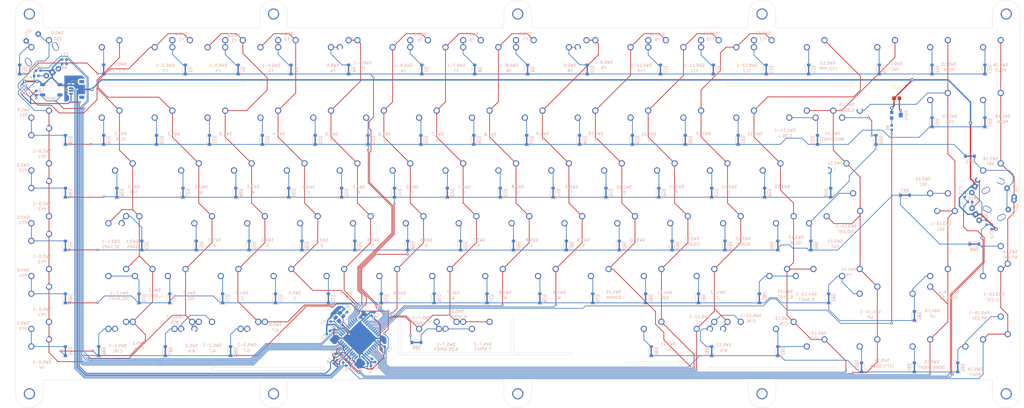
<source format=kicad_pcb>
(kicad_pcb (version 20171130) (host pcbnew "(5.1.0)-1")
  (layers (0 F.Cu signal) (31 B.Cu signal) (34 B.Paste user) (35 F.Paste user) (36 B.SilkS user) (37 F.SilkS user) (38 B.Mask user) (39 F.Mask user) (44 Edge.Cuts user))
  (net 0 "")
  (net 1 GND)
  (net 2 VCC)
  (net 3 "Net-(C6-Pad1)")
  (net 4 "Net-(C7-Pad1)")
  (net 5 "Net-(C8-Pad1)")
  (net 6 "Net-(C9-Pad1)")
  (net 7 "Net-(D1-Pad2)")
  (net 8 /r0)
  (net 9 "Net-(D2-Pad2)")
  (net 10 "Net-(D3-Pad2)")
  (net 11 "Net-(D4-Pad2)")
  (net 12 "Net-(D5-Pad2)")
  (net 13 "Net-(D6-Pad2)")
  (net 14 "Net-(D7-Pad2)")
  (net 15 "Net-(D8-Pad2)")
  (net 16 "Net-(D9-Pad2)")
  (net 17 "Net-(D10-Pad2)")
  (net 18 "Net-(D11-Pad2)")
  (net 19 "Net-(D12-Pad2)")
  (net 20 "Net-(D13-Pad2)")
  (net 21 "Net-(D14-Pad2)")
  (net 22 "Net-(D15-Pad2)")
  (net 23 "Net-(D16-Pad2)")
  (net 24 "Net-(D17-Pad2)")
  (net 25 /r1)
  (net 26 "Net-(D18-Pad2)")
  (net 27 "Net-(D19-Pad2)")
  (net 28 "Net-(D20-Pad2)")
  (net 29 "Net-(D21-Pad2)")
  (net 30 "Net-(D22-Pad2)")
  (net 31 "Net-(D23-Pad2)")
  (net 32 "Net-(D24-Pad2)")
  (net 33 "Net-(D25-Pad2)")
  (net 34 "Net-(D26-Pad2)")
  (net 35 "Net-(D27-Pad2)")
  (net 36 "Net-(D28-Pad2)")
  (net 37 "Net-(D29-Pad2)")
  (net 38 "Net-(D30-Pad2)")
  (net 39 "Net-(D31-Pad2)")
  (net 40 "Net-(D32-Pad2)")
  (net 41 "Net-(D33-Pad2)")
  (net 42 "Net-(D34-Pad2)")
  (net 43 "Net-(D35-Pad2)")
  (net 44 /r2)
  (net 45 "Net-(D36-Pad2)")
  (net 46 "Net-(D37-Pad2)")
  (net 47 "Net-(D38-Pad2)")
  (net 48 "Net-(D39-Pad2)")
  (net 49 "Net-(D40-Pad2)")
  (net 50 "Net-(D41-Pad2)")
  (net 51 "Net-(D42-Pad2)")
  (net 52 "Net-(D43-Pad2)")
  (net 53 "Net-(D44-Pad2)")
  (net 54 "Net-(D45-Pad2)")
  (net 55 "Net-(D46-Pad2)")
  (net 56 "Net-(D47-Pad2)")
  (net 57 "Net-(D48-Pad2)")
  (net 58 "Net-(D49-Pad2)")
  (net 59 "Net-(D50-Pad2)")
  (net 60 "Net-(D51-Pad2)")
  (net 61 /r3)
  (net 62 "Net-(D52-Pad2)")
  (net 63 "Net-(D53-Pad2)")
  (net 64 "Net-(D54-Pad2)")
  (net 65 "Net-(D55-Pad2)")
  (net 66 "Net-(D56-Pad2)")
  (net 67 "Net-(D57-Pad2)")
  (net 68 "Net-(D58-Pad2)")
  (net 69 "Net-(D59-Pad2)")
  (net 70 "Net-(D60-Pad2)")
  (net 71 "Net-(D61-Pad2)")
  (net 72 "Net-(D62-Pad2)")
  (net 73 "Net-(D63-Pad2)")
  (net 74 "Net-(D64-Pad2)")
  (net 75 "Net-(D65-Pad2)")
  (net 76 "Net-(D66-Pad2)")
  (net 77 "Net-(D67-Pad2)")
  (net 78 "Net-(D68-Pad2)")
  (net 79 "Net-(D69-Pad2)")
  (net 80 /r4)
  (net 81 "Net-(D70-Pad2)")
  (net 82 "Net-(D71-Pad2)")
  (net 83 "Net-(D72-Pad2)")
  (net 84 "Net-(D73-Pad2)")
  (net 85 "Net-(D74-Pad2)")
  (net 86 "Net-(D75-Pad2)")
  (net 87 "Net-(D76-Pad2)")
  (net 88 "Net-(D77-Pad2)")
  (net 89 "Net-(D78-Pad2)")
  (net 90 "Net-(D79-Pad2)")
  (net 91 "Net-(D80-Pad2)")
  (net 92 "Net-(D81-Pad2)")
  (net 93 "Net-(D82-Pad2)")
  (net 94 "Net-(D83-Pad2)")
  (net 95 "Net-(D84-Pad2)")
  (net 96 /r5)
  (net 97 "Net-(D85-Pad2)")
  (net 98 "Net-(D86-Pad2)")
  (net 99 "Net-(D87-Pad2)")
  (net 100 "Net-(D88-Pad2)")
  (net 101 "Net-(D89-Pad2)")
  (net 102 "Net-(D90-Pad2)")
  (net 103 "Net-(D91-Pad2)")
  (net 104 "Net-(D92-Pad2)")
  (net 105 "Net-(D93-Pad2)")
  (net 106 "Net-(D94-Pad2)")
  (net 107 "Net-(D95-Pad2)")
  (net 108 "Net-(EC1-PadA)")
  (net 109 "Net-(EC1-PadB)")
  (net 110 /c16)
  (net 111 /D-)
  (net 112 /D+)
  (net 113 /RES)
  (net 114 "Net-(LED1-Pad2)")
  (net 115 /rd-)
  (net 116 /rd+)
  (net 117 /c13)
  (net 118 /c8)
  (net 119 /c2)
  (net 120 /c3)
  (net 121 /c14)
  (net 122 /c9)
  (net 123 /c10)
  (net 124 /c4)
  (net 125 /c11)
  (net 126 /c7)
  (net 127 /c5)
  (net 128 /c6)
  (net 129 /c12)
  (net 130 /enc-)
  (net 131 /c15)
  (net 132 /enc+)
  (net 133 /c0)
  (net 134 /c1)
  (net 135 "Net-(EC2-1-PadA)")
  (net 136 "Net-(EC2-1-PadB)")
  (net 137 "Net-(POT1-Pad1)")
  (net 138 "Net-(R5-Pad2)")
  (module keebs:D_SOD-123proto (layer B.Cu) (at 1.5 15 90)
    (fp_text reference D1 (at 0 2 90) (layer B.SilkS) (effects (justify mirror)))
    (fp_text value D)
    (pad "" smd roundrect (at 0 0 90) (size 3.808 0.508) (layers B.Cu B.Paste B.Mask) (roundrect_rratio 0.5))
    (pad 2 smd rect (at 1.65 0 90) (size 0.9 1.2) (layers B.Cu B.Paste B.Mask) (net 7 "Net-(D1-Pad2)"))
    (pad 1 smd rect (at -1.65 0 90) (size 0.9 1.2) (layers B.Cu B.Paste B.Mask) (net 8 /r0))
  )
  (module keebs:D_SOD-123proto (layer B.Cu) (at 31.775 15 90)
    (fp_text reference D2 (at 0 2 90) (layer B.SilkS) (effects (justify mirror)))
    (fp_text value D)
    (pad "" smd roundrect (at 0 0 90) (size 3.808 0.508) (layers B.Cu B.Paste B.Mask) (roundrect_rratio 0.5))
    (pad 2 smd rect (at 1.65 0 90) (size 0.9 1.2) (layers B.Cu B.Paste B.Mask) (net 9 "Net-(D2-Pad2)"))
    (pad 1 smd rect (at -1.65 0 90) (size 0.9 1.2) (layers B.Cu B.Paste B.Mask) (net 8 /r0))
  )
  (module keebs:D_SOD-123proto (layer B.Cu) (at 61.175 15 90)
    (fp_text reference D3 (at 0 2 90) (layer B.SilkS) (effects (justify mirror)))
    (fp_text value D)
    (pad "" smd roundrect (at 0 0 90) (size 3.808 0.508) (layers B.Cu B.Paste B.Mask) (roundrect_rratio 0.5))
    (pad 2 smd rect (at 1.65 0 90) (size 0.9 1.2) (layers B.Cu B.Paste B.Mask) (net 10 "Net-(D3-Pad2)"))
    (pad 1 smd rect (at -1.65 0 90) (size 0.9 1.2) (layers B.Cu B.Paste B.Mask) (net 8 /r0))
  )
  (module keebs:D_SOD-123proto (layer B.Cu) (at 80.225 15 90)
    (fp_text reference D4 (at 0 2 90) (layer B.SilkS) (effects (justify mirror)))
    (fp_text value D)
    (pad "" smd roundrect (at 0 0 90) (size 3.808 0.508) (layers B.Cu B.Paste B.Mask) (roundrect_rratio 0.5))
    (pad 2 smd rect (at 1.65 0 90) (size 0.9 1.2) (layers B.Cu B.Paste B.Mask) (net 11 "Net-(D4-Pad2)"))
    (pad 1 smd rect (at -1.65 0 90) (size 0.9 1.2) (layers B.Cu B.Paste B.Mask) (net 8 /r0))
  )
  (module keebs:D_SOD-123proto (layer B.Cu) (at 99.275 15 90)
    (fp_text reference D5 (at 0 2 90) (layer B.SilkS) (effects (justify mirror)))
    (fp_text value D)
    (pad "" smd roundrect (at 0 0 90) (size 3.808 0.508) (layers B.Cu B.Paste B.Mask) (roundrect_rratio 0.5))
    (pad 2 smd rect (at 1.65 0 90) (size 0.9 1.2) (layers B.Cu B.Paste B.Mask) (net 12 "Net-(D5-Pad2)"))
    (pad 1 smd rect (at -1.65 0 90) (size 0.9 1.2) (layers B.Cu B.Paste B.Mask) (net 8 /r0))
  )
  (module keebs:D_SOD-123proto (layer B.Cu) (at 120 15 90)
    (fp_text reference D6 (at 0 2 90) (layer B.SilkS) (effects (justify mirror)))
    (fp_text value D)
    (pad "" smd roundrect (at 0 0 90) (size 3.808 0.508) (layers B.Cu B.Paste B.Mask) (roundrect_rratio 0.5))
    (pad 2 smd rect (at 1.65 0 90) (size 0.9 1.2) (layers B.Cu B.Paste B.Mask) (net 13 "Net-(D6-Pad2)"))
    (pad 1 smd rect (at -1.65 0 90) (size 0.9 1.2) (layers B.Cu B.Paste B.Mask) (net 8 /r0))
  )
  (module keebs:D_SOD-123proto (layer B.Cu) (at 146.4 15 90)
    (fp_text reference D7 (at 0 2 90) (layer B.SilkS) (effects (justify mirror)))
    (fp_text value D)
    (pad "" smd roundrect (at 0 0 90) (size 3.808 0.508) (layers B.Cu B.Paste B.Mask) (roundrect_rratio 0.5))
    (pad 2 smd rect (at 1.65 0 90) (size 0.9 1.2) (layers B.Cu B.Paste B.Mask) (net 14 "Net-(D7-Pad2)"))
    (pad 1 smd rect (at -1.65 0 90) (size 0.9 1.2) (layers B.Cu B.Paste B.Mask) (net 8 /r0))
  )
  (module keebs:D_SOD-123proto (layer B.Cu) (at 165.45 15 90)
    (fp_text reference D8 (at 0 2 90) (layer B.SilkS) (effects (justify mirror)))
    (fp_text value D)
    (pad "" smd roundrect (at 0 0 90) (size 3.808 0.508) (layers B.Cu B.Paste B.Mask) (roundrect_rratio 0.5))
    (pad 2 smd rect (at 1.65 0 90) (size 0.9 1.2) (layers B.Cu B.Paste B.Mask) (net 15 "Net-(D8-Pad2)"))
    (pad 1 smd rect (at -1.65 0 90) (size 0.9 1.2) (layers B.Cu B.Paste B.Mask) (net 8 /r0))
  )
  (module keebs:D_SOD-123proto (layer B.Cu) (at 184.5 15 90)
    (fp_text reference D9 (at 0 2 90) (layer B.SilkS) (effects (justify mirror)))
    (fp_text value D)
    (pad "" smd roundrect (at 0 0 90) (size 3.808 0.508) (layers B.Cu B.Paste B.Mask) (roundrect_rratio 0.5))
    (pad 2 smd rect (at 1.65 0 90) (size 0.9 1.2) (layers B.Cu B.Paste B.Mask) (net 16 "Net-(D9-Pad2)"))
    (pad 1 smd rect (at -1.65 0 90) (size 0.9 1.2) (layers B.Cu B.Paste B.Mask) (net 8 /r0))
  )
  (module keebs:D_SOD-123proto (layer B.Cu) (at 206 15 90)
    (fp_text reference D10 (at 0 2 90) (layer B.SilkS) (effects (justify mirror)))
    (fp_text value D)
    (pad "" smd roundrect (at 0 0 90) (size 3.808 0.508) (layers B.Cu B.Paste B.Mask) (roundrect_rratio 0.5))
    (pad 2 smd rect (at 1.65 0 90) (size 0.9 1.2) (layers B.Cu B.Paste B.Mask) (net 17 "Net-(D10-Pad2)"))
    (pad 1 smd rect (at -1.65 0 90) (size 0.9 1.2) (layers B.Cu B.Paste B.Mask) (net 8 /r0))
  )
  (module keebs:D_SOD-123proto (layer B.Cu) (at 232.375 15 90)
    (fp_text reference D11 (at 0 2 90) (layer B.SilkS) (effects (justify mirror)))
    (fp_text value D)
    (pad "" smd roundrect (at 0 0 90) (size 3.808 0.508) (layers B.Cu B.Paste B.Mask) (roundrect_rratio 0.5))
    (pad 2 smd rect (at 1.65 0 90) (size 0.9 1.2) (layers B.Cu B.Paste B.Mask) (net 18 "Net-(D11-Pad2)"))
    (pad 1 smd rect (at -1.65 0 90) (size 0.9 1.2) (layers B.Cu B.Paste B.Mask) (net 8 /r0))
  )
  (module keebs:D_SOD-123proto (layer B.Cu) (at 251.425 15 90)
    (fp_text reference D12 (at 0 2 90) (layer B.SilkS) (effects (justify mirror)))
    (fp_text value D)
    (pad "" smd roundrect (at 0 0 90) (size 3.808 0.508) (layers B.Cu B.Paste B.Mask) (roundrect_rratio 0.5))
    (pad 2 smd rect (at 1.65 0 90) (size 0.9 1.2) (layers B.Cu B.Paste B.Mask) (net 19 "Net-(D12-Pad2)"))
    (pad 1 smd rect (at -1.65 0 90) (size 0.9 1.2) (layers B.Cu B.Paste B.Mask) (net 8 /r0))
  )
  (module keebs:D_SOD-123proto (layer B.Cu) (at 270.475 15 90)
    (fp_text reference D13 (at 0 2 90) (layer B.SilkS) (effects (justify mirror)))
    (fp_text value D)
    (pad "" smd roundrect (at 0 0 90) (size 3.808 0.508) (layers B.Cu B.Paste B.Mask) (roundrect_rratio 0.5))
    (pad 2 smd rect (at 1.65 0 90) (size 0.9 1.2) (layers B.Cu B.Paste B.Mask) (net 20 "Net-(D13-Pad2)"))
    (pad 1 smd rect (at -1.65 0 90) (size 0.9 1.2) (layers B.Cu B.Paste B.Mask) (net 8 /r0))
  )
  (module keebs:D_SOD-123proto (layer B.Cu) (at 285.775 15 90)
    (fp_text reference D14 (at 0 2 90) (layer B.SilkS) (effects (justify mirror)))
    (fp_text value D)
    (pad "" smd roundrect (at 0 0 90) (size 3.808 0.508) (layers B.Cu B.Paste B.Mask) (roundrect_rratio 0.5))
    (pad 2 smd rect (at 1.65 0 90) (size 0.9 1.2) (layers B.Cu B.Paste B.Mask) (net 21 "Net-(D14-Pad2)"))
    (pad 1 smd rect (at -1.65 0 90) (size 0.9 1.2) (layers B.Cu B.Paste B.Mask) (net 8 /r0))
  )
  (module keebs:D_SOD-123proto (layer B.Cu) (at 311.175 15 90)
    (fp_text reference D15 (at 0 2 90) (layer B.SilkS) (effects (justify mirror)))
    (fp_text value D)
    (pad "" smd roundrect (at 0 0 90) (size 3.808 0.508) (layers B.Cu B.Paste B.Mask) (roundrect_rratio 0.5))
    (pad 2 smd rect (at 1.65 0 90) (size 0.9 1.2) (layers B.Cu B.Paste B.Mask) (net 22 "Net-(D15-Pad2)"))
    (pad 1 smd rect (at -1.65 0 90) (size 0.9 1.2) (layers B.Cu B.Paste B.Mask) (net 8 /r0))
  )
  (module keebs:D_SOD-123proto (layer B.Cu) (at 330.225 15 90)
    (fp_text reference D16 (at 0 2 90) (layer B.SilkS) (effects (justify mirror)))
    (fp_text value D)
    (pad "" smd roundrect (at 0 0 90) (size 3.808 0.508) (layers B.Cu B.Paste B.Mask) (roundrect_rratio 0.5))
    (pad 2 smd rect (at 1.65 0 90) (size 0.9 1.2) (layers B.Cu B.Paste B.Mask) (net 23 "Net-(D16-Pad2)"))
    (pad 1 smd rect (at -1.65 0 90) (size 0.9 1.2) (layers B.Cu B.Paste B.Mask) (net 8 /r0))
  )
  (module keebs:D_SOD-123proto (layer B.Cu) (at 349.275 15 90)
    (fp_text reference D17 (at 0 2 90) (layer B.SilkS) (effects (justify mirror)))
    (fp_text value D)
    (pad "" smd roundrect (at 0 0 90) (size 3.808 0.508) (layers B.Cu B.Paste B.Mask) (roundrect_rratio 0.5))
    (pad 2 smd rect (at 1.65 0 90) (size 0.9 1.2) (layers B.Cu B.Paste B.Mask) (net 24 "Net-(D17-Pad2)"))
    (pad 1 smd rect (at -1.65 0 90) (size 0.9 1.2) (layers B.Cu B.Paste B.Mask) (net 8 /r0))
  )
  (module keebs:D_SOD-123proto (layer B.Cu) (at 18 40.4 90)
    (fp_text reference D18 (at 0 2 90) (layer B.SilkS) (effects (justify mirror)))
    (fp_text value D)
    (pad "" smd roundrect (at 0 0 90) (size 3.808 0.508) (layers B.Cu B.Paste B.Mask) (roundrect_rratio 0.5))
    (pad 2 smd rect (at 1.65 0 90) (size 0.9 1.2) (layers B.Cu B.Paste B.Mask) (net 26 "Net-(D18-Pad2)"))
    (pad 1 smd rect (at -1.65 0 90) (size 0.9 1.2) (layers B.Cu B.Paste B.Mask) (net 25 /r1))
  )
  (module keebs:D_SOD-123proto (layer B.Cu) (at 31.775 40.4 90)
    (fp_text reference D19 (at 0 2 90) (layer B.SilkS) (effects (justify mirror)))
    (fp_text value D)
    (pad "" smd roundrect (at 0 0 90) (size 3.808 0.508) (layers B.Cu B.Paste B.Mask) (roundrect_rratio 0.5))
    (pad 2 smd rect (at 1.65 0 90) (size 0.9 1.2) (layers B.Cu B.Paste B.Mask) (net 27 "Net-(D19-Pad2)"))
    (pad 1 smd rect (at -1.65 0 90) (size 0.9 1.2) (layers B.Cu B.Paste B.Mask) (net 25 /r1))
  )
  (module keebs:D_SOD-123proto (layer B.Cu) (at 50.825 40.4 90)
    (fp_text reference D20 (at 0 2 90) (layer B.SilkS) (effects (justify mirror)))
    (fp_text value D)
    (pad "" smd roundrect (at 0 0 90) (size 3.808 0.508) (layers B.Cu B.Paste B.Mask) (roundrect_rratio 0.5))
    (pad 2 smd rect (at 1.65 0 90) (size 0.9 1.2) (layers B.Cu B.Paste B.Mask) (net 28 "Net-(D20-Pad2)"))
    (pad 1 smd rect (at -1.65 0 90) (size 0.9 1.2) (layers B.Cu B.Paste B.Mask) (net 25 /r1))
  )
  (module keebs:D_SOD-123proto (layer B.Cu) (at 69.875 40.4 90)
    (fp_text reference D21 (at 0 2 90) (layer B.SilkS) (effects (justify mirror)))
    (fp_text value D)
    (pad "" smd roundrect (at 0 0 90) (size 3.808 0.508) (layers B.Cu B.Paste B.Mask) (roundrect_rratio 0.5))
    (pad 2 smd rect (at 1.65 0 90) (size 0.9 1.2) (layers B.Cu B.Paste B.Mask) (net 29 "Net-(D21-Pad2)"))
    (pad 1 smd rect (at -1.65 0 90) (size 0.9 1.2) (layers B.Cu B.Paste B.Mask) (net 25 /r1))
  )
  (module keebs:D_SOD-123proto (layer B.Cu) (at 88.925 40.4 90)
    (fp_text reference D22 (at 0 2 90) (layer B.SilkS) (effects (justify mirror)))
    (fp_text value D)
    (pad "" smd roundrect (at 0 0 90) (size 3.808 0.508) (layers B.Cu B.Paste B.Mask) (roundrect_rratio 0.5))
    (pad 2 smd rect (at 1.65 0 90) (size 0.9 1.2) (layers B.Cu B.Paste B.Mask) (net 30 "Net-(D22-Pad2)"))
    (pad 1 smd rect (at -1.65 0 90) (size 0.9 1.2) (layers B.Cu B.Paste B.Mask) (net 25 /r1))
  )
  (module keebs:D_SOD-123proto (layer B.Cu) (at 107.975 40.4 90)
    (fp_text reference D23 (at 0 2 90) (layer B.SilkS) (effects (justify mirror)))
    (fp_text value D)
    (pad "" smd roundrect (at 0 0 90) (size 3.808 0.508) (layers B.Cu B.Paste B.Mask) (roundrect_rratio 0.5))
    (pad 2 smd rect (at 1.65 0 90) (size 0.9 1.2) (layers B.Cu B.Paste B.Mask) (net 31 "Net-(D23-Pad2)"))
    (pad 1 smd rect (at -1.65 0 90) (size 0.9 1.2) (layers B.Cu B.Paste B.Mask) (net 25 /r1))
  )
  (module keebs:D_SOD-123proto (layer B.Cu) (at 127.025 40.4 90)
    (fp_text reference D24 (at 0 2 90) (layer B.SilkS) (effects (justify mirror)))
    (fp_text value D)
    (pad "" smd roundrect (at 0 0 90) (size 3.808 0.508) (layers B.Cu B.Paste B.Mask) (roundrect_rratio 0.5))
    (pad 2 smd rect (at 1.65 0 90) (size 0.9 1.2) (layers B.Cu B.Paste B.Mask) (net 32 "Net-(D24-Pad2)"))
    (pad 1 smd rect (at -1.65 0 90) (size 0.9 1.2) (layers B.Cu B.Paste B.Mask) (net 25 /r1))
  )
  (module keebs:D_SOD-123proto (layer B.Cu) (at 146.075 40.4 90)
    (fp_text reference D25 (at 0 2 90) (layer B.SilkS) (effects (justify mirror)))
    (fp_text value D)
    (pad "" smd roundrect (at 0 0 90) (size 3.808 0.508) (layers B.Cu B.Paste B.Mask) (roundrect_rratio 0.5))
    (pad 2 smd rect (at 1.65 0 90) (size 0.9 1.2) (layers B.Cu B.Paste B.Mask) (net 33 "Net-(D25-Pad2)"))
    (pad 1 smd rect (at -1.65 0 90) (size 0.9 1.2) (layers B.Cu B.Paste B.Mask) (net 25 /r1))
  )
  (module keebs:D_SOD-123proto (layer B.Cu) (at 165.125 40.4 90)
    (fp_text reference D26 (at 0 2 90) (layer B.SilkS) (effects (justify mirror)))
    (fp_text value D)
    (pad "" smd roundrect (at 0 0 90) (size 3.808 0.508) (layers B.Cu B.Paste B.Mask) (roundrect_rratio 0.5))
    (pad 2 smd rect (at 1.65 0 90) (size 0.9 1.2) (layers B.Cu B.Paste B.Mask) (net 34 "Net-(D26-Pad2)"))
    (pad 1 smd rect (at -1.65 0 90) (size 0.9 1.2) (layers B.Cu B.Paste B.Mask) (net 25 /r1))
  )
  (module keebs:D_SOD-123proto (layer B.Cu) (at 184.175 40.4 90)
    (fp_text reference D27 (at 0 2 90) (layer B.SilkS) (effects (justify mirror)))
    (fp_text value D)
    (pad "" smd roundrect (at 0 0 90) (size 3.808 0.508) (layers B.Cu B.Paste B.Mask) (roundrect_rratio 0.5))
    (pad 2 smd rect (at 1.65 0 90) (size 0.9 1.2) (layers B.Cu B.Paste B.Mask) (net 35 "Net-(D27-Pad2)"))
    (pad 1 smd rect (at -1.65 0 90) (size 0.9 1.2) (layers B.Cu B.Paste B.Mask) (net 25 /r1))
  )
  (module keebs:D_SOD-123proto (layer B.Cu) (at 203.225 40.4 90)
    (fp_text reference D28 (at 0 2 90) (layer B.SilkS) (effects (justify mirror)))
    (fp_text value D)
    (pad "" smd roundrect (at 0 0 90) (size 3.808 0.508) (layers B.Cu B.Paste B.Mask) (roundrect_rratio 0.5))
    (pad 2 smd rect (at 1.65 0 90) (size 0.9 1.2) (layers B.Cu B.Paste B.Mask) (net 36 "Net-(D28-Pad2)"))
    (pad 1 smd rect (at -1.65 0 90) (size 0.9 1.2) (layers B.Cu B.Paste B.Mask) (net 25 /r1))
  )
  (module keebs:D_SOD-123proto (layer B.Cu) (at 222.275 40.4 90)
    (fp_text reference D29 (at 0 2 90) (layer B.SilkS) (effects (justify mirror)))
    (fp_text value D)
    (pad "" smd roundrect (at 0 0 90) (size 3.808 0.508) (layers B.Cu B.Paste B.Mask) (roundrect_rratio 0.5))
    (pad 2 smd rect (at 1.65 0 90) (size 0.9 1.2) (layers B.Cu B.Paste B.Mask) (net 37 "Net-(D29-Pad2)"))
    (pad 1 smd rect (at -1.65 0 90) (size 0.9 1.2) (layers B.Cu B.Paste B.Mask) (net 25 /r1))
  )
  (module keebs:D_SOD-123proto (layer B.Cu) (at 241.325 40.4 90)
    (fp_text reference D30 (at 0 2 90) (layer B.SilkS) (effects (justify mirror)))
    (fp_text value D)
    (pad "" smd roundrect (at 0 0 90) (size 3.808 0.508) (layers B.Cu B.Paste B.Mask) (roundrect_rratio 0.5))
    (pad 2 smd rect (at 1.65 0 90) (size 0.9 1.2) (layers B.Cu B.Paste B.Mask) (net 38 "Net-(D30-Pad2)"))
    (pad 1 smd rect (at -1.65 0 90) (size 0.9 1.2) (layers B.Cu B.Paste B.Mask) (net 25 /r1))
  )
  (module keebs:D_SOD-123proto (layer B.Cu) (at 260.375 40.4 90)
    (fp_text reference D31 (at 0 2 90) (layer B.SilkS) (effects (justify mirror)))
    (fp_text value D)
    (pad "" smd roundrect (at 0 0 90) (size 3.808 0.508) (layers B.Cu B.Paste B.Mask) (roundrect_rratio 0.5))
    (pad 2 smd rect (at 1.65 0 90) (size 0.9 1.2) (layers B.Cu B.Paste B.Mask) (net 39 "Net-(D31-Pad2)"))
    (pad 1 smd rect (at -1.65 0 90) (size 0.9 1.2) (layers B.Cu B.Paste B.Mask) (net 25 /r1))
  )
  (module keebs:D_SOD-123proto (layer B.Cu) (at 288.95 40.4 90)
    (fp_text reference D32 (at 0 -1.85 90) (layer B.SilkS) (effects (justify mirror)))
    (fp_text value D)
    (pad "" smd roundrect (at 0 0 90) (size 3.808 0.508) (layers B.Cu B.Paste B.Mask) (roundrect_rratio 0.5))
    (pad 2 smd rect (at 1.65 0 90) (size 0.9 1.2) (layers B.Cu B.Paste B.Mask) (net 40 "Net-(D32-Pad2)"))
    (pad 1 smd rect (at -1.65 0 90) (size 0.9 1.2) (layers B.Cu B.Paste B.Mask) (net 25 /r1))
  )
  (module keebs:D_SOD-123proto (layer B.Cu) (at 330.225 34.05 90)
    (fp_text reference D33 (at 0 2 90) (layer B.SilkS) (effects (justify mirror)))
    (fp_text value D)
    (pad "" smd roundrect (at 0 0 90) (size 3.808 0.508) (layers B.Cu B.Paste B.Mask) (roundrect_rratio 0.5))
    (pad 2 smd rect (at 1.65 0 90) (size 0.9 1.2) (layers B.Cu B.Paste B.Mask) (net 41 "Net-(D33-Pad2)"))
    (pad 1 smd rect (at -1.65 0 90) (size 0.9 1.2) (layers B.Cu B.Paste B.Mask) (net 25 /r1))
  )
  (module keebs:D_SOD-123proto (layer B.Cu) (at 349.275 34.05 90)
    (fp_text reference D34 (at 0 2 90) (layer B.SilkS) (effects (justify mirror)))
    (fp_text value D)
    (pad "" smd roundrect (at 0 0 90) (size 3.808 0.508) (layers B.Cu B.Paste B.Mask) (roundrect_rratio 0.5))
    (pad 2 smd rect (at 1.65 0 90) (size 0.9 1.2) (layers B.Cu B.Paste B.Mask) (net 42 "Net-(D34-Pad2)"))
    (pad 1 smd rect (at -1.65 0 90) (size 0.9 1.2) (layers B.Cu B.Paste B.Mask) (net 25 /r1))
  )
  (module keebs:D_SOD-123proto (layer B.Cu) (at 18 59.45 90)
    (fp_text reference D35 (at 0 2 90) (layer B.SilkS) (effects (justify mirror)))
    (fp_text value D)
    (pad "" smd roundrect (at 0 0 90) (size 3.808 0.508) (layers B.Cu B.Paste B.Mask) (roundrect_rratio 0.5))
    (pad 2 smd rect (at 1.65 0 90) (size 0.9 1.2) (layers B.Cu B.Paste B.Mask) (net 43 "Net-(D35-Pad2)"))
    (pad 1 smd rect (at -1.65 0 90) (size 0.9 1.2) (layers B.Cu B.Paste B.Mask) (net 44 /r2))
  )
  (module keebs:D_SOD-123proto (layer B.Cu) (at 36.5375 59.45 90)
    (fp_text reference D36 (at 0 2 90) (layer B.SilkS) (effects (justify mirror)))
    (fp_text value D)
    (pad "" smd roundrect (at 0 0 90) (size 3.808 0.508) (layers B.Cu B.Paste B.Mask) (roundrect_rratio 0.5))
    (pad 2 smd rect (at 1.65 0 90) (size 0.9 1.2) (layers B.Cu B.Paste B.Mask) (net 45 "Net-(D36-Pad2)"))
    (pad 1 smd rect (at -1.65 0 90) (size 0.9 1.2) (layers B.Cu B.Paste B.Mask) (net 44 /r2))
  )
  (module keebs:D_SOD-123proto (layer B.Cu) (at 60.35 59.45 90)
    (fp_text reference D37 (at 0 2 90) (layer B.SilkS) (effects (justify mirror)))
    (fp_text value D)
    (pad "" smd roundrect (at 0 0 90) (size 3.808 0.508) (layers B.Cu B.Paste B.Mask) (roundrect_rratio 0.5))
    (pad 2 smd rect (at 1.65 0 90) (size 0.9 1.2) (layers B.Cu B.Paste B.Mask) (net 46 "Net-(D37-Pad2)"))
    (pad 1 smd rect (at -1.65 0 90) (size 0.9 1.2) (layers B.Cu B.Paste B.Mask) (net 44 /r2))
  )
  (module keebs:D_SOD-123proto (layer B.Cu) (at 79.4 59.45 90)
    (fp_text reference D38 (at 0 2 90) (layer B.SilkS) (effects (justify mirror)))
    (fp_text value D)
    (pad "" smd roundrect (at 0 0 90) (size 3.808 0.508) (layers B.Cu B.Paste B.Mask) (roundrect_rratio 0.5))
    (pad 2 smd rect (at 1.65 0 90) (size 0.9 1.2) (layers B.Cu B.Paste B.Mask) (net 47 "Net-(D38-Pad2)"))
    (pad 1 smd rect (at -1.65 0 90) (size 0.9 1.2) (layers B.Cu B.Paste B.Mask) (net 44 /r2))
  )
  (module keebs:D_SOD-123proto (layer B.Cu) (at 98.45 59.45 90)
    (fp_text reference D39 (at 0 2 90) (layer B.SilkS) (effects (justify mirror)))
    (fp_text value D)
    (pad "" smd roundrect (at 0 0 90) (size 3.808 0.508) (layers B.Cu B.Paste B.Mask) (roundrect_rratio 0.5))
    (pad 2 smd rect (at 1.65 0 90) (size 0.9 1.2) (layers B.Cu B.Paste B.Mask) (net 48 "Net-(D39-Pad2)"))
    (pad 1 smd rect (at -1.65 0 90) (size 0.9 1.2) (layers B.Cu B.Paste B.Mask) (net 44 /r2))
  )
  (module keebs:D_SOD-123proto (layer B.Cu) (at 117.5 59.45 90)
    (fp_text reference D40 (at 0 2 90) (layer B.SilkS) (effects (justify mirror)))
    (fp_text value D)
    (pad "" smd roundrect (at 0 0 90) (size 3.808 0.508) (layers B.Cu B.Paste B.Mask) (roundrect_rratio 0.5))
    (pad 2 smd rect (at 1.65 0 90) (size 0.9 1.2) (layers B.Cu B.Paste B.Mask) (net 49 "Net-(D40-Pad2)"))
    (pad 1 smd rect (at -1.65 0 90) (size 0.9 1.2) (layers B.Cu B.Paste B.Mask) (net 44 /r2))
  )
  (module keebs:D_SOD-123proto (layer B.Cu) (at 136.55 59.45 90)
    (fp_text reference D41 (at 0 2 90) (layer B.SilkS) (effects (justify mirror)))
    (fp_text value D)
    (pad "" smd roundrect (at 0 0 90) (size 3.808 0.508) (layers B.Cu B.Paste B.Mask) (roundrect_rratio 0.5))
    (pad 2 smd rect (at 1.65 0 90) (size 0.9 1.2) (layers B.Cu B.Paste B.Mask) (net 50 "Net-(D41-Pad2)"))
    (pad 1 smd rect (at -1.65 0 90) (size 0.9 1.2) (layers B.Cu B.Paste B.Mask) (net 44 /r2))
  )
  (module keebs:D_SOD-123proto (layer B.Cu) (at 155.6 59.45 90)
    (fp_text reference D42 (at 0 2 90) (layer B.SilkS) (effects (justify mirror)))
    (fp_text value D)
    (pad "" smd roundrect (at 0 0 90) (size 3.808 0.508) (layers B.Cu B.Paste B.Mask) (roundrect_rratio 0.5))
    (pad 2 smd rect (at 1.65 0 90) (size 0.9 1.2) (layers B.Cu B.Paste B.Mask) (net 51 "Net-(D42-Pad2)"))
    (pad 1 smd rect (at -1.65 0 90) (size 0.9 1.2) (layers B.Cu B.Paste B.Mask) (net 44 /r2))
  )
  (module keebs:D_SOD-123proto (layer B.Cu) (at 174.65 59.45 90)
    (fp_text reference D43 (at 0 2 90) (layer B.SilkS) (effects (justify mirror)))
    (fp_text value D)
    (pad "" smd roundrect (at 0 0 90) (size 3.808 0.508) (layers B.Cu B.Paste B.Mask) (roundrect_rratio 0.5))
    (pad 2 smd rect (at 1.65 0 90) (size 0.9 1.2) (layers B.Cu B.Paste B.Mask) (net 52 "Net-(D43-Pad2)"))
    (pad 1 smd rect (at -1.65 0 90) (size 0.9 1.2) (layers B.Cu B.Paste B.Mask) (net 44 /r2))
  )
  (module keebs:D_SOD-123proto (layer B.Cu) (at 193.7 59.45 90)
    (fp_text reference D44 (at 0 2 90) (layer B.SilkS) (effects (justify mirror)))
    (fp_text value D)
    (pad "" smd roundrect (at 0 0 90) (size 3.808 0.508) (layers B.Cu B.Paste B.Mask) (roundrect_rratio 0.5))
    (pad 2 smd rect (at 1.65 0 90) (size 0.9 1.2) (layers B.Cu B.Paste B.Mask) (net 53 "Net-(D44-Pad2)"))
    (pad 1 smd rect (at -1.65 0 90) (size 0.9 1.2) (layers B.Cu B.Paste B.Mask) (net 44 /r2))
  )
  (module keebs:D_SOD-123proto (layer B.Cu) (at 212.75 59.45 90)
    (fp_text reference D45 (at 0 2 90) (layer B.SilkS) (effects (justify mirror)))
    (fp_text value D)
    (pad "" smd roundrect (at 0 0 90) (size 3.808 0.508) (layers B.Cu B.Paste B.Mask) (roundrect_rratio 0.5))
    (pad 2 smd rect (at 1.65 0 90) (size 0.9 1.2) (layers B.Cu B.Paste B.Mask) (net 54 "Net-(D45-Pad2)"))
    (pad 1 smd rect (at -1.65 0 90) (size 0.9 1.2) (layers B.Cu B.Paste B.Mask) (net 44 /r2))
  )
  (module keebs:D_SOD-123proto (layer B.Cu) (at 231.8 59.45 90)
    (fp_text reference D46 (at 0 2 90) (layer B.SilkS) (effects (justify mirror)))
    (fp_text value D)
    (pad "" smd roundrect (at 0 0 90) (size 3.808 0.508) (layers B.Cu B.Paste B.Mask) (roundrect_rratio 0.5))
    (pad 2 smd rect (at 1.65 0 90) (size 0.9 1.2) (layers B.Cu B.Paste B.Mask) (net 55 "Net-(D46-Pad2)"))
    (pad 1 smd rect (at -1.65 0 90) (size 0.9 1.2) (layers B.Cu B.Paste B.Mask) (net 44 /r2))
  )
  (module keebs:D_SOD-123proto (layer B.Cu) (at 250.85 59.45 90)
    (fp_text reference D47 (at 0 2 90) (layer B.SilkS) (effects (justify mirror)))
    (fp_text value D)
    (pad "" smd roundrect (at 0 0 90) (size 3.808 0.508) (layers B.Cu B.Paste B.Mask) (roundrect_rratio 0.5))
    (pad 2 smd rect (at 1.65 0 90) (size 0.9 1.2) (layers B.Cu B.Paste B.Mask) (net 56 "Net-(D47-Pad2)"))
    (pad 1 smd rect (at -1.65 0 90) (size 0.9 1.2) (layers B.Cu B.Paste B.Mask) (net 44 /r2))
  )
  (module keebs:D_SOD-123proto (layer B.Cu) (at 269.9 59.45 90)
    (fp_text reference D48 (at 0 2 90) (layer B.SilkS) (effects (justify mirror)))
    (fp_text value D)
    (pad "" smd roundrect (at 0 0 90) (size 3.808 0.508) (layers B.Cu B.Paste B.Mask) (roundrect_rratio 0.5))
    (pad 2 smd rect (at 1.65 0 90) (size 0.9 1.2) (layers B.Cu B.Paste B.Mask) (net 57 "Net-(D48-Pad2)"))
    (pad 1 smd rect (at -1.65 0 90) (size 0.9 1.2) (layers B.Cu B.Paste B.Mask) (net 44 /r2))
  )
  (module keebs:D_SOD-123proto (layer B.Cu) (at 293.7125 59.45 90)
    (fp_text reference D49 (at -0.05 -1.7125 90) (layer B.SilkS) (effects (justify mirror)))
    (fp_text value D)
    (pad "" smd roundrect (at 0 0 90) (size 3.808 0.508) (layers B.Cu B.Paste B.Mask) (roundrect_rratio 0.5))
    (pad 2 smd rect (at 1.65 0 90) (size 0.9 1.2) (layers B.Cu B.Paste B.Mask) (net 58 "Net-(D49-Pad2)"))
    (pad 1 smd rect (at -1.65 0 90) (size 0.9 1.2) (layers B.Cu B.Paste B.Mask) (net 44 /r2))
  )
  (module keebs:D_SOD-123proto (layer B.Cu) (at 310 40.4 90)
    (fp_text reference D50 (at 0 2 90) (layer B.SilkS) (effects (justify mirror)))
    (fp_text value D)
    (pad "" smd roundrect (at 0 0 90) (size 3.808 0.508) (layers B.Cu B.Paste B.Mask) (roundrect_rratio 0.5))
    (pad 2 smd rect (at 1.65 0 90) (size 0.9 1.2) (layers B.Cu B.Paste B.Mask) (net 59 "Net-(D50-Pad2)"))
    (pad 1 smd rect (at -1.65 0 90) (size 0.9 1.2) (layers B.Cu B.Paste B.Mask) (net 44 /r2))
  )
  (module keebs:D_SOD-123proto (layer B.Cu) (at 343.9 46.3)
    (fp_text reference D51 (at 0 2) (layer B.SilkS) (effects (justify mirror)))
    (fp_text value D)
    (pad "" smd roundrect (at 0 0) (size 3.808 0.508) (layers B.Cu B.Paste B.Mask) (roundrect_rratio 0.5))
    (pad 2 smd rect (at 1.65 0) (size 0.9 1.2) (layers B.Cu B.Paste B.Mask) (net 60 "Net-(D51-Pad2)"))
    (pad 1 smd rect (at -1.65 0) (size 0.9 1.2) (layers B.Cu B.Paste B.Mask) (net 44 /r2))
  )
  (module keebs:D_SOD-123proto (layer B.Cu) (at 18 78.5 90)
    (fp_text reference D52 (at 0 2 90) (layer B.SilkS) (effects (justify mirror)))
    (fp_text value D)
    (pad "" smd roundrect (at 0 0 90) (size 3.808 0.508) (layers B.Cu B.Paste B.Mask) (roundrect_rratio 0.5))
    (pad 2 smd rect (at 1.65 0 90) (size 0.9 1.2) (layers B.Cu B.Paste B.Mask) (net 62 "Net-(D52-Pad2)"))
    (pad 1 smd rect (at -1.65 0 90) (size 0.9 1.2) (layers B.Cu B.Paste B.Mask) (net 61 /r3))
  )
  (module keebs:D_SOD-123proto (layer B.Cu) (at 45.5 78.5 90)
    (fp_text reference D53 (at 0 2 90) (layer B.SilkS) (effects (justify mirror)))
    (fp_text value D)
    (pad "" smd roundrect (at 0 0 90) (size 3.808 0.508) (layers B.Cu B.Paste B.Mask) (roundrect_rratio 0.5))
    (pad 2 smd rect (at 1.65 0 90) (size 0.9 1.2) (layers B.Cu B.Paste B.Mask) (net 63 "Net-(D53-Pad2)"))
    (pad 1 smd rect (at -1.65 0 90) (size 0.9 1.2) (layers B.Cu B.Paste B.Mask) (net 61 /r3))
  )
  (module keebs:D_SOD-123proto (layer B.Cu) (at 65.1125 78.5 90)
    (fp_text reference D54 (at 0 2 90) (layer B.SilkS) (effects (justify mirror)))
    (fp_text value D)
    (pad "" smd roundrect (at 0 0 90) (size 3.808 0.508) (layers B.Cu B.Paste B.Mask) (roundrect_rratio 0.5))
    (pad 2 smd rect (at 1.65 0 90) (size 0.9 1.2) (layers B.Cu B.Paste B.Mask) (net 64 "Net-(D54-Pad2)"))
    (pad 1 smd rect (at -1.65 0 90) (size 0.9 1.2) (layers B.Cu B.Paste B.Mask) (net 61 /r3))
  )
  (module keebs:D_SOD-123proto (layer B.Cu) (at 84.1625 78.5 90)
    (fp_text reference D55 (at 0 2 90) (layer B.SilkS) (effects (justify mirror)))
    (fp_text value D)
    (pad "" smd roundrect (at 0 0 90) (size 3.808 0.508) (layers B.Cu B.Paste B.Mask) (roundrect_rratio 0.5))
    (pad 2 smd rect (at 1.65 0 90) (size 0.9 1.2) (layers B.Cu B.Paste B.Mask) (net 65 "Net-(D55-Pad2)"))
    (pad 1 smd rect (at -1.65 0 90) (size 0.9 1.2) (layers B.Cu B.Paste B.Mask) (net 61 /r3))
  )
  (module keebs:D_SOD-123proto (layer B.Cu) (at 103.2125 78.5 90)
    (fp_text reference D56 (at 0 2 90) (layer B.SilkS) (effects (justify mirror)))
    (fp_text value D)
    (pad "" smd roundrect (at 0 0 90) (size 3.808 0.508) (layers B.Cu B.Paste B.Mask) (roundrect_rratio 0.5))
    (pad 2 smd rect (at 1.65 0 90) (size 0.9 1.2) (layers B.Cu B.Paste B.Mask) (net 66 "Net-(D56-Pad2)"))
    (pad 1 smd rect (at -1.65 0 90) (size 0.9 1.2) (layers B.Cu B.Paste B.Mask) (net 61 /r3))
  )
  (module keebs:D_SOD-123proto (layer B.Cu) (at 122.2625 78.5 90)
    (fp_text reference D57 (at 0 2 90) (layer B.SilkS) (effects (justify mirror)))
    (fp_text value D)
    (pad "" smd roundrect (at 0 0 90) (size 3.808 0.508) (layers B.Cu B.Paste B.Mask) (roundrect_rratio 0.5))
    (pad 2 smd rect (at 1.65 0 90) (size 0.9 1.2) (layers B.Cu B.Paste B.Mask) (net 67 "Net-(D57-Pad2)"))
    (pad 1 smd rect (at -1.65 0 90) (size 0.9 1.2) (layers B.Cu B.Paste B.Mask) (net 61 /r3))
  )
  (module keebs:D_SOD-123proto (layer B.Cu) (at 141.3125 78.5 90)
    (fp_text reference D58 (at 0 2 90) (layer B.SilkS) (effects (justify mirror)))
    (fp_text value D)
    (pad "" smd roundrect (at 0 0 90) (size 3.808 0.508) (layers B.Cu B.Paste B.Mask) (roundrect_rratio 0.5))
    (pad 2 smd rect (at 1.65 0 90) (size 0.9 1.2) (layers B.Cu B.Paste B.Mask) (net 68 "Net-(D58-Pad2)"))
    (pad 1 smd rect (at -1.65 0 90) (size 0.9 1.2) (layers B.Cu B.Paste B.Mask) (net 61 /r3))
  )
  (module keebs:D_SOD-123proto (layer B.Cu) (at 160.3625 78.5 90)
    (fp_text reference D59 (at 0 2 90) (layer B.SilkS) (effects (justify mirror)))
    (fp_text value D)
    (pad "" smd roundrect (at 0 0 90) (size 3.808 0.508) (layers B.Cu B.Paste B.Mask) (roundrect_rratio 0.5))
    (pad 2 smd rect (at 1.65 0 90) (size 0.9 1.2) (layers B.Cu B.Paste B.Mask) (net 69 "Net-(D59-Pad2)"))
    (pad 1 smd rect (at -1.65 0 90) (size 0.9 1.2) (layers B.Cu B.Paste B.Mask) (net 61 /r3))
  )
  (module keebs:D_SOD-123proto (layer B.Cu) (at 179.4125 78.5 90)
    (fp_text reference D60 (at 0 2 90) (layer B.SilkS) (effects (justify mirror)))
    (fp_text value D)
    (pad "" smd roundrect (at 0 0 90) (size 3.808 0.508) (layers B.Cu B.Paste B.Mask) (roundrect_rratio 0.5))
    (pad 2 smd rect (at 1.65 0 90) (size 0.9 1.2) (layers B.Cu B.Paste B.Mask) (net 70 "Net-(D60-Pad2)"))
    (pad 1 smd rect (at -1.65 0 90) (size 0.9 1.2) (layers B.Cu B.Paste B.Mask) (net 61 /r3))
  )
  (module keebs:D_SOD-123proto (layer B.Cu) (at 198.4625 78.5 90)
    (fp_text reference D61 (at 0 2 90) (layer B.SilkS) (effects (justify mirror)))
    (fp_text value D)
    (pad "" smd roundrect (at 0 0 90) (size 3.808 0.508) (layers B.Cu B.Paste B.Mask) (roundrect_rratio 0.5))
    (pad 2 smd rect (at 1.65 0 90) (size 0.9 1.2) (layers B.Cu B.Paste B.Mask) (net 71 "Net-(D61-Pad2)"))
    (pad 1 smd rect (at -1.65 0 90) (size 0.9 1.2) (layers B.Cu B.Paste B.Mask) (net 61 /r3))
  )
  (module keebs:D_SOD-123proto (layer B.Cu) (at 217.5125 78.5 90)
    (fp_text reference D62 (at 0 2 90) (layer B.SilkS) (effects (justify mirror)))
    (fp_text value D)
    (pad "" smd roundrect (at 0 0 90) (size 3.808 0.508) (layers B.Cu B.Paste B.Mask) (roundrect_rratio 0.5))
    (pad 2 smd rect (at 1.65 0 90) (size 0.9 1.2) (layers B.Cu B.Paste B.Mask) (net 72 "Net-(D62-Pad2)"))
    (pad 1 smd rect (at -1.65 0 90) (size 0.9 1.2) (layers B.Cu B.Paste B.Mask) (net 61 /r3))
  )
  (module keebs:D_SOD-123proto (layer B.Cu) (at 236.5625 78.5 90)
    (fp_text reference D63 (at 0 2 90) (layer B.SilkS) (effects (justify mirror)))
    (fp_text value D)
    (pad "" smd roundrect (at 0 0 90) (size 3.808 0.508) (layers B.Cu B.Paste B.Mask) (roundrect_rratio 0.5))
    (pad 2 smd rect (at 1.65 0 90) (size 0.9 1.2) (layers B.Cu B.Paste B.Mask) (net 73 "Net-(D63-Pad2)"))
    (pad 1 smd rect (at -1.65 0 90) (size 0.9 1.2) (layers B.Cu B.Paste B.Mask) (net 61 /r3))
  )
  (module keebs:D_SOD-123proto (layer B.Cu) (at 255.6125 78.5 90)
    (fp_text reference D64 (at 0 2 90) (layer B.SilkS) (effects (justify mirror)))
    (fp_text value D)
    (pad "" smd roundrect (at 0 0 90) (size 3.808 0.508) (layers B.Cu B.Paste B.Mask) (roundrect_rratio 0.5))
    (pad 2 smd rect (at 1.65 0 90) (size 0.9 1.2) (layers B.Cu B.Paste B.Mask) (net 74 "Net-(D64-Pad2)"))
    (pad 1 smd rect (at -1.65 0 90) (size 0.9 1.2) (layers B.Cu B.Paste B.Mask) (net 61 /r3))
  )
  (module keebs:D_SOD-123proto (layer B.Cu) (at 274.6625 78.5 90)
    (fp_text reference D65 (at 0 -2.1625 90) (layer B.SilkS) (effects (justify mirror)))
    (fp_text value D)
    (pad "" smd roundrect (at 0 0 90) (size 3.808 0.508) (layers B.Cu B.Paste B.Mask) (roundrect_rratio 0.5))
    (pad 2 smd rect (at 1.65 0 90) (size 0.9 1.2) (layers B.Cu B.Paste B.Mask) (net 75 "Net-(D65-Pad2)"))
    (pad 1 smd rect (at -1.65 0 90) (size 0.9 1.2) (layers B.Cu B.Paste B.Mask) (net 61 /r3))
  )
  (module keebs:D_SOD-123proto (layer B.Cu) (at 286.56875 78.5 90)
    (fp_text reference D66 (at 0 2 90) (layer B.SilkS) (effects (justify mirror)))
    (fp_text value D)
    (pad "" smd roundrect (at 0 0 90) (size 3.808 0.508) (layers B.Cu B.Paste B.Mask) (roundrect_rratio 0.5))
    (pad 2 smd rect (at 1.65 0 90) (size 0.9 1.2) (layers B.Cu B.Paste B.Mask) (net 76 "Net-(D66-Pad2)"))
    (pad 1 smd rect (at -1.65 0 90) (size 0.9 1.2) (layers B.Cu B.Paste B.Mask) (net 61 /r3))
  )
  (module keebs:D_SOD-123proto (layer B.Cu) (at 320.5 60.35)
    (fp_text reference D67 (at 0 -1.75) (layer B.SilkS) (effects (justify mirror)))
    (fp_text value D)
    (pad "" smd roundrect (at 0 0) (size 3.808 0.508) (layers B.Cu B.Paste B.Mask) (roundrect_rratio 0.5))
    (pad 2 smd rect (at 1.65 0) (size 0.9 1.2) (layers B.Cu B.Paste B.Mask) (net 77 "Net-(D67-Pad2)"))
    (pad 1 smd rect (at -1.65 0) (size 0.9 1.2) (layers B.Cu B.Paste B.Mask) (net 61 /r3))
  )
  (module keebs:D_SOD-123proto (layer B.Cu) (at 345.5 78)
    (fp_text reference D68 (at 0 2) (layer B.SilkS) (effects (justify mirror)))
    (fp_text value D)
    (pad "" smd roundrect (at 0 0) (size 3.808 0.508) (layers B.Cu B.Paste B.Mask) (roundrect_rratio 0.5))
    (pad 2 smd rect (at 1.65 0) (size 0.9 1.2) (layers B.Cu B.Paste B.Mask) (net 78 "Net-(D68-Pad2)"))
    (pad 1 smd rect (at -1.65 0) (size 0.9 1.2) (layers B.Cu B.Paste B.Mask) (net 61 /r3))
  )
  (module keebs:D_SOD-123proto (layer B.Cu) (at 18 97.55 90)
    (fp_text reference D69 (at 0 2 90) (layer B.SilkS) (effects (justify mirror)))
    (fp_text value D)
    (pad "" smd roundrect (at 0 0 90) (size 3.808 0.508) (layers B.Cu B.Paste B.Mask) (roundrect_rratio 0.5))
    (pad 2 smd rect (at 1.65 0 90) (size 0.9 1.2) (layers B.Cu B.Paste B.Mask) (net 79 "Net-(D69-Pad2)"))
    (pad 1 smd rect (at -1.65 0 90) (size 0.9 1.2) (layers B.Cu B.Paste B.Mask) (net 80 /r4))
  )
  (module keebs:D_SOD-123proto (layer B.Cu) (at 44.5 97.55 90)
    (fp_text reference D70 (at 0 2 90) (layer B.SilkS) (effects (justify mirror)))
    (fp_text value D)
    (pad "" smd roundrect (at 0 0 90) (size 3.808 0.508) (layers B.Cu B.Paste B.Mask) (roundrect_rratio 0.5))
    (pad 2 smd rect (at 1.65 0 90) (size 0.9 1.2) (layers B.Cu B.Paste B.Mask) (net 81 "Net-(D70-Pad2)"))
    (pad 1 smd rect (at -1.65 0 90) (size 0.9 1.2) (layers B.Cu B.Paste B.Mask) (net 80 /r4))
  )
  (module keebs:D_SOD-123proto (layer B.Cu) (at 55.5875 97.55 90)
    (fp_text reference D71 (at 0 2 90) (layer B.SilkS) (effects (justify mirror)))
    (fp_text value D)
    (pad "" smd roundrect (at 0 0 90) (size 3.808 0.508) (layers B.Cu B.Paste B.Mask) (roundrect_rratio 0.5))
    (pad 2 smd rect (at 1.65 0 90) (size 0.9 1.2) (layers B.Cu B.Paste B.Mask) (net 82 "Net-(D71-Pad2)"))
    (pad 1 smd rect (at -1.65 0 90) (size 0.9 1.2) (layers B.Cu B.Paste B.Mask) (net 80 /r4))
  )
  (module keebs:D_SOD-123proto (layer B.Cu) (at 74.6375 97.55 90)
    (fp_text reference D72 (at 0 2 90) (layer B.SilkS) (effects (justify mirror)))
    (fp_text value D)
    (pad "" smd roundrect (at 0 0 90) (size 3.808 0.508) (layers B.Cu B.Paste B.Mask) (roundrect_rratio 0.5))
    (pad 2 smd rect (at 1.65 0 90) (size 0.9 1.2) (layers B.Cu B.Paste B.Mask) (net 83 "Net-(D72-Pad2)"))
    (pad 1 smd rect (at -1.65 0 90) (size 0.9 1.2) (layers B.Cu B.Paste B.Mask) (net 80 /r4))
  )
  (module keebs:D_SOD-123proto (layer B.Cu) (at 93.6875 97.55 90)
    (fp_text reference D73 (at 0 2 90) (layer B.SilkS) (effects (justify mirror)))
    (fp_text value D)
    (pad "" smd roundrect (at 0 0 90) (size 3.808 0.508) (layers B.Cu B.Paste B.Mask) (roundrect_rratio 0.5))
    (pad 2 smd rect (at 1.65 0 90) (size 0.9 1.2) (layers B.Cu B.Paste B.Mask) (net 84 "Net-(D73-Pad2)"))
    (pad 1 smd rect (at -1.65 0 90) (size 0.9 1.2) (layers B.Cu B.Paste B.Mask) (net 80 /r4))
  )
  (module keebs:D_SOD-123proto (layer B.Cu) (at 112.7375 97.55 90)
    (fp_text reference D74 (at 0 2 90) (layer B.SilkS) (effects (justify mirror)))
    (fp_text value D)
    (pad "" smd roundrect (at 0 0 90) (size 3.808 0.508) (layers B.Cu B.Paste B.Mask) (roundrect_rratio 0.5))
    (pad 2 smd rect (at 1.65 0 90) (size 0.9 1.2) (layers B.Cu B.Paste B.Mask) (net 85 "Net-(D74-Pad2)"))
    (pad 1 smd rect (at -1.65 0 90) (size 0.9 1.2) (layers B.Cu B.Paste B.Mask) (net 80 /r4))
  )
  (module keebs:D_SOD-123proto (layer B.Cu) (at 131.7875 97.55 90)
    (fp_text reference D75 (at 0 2 90) (layer B.SilkS) (effects (justify mirror)))
    (fp_text value D)
    (pad "" smd roundrect (at 0 0 90) (size 3.808 0.508) (layers B.Cu B.Paste B.Mask) (roundrect_rratio 0.5))
    (pad 2 smd rect (at 1.65 0 90) (size 0.9 1.2) (layers B.Cu B.Paste B.Mask) (net 86 "Net-(D75-Pad2)"))
    (pad 1 smd rect (at -1.65 0 90) (size 0.9 1.2) (layers B.Cu B.Paste B.Mask) (net 80 /r4))
  )
  (module keebs:D_SOD-123proto (layer B.Cu) (at 150.8375 97.55 90)
    (fp_text reference D76 (at 0 2 90) (layer B.SilkS) (effects (justify mirror)))
    (fp_text value D)
    (pad "" smd roundrect (at 0 0 90) (size 3.808 0.508) (layers B.Cu B.Paste B.Mask) (roundrect_rratio 0.5))
    (pad 2 smd rect (at 1.65 0 90) (size 0.9 1.2) (layers B.Cu B.Paste B.Mask) (net 87 "Net-(D76-Pad2)"))
    (pad 1 smd rect (at -1.65 0 90) (size 0.9 1.2) (layers B.Cu B.Paste B.Mask) (net 80 /r4))
  )
  (module keebs:D_SOD-123proto (layer B.Cu) (at 169.8875 97.55 90)
    (fp_text reference D77 (at 0 2 90) (layer B.SilkS) (effects (justify mirror)))
    (fp_text value D)
    (pad "" smd roundrect (at 0 0 90) (size 3.808 0.508) (layers B.Cu B.Paste B.Mask) (roundrect_rratio 0.5))
    (pad 2 smd rect (at 1.65 0 90) (size 0.9 1.2) (layers B.Cu B.Paste B.Mask) (net 88 "Net-(D77-Pad2)"))
    (pad 1 smd rect (at -1.65 0 90) (size 0.9 1.2) (layers B.Cu B.Paste B.Mask) (net 80 /r4))
  )
  (module keebs:D_SOD-123proto (layer B.Cu) (at 188.9375 97.55 90)
    (fp_text reference D78 (at 0 2 90) (layer B.SilkS) (effects (justify mirror)))
    (fp_text value D)
    (pad "" smd roundrect (at 0 0 90) (size 3.808 0.508) (layers B.Cu B.Paste B.Mask) (roundrect_rratio 0.5))
    (pad 2 smd rect (at 1.65 0 90) (size 0.9 1.2) (layers B.Cu B.Paste B.Mask) (net 89 "Net-(D78-Pad2)"))
    (pad 1 smd rect (at -1.65 0 90) (size 0.9 1.2) (layers B.Cu B.Paste B.Mask) (net 80 /r4))
  )
  (module keebs:D_SOD-123proto (layer B.Cu) (at 207.9875 97.55 90)
    (fp_text reference D79 (at 0 2 90) (layer B.SilkS) (effects (justify mirror)))
    (fp_text value D)
    (pad "" smd roundrect (at 0 0 90) (size 3.808 0.508) (layers B.Cu B.Paste B.Mask) (roundrect_rratio 0.5))
    (pad 2 smd rect (at 1.65 0 90) (size 0.9 1.2) (layers B.Cu B.Paste B.Mask) (net 90 "Net-(D79-Pad2)"))
    (pad 1 smd rect (at -1.65 0 90) (size 0.9 1.2) (layers B.Cu B.Paste B.Mask) (net 80 /r4))
  )
  (module keebs:D_SOD-123proto (layer B.Cu) (at 227.0375 97.55 90)
    (fp_text reference D80 (at 0 2 90) (layer B.SilkS) (effects (justify mirror)))
    (fp_text value D)
    (pad "" smd roundrect (at 0 0 90) (size 3.808 0.508) (layers B.Cu B.Paste B.Mask) (roundrect_rratio 0.5))
    (pad 2 smd rect (at 1.65 0 90) (size 0.9 1.2) (layers B.Cu B.Paste B.Mask) (net 91 "Net-(D80-Pad2)"))
    (pad 1 smd rect (at -1.65 0 90) (size 0.9 1.2) (layers B.Cu B.Paste B.Mask) (net 80 /r4))
  )
  (module keebs:D_SOD-123proto (layer B.Cu) (at 246.0875 97.55 90)
    (fp_text reference D81 (at 0 2 90) (layer B.SilkS) (effects (justify mirror)))
    (fp_text value D)
    (pad "" smd roundrect (at 0 0 90) (size 3.808 0.508) (layers B.Cu B.Paste B.Mask) (roundrect_rratio 0.5))
    (pad 2 smd rect (at 1.65 0 90) (size 0.9 1.2) (layers B.Cu B.Paste B.Mask) (net 92 "Net-(D81-Pad2)"))
    (pad 1 smd rect (at -1.65 0 90) (size 0.9 1.2) (layers B.Cu B.Paste B.Mask) (net 80 /r4))
  )
  (module keebs:D_SOD-123proto (layer B.Cu) (at 268 97.55 90)
    (fp_text reference D82 (at 0.85 2 90) (layer B.SilkS) (effects (justify mirror)))
    (fp_text value D)
    (pad "" smd roundrect (at 0 0 90) (size 3.808 0.508) (layers B.Cu B.Paste B.Mask) (roundrect_rratio 0.5))
    (pad 2 smd rect (at 1.65 0 90) (size 0.9 1.2) (layers B.Cu B.Paste B.Mask) (net 93 "Net-(D82-Pad2)"))
    (pad 1 smd rect (at -1.65 0 90) (size 0.9 1.2) (layers B.Cu B.Paste B.Mask) (net 80 /r4))
  )
  (module keebs:D_SOD-123proto (layer B.Cu) (at 293 97.55 90)
    (fp_text reference D83 (at 0.25 2 90) (layer B.SilkS) (effects (justify mirror)))
    (fp_text value D)
    (pad "" smd roundrect (at 0 0 90) (size 3.808 0.508) (layers B.Cu B.Paste B.Mask) (roundrect_rratio 0.5))
    (pad 2 smd rect (at 1.65 0 90) (size 0.9 1.2) (layers B.Cu B.Paste B.Mask) (net 94 "Net-(D83-Pad2)"))
    (pad 1 smd rect (at -1.65 0 90) (size 0.9 1.2) (layers B.Cu B.Paste B.Mask) (net 80 /r4))
  )
  (module keebs:D_SOD-123proto (layer B.Cu) (at 323.875 103.9 90)
    (fp_text reference D84 (at 0 2 90) (layer B.SilkS) (effects (justify mirror)))
    (fp_text value D)
    (pad "" smd roundrect (at 0 0 90) (size 3.808 0.508) (layers B.Cu B.Paste B.Mask) (roundrect_rratio 0.5))
    (pad 2 smd rect (at 1.65 0 90) (size 0.9 1.2) (layers B.Cu B.Paste B.Mask) (net 95 "Net-(D84-Pad2)"))
    (pad 1 smd rect (at -1.65 0 90) (size 0.9 1.2) (layers B.Cu B.Paste B.Mask) (net 80 /r4))
  )
  (module keebs:D_SOD-123proto (layer B.Cu) (at 18 116.6 90)
    (fp_text reference D85 (at 0 2 90) (layer B.SilkS) (effects (justify mirror)))
    (fp_text value D)
    (pad "" smd roundrect (at 0 0 90) (size 3.808 0.508) (layers B.Cu B.Paste B.Mask) (roundrect_rratio 0.5))
    (pad 2 smd rect (at 1.65 0 90) (size 0.9 1.2) (layers B.Cu B.Paste B.Mask) (net 97 "Net-(D85-Pad2)"))
    (pad 1 smd rect (at -1.65 0 90) (size 0.9 1.2) (layers B.Cu B.Paste B.Mask) (net 96 /r5))
  )
  (module keebs:D_SOD-123proto (layer B.Cu) (at 30 116.6 90)
    (fp_text reference D86 (at 0 2 90) (layer B.SilkS) (effects (justify mirror)))
    (fp_text value D)
    (pad "" smd roundrect (at 0 0 90) (size 3.808 0.508) (layers B.Cu B.Paste B.Mask) (roundrect_rratio 0.5))
    (pad 2 smd rect (at 1.65 0 90) (size 0.9 1.2) (layers B.Cu B.Paste B.Mask) (net 98 "Net-(D86-Pad2)"))
    (pad 1 smd rect (at -1.65 0 90) (size 0.9 1.2) (layers B.Cu B.Paste B.Mask) (net 96 /r5))
  )
  (module keebs:D_SOD-123proto (layer B.Cu) (at 54 116.6 90)
    (fp_text reference D87 (at 0 2 90) (layer B.SilkS) (effects (justify mirror)))
    (fp_text value D)
    (pad "" smd roundrect (at 0 0 90) (size 3.808 0.508) (layers B.Cu B.Paste B.Mask) (roundrect_rratio 0.5))
    (pad 2 smd rect (at 1.65 0 90) (size 0.9 1.2) (layers B.Cu B.Paste B.Mask) (net 99 "Net-(D87-Pad2)"))
    (pad 1 smd rect (at -1.65 0 90) (size 0.9 1.2) (layers B.Cu B.Paste B.Mask) (net 96 /r5))
  )
  (module keebs:D_SOD-123proto (layer B.Cu) (at 77.5 116.6 90)
    (fp_text reference D88 (at 0 2 90) (layer B.SilkS) (effects (justify mirror)))
    (fp_text value D)
    (pad "" smd roundrect (at 0 0 90) (size 3.808 0.508) (layers B.Cu B.Paste B.Mask) (roundrect_rratio 0.5))
    (pad 2 smd rect (at 1.65 0 90) (size 0.9 1.2) (layers B.Cu B.Paste B.Mask) (net 100 "Net-(D88-Pad2)"))
    (pad 1 smd rect (at -1.65 0 90) (size 0.9 1.2) (layers B.Cu B.Paste B.Mask) (net 96 /r5))
  )
  (module keebs:D_SOD-123proto (layer B.Cu) (at 144.5 113.5)
    (fp_text reference D89 (at 0 2) (layer B.SilkS) (effects (justify mirror)))
    (fp_text value D)
    (pad "" smd roundrect (at 0 0) (size 3.808 0.508) (layers B.Cu B.Paste B.Mask) (roundrect_rratio 0.5))
    (pad 2 smd rect (at 1.65 0) (size 0.9 1.2) (layers B.Cu B.Paste B.Mask) (net 101 "Net-(D89-Pad2)"))
    (pad 1 smd rect (at -1.65 0) (size 0.9 1.2) (layers B.Cu B.Paste B.Mask) (net 96 /r5))
  )
  (module keebs:D_SOD-123proto (layer B.Cu) (at 229.0375 116.6 90)
    (fp_text reference D90 (at 0 2 90) (layer B.SilkS) (effects (justify mirror)))
    (fp_text value D)
    (pad "" smd roundrect (at 0 0 90) (size 3.808 0.508) (layers B.Cu B.Paste B.Mask) (roundrect_rratio 0.5))
    (pad 2 smd rect (at 1.65 0 90) (size 0.9 1.2) (layers B.Cu B.Paste B.Mask) (net 102 "Net-(D90-Pad2)"))
    (pad 1 smd rect (at -1.65 0 90) (size 0.9 1.2) (layers B.Cu B.Paste B.Mask) (net 96 /r5))
  )
  (module keebs:D_SOD-123proto (layer B.Cu) (at 250.85 116.6 90)
    (fp_text reference D91 (at -0.1 -1.85 90) (layer B.SilkS) (effects (justify mirror)))
    (fp_text value D)
    (pad "" smd roundrect (at 0 0 90) (size 3.808 0.508) (layers B.Cu B.Paste B.Mask) (roundrect_rratio 0.5))
    (pad 2 smd rect (at 1.65 0 90) (size 0.9 1.2) (layers B.Cu B.Paste B.Mask) (net 103 "Net-(D91-Pad2)"))
    (pad 1 smd rect (at -1.65 0 90) (size 0.9 1.2) (layers B.Cu B.Paste B.Mask) (net 96 /r5))
  )
  (module keebs:D_SOD-123proto (layer B.Cu) (at 274.6625 116.6 90)
    (fp_text reference D92 (at 0 2 90) (layer B.SilkS) (effects (justify mirror)))
    (fp_text value D)
    (pad "" smd roundrect (at 0 0 90) (size 3.808 0.508) (layers B.Cu B.Paste B.Mask) (roundrect_rratio 0.5))
    (pad 2 smd rect (at 1.65 0 90) (size 0.9 1.2) (layers B.Cu B.Paste B.Mask) (net 104 "Net-(D92-Pad2)"))
    (pad 1 smd rect (at -1.65 0 90) (size 0.9 1.2) (layers B.Cu B.Paste B.Mask) (net 96 /r5))
  )
  (module keebs:D_SOD-123proto (layer B.Cu) (at 304.825 122.45 90)
    (fp_text reference D93 (at 1.35 -1.725 90) (layer B.SilkS) (effects (justify mirror)))
    (fp_text value D)
    (pad "" smd roundrect (at 0 0 90) (size 3.808 0.508) (layers B.Cu B.Paste B.Mask) (roundrect_rratio 0.5))
    (pad 2 smd rect (at 1.65 0 90) (size 0.9 1.2) (layers B.Cu B.Paste B.Mask) (net 105 "Net-(D93-Pad2)"))
    (pad 1 smd rect (at -1.65 0 90) (size 0.9 1.2) (layers B.Cu B.Paste B.Mask) (net 96 /r5))
  )
  (module keebs:D_SOD-123proto (layer B.Cu) (at 323.875 122.45 90)
    (fp_text reference D94 (at 0 -1.875 90) (layer B.SilkS) (effects (justify mirror)))
    (fp_text value D)
    (pad "" smd roundrect (at 0 0 90) (size 3.808 0.508) (layers B.Cu B.Paste B.Mask) (roundrect_rratio 0.5))
    (pad 2 smd rect (at 1.65 0 90) (size 0.9 1.2) (layers B.Cu B.Paste B.Mask) (net 106 "Net-(D94-Pad2)"))
    (pad 1 smd rect (at -1.65 0 90) (size 0.9 1.2) (layers B.Cu B.Paste B.Mask) (net 96 /r5))
  )
  (module keebs:D_SOD-123proto (layer B.Cu) (at 339.5 122.45 90)
    (fp_text reference D95 (at 0 2 90) (layer B.SilkS) (effects (justify mirror)))
    (fp_text value D)
    (pad "" smd roundrect (at 0 0 90) (size 3.808 0.508) (layers B.Cu B.Paste B.Mask) (roundrect_rratio 0.5))
    (pad 2 smd rect (at 1.65 0 90) (size 0.9 1.2) (layers B.Cu B.Paste B.Mask) (net 107 "Net-(D95-Pad2)"))
    (pad 1 smd rect (at -1.65 0 90) (size 0.9 1.2) (layers B.Cu B.Paste B.Mask) (net 96 /r5))
  )
  (module Capacitor_SMD:C_0603_1608Metric (layer B.Cu) (at 113 106.5 225)
    (fp_text reference C7 (at 1.202082 1.484924 225) (layer B.SilkS) (effects (justify mirror)))
    (fp_text value 22p)
    (pad 2 smd roundrect (at 0.7875 0 225) (size 0.875 0.95) (layers B.Cu B.Paste B.Mask) (net 1 GND))
    (pad 1 smd roundrect (at -0.7875 0 225) (size 0.875 0.95) (layers B.Cu B.Paste B.Mask) (net 4 "Net-(C7-Pad1)"))
  )
  (module keebs:EC11E (layer F.Cu) (at 352.425 63.5 30)
    (fp_text reference EC2 (at 9.583348 -1.048845 120) (layer B.SilkS) (effects (justify mirror)))
    (fp_text value EC11E)
    (pad A thru_hole circle (at -7.5 -2.5 30) (size 2 2) (drill 1) (layers *.Cu B.Mask) (net 135 "Net-(EC2-1-PadA)"))
    (pad C thru_hole rect (at -7.5 0 30) (size 2 2) (drill 1) (layers *.Cu B.Mask) (net 1 GND))
    (pad B thru_hole circle (at -7.5 2.5 30) (size 2 2) (drill 1) (layers *.Cu B.Mask) (net 136 "Net-(EC2-1-PadB)"))
    (pad MP thru_hole roundrect (at 0 -5.6 30) (size 3.2 2) (drill oval 2.8 1.5) (layers *.Cu B.Mask) (roundrect_rratio 0.5))
    (pad MP thru_hole roundrect (at 0 5.6 30) (size 3.2 2) (drill oval 2.8 1.5) (layers *.Cu B.Mask) (roundrect_rratio 0.5))
    (pad S2 thru_hole circle (at 7 -2.5 30) (size 2 2) (drill 1) (layers *.Cu B.Mask) (net 60 "Net-(D51-Pad2)"))
    (pad S1 thru_hole circle (at 7 2.5 30) (size 2 2) (drill 1) (layers *.Cu B.Mask) (net 110 /c16))
  )
  (module Crystal:Crystal_SMD_SeikoEpson_FA238-4Pin_3.2x2.5mm (layer B.Cu) (at 116.7 104.3 45)
    (fp_text reference Y1 (at 0.777817 2.474874 45) (layer B.SilkS) (effects (justify mirror)))
    (fp_text value 16M)
    (pad 4 smd rect (at -1.1 0.8 45) (size 1.4 1.2) (layers B.Cu B.Paste B.Mask) (net 1 GND))
    (pad 3 smd rect (at 1.1 0.8 45) (size 1.4 1.2) (layers B.Cu B.Paste B.Mask) (net 5 "Net-(C8-Pad1)"))
    (pad 2 smd rect (at 1.1 -0.8 45) (size 1.4 1.2) (layers B.Cu B.Paste B.Mask) (net 1 GND))
    (pad 1 smd rect (at -1.1 -0.8 45) (size 1.4 1.2) (layers B.Cu B.Paste B.Mask) (net 4 "Net-(C7-Pad1)"))
  )
  (module Package_QFP:TQFP-44_10x10mm_P0.8mm (layer B.Cu) (at 124 112 45)
    (fp_text reference U1 (at 0 7.450001 45) (layer B.SilkS) (effects (justify mirror)))
    (fp_text value ATMEGA32U4)
    (pad 44 smd rect (at -4 5.7 315) (size 1.5 0.55) (layers B.Cu B.Paste B.Mask) (net 2 VCC))
    (pad 43 smd rect (at -3.2 5.7 315) (size 1.5 0.55) (layers B.Cu B.Paste B.Mask) (net 1 GND))
    (pad 42 smd rect (at -2.4 5.7 315) (size 1.5 0.55) (layers B.Cu B.Paste B.Mask) (net 6 "Net-(C9-Pad1)"))
    (pad 41 smd rect (at -1.6 5.7 315) (size 1.5 0.55) (layers B.Cu B.Paste B.Mask) (net 131 /c15))
    (pad 40 smd rect (at -0.8 5.7 315) (size 1.5 0.55) (layers B.Cu B.Paste B.Mask) (net 121 /c14))
    (pad 39 smd rect (at 0 5.7 315) (size 1.5 0.55) (layers B.Cu B.Paste B.Mask) (net 117 /c13))
    (pad 38 smd rect (at 0.8 5.7 315) (size 1.5 0.55) (layers B.Cu B.Paste B.Mask) (net 129 /c12))
    (pad 37 smd rect (at 1.6 5.7 315) (size 1.5 0.55) (layers B.Cu B.Paste B.Mask) (net 125 /c11))
    (pad 36 smd rect (at 2.4 5.7 315) (size 1.5 0.55) (layers B.Cu B.Paste B.Mask) (net 123 /c10))
    (pad 35 smd rect (at 3.2 5.7 315) (size 1.5 0.55) (layers B.Cu B.Paste B.Mask) (net 1 GND))
    (pad 34 smd rect (at 4 5.7 315) (size 1.5 0.55) (layers B.Cu B.Paste B.Mask) (net 2 VCC))
    (pad 33 smd rect (at 5.7 4 45) (size 1.5 0.55) (layers B.Cu B.Paste B.Mask) (net 138 "Net-(R5-Pad2)"))
    (pad 32 smd rect (at 5.7 3.2 45) (size 1.5 0.55) (layers B.Cu B.Paste B.Mask) (net 122 /c9))
    (pad 31 smd rect (at 5.7 2.4 45) (size 1.5 0.55) (layers B.Cu B.Paste B.Mask) (net 118 /c8))
    (pad 30 smd rect (at 5.7 1.6 45) (size 1.5 0.55) (layers B.Cu B.Paste B.Mask) (net 126 /c7))
    (pad 29 smd rect (at 5.7 0.8 45) (size 1.5 0.55) (layers B.Cu B.Paste B.Mask) (net 128 /c6))
    (pad 28 smd rect (at 5.7 0 45) (size 1.5 0.55) (layers B.Cu B.Paste B.Mask) (net 96 /r5))
    (pad 27 smd rect (at 5.7 -0.8 45) (size 1.5 0.55) (layers B.Cu B.Paste B.Mask) (net 80 /r4))
    (pad 26 smd rect (at 5.7 -1.6 45) (size 1.5 0.55) (layers B.Cu B.Paste B.Mask) (net 61 /r3))
    (pad 25 smd rect (at 5.7 -2.4 45) (size 1.5 0.55) (layers B.Cu B.Paste B.Mask) (net 44 /r2))
    (pad 24 smd rect (at 5.7 -3.2 45) (size 1.5 0.55) (layers B.Cu B.Paste B.Mask) (net 2 VCC))
    (pad 23 smd rect (at 5.7 -4 45) (size 1.5 0.55) (layers B.Cu B.Paste B.Mask) (net 1 GND))
    (pad 22 smd rect (at 4 -5.7 315) (size 1.5 0.55) (layers B.Cu B.Paste B.Mask) (net 8 /r0))
    (pad 21 smd rect (at 3.2 -5.7 315) (size 1.5 0.55) (layers B.Cu B.Paste B.Mask) (net 25 /r1))
    (pad 20 smd rect (at 2.4 -5.7 315) (size 1.5 0.55) (layers B.Cu B.Paste B.Mask) (net 127 /c5))
    (pad 19 smd rect (at 1.6 -5.7 315) (size 1.5 0.55) (layers B.Cu B.Paste B.Mask) (net 124 /c4))
    (pad 18 smd rect (at 0.8 -5.7 315) (size 1.5 0.55) (layers B.Cu B.Paste B.Mask) (net 120 /c3))
    (pad 17 smd rect (at 0 -5.7 315) (size 1.5 0.55) (layers B.Cu B.Paste B.Mask) (net 5 "Net-(C8-Pad1)"))
    (pad 16 smd rect (at -0.8 -5.7 315) (size 1.5 0.55) (layers B.Cu B.Paste B.Mask) (net 4 "Net-(C7-Pad1)"))
    (pad 15 smd rect (at -1.6 -5.7 315) (size 1.5 0.55) (layers B.Cu B.Paste B.Mask) (net 1 GND))
    (pad 14 smd rect (at -2.4 -5.7 315) (size 1.5 0.55) (layers B.Cu B.Paste B.Mask) (net 2 VCC))
    (pad 13 smd rect (at -3.2 -5.7 315) (size 1.5 0.55) (layers B.Cu B.Paste B.Mask) (net 113 /RES))
    (pad 12 smd rect (at -4 -5.7 315) (size 1.5 0.55) (layers B.Cu B.Paste B.Mask) (net 119 /c2))
    (pad 11 smd rect (at -5.7 -4 45) (size 1.5 0.55) (layers B.Cu B.Paste B.Mask) (net 134 /c1))
    (pad 10 smd rect (at -5.7 -3.2 45) (size 1.5 0.55) (layers B.Cu B.Paste B.Mask) (net 133 /c0))
    (pad 9 smd rect (at -5.7 -2.4 45) (size 1.5 0.55) (layers B.Cu B.Paste B.Mask) (net 132 /enc+))
    (pad 8 smd rect (at -5.7 -1.6 45) (size 1.5 0.55) (layers B.Cu B.Paste B.Mask) (net 130 /enc-))
    (pad 7 smd rect (at -5.7 -0.8 45) (size 1.5 0.55) (layers B.Cu B.Paste B.Mask) (net 2 VCC))
    (pad 6 smd rect (at -5.7 0 45) (size 1.5 0.55) (layers B.Cu B.Paste B.Mask) (net 3 "Net-(C6-Pad1)"))
    (pad 5 smd rect (at -5.7 0.8 45) (size 1.5 0.55) (layers B.Cu B.Paste B.Mask) (net 1 GND))
    (pad 4 smd rect (at -5.7 1.6 45) (size 1.5 0.55) (layers B.Cu B.Paste B.Mask) (net 116 /rd+))
    (pad 3 smd rect (at -5.7 2.4 45) (size 1.5 0.55) (layers B.Cu B.Paste B.Mask) (net 115 /rd-))
    (pad 2 smd rect (at -5.7 3.2 45) (size 1.5 0.55) (layers B.Cu B.Paste B.Mask) (net 2 VCC))
    (pad 1 smd rect (at -5.7 4 45) (size 1.5 0.55) (layers B.Cu B.Paste B.Mask) (net 110 /c16))
  )
  (module keebs:PinHeader_2x03_P1.27mm_Vertical_center (layer F.Cu) (at 3 22.225 180)
    (fp_text reference J2 (at -2.3 -0.975 180) (layer B.SilkS) (effects (justify mirror)))
    (fp_text value Conn_02x03_Odd_Even)
    (pad 6 thru_hole rect (at 0.635 1.27 180) (size 1 1) (drill 0.65) (layers *.Cu B.Mask) (net 1 GND))
    (pad 5 thru_hole oval (at -0.635 1.27 180) (size 1 1) (drill 0.65) (layers *.Cu B.Mask) (net 113 /RES))
    (pad 4 thru_hole oval (at 0.635 0 180) (size 1 1) (drill 0.65) (layers *.Cu B.Mask) (net 133 /c0))
    (pad 3 thru_hole oval (at -0.635 0 180) (size 1 1) (drill 0.65) (layers *.Cu B.Mask) (net 132 /enc+))
    (pad 2 thru_hole oval (at 0.635 -1.27 180) (size 1 1) (drill 0.65) (layers *.Cu B.Mask) (net 2 VCC))
    (pad 1 thru_hole circle (at -0.635 -1.27 180) (size 1 1) (drill 0.65) (layers *.Cu B.Mask) (net 134 /c1))
  )
  (module keyboard_parts:HOLE_M3 (layer F.Cu) (at 5 -5)
    (fp_text reference HOLE_M3 hide)
    (fp_text value VAL** hide)
    (pad 1 thru_hole circle (at 0 0) (size 4 4) (drill 3.2) (layers *.Cu B.Mask))
  )
  (module keyboard_parts:HOLE_M3 (layer F.Cu) (at 356.95 132)
    (fp_text reference HOLE_M3 hide)
    (fp_text value VAL** hide)
    (pad 1 thru_hole circle (at 0 0) (size 4 4) (drill 3.2) (layers *.Cu B.Mask))
  )
  (module keyboard_parts:HOLE_M3 (layer F.Cu) (at 5 132)
    (fp_text reference HOLE_M3 hide)
    (fp_text value VAL** hide)
    (pad 1 thru_hole circle (at 0 0) (size 4 4) (drill 3.2) (layers *.Cu B.Mask))
  )
  (module keyboard_parts:HOLE_M3 (layer F.Cu) (at 180.975 132)
    (fp_text reference HOLE_M3 hide)
    (fp_text value VAL** hide)
    (pad 1 thru_hole circle (at 0 0) (size 4 4) (drill 3.2) (layers *.Cu B.Mask))
  )
  (module keyboard_parts:HOLE_M3 (layer F.Cu) (at 92.9875 132)
    (fp_text reference HOLE_M3 hide)
    (fp_text value VAL** hide)
    (pad 1 thru_hole circle (at 0 0) (size 4 4) (drill 3.2) (layers *.Cu B.Mask))
  )
  (module keyboard_parts:HOLE_M3 (layer F.Cu) (at 268.9625 132)
    (fp_text reference HOLE_M3 hide)
    (fp_text value VAL** hide)
    (pad 1 thru_hole circle (at 0 0) (size 4 4) (drill 3.2) (layers *.Cu B.Mask))
  )
  (module keyboard_parts:HOLE_M3 (layer F.Cu) (at 356.95 -5)
    (fp_text reference HOLE_M3 hide)
    (fp_text value VAL** hide)
    (pad 1 thru_hole circle (at 0 0) (size 4 4) (drill 3.2) (layers *.Cu B.Mask))
  )
  (module keyboard_parts:HOLE_M3 (layer F.Cu) (at 268.9625 -5)
    (fp_text reference HOLE_M3 hide)
    (fp_text value VAL** hide)
    (pad 1 thru_hole circle (at 0 0) (size 4 4) (drill 3.2) (layers *.Cu B.Mask))
  )
  (module keyboard_parts:HOLE_M3 (layer F.Cu) (at 180.975 -5)
    (fp_text reference HOLE_M3 hide)
    (fp_text value VAL** hide)
    (pad 1 thru_hole circle (at 0 0) (size 4 4) (drill 3.2) (layers *.Cu B.Mask))
  )
  (module keyboard_parts:HOLE_M3 (layer F.Cu) (at 92.9875 -5)
    (fp_text reference HOLE_M3 hide)
    (fp_text value VAL** hide)
    (pad 1 thru_hole circle (at 0 0) (size 4 4) (drill 3.2) (layers *.Cu B.Mask))
  )
  (module Button_Switch_SMD:SW_SPST_SKQG_WithStem (layer B.Cu) (at 12.9 22.325 180)
    (fp_text reference RST1 (at 0.4 -3.475 180) (layer B.SilkS) (effects (justify mirror)))
    (fp_text value SW_PUSH)
    (pad 2 smd rect (at 3.1 -1.85 180) (size 1.8 1.1) (layers B.Cu B.Paste B.Mask) (net 113 /RES))
    (pad 2 smd rect (at -3.1 -1.85 180) (size 1.8 1.1) (layers B.Cu B.Paste B.Mask) (net 113 /RES))
    (pad 1 smd rect (at 3.1 1.85 180) (size 1.8 1.1) (layers B.Cu B.Paste B.Mask) (net 1 GND))
    (pad 1 smd rect (at -3.1 1.85 180) (size 1.8 1.1) (layers B.Cu B.Paste B.Mask) (net 1 GND))
  )
  (module keebs:EC11E (layer F.Cu) (at 9.525 9.525 120)
    (fp_text reference EC1 (at 9.462354 -0.339278 210) (layer B.SilkS) (effects (justify mirror)))
    (fp_text value EC11E)
    (pad A thru_hole circle (at -7.5 -2.5 120) (size 2 2) (drill 1) (layers *.Cu B.Mask) (net 108 "Net-(EC1-PadA)"))
    (pad C thru_hole rect (at -7.5 0 120) (size 2 2) (drill 1) (layers *.Cu B.Mask) (net 1 GND))
    (pad B thru_hole circle (at -7.5 2.5 120) (size 2 2) (drill 1) (layers *.Cu B.Mask) (net 109 "Net-(EC1-PadB)"))
    (pad MP thru_hole roundrect (at 0 -5.6 120) (size 3.2 2) (drill oval 2.8 1.5) (layers *.Cu B.Mask) (roundrect_rratio 0.5))
    (pad MP thru_hole roundrect (at 0 5.6 120) (size 3.2 2) (drill oval 2.8 1.5) (layers *.Cu B.Mask) (roundrect_rratio 0.5))
    (pad S2 thru_hole circle (at 7 -2.5 120) (size 2 2) (drill 1) (layers *.Cu B.Mask) (net 7 "Net-(D1-Pad2)"))
    (pad S1 thru_hole circle (at 7 2.5 120) (size 2 2) (drill 1) (layers *.Cu B.Mask) (net 133 /c0))
  )
  (module Connector_JST:JST_SH_SM04B-SRSS-TB_1x04-1MP_P1.00mm_Horizontal (layer B.Cu) (at 22 22.225 270)
    (fp_text reference J1 (at 0 3.98 270) (layer B.SilkS) (effects (justify mirror)))
    (fp_text value Conn_01x04)
    (pad MP smd roundrect (at 2.8 -1.875 270) (size 1.2 1.8) (layers B.Cu B.Paste B.Mask) (roundrect_rratio 0.208333))
    (pad MP smd roundrect (at -2.8 -1.875 270) (size 1.2 1.8) (layers B.Cu B.Paste B.Mask) (roundrect_rratio 0.208333))
    (pad 4 smd roundrect (at 1.5 2 270) (size 0.6 1.55) (layers B.Cu B.Paste B.Mask) (net 2 VCC))
    (pad 3 smd roundrect (at 0.5 2 270) (size 0.6 1.55) (layers B.Cu B.Paste B.Mask) (net 111 /D-))
    (pad 2 smd roundrect (at -0.5 2 270) (size 0.6 1.55) (layers B.Cu B.Paste B.Mask) (net 112 /D+))
    (pad 1 smd roundrect (at -1.5 2 270) (size 0.6 1.55) (layers B.Cu B.Paste B.Mask) (net 1 GND))
  )
  (module Capacitor_SMD:C_0603_1608Metric (layer B.Cu) (at 112.7 109.9 225)
    (fp_text reference C1 (at 2.404163 0 225) (layer B.SilkS) (effects (justify mirror)))
    (fp_text value 0.1u)
    (pad 2 smd roundrect (at 0.7875 0 225) (size 0.875 0.95) (layers B.Cu B.Paste B.Mask) (net 1 GND))
    (pad 1 smd roundrect (at -0.7875 0 225) (size 0.875 0.95) (layers B.Cu B.Paste B.Mask) (net 2 VCC))
  )
  (module Capacitor_SMD:C_0603_1608Metric (layer B.Cu) (at 128.7 103.2 45)
    (fp_text reference C2 (at 0.848528 1.414214 45) (layer B.SilkS) (effects (justify mirror)))
    (fp_text value 0.1u)
    (pad 2 smd roundrect (at 0.7875 0 45) (size 0.875 0.95) (layers B.Cu B.Paste B.Mask) (net 1 GND))
    (pad 1 smd roundrect (at -0.7875 0 45) (size 0.875 0.95) (layers B.Cu B.Paste B.Mask) (net 2 VCC))
  )
  (module Capacitor_SMD:C_0603_1608Metric (layer B.Cu) (at 132.5 115.6 225)
    (fp_text reference C3 (at -1.343503 -1.909188 225) (layer B.SilkS) (effects (justify mirror)))
    (fp_text value 0.1u)
    (pad 2 smd roundrect (at 0.7875 0 225) (size 0.875 0.95) (layers B.Cu B.Paste B.Mask) (net 1 GND))
    (pad 1 smd roundrect (at -0.7875 0 225) (size 0.875 0.95) (layers B.Cu B.Paste B.Mask) (net 2 VCC))
  )
  (module Capacitor_SMD:C_0603_1608Metric (layer B.Cu) (at 127.5 121.5 315)
    (fp_text reference C4 (at 1.484924 1.484924 315) (layer B.SilkS) (effects (justify mirror)))
    (fp_text value 0.1u)
    (pad 2 smd roundrect (at 0.7875 0 315) (size 0.875 0.95) (layers B.Cu B.Paste B.Mask) (net 1 GND))
    (pad 1 smd roundrect (at -0.7875 0 315) (size 0.875 0.95) (layers B.Cu B.Paste B.Mask) (net 2 VCC))
  )
  (module Capacitor_SMD:C_0603_1608Metric (layer B.Cu) (at 116.5 117.5 180)
    (fp_text reference C5 (at 2.2 0.7 180) (layer B.SilkS) (effects (justify mirror)))
    (fp_text value 1u)
    (pad 2 smd roundrect (at 0.7875 0 180) (size 0.875 0.95) (layers B.Cu B.Paste B.Mask) (net 1 GND))
    (pad 1 smd roundrect (at -0.7875 0 180) (size 0.875 0.95) (layers B.Cu B.Paste B.Mask) (net 2 VCC))
  )
  (module Capacitor_SMD:C_0603_1608Metric (layer B.Cu) (at 115.2 120.5 225)
    (fp_text reference C6 (at 1.272792 1.838478 225) (layer B.SilkS) (effects (justify mirror)))
    (fp_text value 1u)
    (pad 2 smd roundrect (at 0.7875 0 225) (size 0.875 0.95) (layers B.Cu B.Paste B.Mask) (net 1 GND))
    (pad 1 smd roundrect (at -0.7875 0 225) (size 0.875 0.95) (layers B.Cu B.Paste B.Mask) (net 3 "Net-(C6-Pad1)"))
  )
  (module Capacitor_SMD:C_0603_1608Metric (layer B.Cu) (at 118.943153 101.943153 135)
    (fp_text reference C8 (at 0 1.43 135) (layer B.SilkS) (effects (justify mirror)))
    (fp_text value 22p)
    (pad 2 smd roundrect (at 0.7875 0 135) (size 0.875 0.95) (layers B.Cu B.Paste B.Mask) (net 1 GND))
    (pad 1 smd roundrect (at -0.7875 0 135) (size 0.875 0.95) (layers B.Cu B.Paste B.Mask) (net 5 "Net-(C8-Pad1)"))
  )
  (module Capacitor_SMD:C_0603_1608Metric (layer B.Cu) (at 129 120 315)
    (fp_text reference C9 (at 2.262742 0.989949 315) (layer B.SilkS) (effects (justify mirror)))
    (fp_text value 0.1u)
    (pad 2 smd roundrect (at 0.7875 0 315) (size 0.875 0.95) (layers B.Cu B.Paste B.Mask) (net 1 GND))
    (pad 1 smd roundrect (at -0.7875 0 315) (size 0.875 0.95) (layers B.Cu B.Paste B.Mask) (net 6 "Net-(C9-Pad1)"))
  )
  (module Capacitor_SMD:C_0603_1608Metric (layer B.Cu) (at 8.2 15.4)
    (fp_text reference C10 (at 0.1 -1.6) (layer B.SilkS) (effects (justify mirror)))
    (fp_text value 0.1u)
    (pad 2 smd roundrect (at 0.7875 0) (size 0.875 0.95) (layers B.Cu B.Paste B.Mask) (net 1 GND))
    (pad 1 smd roundrect (at -0.7875 0) (size 0.875 0.95) (layers B.Cu B.Paste B.Mask) (net 132 /enc+))
  )
  (module Capacitor_SMD:C_0603_1608Metric (layer B.Cu) (at 17.6 11.4)
    (fp_text reference C11 (at 0 -1.9) (layer B.SilkS) (effects (justify mirror)))
    (fp_text value 0.1u)
    (pad 2 smd roundrect (at 0.7875 0) (size 0.875 0.95) (layers B.Cu B.Paste B.Mask) (net 130 /enc-))
    (pad 1 smd roundrect (at -0.7875 0) (size 0.875 0.95) (layers B.Cu B.Paste B.Mask) (net 1 GND))
  )
  (module Capacitor_SMD:C_0603_1608Metric (layer B.Cu) (at 351.7 71.8 90)
    (fp_text reference C12 (at -2.8 0 90) (layer B.SilkS) (effects (justify mirror)))
    (fp_text value 0.1u)
    (pad 2 smd roundrect (at 0.7875 0 90) (size 0.875 0.95) (layers B.Cu B.Paste B.Mask) (net 130 /enc-))
    (pad 1 smd roundrect (at -0.7875 0 90) (size 0.875 0.95) (layers B.Cu B.Paste B.Mask) (net 1 GND))
  )
  (module Capacitor_SMD:C_0603_1608Metric (layer B.Cu) (at 342 60.2 90)
    (fp_text reference C13 (at 1.6 -1.5 90) (layer B.SilkS) (effects (justify mirror)))
    (fp_text value 0.1u)
    (pad 2 smd roundrect (at 0.7875 0 90) (size 0.875 0.95) (layers B.Cu B.Paste B.Mask) (net 1 GND))
    (pad 1 smd roundrect (at -0.7875 0 90) (size 0.875 0.95) (layers B.Cu B.Paste B.Mask) (net 132 /enc+))
  )
  (module Resistor_SMD:R_0603_1608Metric (layer B.Cu) (at 119.7 121.3 225)
    (fp_text reference R1 (at 1.555635 -1.272792 225) (layer B.SilkS) (effects (justify mirror)))
    (fp_text value 22)
    (pad 2 smd roundrect (at 0.7875 0 225) (size 0.875 0.95) (layers B.Cu B.Paste B.Mask) (net 111 /D-))
    (pad 1 smd roundrect (at -0.7875 0 225) (size 0.875 0.95) (layers B.Cu B.Paste B.Mask) (net 115 /rd-))
  )
  (module Resistor_SMD:R_0603_1608Metric (layer B.Cu) (at 118.6 120.2 225)
    (fp_text reference R2 (at 0.070711 1.343503 225) (layer B.SilkS) (effects (justify mirror)))
    (fp_text value 22)
    (pad 2 smd roundrect (at 0.7875 0 225) (size 0.875 0.95) (layers B.Cu B.Paste B.Mask) (net 112 /D+))
    (pad 1 smd roundrect (at -0.7875 0 225) (size 0.875 0.95) (layers B.Cu B.Paste B.Mask) (net 116 /rd+))
  )
  (module Resistor_SMD:R_0603_1608Metric (layer B.Cu) (at 7.5 23.5 90)
    (fp_text reference R6 (at 0.9 1.43 90) (layer B.SilkS) (effects (justify mirror)))
    (fp_text value 10K)
    (pad 2 smd roundrect (at 0.7875 0 90) (size 0.875 0.95) (layers B.Cu B.Paste B.Mask) (net 2 VCC))
    (pad 1 smd roundrect (at -0.7875 0 90) (size 0.875 0.95) (layers B.Cu B.Paste B.Mask) (net 113 /RES))
  )
  (module Resistor_SMD:R_0603_1608Metric (layer B.Cu) (at 7.5 17.3 180)
    (fp_text reference R7 (at 2.4 -0.6 180) (layer B.SilkS) (effects (justify mirror)))
    (fp_text value 10K)
    (pad 2 smd roundrect (at 0.7875 0 180) (size 0.875 0.95) (layers B.Cu B.Paste B.Mask) (net 132 /enc+))
    (pad 1 smd roundrect (at -0.7875 0 180) (size 0.875 0.95) (layers B.Cu B.Paste B.Mask) (net 108 "Net-(EC1-PadA)"))
  )
  (module Resistor_SMD:R_0603_1608Metric (layer B.Cu) (at 17.6 13 180)
    (fp_text reference R8 (at 0 -1.5 180) (layer B.SilkS) (effects (justify mirror)))
    (fp_text value 10K)
    (pad 2 smd roundrect (at 0.7875 0 180) (size 0.875 0.95) (layers B.Cu B.Paste B.Mask) (net 109 "Net-(EC1-PadB)"))
    (pad 1 smd roundrect (at -0.7875 0 180) (size 0.875 0.95) (layers B.Cu B.Paste B.Mask) (net 130 /enc-))
  )
  (module Resistor_SMD:R_0603_1608Metric (layer B.Cu) (at 349.9 70.2 90)
    (fp_text reference R9 (at 2.4 0 90) (layer B.SilkS) (effects (justify mirror)))
    (fp_text value 10K)
    (pad 2 smd roundrect (at 0.7875 0 90) (size 0.875 0.95) (layers B.Cu B.Paste B.Mask) (net 136 "Net-(EC2-1-PadB)"))
    (pad 1 smd roundrect (at -0.7875 0 90) (size 0.875 0.95) (layers B.Cu B.Paste B.Mask) (net 130 /enc-))
  )
  (module Resistor_SMD:R_0603_1608Metric (layer B.Cu) (at 343.9 62.8 180)
    (fp_text reference R10 (at -0.8 1.2 180) (layer B.SilkS) (effects (justify mirror)))
    (fp_text value 10K)
    (pad 2 smd roundrect (at 0.7875 0 180) (size 0.875 0.95) (layers B.Cu B.Paste B.Mask) (net 132 /enc+))
    (pad 1 smd roundrect (at -0.7875 0 180) (size 0.875 0.95) (layers B.Cu B.Paste B.Mask) (net 135 "Net-(EC2-1-PadA)"))
  )
  (module keebs:EC11E (layer F.Cu) (at 352.425 60.325 335)
    (fp_text reference EC2-1 (at 9.360378 1.676178 65) (layer B.SilkS) (effects (justify mirror)))
    (fp_text value EC11E)
    (pad A thru_hole circle (at -7.5 -2.5 335) (size 2 2) (drill 1) (layers *.Cu B.Mask) (net 135 "Net-(EC2-1-PadA)"))
    (pad C thru_hole rect (at -7.5 0 335) (size 2 2) (drill 1) (layers *.Cu B.Mask) (net 1 GND))
    (pad B thru_hole circle (at -7.5 2.5 335) (size 2 2) (drill 1) (layers *.Cu B.Mask) (net 136 "Net-(EC2-1-PadB)"))
    (pad MP thru_hole roundrect (at 0 -5.6 335) (size 3.2 2) (drill oval 2.8 1.5) (layers *.Cu B.Mask) (roundrect_rratio 0.5))
    (pad MP thru_hole roundrect (at 0 5.6 335) (size 3.2 2) (drill oval 2.8 1.5) (layers *.Cu B.Mask) (roundrect_rratio 0.5))
    (pad S2 thru_hole circle (at 7 -2.5 335) (size 2 2) (drill 1) (layers *.Cu B.Mask) (net 110 /c16))
    (pad S1 thru_hole circle (at 7 2.5 335) (size 2 2) (drill 1) (layers *.Cu B.Mask) (net 60 "Net-(D51-Pad2)"))
  )
  (module keebs:LED_0805_lightpipe (layer F.Cu) (at 317.5 25.4)
    (fp_text reference LED1 (at 0 -4) (layer F.SilkS))
    (fp_text value "3V 5mA")
    (pad 1 smd roundrect (at -0.9625 0) (size 1.325 1.3) (layers F.Cu F.Paste F.Mask) (roundrect_rratio 0.192308) (net 1 GND))
    (pad 2 smd roundrect (at 0.9625 0) (size 1.325 1.3) (layers F.Cu F.Paste F.Mask) (roundrect_rratio 0.192308) (net 114 "Net-(LED1-Pad2)"))
    (pad "" np_thru_hole circle (at 3.7 0) (size 2.57 2.57) (drill 2.57) (layers *.Cu *.Mask))
    (pad "" np_thru_hole circle (at -3.7 0) (size 2.57 2.57) (drill 2.57) (layers *.Cu *.Mask))
  )
  (module digikey-footprints:Trimpot_3.8mmx3.6mm_TC33X-2-103E (layer B.Cu) (at 317.5 31.5 90)
    (fp_text reference POT1 (at 0 3.54 90) (layer B.SilkS) (effects (justify mirror)))
    (fp_text value TC33X-2-103E)
    (pad 2 smd rect (at 0 1.45 90) (size 1.6 1.5) (layers B.Cu B.Paste B.Mask) (net 114 "Net-(LED1-Pad2)"))
    (pad 1 smd rect (at -1 -1.8 90) (size 1.2 1.2) (layers B.Cu B.Paste B.Mask) (net 137 "Net-(POT1-Pad1)"))
    (pad 3 smd rect (at 1 -1.8 90) (size 1.2 1.2) (layers B.Cu B.Paste B.Mask) (net 1 GND))
  )
  (module Resistor_SMD:R_0603_1608Metric (layer B.Cu) (at 315.7 36 270)
    (fp_text reference R5 (at 0 1.43 270) (layer B.SilkS) (effects (justify mirror)))
    (fp_text value 440)
    (pad 1 smd roundrect (at -0.7875 0 270) (size 0.875 0.95) (layers B.Cu B.Paste B.Mask) (net 137 "Net-(POT1-Pad1)"))
    (pad 2 smd roundrect (at 0.7875 0 270) (size 0.875 0.95) (layers B.Cu B.Paste B.Mask) (net 138 "Net-(R5-Pad2)"))
  )
  (module MX_SMK_2:MX_100 (layer F.Cu) (at 314.325 9.525)
    (fp_text reference SW0,14 (at 2.7 3.4) (layer B.SilkS) (effects (justify mirror)))
    (fp_text value INS (at 2.7 5.4) (layer B.SilkS) (effects (justify mirror)))
    (pad "" np_thru_hole circle (at 0 0) (size 3.9878 3.9878) (drill 3.9878) (layers *.Cu *.Mask))
    (pad 2 thru_hole circle (at 2.54 -5.08) (size 2.25 2.25) (drill 1.5) (layers *.Cu B.Mask) (net 121 /c14))
    (pad 1 thru_hole circle (at -3.81 -2.54) (size 2.25 2.25) (drill 1.5) (layers *.Cu B.Mask) (net 22 "Net-(D15-Pad2)"))
    (pad "" np_thru_hole circle (at -5.08 0 48) (size 1.75 1.75) (drill 1.75) (layers *.Cu *.Mask))
    (pad "" np_thru_hole circle (at 5.08 0 48) (size 1.75 1.75) (drill 1.75) (layers *.Cu *.Mask))
  )
  (module MX_SMK_2:MX_100 (layer F.Cu) (at 352.425 9.525)
    (fp_text reference SW0,16 (at 2.5 3.8) (layer B.SilkS) (effects (justify mirror)))
    (fp_text value PGUP (at 2.5 5.8) (layer B.SilkS) (effects (justify mirror)))
    (pad "" np_thru_hole circle (at 5.08 0 48) (size 1.75 1.75) (drill 1.75) (layers *.Cu *.Mask))
    (pad "" np_thru_hole circle (at -5.08 0 48) (size 1.75 1.75) (drill 1.75) (layers *.Cu *.Mask))
    (pad 1 thru_hole circle (at -3.81 -2.54) (size 2.25 2.25) (drill 1.5) (layers *.Cu B.Mask) (net 24 "Net-(D17-Pad2)"))
    (pad 2 thru_hole circle (at 2.54 -5.08) (size 2.25 2.25) (drill 1.5) (layers *.Cu B.Mask) (net 110 /c16))
    (pad "" np_thru_hole circle (at 0 0) (size 3.9878 3.9878) (drill 3.9878) (layers *.Cu *.Mask))
  )
  (module MX_SMK_2:MX_100 (layer F.Cu) (at 333.375 9.525)
    (fp_text reference SW0,15 (at 2.9 3.6) (layer B.SilkS) (effects (justify mirror)))
    (fp_text value HOME (at 2.9 5.6) (layer B.SilkS) (effects (justify mirror)))
    (pad "" np_thru_hole circle (at 0 0) (size 3.9878 3.9878) (drill 3.9878) (layers *.Cu *.Mask))
    (pad 2 thru_hole circle (at 2.54 -5.08) (size 2.25 2.25) (drill 1.5) (layers *.Cu B.Mask) (net 131 /c15))
    (pad 1 thru_hole circle (at -3.81 -2.54) (size 2.25 2.25) (drill 1.5) (layers *.Cu B.Mask) (net 23 "Net-(D16-Pad2)"))
    (pad "" np_thru_hole circle (at -5.08 0 48) (size 1.75 1.75) (drill 1.75) (layers *.Cu *.Mask))
    (pad "" np_thru_hole circle (at 5.08 0 48) (size 1.75 1.75) (drill 1.75) (layers *.Cu *.Mask))
  )
  (module MX_SMK_2:MX_100 (layer F.Cu) (at 146.05 9.525)
    (fp_text reference SW0,6 (at -0.3 -7.2) (layer B.SilkS) (effects (justify mirror)))
    (fp_text value F5 (at -0.3 -5.2) (layer B.SilkS) (effects (justify mirror)))
    (pad "" np_thru_hole circle (at 0 0) (size 3.9878 3.9878) (drill 3.9878) (layers *.Cu *.Mask))
    (pad 2 thru_hole circle (at 2.54 -5.08) (size 2.25 2.25) (drill 1.5) (layers *.Cu B.Mask) (net 128 /c6))
    (pad 1 thru_hole circle (at -3.81 -2.54) (size 2.25 2.25) (drill 1.5) (layers *.Cu B.Mask) (net 14 "Net-(D7-Pad2)"))
    (pad "" np_thru_hole circle (at -5.08 0 48) (size 1.75 1.75) (drill 1.75) (layers *.Cu *.Mask))
    (pad "" np_thru_hole circle (at 5.08 0 48) (size 1.75 1.75) (drill 1.75) (layers *.Cu *.Mask))
  )
  (module MX_SMK_2:MX_100 (layer F.Cu) (at 98.425 9.525)
    (fp_text reference SW0,4 (at -0.7 -7.4) (layer B.SilkS) (effects (justify mirror)))
    (fp_text value F3 (at -0.7 -5.4) (layer B.SilkS) (effects (justify mirror)))
    (pad "" np_thru_hole circle (at 0 0) (size 3.9878 3.9878) (drill 3.9878) (layers *.Cu *.Mask))
    (pad 2 thru_hole circle (at 2.54 -5.08) (size 2.25 2.25) (drill 1.5) (layers *.Cu B.Mask) (net 124 /c4))
    (pad 1 thru_hole circle (at -3.81 -2.54) (size 2.25 2.25) (drill 1.5) (layers *.Cu B.Mask) (net 12 "Net-(D5-Pad2)"))
    (pad "" np_thru_hole circle (at -5.08 0 48) (size 1.75 1.75) (drill 1.75) (layers *.Cu *.Mask))
    (pad "" np_thru_hole circle (at 5.08 0 48) (size 1.75 1.75) (drill 1.75) (layers *.Cu *.Mask))
  )
  (module MX_SMK_2:MX_100 (layer F.Cu) (at 250.825 9.525)
    (fp_text reference SW0,11 (at -0.5 -7.5) (layer B.SilkS) (effects (justify mirror)))
    (fp_text value F10 (at -0.5 -5.5) (layer B.SilkS) (effects (justify mirror)))
    (pad "" np_thru_hole circle (at 0 0) (size 3.9878 3.9878) (drill 3.9878) (layers *.Cu *.Mask))
    (pad 2 thru_hole circle (at 2.54 -5.08) (size 2.25 2.25) (drill 1.5) (layers *.Cu B.Mask) (net 125 /c11))
    (pad 1 thru_hole circle (at -3.81 -2.54) (size 2.25 2.25) (drill 1.5) (layers *.Cu B.Mask) (net 19 "Net-(D12-Pad2)"))
    (pad "" np_thru_hole circle (at -5.08 0 48) (size 1.75 1.75) (drill 1.75) (layers *.Cu *.Mask))
    (pad "" np_thru_hole circle (at 5.08 0 48) (size 1.75 1.75) (drill 1.75) (layers *.Cu *.Mask))
  )
  (module MX_SMK_2:MX_100 (layer F.Cu) (at 269.875 9.525)
    (fp_text reference SW0,12 (at -0.5 -7.6) (layer B.SilkS) (effects (justify mirror)))
    (fp_text value F11 (at -0.5 -5.6) (layer B.SilkS) (effects (justify mirror)))
    (pad "" np_thru_hole circle (at 0 0) (size 3.9878 3.9878) (drill 3.9878) (layers *.Cu *.Mask))
    (pad 2 thru_hole circle (at 2.54 -5.08) (size 2.25 2.25) (drill 1.5) (layers *.Cu B.Mask) (net 129 /c12))
    (pad 1 thru_hole circle (at -3.81 -2.54) (size 2.25 2.25) (drill 1.5) (layers *.Cu B.Mask) (net 20 "Net-(D13-Pad2)"))
    (pad "" np_thru_hole circle (at -5.08 0 48) (size 1.75 1.75) (drill 1.75) (layers *.Cu *.Mask))
    (pad "" np_thru_hole circle (at 5.08 0 48) (size 1.75 1.75) (drill 1.75) (layers *.Cu *.Mask))
  )
  (module MX_SMK_2:MX_100 (layer F.Cu) (at 184.15 9.525)
    (fp_text reference SW0,8 (at -0.4 -7.4) (layer B.SilkS) (effects (justify mirror)))
    (fp_text value F7 (at -0.4 -5.4) (layer B.SilkS) (effects (justify mirror)))
    (pad "" np_thru_hole circle (at 0 0) (size 3.9878 3.9878) (drill 3.9878) (layers *.Cu *.Mask))
    (pad 2 thru_hole circle (at 2.54 -5.08) (size 2.25 2.25) (drill 1.5) (layers *.Cu B.Mask) (net 118 /c8))
    (pad 1 thru_hole circle (at -3.81 -2.54) (size 2.25 2.25) (drill 1.5) (layers *.Cu B.Mask) (net 16 "Net-(D9-Pad2)"))
    (pad "" np_thru_hole circle (at -5.08 0 48) (size 1.75 1.75) (drill 1.75) (layers *.Cu *.Mask))
    (pad "" np_thru_hole circle (at 5.08 0 48) (size 1.75 1.75) (drill 1.75) (layers *.Cu *.Mask))
  )
  (module MX_SMK_2:MX_100 (layer F.Cu) (at 231.775 9.525)
    (fp_text reference SW0,10 (at -0.5 -7.2) (layer B.SilkS) (effects (justify mirror)))
    (fp_text value F9 (at -0.5 -5.2) (layer B.SilkS) (effects (justify mirror)))
    (pad "" np_thru_hole circle (at 5.08 0 48) (size 1.75 1.75) (drill 1.75) (layers *.Cu *.Mask))
    (pad "" np_thru_hole circle (at -5.08 0 48) (size 1.75 1.75) (drill 1.75) (layers *.Cu *.Mask))
    (pad 1 thru_hole circle (at -3.81 -2.54) (size 2.25 2.25) (drill 1.5) (layers *.Cu B.Mask) (net 18 "Net-(D11-Pad2)"))
    (pad 2 thru_hole circle (at 2.54 -5.08) (size 2.25 2.25) (drill 1.5) (layers *.Cu B.Mask) (net 123 /c10))
    (pad "" np_thru_hole circle (at 0 0) (size 3.9878 3.9878) (drill 3.9878) (layers *.Cu *.Mask))
  )
  (module MX_SMK_2:MX_100 (layer F.Cu) (at 60.325 9.525)
    (fp_text reference SW0,2 (at -0.6 -7.3) (layer B.SilkS) (effects (justify mirror)))
    (fp_text value F1 (at -0.6 -5.3) (layer B.SilkS) (effects (justify mirror)))
    (pad "" np_thru_hole circle (at 0 0) (size 3.9878 3.9878) (drill 3.9878) (layers *.Cu *.Mask))
    (pad 2 thru_hole circle (at 2.54 -5.08) (size 2.25 2.25) (drill 1.5) (layers *.Cu B.Mask) (net 119 /c2))
    (pad 1 thru_hole circle (at -3.81 -2.54) (size 2.25 2.25) (drill 1.5) (layers *.Cu B.Mask) (net 10 "Net-(D3-Pad2)"))
    (pad "" np_thru_hole circle (at -5.08 0 48) (size 1.75 1.75) (drill 1.75) (layers *.Cu *.Mask))
    (pad "" np_thru_hole circle (at 5.08 0 48) (size 1.75 1.75) (drill 1.75) (layers *.Cu *.Mask))
  )
  (module MX_SMK_2:MX_100 (layer F.Cu) (at 203.2 9.525)
    (fp_text reference SW0,9 (at -3.4 4) (layer B.SilkS) (effects (justify mirror)))
    (fp_text value F8 (at -3.4 6) (layer B.SilkS) (effects (justify mirror)))
    (pad "" np_thru_hole circle (at 5.08 0 48) (size 1.75 1.75) (drill 1.75) (layers *.Cu *.Mask))
    (pad "" np_thru_hole circle (at -5.08 0 48) (size 1.75 1.75) (drill 1.75) (layers *.Cu *.Mask))
    (pad 1 thru_hole circle (at -3.81 -2.54) (size 2.25 2.25) (drill 1.5) (layers *.Cu B.Mask) (net 17 "Net-(D10-Pad2)"))
    (pad 2 thru_hole circle (at 2.54 -5.08) (size 2.25 2.25) (drill 1.5) (layers *.Cu B.Mask) (net 122 /c9))
    (pad "" np_thru_hole circle (at 0 0) (size 3.9878 3.9878) (drill 3.9878) (layers *.Cu *.Mask))
  )
  (module MX_SMK_2:MX_100 (layer F.Cu) (at 79.375 9.525)
    (fp_text reference SW0,3 (at -0.6 -6.9) (layer B.SilkS) (effects (justify mirror)))
    (fp_text value F2 (at -0.6 -4.9) (layer B.SilkS) (effects (justify mirror)))
    (pad "" np_thru_hole circle (at 0 0) (size 3.9878 3.9878) (drill 3.9878) (layers *.Cu *.Mask))
    (pad 2 thru_hole circle (at 2.54 -5.08) (size 2.25 2.25) (drill 1.5) (layers *.Cu B.Mask) (net 120 /c3))
    (pad 1 thru_hole circle (at -3.81 -2.54) (size 2.25 2.25) (drill 1.5) (layers *.Cu B.Mask) (net 11 "Net-(D4-Pad2)"))
    (pad "" np_thru_hole circle (at -5.08 0 48) (size 1.75 1.75) (drill 1.75) (layers *.Cu *.Mask))
    (pad "" np_thru_hole circle (at 5.08 0 48) (size 1.75 1.75) (drill 1.75) (layers *.Cu *.Mask))
  )
  (module MX_SMK_2:MX_100 (layer F.Cu) (at 165.1 9.525)
    (fp_text reference SW0,7 (at -0.7 -7.2) (layer B.SilkS) (effects (justify mirror)))
    (fp_text value F6 (at -0.7 -5.2) (layer B.SilkS) (effects (justify mirror)))
    (pad "" np_thru_hole circle (at 5.08 0 48) (size 1.75 1.75) (drill 1.75) (layers *.Cu *.Mask))
    (pad "" np_thru_hole circle (at -5.08 0 48) (size 1.75 1.75) (drill 1.75) (layers *.Cu *.Mask))
    (pad 1 thru_hole circle (at -3.81 -2.54) (size 2.25 2.25) (drill 1.5) (layers *.Cu B.Mask) (net 15 "Net-(D8-Pad2)"))
    (pad 2 thru_hole circle (at 2.54 -5.08) (size 2.25 2.25) (drill 1.5) (layers *.Cu B.Mask) (net 126 /c7))
    (pad "" np_thru_hole circle (at 0 0) (size 3.9878 3.9878) (drill 3.9878) (layers *.Cu *.Mask))
  )
  (module MX_SMK_2:MX_100 (layer F.Cu) (at 34.925 9.525)
    (fp_text reference SW0,1 (at 2.9 3.5) (layer B.SilkS) (effects (justify mirror)))
    (fp_text value ESC/F1 (at 2.9 5.5) (layer B.SilkS) (effects (justify mirror)))
    (pad "" np_thru_hole circle (at 0 0) (size 3.9878 3.9878) (drill 3.9878) (layers *.Cu *.Mask))
    (pad 2 thru_hole circle (at 2.54 -5.08) (size 2.25 2.25) (drill 1.5) (layers *.Cu B.Mask) (net 134 /c1))
    (pad 1 thru_hole circle (at -3.81 -2.54) (size 2.25 2.25) (drill 1.5) (layers *.Cu B.Mask) (net 9 "Net-(D2-Pad2)"))
    (pad "" np_thru_hole circle (at -5.08 0 48) (size 1.75 1.75) (drill 1.75) (layers *.Cu *.Mask))
    (pad "" np_thru_hole circle (at 5.08 0 48) (size 1.75 1.75) (drill 1.75) (layers *.Cu *.Mask))
  )
  (module MX_SMK_2:MX_100 (layer F.Cu) (at 117.475 9.525)
    (fp_text reference SW0,5 (at -3.1 4) (layer B.SilkS) (effects (justify mirror)))
    (fp_text value F4 (at -3.1 6) (layer B.SilkS) (effects (justify mirror)))
    (pad "" np_thru_hole circle (at 5.08 0 48) (size 1.75 1.75) (drill 1.75) (layers *.Cu *.Mask))
    (pad "" np_thru_hole circle (at -5.08 0 48) (size 1.75 1.75) (drill 1.75) (layers *.Cu *.Mask))
    (pad 1 thru_hole circle (at -3.81 -2.54) (size 2.25 2.25) (drill 1.5) (layers *.Cu B.Mask) (net 13 "Net-(D6-Pad2)"))
    (pad 2 thru_hole circle (at 2.54 -5.08) (size 2.25 2.25) (drill 1.5) (layers *.Cu B.Mask) (net 127 /c5))
    (pad "" np_thru_hole circle (at 0 0) (size 3.9878 3.9878) (drill 3.9878) (layers *.Cu *.Mask))
  )
  (module MX_SMK_2:MX_100 (layer F.Cu) (at 9.525 9.525)
    (fp_text reference SW0,0 (at 5.6 -7.7) (layer B.SilkS) (effects (justify mirror)))
    (fp_text value ESC (at 5.6 -5.7) (layer B.SilkS) (effects (justify mirror)))
    (pad "" np_thru_hole circle (at 0 0) (size 3.9878 3.9878) (drill 3.9878) (layers *.Cu *.Mask))
    (pad 2 thru_hole circle (at 2.54 -5.08) (size 2.25 2.25) (drill 1.5) (layers *.Cu B.Mask) (net 133 /c0))
    (pad 1 thru_hole circle (at -3.81 -2.54) (size 2.25 2.25) (drill 1.5) (layers *.Cu B.Mask) (net 7 "Net-(D1-Pad2)"))
    (pad "" np_thru_hole circle (at -5.08 0 48) (size 1.75 1.75) (drill 1.75) (layers *.Cu *.Mask))
    (pad "" np_thru_hole circle (at 5.08 0 48) (size 1.75 1.75) (drill 1.75) (layers *.Cu *.Mask))
  )
  (module MX_SMK_2:MX_100 (layer F.Cu) (at 288.925 9.525)
    (fp_text reference SW0,13 (at 3.8 3.2) (layer B.SilkS) (effects (justify mirror)))
    (fp_text value F12/PRT (at 3.8 5.2) (layer B.SilkS) (effects (justify mirror)))
    (pad "" np_thru_hole circle (at 5.08 0 48) (size 1.75 1.75) (drill 1.75) (layers *.Cu *.Mask))
    (pad "" np_thru_hole circle (at -5.08 0 48) (size 1.75 1.75) (drill 1.75) (layers *.Cu *.Mask))
    (pad 1 thru_hole circle (at -3.81 -2.54) (size 2.25 2.25) (drill 1.5) (layers *.Cu B.Mask) (net 21 "Net-(D14-Pad2)"))
    (pad 2 thru_hole circle (at 2.54 -5.08) (size 2.25 2.25) (drill 1.5) (layers *.Cu B.Mask) (net 117 /c13))
    (pad "" np_thru_hole circle (at 0 0) (size 3.9878 3.9878) (drill 3.9878) (layers *.Cu *.Mask))
  )
  (module MX_SMK_2:MX_100 (layer F.Cu) (at 206.375 34.925)
    (fp_text reference SW1,10 (at 2.7 3.2) (layer B.SilkS) (effects (justify mirror)))
    (fp_text value 9 (at 2.7 5.2) (layer B.SilkS) (effects (justify mirror)))
    (pad "" np_thru_hole circle (at 0 0) (size 3.9878 3.9878) (drill 3.9878) (layers *.Cu *.Mask))
    (pad 2 thru_hole circle (at 2.54 -5.08) (size 2.25 2.25) (drill 1.5) (layers *.Cu B.Mask) (net 123 /c10))
    (pad 1 thru_hole circle (at -3.81 -2.54) (size 2.25 2.25) (drill 1.5) (layers *.Cu B.Mask) (net 36 "Net-(D28-Pad2)"))
    (pad "" np_thru_hole circle (at -5.08 0 48) (size 1.75 1.75) (drill 1.75) (layers *.Cu *.Mask))
    (pad "" np_thru_hole circle (at 5.08 0 48) (size 1.75 1.75) (drill 1.75) (layers *.Cu *.Mask))
  )
  (module MX_SMK_2:MX_100 (layer F.Cu) (at 53.975 34.925)
    (fp_text reference SW1,2 (at 3.1 3.4) (layer B.SilkS) (effects (justify mirror)))
    (fp_text value 1 (at 3.1 5.4) (layer B.SilkS) (effects (justify mirror)))
    (pad "" np_thru_hole circle (at 0 0) (size 3.9878 3.9878) (drill 3.9878) (layers *.Cu *.Mask))
    (pad 2 thru_hole circle (at 2.54 -5.08) (size 2.25 2.25) (drill 1.5) (layers *.Cu B.Mask) (net 119 /c2))
    (pad 1 thru_hole circle (at -3.81 -2.54) (size 2.25 2.25) (drill 1.5) (layers *.Cu B.Mask) (net 28 "Net-(D20-Pad2)"))
    (pad "" np_thru_hole circle (at -5.08 0 48) (size 1.75 1.75) (drill 1.75) (layers *.Cu *.Mask))
    (pad "" np_thru_hole circle (at 5.08 0 48) (size 1.75 1.75) (drill 1.75) (layers *.Cu *.Mask))
  )
  (module MX_SMK_2:MX_100 (layer F.Cu) (at 263.525 34.925)
    (fp_text reference SW1,13 (at 3 3.3) (layer B.SilkS) (effects (justify mirror)))
    (fp_text value = (at 3 5.3) (layer B.SilkS) (effects (justify mirror)))
    (pad "" np_thru_hole circle (at 5.08 0 48) (size 1.75 1.75) (drill 1.75) (layers *.Cu *.Mask))
    (pad "" np_thru_hole circle (at -5.08 0 48) (size 1.75 1.75) (drill 1.75) (layers *.Cu *.Mask))
    (pad 1 thru_hole circle (at -3.81 -2.54) (size 2.25 2.25) (drill 1.5) (layers *.Cu B.Mask) (net 39 "Net-(D31-Pad2)"))
    (pad 2 thru_hole circle (at 2.54 -5.08) (size 2.25 2.25) (drill 1.5) (layers *.Cu B.Mask) (net 117 /c13))
    (pad "" np_thru_hole circle (at 0 0) (size 3.9878 3.9878) (drill 3.9878) (layers *.Cu *.Mask))
  )
  (module MX_SMK_2:MX_100 (layer F.Cu) (at 225.425 34.925)
    (fp_text reference SW1,11 (at 2.8 3.4) (layer B.SilkS) (effects (justify mirror)))
    (fp_text value 0 (at 2.8 5.4) (layer B.SilkS) (effects (justify mirror)))
    (pad "" np_thru_hole circle (at 0 0) (size 3.9878 3.9878) (drill 3.9878) (layers *.Cu *.Mask))
    (pad 2 thru_hole circle (at 2.54 -5.08) (size 2.25 2.25) (drill 1.5) (layers *.Cu B.Mask) (net 125 /c11))
    (pad 1 thru_hole circle (at -3.81 -2.54) (size 2.25 2.25) (drill 1.5) (layers *.Cu B.Mask) (net 37 "Net-(D29-Pad2)"))
    (pad "" np_thru_hole circle (at -5.08 0 48) (size 1.75 1.75) (drill 1.75) (layers *.Cu *.Mask))
    (pad "" np_thru_hole circle (at 5.08 0 48) (size 1.75 1.75) (drill 1.75) (layers *.Cu *.Mask))
  )
  (module MX_SMK_2:MX_100 (layer F.Cu) (at 111.125 34.925)
    (fp_text reference SW1,5 (at 2.7 3.4) (layer B.SilkS) (effects (justify mirror)))
    (fp_text value 4 (at 2.7 5.4) (layer B.SilkS) (effects (justify mirror)))
    (pad "" np_thru_hole circle (at 5.08 0 48) (size 1.75 1.75) (drill 1.75) (layers *.Cu *.Mask))
    (pad "" np_thru_hole circle (at -5.08 0 48) (size 1.75 1.75) (drill 1.75) (layers *.Cu *.Mask))
    (pad 1 thru_hole circle (at -3.81 -2.54) (size 2.25 2.25) (drill 1.5) (layers *.Cu B.Mask) (net 31 "Net-(D23-Pad2)"))
    (pad 2 thru_hole circle (at 2.54 -5.08) (size 2.25 2.25) (drill 1.5) (layers *.Cu B.Mask) (net 127 /c5))
    (pad "" np_thru_hole circle (at 0 0) (size 3.9878 3.9878) (drill 3.9878) (layers *.Cu *.Mask))
  )
  (module MX_SMK_2:MX_100 (layer F.Cu) (at 187.325 34.925)
    (fp_text reference SW1,9 (at 2.6 3.3) (layer B.SilkS) (effects (justify mirror)))
    (fp_text value 8 (at 2.6 5.3) (layer B.SilkS) (effects (justify mirror)))
    (pad "" np_thru_hole circle (at 0 0) (size 3.9878 3.9878) (drill 3.9878) (layers *.Cu *.Mask))
    (pad 2 thru_hole circle (at 2.54 -5.08) (size 2.25 2.25) (drill 1.5) (layers *.Cu B.Mask) (net 122 /c9))
    (pad 1 thru_hole circle (at -3.81 -2.54) (size 2.25 2.25) (drill 1.5) (layers *.Cu B.Mask) (net 35 "Net-(D27-Pad2)"))
    (pad "" np_thru_hole circle (at -5.08 0 48) (size 1.75 1.75) (drill 1.75) (layers *.Cu *.Mask))
    (pad "" np_thru_hole circle (at 5.08 0 48) (size 1.75 1.75) (drill 1.75) (layers *.Cu *.Mask))
  )
  (module MX_SMK_2:MX_100 (layer F.Cu) (at 34.925 34.925)
    (fp_text reference SW1,1 (at 3 3.2) (layer B.SilkS) (effects (justify mirror)))
    (fp_text value TILDE (at 3 5.2) (layer B.SilkS) (effects (justify mirror)))
    (pad "" np_thru_hole circle (at 0 0) (size 3.9878 3.9878) (drill 3.9878) (layers *.Cu *.Mask))
    (pad 2 thru_hole circle (at 2.54 -5.08) (size 2.25 2.25) (drill 1.5) (layers *.Cu B.Mask) (net 134 /c1))
    (pad 1 thru_hole circle (at -3.81 -2.54) (size 2.25 2.25) (drill 1.5) (layers *.Cu B.Mask) (net 27 "Net-(D19-Pad2)"))
    (pad "" np_thru_hole circle (at -5.08 0 48) (size 1.75 1.75) (drill 1.75) (layers *.Cu *.Mask))
    (pad "" np_thru_hole circle (at 5.08 0 48) (size 1.75 1.75) (drill 1.75) (layers *.Cu *.Mask))
  )
  (module MX_SMK_2:MX_100 (layer F.Cu) (at 73.025 34.925)
    (fp_text reference SW1,3 (at 2.7 3.3) (layer B.SilkS) (effects (justify mirror)))
    (fp_text value 2 (at 2.7 5.3) (layer B.SilkS) (effects (justify mirror)))
    (pad "" np_thru_hole circle (at 5.08 0 48) (size 1.75 1.75) (drill 1.75) (layers *.Cu *.Mask))
    (pad "" np_thru_hole circle (at -5.08 0 48) (size 1.75 1.75) (drill 1.75) (layers *.Cu *.Mask))
    (pad 1 thru_hole circle (at -3.81 -2.54) (size 2.25 2.25) (drill 1.5) (layers *.Cu B.Mask) (net 29 "Net-(D21-Pad2)"))
    (pad 2 thru_hole circle (at 2.54 -5.08) (size 2.25 2.25) (drill 1.5) (layers *.Cu B.Mask) (net 120 /c3))
    (pad "" np_thru_hole circle (at 0 0) (size 3.9878 3.9878) (drill 3.9878) (layers *.Cu *.Mask))
  )
  (module MX_SMK_2:MX_100 (layer F.Cu) (at 149.225 34.925)
    (fp_text reference SW1,7 (at 2.8 3.4) (layer B.SilkS) (effects (justify mirror)))
    (fp_text value 6 (at 2.8 5.4) (layer B.SilkS) (effects (justify mirror)))
    (pad "" np_thru_hole circle (at 0 0) (size 3.9878 3.9878) (drill 3.9878) (layers *.Cu *.Mask))
    (pad 2 thru_hole circle (at 2.54 -5.08) (size 2.25 2.25) (drill 1.5) (layers *.Cu B.Mask) (net 126 /c7))
    (pad 1 thru_hole circle (at -3.81 -2.54) (size 2.25 2.25) (drill 1.5) (layers *.Cu B.Mask) (net 33 "Net-(D25-Pad2)"))
    (pad "" np_thru_hole circle (at -5.08 0 48) (size 1.75 1.75) (drill 1.75) (layers *.Cu *.Mask))
    (pad "" np_thru_hole circle (at 5.08 0 48) (size 1.75 1.75) (drill 1.75) (layers *.Cu *.Mask))
  )
  (module MX_SMK_2:MX_100 (layer F.Cu) (at 333.375 28.575)
    (fp_text reference SW1,15 (at 3.3 3.3) (layer B.SilkS) (effects (justify mirror)))
    (fp_text value END (at 3.3 5.3) (layer B.SilkS) (effects (justify mirror)))
    (pad "" np_thru_hole circle (at 5.08 0 48) (size 1.75 1.75) (drill 1.75) (layers *.Cu *.Mask))
    (pad "" np_thru_hole circle (at -5.08 0 48) (size 1.75 1.75) (drill 1.75) (layers *.Cu *.Mask))
    (pad 1 thru_hole circle (at -3.81 -2.54) (size 2.25 2.25) (drill 1.5) (layers *.Cu B.Mask) (net 41 "Net-(D33-Pad2)"))
    (pad 2 thru_hole circle (at 2.54 -5.08) (size 2.25 2.25) (drill 1.5) (layers *.Cu B.Mask) (net 131 /c15))
    (pad "" np_thru_hole circle (at 0 0) (size 3.9878 3.9878) (drill 3.9878) (layers *.Cu *.Mask))
  )
  (module MX_SMK_2:MX_100 (layer F.Cu) (at 9.525 34.925)
    (fp_text reference SW1,0 (at -6.7 -5.4) (layer B.SilkS) (effects (justify mirror)))
    (fp_text value PF1 (at -6.7 -3.4) (layer B.SilkS) (effects (justify mirror)))
    (pad "" np_thru_hole circle (at 0 0) (size 3.9878 3.9878) (drill 3.9878) (layers *.Cu *.Mask))
    (pad 2 thru_hole circle (at 2.54 -5.08) (size 2.25 2.25) (drill 1.5) (layers *.Cu B.Mask) (net 133 /c0))
    (pad 1 thru_hole circle (at -3.81 -2.54) (size 2.25 2.25) (drill 1.5) (layers *.Cu B.Mask) (net 26 "Net-(D18-Pad2)"))
    (pad "" np_thru_hole circle (at -5.08 0 48) (size 1.75 1.75) (drill 1.75) (layers *.Cu *.Mask))
    (pad "" np_thru_hole circle (at 5.08 0 48) (size 1.75 1.75) (drill 1.75) (layers *.Cu *.Mask))
  )
  (module MX_SMK_2:MX_100 (layer F.Cu) (at 352.425 28.575)
    (fp_text reference SW1,16 (at 3.3 3.3) (layer B.SilkS) (effects (justify mirror)))
    (fp_text value PGDN (at 3.3 5.3) (layer B.SilkS) (effects (justify mirror)))
    (pad "" np_thru_hole circle (at 5.08 0 48) (size 1.75 1.75) (drill 1.75) (layers *.Cu *.Mask))
    (pad "" np_thru_hole circle (at -5.08 0 48) (size 1.75 1.75) (drill 1.75) (layers *.Cu *.Mask))
    (pad 1 thru_hole circle (at -3.81 -2.54) (size 2.25 2.25) (drill 1.5) (layers *.Cu B.Mask) (net 42 "Net-(D34-Pad2)"))
    (pad 2 thru_hole circle (at 2.54 -5.08) (size 2.25 2.25) (drill 1.5) (layers *.Cu B.Mask) (net 110 /c16))
    (pad "" np_thru_hole circle (at 0 0) (size 3.9878 3.9878) (drill 3.9878) (layers *.Cu *.Mask))
  )
  (module MX_SMK_2:MX_100 (layer F.Cu) (at 130.175 34.925)
    (fp_text reference SW1,6 (at 2.8 3.4) (layer B.SilkS) (effects (justify mirror)))
    (fp_text value 5 (at 2.8 5.4) (layer B.SilkS) (effects (justify mirror)))
    (pad "" np_thru_hole circle (at 0 0) (size 3.9878 3.9878) (drill 3.9878) (layers *.Cu *.Mask))
    (pad 2 thru_hole circle (at 2.54 -5.08) (size 2.25 2.25) (drill 1.5) (layers *.Cu B.Mask) (net 128 /c6))
    (pad 1 thru_hole circle (at -3.81 -2.54) (size 2.25 2.25) (drill 1.5) (layers *.Cu B.Mask) (net 32 "Net-(D24-Pad2)"))
    (pad "" np_thru_hole circle (at -5.08 0 48) (size 1.75 1.75) (drill 1.75) (layers *.Cu *.Mask))
    (pad "" np_thru_hole circle (at 5.08 0 48) (size 1.75 1.75) (drill 1.75) (layers *.Cu *.Mask))
  )
  (module MX_SMK_2:MX_100 (layer F.Cu) (at 92.075 34.925)
    (fp_text reference SW1,4 (at 2.8 3.3) (layer B.SilkS) (effects (justify mirror)))
    (fp_text value 3 (at 2.8 5.3) (layer B.SilkS) (effects (justify mirror)))
    (pad "" np_thru_hole circle (at 5.08 0 48) (size 1.75 1.75) (drill 1.75) (layers *.Cu *.Mask))
    (pad "" np_thru_hole circle (at -5.08 0 48) (size 1.75 1.75) (drill 1.75) (layers *.Cu *.Mask))
    (pad 1 thru_hole circle (at -3.81 -2.54) (size 2.25 2.25) (drill 1.5) (layers *.Cu B.Mask) (net 30 "Net-(D22-Pad2)"))
    (pad 2 thru_hole circle (at 2.54 -5.08) (size 2.25 2.25) (drill 1.5) (layers *.Cu B.Mask) (net 124 /c4))
    (pad "" np_thru_hole circle (at 0 0) (size 3.9878 3.9878) (drill 3.9878) (layers *.Cu *.Mask))
  )
  (module MX_SMK_2:MX_200 (layer F.Cu) (at 292.1 34.925)
    (fp_text reference SW1,14 (at 2.2 3.2) (layer B.SilkS) (effects (justify mirror)))
    (fp_text value BACKSPACE (at 2.2 5.2) (layer B.SilkS) (effects (justify mirror)))
    (pad "" np_thru_hole circle (at 5.08 0 48) (size 1.75 1.75) (drill 1.75) (layers *.Cu *.Mask))
    (pad "" np_thru_hole circle (at -5.08 0 48) (size 1.75 1.75) (drill 1.75) (layers *.Cu *.Mask))
    (pad 1 thru_hole circle (at -3.81 -2.54) (size 2.25 2.25) (drill 1.5) (layers *.Cu B.Mask) (net 40 "Net-(D32-Pad2)"))
    (pad 2 thru_hole circle (at 2.54 -5.08) (size 2.25 2.25) (drill 1.5) (layers *.Cu B.Mask) (net 121 /c14))
    (pad "" np_thru_hole circle (at 0 0) (size 3.9878 3.9878) (drill 3.9878) (layers *.Cu *.Mask))
    (pad HOLE np_thru_hole circle (at -11.938 -6.985) (size 3.048 3.048) (drill 3.048) (layers *.Cu *.Mask))
    (pad HOLE np_thru_hole circle (at 11.938 -6.985) (size 3.048 3.048) (drill 3.048) (layers *.Cu *.Mask))
    (pad HOLE np_thru_hole circle (at -11.938 8.255) (size 3.9878 3.9878) (drill 3.9878) (layers *.Cu *.Mask))
    (pad HOLE np_thru_hole circle (at 11.938 8.255) (size 3.9878 3.9878) (drill 3.9878) (layers *.Cu *.Mask))
  )
  (module MX_SMK_2:MX_100 (layer F.Cu) (at 244.475 34.925)
    (fp_text reference SW1,12 (at 3.4 3.2) (layer B.SilkS) (effects (justify mirror)))
    (fp_text value - (at 3.4 5.2) (layer B.SilkS) (effects (justify mirror)))
    (pad "" np_thru_hole circle (at 0 0) (size 3.9878 3.9878) (drill 3.9878) (layers *.Cu *.Mask))
    (pad 2 thru_hole circle (at 2.54 -5.08) (size 2.25 2.25) (drill 1.5) (layers *.Cu B.Mask) (net 129 /c12))
    (pad 1 thru_hole circle (at -3.81 -2.54) (size 2.25 2.25) (drill 1.5) (layers *.Cu B.Mask) (net 38 "Net-(D30-Pad2)"))
    (pad "" np_thru_hole circle (at -5.08 0 48) (size 1.75 1.75) (drill 1.75) (layers *.Cu *.Mask))
    (pad "" np_thru_hole circle (at 5.08 0 48) (size 1.75 1.75) (drill 1.75) (layers *.Cu *.Mask))
  )
  (module MX_SMK_2:MX_100 (layer F.Cu) (at 168.275 34.925)
    (fp_text reference SW1,8 (at 2.8 3.5) (layer B.SilkS) (effects (justify mirror)))
    (fp_text value 7 (at 2.8 5.5) (layer B.SilkS) (effects (justify mirror)))
    (pad "" np_thru_hole circle (at 5.08 0 48) (size 1.75 1.75) (drill 1.75) (layers *.Cu *.Mask))
    (pad "" np_thru_hole circle (at -5.08 0 48) (size 1.75 1.75) (drill 1.75) (layers *.Cu *.Mask))
    (pad 1 thru_hole circle (at -3.81 -2.54) (size 2.25 2.25) (drill 1.5) (layers *.Cu B.Mask) (net 34 "Net-(D26-Pad2)"))
    (pad 2 thru_hole circle (at 2.54 -5.08) (size 2.25 2.25) (drill 1.5) (layers *.Cu B.Mask) (net 118 /c8))
    (pad "" np_thru_hole circle (at 0 0) (size 3.9878 3.9878) (drill 3.9878) (layers *.Cu *.Mask))
  )
  (module MX_SMK_2:MX_100 (layer F.Cu) (at 301.625 34.925)
    (fp_text reference SW2,15 (at -2.1 -7.3) (layer B.SilkS) (effects (justify mirror)))
    (fp_text value S_BS_R (at -2.1 -5.3) (layer B.SilkS) (effects (justify mirror)))
    (pad "" np_thru_hole circle (at 5.08 0 48) (size 1.75 1.75) (drill 1.75) (layers *.Cu *.Mask))
    (pad "" np_thru_hole circle (at -5.08 0 48) (size 1.75 1.75) (drill 1.75) (layers *.Cu *.Mask))
    (pad 1 thru_hole circle (at -3.81 -2.54) (size 2.25 2.25) (drill 1.5) (layers *.Cu B.Mask) (net 59 "Net-(D50-Pad2)"))
    (pad 2 thru_hole circle (at 2.54 -5.08) (size 2.25 2.25) (drill 1.5) (layers *.Cu B.Mask) (net 131 /c15))
    (pad "" np_thru_hole circle (at 0 0) (size 3.9878 3.9878) (drill 3.9878) (layers *.Cu *.Mask))
  )
  (module MX_SMK_2:MX_100 (layer F.Cu) (at 82.55 53.975)
    (fp_text reference SW2,3 (at 3.15 3.3) (layer B.SilkS) (effects (justify mirror)))
    (fp_text value W (at 3.15 5.3) (layer B.SilkS) (effects (justify mirror)))
    (pad "" np_thru_hole circle (at 5.08 0 48) (size 1.75 1.75) (drill 1.75) (layers *.Cu *.Mask))
    (pad "" np_thru_hole circle (at -5.08 0 48) (size 1.75 1.75) (drill 1.75) (layers *.Cu *.Mask))
    (pad 1 thru_hole circle (at -3.81 -2.54) (size 2.25 2.25) (drill 1.5) (layers *.Cu B.Mask) (net 47 "Net-(D38-Pad2)"))
    (pad 2 thru_hole circle (at 2.54 -5.08) (size 2.25 2.25) (drill 1.5) (layers *.Cu B.Mask) (net 120 /c3))
    (pad "" np_thru_hole circle (at 0 0) (size 3.9878 3.9878) (drill 3.9878) (layers *.Cu *.Mask))
  )
  (module MX_SMK_2:MX_100 (layer F.Cu) (at 234.95 53.975)
    (fp_text reference SW2,11 (at 3.3 3.3) (layer B.SilkS) (effects (justify mirror)))
    (fp_text value P (at 3.3 5.3) (layer B.SilkS) (effects (justify mirror)))
    (pad "" np_thru_hole circle (at 5.08 0 48) (size 1.75 1.75) (drill 1.75) (layers *.Cu *.Mask))
    (pad "" np_thru_hole circle (at -5.08 0 48) (size 1.75 1.75) (drill 1.75) (layers *.Cu *.Mask))
    (pad 1 thru_hole circle (at -3.81 -2.54) (size 2.25 2.25) (drill 1.5) (layers *.Cu B.Mask) (net 55 "Net-(D46-Pad2)"))
    (pad 2 thru_hole circle (at 2.54 -5.08) (size 2.25 2.25) (drill 1.5) (layers *.Cu B.Mask) (net 125 /c11))
    (pad "" np_thru_hole circle (at 0 0) (size 3.9878 3.9878) (drill 3.9878) (layers *.Cu *.Mask))
  )
  (module MX_SMK_2:MX_150 (layer F.Cu) (at 39.6875 53.975)
    (fp_text reference SW2,1 (at 2.9 3.3) (layer B.SilkS) (effects (justify mirror)))
    (fp_text value TAB (at 2.9 5.3) (layer B.SilkS) (effects (justify mirror)))
    (pad "" np_thru_hole circle (at 5.08 0 48) (size 1.75 1.75) (drill 1.75) (layers *.Cu *.Mask))
    (pad "" np_thru_hole circle (at -5.08 0 48) (size 1.75 1.75) (drill 1.75) (layers *.Cu *.Mask))
    (pad 1 thru_hole circle (at -3.81 -2.54) (size 2.25 2.25) (drill 1.5) (layers *.Cu B.Mask) (net 45 "Net-(D36-Pad2)"))
    (pad 2 thru_hole circle (at 2.54 -5.08) (size 2.25 2.25) (drill 1.5) (layers *.Cu B.Mask) (net 134 /c1))
    (pad "" np_thru_hole circle (at 0 0) (size 3.9878 3.9878) (drill 3.9878) (layers *.Cu *.Mask))
  )
  (module MX_SMK_2:MX_150 (layer F.Cu) (at 296.8625 53.975)
    (fp_text reference SW2,14 (at -1.6 -5.2) (layer B.SilkS) (effects (justify mirror)))
    (fp_text value \ (at -1.6 -3.2) (layer B.SilkS) (effects (justify mirror)))
    (pad "" np_thru_hole circle (at 0 0) (size 3.9878 3.9878) (drill 3.9878) (layers *.Cu *.Mask))
    (pad 2 thru_hole circle (at 2.54 -5.08) (size 2.25 2.25) (drill 1.5) (layers *.Cu B.Mask) (net 121 /c14))
    (pad 1 thru_hole circle (at -3.81 -2.54) (size 2.25 2.25) (drill 1.5) (layers *.Cu B.Mask) (net 58 "Net-(D49-Pad2)"))
    (pad "" np_thru_hole circle (at -5.08 0 48) (size 1.75 1.75) (drill 1.75) (layers *.Cu *.Mask))
    (pad "" np_thru_hole circle (at 5.08 0 48) (size 1.75 1.75) (drill 1.75) (layers *.Cu *.Mask))
  )
  (module MX_SMK_2:MX_100 (layer F.Cu) (at 196.85 53.975)
    (fp_text reference SW2,9 (at 3.5 3.4) (layer B.SilkS) (effects (justify mirror)))
    (fp_text value I (at 3.5 5.4) (layer B.SilkS) (effects (justify mirror)))
    (pad "" np_thru_hole circle (at 5.08 0 48) (size 1.75 1.75) (drill 1.75) (layers *.Cu *.Mask))
    (pad "" np_thru_hole circle (at -5.08 0 48) (size 1.75 1.75) (drill 1.75) (layers *.Cu *.Mask))
    (pad 1 thru_hole circle (at -3.81 -2.54) (size 2.25 2.25) (drill 1.5) (layers *.Cu B.Mask) (net 53 "Net-(D44-Pad2)"))
    (pad 2 thru_hole circle (at 2.54 -5.08) (size 2.25 2.25) (drill 1.5) (layers *.Cu B.Mask) (net 122 /c9))
    (pad "" np_thru_hole circle (at 0 0) (size 3.9878 3.9878) (drill 3.9878) (layers *.Cu *.Mask))
  )
  (module MX_SMK_2:MX_100 (layer F.Cu) (at 177.8 53.975)
    (fp_text reference SW2,8 (at 3.2 3.3) (layer B.SilkS) (effects (justify mirror)))
    (fp_text value U (at 3.2 5.3) (layer B.SilkS) (effects (justify mirror)))
    (pad "" np_thru_hole circle (at 5.08 0 48) (size 1.75 1.75) (drill 1.75) (layers *.Cu *.Mask))
    (pad "" np_thru_hole circle (at -5.08 0 48) (size 1.75 1.75) (drill 1.75) (layers *.Cu *.Mask))
    (pad 1 thru_hole circle (at -3.81 -2.54) (size 2.25 2.25) (drill 1.5) (layers *.Cu B.Mask) (net 52 "Net-(D43-Pad2)"))
    (pad 2 thru_hole circle (at 2.54 -5.08) (size 2.25 2.25) (drill 1.5) (layers *.Cu B.Mask) (net 118 /c8))
    (pad "" np_thru_hole circle (at 0 0) (size 3.9878 3.9878) (drill 3.9878) (layers *.Cu *.Mask))
  )
  (module MX_SMK_2:MX_100 (layer F.Cu) (at 215.9 53.975)
    (fp_text reference SW2,10 (at 3.4 3.5) (layer B.SilkS) (effects (justify mirror)))
    (fp_text value O (at 3.4 5.5) (layer B.SilkS) (effects (justify mirror)))
    (pad "" np_thru_hole circle (at 5.08 0 48) (size 1.75 1.75) (drill 1.75) (layers *.Cu *.Mask))
    (pad "" np_thru_hole circle (at -5.08 0 48) (size 1.75 1.75) (drill 1.75) (layers *.Cu *.Mask))
    (pad 1 thru_hole circle (at -3.81 -2.54) (size 2.25 2.25) (drill 1.5) (layers *.Cu B.Mask) (net 54 "Net-(D45-Pad2)"))
    (pad 2 thru_hole circle (at 2.54 -5.08) (size 2.25 2.25) (drill 1.5) (layers *.Cu B.Mask) (net 123 /c10))
    (pad "" np_thru_hole circle (at 0 0) (size 3.9878 3.9878) (drill 3.9878) (layers *.Cu *.Mask))
  )
  (module MX_SMK_2:MX_100 (layer F.Cu) (at 273.05 53.975)
    (fp_text reference SW2,13 (at 3.3 3.3) (layer B.SilkS) (effects (justify mirror)))
    (fp_text value ] (at 3.3 5.3) (layer B.SilkS) (effects (justify mirror)))
    (pad "" np_thru_hole circle (at 0 0) (size 3.9878 3.9878) (drill 3.9878) (layers *.Cu *.Mask))
    (pad 2 thru_hole circle (at 2.54 -5.08) (size 2.25 2.25) (drill 1.5) (layers *.Cu B.Mask) (net 117 /c13))
    (pad 1 thru_hole circle (at -3.81 -2.54) (size 2.25 2.25) (drill 1.5) (layers *.Cu B.Mask) (net 57 "Net-(D48-Pad2)"))
    (pad "" np_thru_hole circle (at -5.08 0 48) (size 1.75 1.75) (drill 1.75) (layers *.Cu *.Mask))
    (pad "" np_thru_hole circle (at 5.08 0 48) (size 1.75 1.75) (drill 1.75) (layers *.Cu *.Mask))
  )
  (module MX_SMK_2:MX_100 (layer F.Cu) (at 139.7 53.975)
    (fp_text reference SW2,6 (at 3.3 3.4) (layer B.SilkS) (effects (justify mirror)))
    (fp_text value T (at 3.3 5.4) (layer B.SilkS) (effects (justify mirror)))
    (pad "" np_thru_hole circle (at 5.08 0 48) (size 1.75 1.75) (drill 1.75) (layers *.Cu *.Mask))
    (pad "" np_thru_hole circle (at -5.08 0 48) (size 1.75 1.75) (drill 1.75) (layers *.Cu *.Mask))
    (pad 1 thru_hole circle (at -3.81 -2.54) (size 2.25 2.25) (drill 1.5) (layers *.Cu B.Mask) (net 50 "Net-(D41-Pad2)"))
    (pad 2 thru_hole circle (at 2.54 -5.08) (size 2.25 2.25) (drill 1.5) (layers *.Cu B.Mask) (net 128 /c6))
    (pad "" np_thru_hole circle (at 0 0) (size 3.9878 3.9878) (drill 3.9878) (layers *.Cu *.Mask))
  )
  (module MX_SMK_2:MX_100 (layer F.Cu) (at 158.75 53.975)
    (fp_text reference SW2,7 (at 3 3.5) (layer B.SilkS) (effects (justify mirror)))
    (fp_text value Y (at 3 5.5) (layer B.SilkS) (effects (justify mirror)))
    (pad "" np_thru_hole circle (at 5.08 0 48) (size 1.75 1.75) (drill 1.75) (layers *.Cu *.Mask))
    (pad "" np_thru_hole circle (at -5.08 0 48) (size 1.75 1.75) (drill 1.75) (layers *.Cu *.Mask))
    (pad 1 thru_hole circle (at -3.81 -2.54) (size 2.25 2.25) (drill 1.5) (layers *.Cu B.Mask) (net 51 "Net-(D42-Pad2)"))
    (pad 2 thru_hole circle (at 2.54 -5.08) (size 2.25 2.25) (drill 1.5) (layers *.Cu B.Mask) (net 126 /c7))
    (pad "" np_thru_hole circle (at 0 0) (size 3.9878 3.9878) (drill 3.9878) (layers *.Cu *.Mask))
  )
  (module MX_SMK_2:MX_100 (layer F.Cu) (at 254 53.975)
    (fp_text reference SW2,12 (at 3.2 3.4) (layer B.SilkS) (effects (justify mirror)))
    (fp_text value [ (at 3.2 5.4) (layer B.SilkS) (effects (justify mirror)))
    (pad "" np_thru_hole circle (at 5.08 0 48) (size 1.75 1.75) (drill 1.75) (layers *.Cu *.Mask))
    (pad "" np_thru_hole circle (at -5.08 0 48) (size 1.75 1.75) (drill 1.75) (layers *.Cu *.Mask))
    (pad 1 thru_hole circle (at -3.81 -2.54) (size 2.25 2.25) (drill 1.5) (layers *.Cu B.Mask) (net 56 "Net-(D47-Pad2)"))
    (pad 2 thru_hole circle (at 2.54 -5.08) (size 2.25 2.25) (drill 1.5) (layers *.Cu B.Mask) (net 129 /c12))
    (pad "" np_thru_hole circle (at 0 0) (size 3.9878 3.9878) (drill 3.9878) (layers *.Cu *.Mask))
  )
  (module MX_SMK_2:MX_100 (layer F.Cu) (at 120.65 53.975)
    (fp_text reference SW2,5 (at 3.1 3.4) (layer B.SilkS) (effects (justify mirror)))
    (fp_text value R (at 3.1 5.4) (layer B.SilkS) (effects (justify mirror)))
    (pad "" np_thru_hole circle (at 0 0) (size 3.9878 3.9878) (drill 3.9878) (layers *.Cu *.Mask))
    (pad 2 thru_hole circle (at 2.54 -5.08) (size 2.25 2.25) (drill 1.5) (layers *.Cu B.Mask) (net 127 /c5))
    (pad 1 thru_hole circle (at -3.81 -2.54) (size 2.25 2.25) (drill 1.5) (layers *.Cu B.Mask) (net 49 "Net-(D40-Pad2)"))
    (pad "" np_thru_hole circle (at -5.08 0 48) (size 1.75 1.75) (drill 1.75) (layers *.Cu *.Mask))
    (pad "" np_thru_hole circle (at 5.08 0 48) (size 1.75 1.75) (drill 1.75) (layers *.Cu *.Mask))
  )
  (module MX_SMK_2:MX_100 (layer F.Cu) (at 9.525 53.975)
    (fp_text reference SW2,0 (at -6.8 -4.5) (layer B.SilkS) (effects (justify mirror)))
    (fp_text value PF2 (at -6.8 -2.5) (layer B.SilkS) (effects (justify mirror)))
    (pad "" np_thru_hole circle (at 5.08 0 48) (size 1.75 1.75) (drill 1.75) (layers *.Cu *.Mask))
    (pad "" np_thru_hole circle (at -5.08 0 48) (size 1.75 1.75) (drill 1.75) (layers *.Cu *.Mask))
    (pad 1 thru_hole circle (at -3.81 -2.54) (size 2.25 2.25) (drill 1.5) (layers *.Cu B.Mask) (net 43 "Net-(D35-Pad2)"))
    (pad 2 thru_hole circle (at 2.54 -5.08) (size 2.25 2.25) (drill 1.5) (layers *.Cu B.Mask) (net 133 /c0))
    (pad "" np_thru_hole circle (at 0 0) (size 3.9878 3.9878) (drill 3.9878) (layers *.Cu *.Mask))
  )
  (module MX_SMK_2:MX_100 (layer F.Cu) (at 101.6 53.975)
    (fp_text reference SW2,4 (at 4 3.4) (layer B.SilkS) (effects (justify mirror)))
    (fp_text value E (at 4 5.4) (layer B.SilkS) (effects (justify mirror)))
    (pad "" np_thru_hole circle (at 0 0) (size 3.9878 3.9878) (drill 3.9878) (layers *.Cu *.Mask))
    (pad 2 thru_hole circle (at 2.54 -5.08) (size 2.25 2.25) (drill 1.5) (layers *.Cu B.Mask) (net 124 /c4))
    (pad 1 thru_hole circle (at -3.81 -2.54) (size 2.25 2.25) (drill 1.5) (layers *.Cu B.Mask) (net 48 "Net-(D39-Pad2)"))
    (pad "" np_thru_hole circle (at -5.08 0 48) (size 1.75 1.75) (drill 1.75) (layers *.Cu *.Mask))
    (pad "" np_thru_hole circle (at 5.08 0 48) (size 1.75 1.75) (drill 1.75) (layers *.Cu *.Mask))
  )
  (module MX_SMK_2:MX_100 (layer F.Cu) (at 352.425 53.975)
    (fp_text reference SW2,16 (at -1.1 -6.8) (layer B.SilkS) (effects (justify mirror)))
    (fp_text value PRT (at -1.1 -4.8) (layer B.SilkS) (effects (justify mirror)))
    (pad "" np_thru_hole circle (at 5.08 0 48) (size 1.75 1.75) (drill 1.75) (layers *.Cu *.Mask))
    (pad "" np_thru_hole circle (at -5.08 0 48) (size 1.75 1.75) (drill 1.75) (layers *.Cu *.Mask))
    (pad 1 thru_hole circle (at -3.81 -2.54) (size 2.25 2.25) (drill 1.5) (layers *.Cu B.Mask) (net 60 "Net-(D51-Pad2)"))
    (pad 2 thru_hole circle (at 2.54 -5.08) (size 2.25 2.25) (drill 1.5) (layers *.Cu B.Mask) (net 110 /c16))
    (pad "" np_thru_hole circle (at 0 0) (size 3.9878 3.9878) (drill 3.9878) (layers *.Cu *.Mask))
  )
  (module MX_SMK_2:MX_100 (layer F.Cu) (at 63.5 53.975)
    (fp_text reference SW2,2 (at 3.5 3.4) (layer B.SilkS) (effects (justify mirror)))
    (fp_text value Q (at 3.5 5.4) (layer B.SilkS) (effects (justify mirror)))
    (pad "" np_thru_hole circle (at 0 0) (size 3.9878 3.9878) (drill 3.9878) (layers *.Cu *.Mask))
    (pad 2 thru_hole circle (at 2.54 -5.08) (size 2.25 2.25) (drill 1.5) (layers *.Cu B.Mask) (net 119 /c2))
    (pad 1 thru_hole circle (at -3.81 -2.54) (size 2.25 2.25) (drill 1.5) (layers *.Cu B.Mask) (net 46 "Net-(D37-Pad2)"))
    (pad "" np_thru_hole circle (at -5.08 0 48) (size 1.75 1.75) (drill 1.75) (layers *.Cu *.Mask))
    (pad "" np_thru_hole circle (at 5.08 0 48) (size 1.75 1.75) (drill 1.75) (layers *.Cu *.Mask))
  )
  (module MX_SMK_2:MX_100 (layer F.Cu) (at 106.3625 73.025)
    (fp_text reference SW3,4 (at 4 3.5) (layer B.SilkS) (effects (justify mirror)))
    (fp_text value D (at 4 5.5) (layer B.SilkS) (effects (justify mirror)))
    (pad "" np_thru_hole circle (at 0 0) (size 3.9878 3.9878) (drill 3.9878) (layers *.Cu *.Mask))
    (pad 2 thru_hole circle (at 2.54 -5.08) (size 2.25 2.25) (drill 1.5) (layers *.Cu B.Mask) (net 124 /c4))
    (pad 1 thru_hole circle (at -3.81 -2.54) (size 2.25 2.25) (drill 1.5) (layers *.Cu B.Mask) (net 66 "Net-(D56-Pad2)"))
    (pad "" np_thru_hole circle (at -5.08 0 48) (size 1.75 1.75) (drill 1.75) (layers *.Cu *.Mask))
    (pad "" np_thru_hole circle (at 5.08 0 48) (size 1.75 1.75) (drill 1.75) (layers *.Cu *.Mask))
  )
  (module MX_SMK_2:MX_100 (layer F.Cu) (at 144.4625 73.025)
    (fp_text reference SW3,6 (at 3.5 3.5) (layer B.SilkS) (effects (justify mirror)))
    (fp_text value G (at 3.5 5.5) (layer B.SilkS) (effects (justify mirror)))
    (pad "" np_thru_hole circle (at 5.08 0 48) (size 1.75 1.75) (drill 1.75) (layers *.Cu *.Mask))
    (pad "" np_thru_hole circle (at -5.08 0 48) (size 1.75 1.75) (drill 1.75) (layers *.Cu *.Mask))
    (pad 1 thru_hole circle (at -3.81 -2.54) (size 2.25 2.25) (drill 1.5) (layers *.Cu B.Mask) (net 68 "Net-(D58-Pad2)"))
    (pad 2 thru_hole circle (at 2.54 -5.08) (size 2.25 2.25) (drill 1.5) (layers *.Cu B.Mask) (net 128 /c6))
    (pad "" np_thru_hole circle (at 0 0) (size 3.9878 3.9878) (drill 3.9878) (layers *.Cu *.Mask))
  )
  (module MX_SMK_2:MX_100 (layer F.Cu) (at 163.5125 73.025)
    (fp_text reference SW3,7 (at 3.5 3.5) (layer B.SilkS) (effects (justify mirror)))
    (fp_text value H (at 3.5 5.5) (layer B.SilkS) (effects (justify mirror)))
    (pad "" np_thru_hole circle (at 0 0) (size 3.9878 3.9878) (drill 3.9878) (layers *.Cu *.Mask))
    (pad 2 thru_hole circle (at 2.54 -5.08) (size 2.25 2.25) (drill 1.5) (layers *.Cu B.Mask) (net 126 /c7))
    (pad 1 thru_hole circle (at -3.81 -2.54) (size 2.25 2.25) (drill 1.5) (layers *.Cu B.Mask) (net 69 "Net-(D59-Pad2)"))
    (pad "" np_thru_hole circle (at -5.08 0 48) (size 1.75 1.75) (drill 1.75) (layers *.Cu *.Mask))
    (pad "" np_thru_hole circle (at 5.08 0 48) (size 1.75 1.75) (drill 1.75) (layers *.Cu *.Mask))
  )
  (module MX_SMK_2:MX_100 (layer F.Cu) (at 9.525 73.025)
    (fp_text reference SW3,0 (at -6.7 -4.7) (layer B.SilkS) (effects (justify mirror)))
    (fp_text value PF3 (at -6.7 -2.7) (layer B.SilkS) (effects (justify mirror)))
    (pad "" np_thru_hole circle (at 5.08 0 48) (size 1.75 1.75) (drill 1.75) (layers *.Cu *.Mask))
    (pad "" np_thru_hole circle (at -5.08 0 48) (size 1.75 1.75) (drill 1.75) (layers *.Cu *.Mask))
    (pad 1 thru_hole circle (at -3.81 -2.54) (size 2.25 2.25) (drill 1.5) (layers *.Cu B.Mask) (net 62 "Net-(D52-Pad2)"))
    (pad 2 thru_hole circle (at 2.54 -5.08) (size 2.25 2.25) (drill 1.5) (layers *.Cu B.Mask) (net 133 /c0))
    (pad "" np_thru_hole circle (at 0 0) (size 3.9878 3.9878) (drill 3.9878) (layers *.Cu *.Mask))
  )
  (module MX_SMK_2:MX_100 (layer F.Cu) (at 125.4125 73.025)
    (fp_text reference SW3,5 (at 3.5 3.5) (layer B.SilkS) (effects (justify mirror)))
    (fp_text value F (at 3.5 5.5) (layer B.SilkS) (effects (justify mirror)))
    (pad "" np_thru_hole circle (at 0 0) (size 3.9878 3.9878) (drill 3.9878) (layers *.Cu *.Mask))
    (pad 2 thru_hole circle (at 2.54 -5.08) (size 2.25 2.25) (drill 1.5) (layers *.Cu B.Mask) (net 127 /c5))
    (pad 1 thru_hole circle (at -3.81 -2.54) (size 2.25 2.25) (drill 1.5) (layers *.Cu B.Mask) (net 67 "Net-(D57-Pad2)"))
    (pad "" np_thru_hole circle (at -5.08 0 48) (size 1.75 1.75) (drill 1.75) (layers *.Cu *.Mask))
    (pad "" np_thru_hole circle (at 5.08 0 48) (size 1.75 1.75) (drill 1.75) (layers *.Cu *.Mask))
  )
  (module MX_SMK_2:MX_100 (layer F.Cu) (at 277.8125 73.025)
    (fp_text reference SW3,13 (at 3.5 2.5) (layer B.SilkS) (effects (justify mirror)))
    (fp_text value ISO_# (at 3.5 4.5) (layer B.SilkS) (effects (justify mirror)))
    (pad "" np_thru_hole circle (at 0 0) (size 3.9878 3.9878) (drill 3.9878) (layers *.Cu *.Mask))
    (pad 2 thru_hole circle (at 2.54 -5.08) (size 2.25 2.25) (drill 1.5) (layers *.Cu B.Mask) (net 117 /c13))
    (pad 1 thru_hole circle (at -3.81 -2.54) (size 2.25 2.25) (drill 1.5) (layers *.Cu B.Mask) (net 75 "Net-(D65-Pad2)"))
    (pad "" np_thru_hole circle (at -5.08 0 48) (size 1.75 1.75) (drill 1.75) (layers *.Cu *.Mask))
    (pad "" np_thru_hole circle (at 5.08 0 48) (size 1.75 1.75) (drill 1.75) (layers *.Cu *.Mask))
  )
  (module MX_SMK_2:MX_100 (layer F.Cu) (at 258.7625 73.025)
    (fp_text reference SW3,12 (at 3.5 3) (layer B.SilkS) (effects (justify mirror)))
    (fp_text value QUOTE (at 3.5 5) (layer B.SilkS) (effects (justify mirror)))
    (pad "" np_thru_hole circle (at 5.08 0 48) (size 1.75 1.75) (drill 1.75) (layers *.Cu *.Mask))
    (pad "" np_thru_hole circle (at -5.08 0 48) (size 1.75 1.75) (drill 1.75) (layers *.Cu *.Mask))
    (pad 1 thru_hole circle (at -3.81 -2.54) (size 2.25 2.25) (drill 1.5) (layers *.Cu B.Mask) (net 74 "Net-(D64-Pad2)"))
    (pad 2 thru_hole circle (at 2.54 -5.08) (size 2.25 2.25) (drill 1.5) (layers *.Cu B.Mask) (net 129 /c12))
    (pad "" np_thru_hole circle (at 0 0) (size 3.9878 3.9878) (drill 3.9878) (layers *.Cu *.Mask))
  )
  (module MX_SMK_2:MX_100 (layer F.Cu) (at 182.5625 73.025)
    (fp_text reference SW3,8 (at 3.5 3.5) (layer B.SilkS) (effects (justify mirror)))
    (fp_text value J (at 3.5 5.5) (layer B.SilkS) (effects (justify mirror)))
    (pad "" np_thru_hole circle (at 0 0) (size 3.9878 3.9878) (drill 3.9878) (layers *.Cu *.Mask))
    (pad 2 thru_hole circle (at 2.54 -5.08) (size 2.25 2.25) (drill 1.5) (layers *.Cu B.Mask) (net 118 /c8))
    (pad 1 thru_hole circle (at -3.81 -2.54) (size 2.25 2.25) (drill 1.5) (layers *.Cu B.Mask) (net 70 "Net-(D60-Pad2)"))
    (pad "" np_thru_hole circle (at -5.08 0 48) (size 1.75 1.75) (drill 1.75) (layers *.Cu *.Mask))
    (pad "" np_thru_hole circle (at 5.08 0 48) (size 1.75 1.75) (drill 1.75) (layers *.Cu *.Mask))
  )
  (module MX_SMK_2:MX_100 (layer F.Cu) (at 239.7125 73.025)
    (fp_text reference SW3,11 (at 4 3) (layer B.SilkS) (effects (justify mirror)))
    (fp_text value COLONS (at 4 5) (layer B.SilkS) (effects (justify mirror)))
    (pad "" np_thru_hole circle (at 5.08 0 48) (size 1.75 1.75) (drill 1.75) (layers *.Cu *.Mask))
    (pad "" np_thru_hole circle (at -5.08 0 48) (size 1.75 1.75) (drill 1.75) (layers *.Cu *.Mask))
    (pad 1 thru_hole circle (at -3.81 -2.54) (size 2.25 2.25) (drill 1.5) (layers *.Cu B.Mask) (net 73 "Net-(D63-Pad2)"))
    (pad 2 thru_hole circle (at 2.54 -5.08) (size 2.25 2.25) (drill 1.5) (layers *.Cu B.Mask) (net 125 /c11))
    (pad "" np_thru_hole circle (at 0 0) (size 3.9878 3.9878) (drill 3.9878) (layers *.Cu *.Mask))
  )
  (module MX_SMK_2:MX_175 (layer F.Cu) (at 42.06875 73.025)
    (fp_text reference SW3,1 (at 0 4) (layer B.SilkS) (effects (justify mirror)))
    (fp_text value CAPS (at 0 6) (layer B.SilkS) (effects (justify mirror)))
    (pad "" np_thru_hole circle (at 5.08 0 48) (size 1.75 1.75) (drill 1.75) (layers *.Cu *.Mask))
    (pad "" np_thru_hole circle (at -5.08 0 48) (size 1.75 1.75) (drill 1.75) (layers *.Cu *.Mask))
    (pad 1 thru_hole circle (at -3.81 -2.54) (size 2.25 2.25) (drill 1.5) (layers *.Cu B.Mask) (net 63 "Net-(D53-Pad2)"))
    (pad 2 thru_hole circle (at 2.54 -5.08) (size 2.25 2.25) (drill 1.5) (layers *.Cu B.Mask) (net 134 /c1))
    (pad "" np_thru_hole circle (at 0 0) (size 3.9878 3.9878) (drill 3.9878) (layers *.Cu *.Mask))
  )
  (module MX_SMK_2:MX_100 (layer F.Cu) (at 68.2625 73.025)
    (fp_text reference SW3,2 (at 3.5 3.5) (layer B.SilkS) (effects (justify mirror)))
    (fp_text value A (at 3.5 5.5) (layer B.SilkS) (effects (justify mirror)))
    (pad "" np_thru_hole circle (at 0 0) (size 3.9878 3.9878) (drill 3.9878) (layers *.Cu *.Mask))
    (pad 2 thru_hole circle (at 2.54 -5.08) (size 2.25 2.25) (drill 1.5) (layers *.Cu B.Mask) (net 119 /c2))
    (pad 1 thru_hole circle (at -3.81 -2.54) (size 2.25 2.25) (drill 1.5) (layers *.Cu B.Mask) (net 64 "Net-(D54-Pad2)"))
    (pad "" np_thru_hole circle (at -5.08 0 48) (size 1.75 1.75) (drill 1.75) (layers *.Cu *.Mask))
    (pad "" np_thru_hole circle (at 5.08 0 48) (size 1.75 1.75) (drill 1.75) (layers *.Cu *.Mask))
  )
  (module MX_SMK_2:MX_100 (layer F.Cu) (at 220.6625 73.025)
    (fp_text reference SW3,10 (at 3.5 3.5) (layer B.SilkS) (effects (justify mirror)))
    (fp_text value L (at 3.5 5.5) (layer B.SilkS) (effects (justify mirror)))
    (pad "" np_thru_hole circle (at 0 0) (size 3.9878 3.9878) (drill 3.9878) (layers *.Cu *.Mask))
    (pad 2 thru_hole circle (at 2.54 -5.08) (size 2.25 2.25) (drill 1.5) (layers *.Cu B.Mask) (net 123 /c10))
    (pad 1 thru_hole circle (at -3.81 -2.54) (size 2.25 2.25) (drill 1.5) (layers *.Cu B.Mask) (net 72 "Net-(D62-Pad2)"))
    (pad "" np_thru_hole circle (at -5.08 0 48) (size 1.75 1.75) (drill 1.75) (layers *.Cu *.Mask))
    (pad "" np_thru_hole circle (at 5.08 0 48) (size 1.75 1.75) (drill 1.75) (layers *.Cu *.Mask))
  )
  (module MX_SMK_2:MX_200 (layer F.Cu) (at 352.425 82.55 270)
    (fp_text reference SW3,16 (at -1.775 -5.925) (layer B.SilkS) (effects (justify mirror)))
    (fp_text value NP_ENT (at 0.225 -5.925) (layer B.SilkS) (effects (justify mirror)))
    (pad HOLE np_thru_hole circle (at 11.938 8.255 270) (size 3.9878 3.9878) (drill 3.9878) (layers *.Cu *.Mask))
    (pad HOLE np_thru_hole circle (at -11.938 8.255 270) (size 3.9878 3.9878) (drill 3.9878) (layers *.Cu *.Mask))
    (pad HOLE np_thru_hole circle (at 11.938 -6.985 270) (size 3.048 3.048) (drill 3.048) (layers *.Cu *.Mask))
    (pad HOLE np_thru_hole circle (at -11.938 -6.985 270) (size 3.048 3.048) (drill 3.048) (layers *.Cu *.Mask))
    (pad "" np_thru_hole circle (at 0 0 270) (size 3.9878 3.9878) (drill 3.9878) (layers *.Cu *.Mask))
    (pad 2 thru_hole circle (at 2.54 -5.08 270) (size 2.25 2.25) (drill 1.5) (layers *.Cu B.Mask) (net 110 /c16))
    (pad 1 thru_hole circle (at -3.81 -2.54 270) (size 2.25 2.25) (drill 1.5) (layers *.Cu B.Mask) (net 78 "Net-(D68-Pad2)"))
    (pad "" np_thru_hole circle (at -5.08 0 318) (size 1.75 1.75) (drill 1.75) (layers *.Cu *.Mask))
    (pad "" np_thru_hole circle (at 5.08 0 318) (size 1.75 1.75) (drill 1.75) (layers *.Cu *.Mask))
  )
  (module MX_SMK_2:MX_100 (layer F.Cu) (at 87.3125 73.025)
    (fp_text reference SW3,3 (at 3.5 3.5) (layer B.SilkS) (effects (justify mirror)))
    (fp_text value S (at 3.5 5.5) (layer B.SilkS) (effects (justify mirror)))
    (pad "" np_thru_hole circle (at 0 0) (size 3.9878 3.9878) (drill 3.9878) (layers *.Cu *.Mask))
    (pad 2 thru_hole circle (at 2.54 -5.08) (size 2.25 2.25) (drill 1.5) (layers *.Cu B.Mask) (net 120 /c3))
    (pad 1 thru_hole circle (at -3.81 -2.54) (size 2.25 2.25) (drill 1.5) (layers *.Cu B.Mask) (net 65 "Net-(D55-Pad2)"))
    (pad "" np_thru_hole circle (at -5.08 0 48) (size 1.75 1.75) (drill 1.75) (layers *.Cu *.Mask))
    (pad "" np_thru_hole circle (at 5.08 0 48) (size 1.75 1.75) (drill 1.75) (layers *.Cu *.Mask))
  )
  (module MX_SMK_2:MX_225 (layer F.Cu) (at 289.71875 73.025)
    (fp_text reference SW3,14 (at 5.6 3.9) (layer B.SilkS) (effects (justify mirror)))
    (fp_text value ENT (at 5.6 5.9) (layer B.SilkS) (effects (justify mirror)))
    (pad HOLE np_thru_hole circle (at 11.938 8.255) (size 3.9878 3.9878) (drill 3.9878) (layers *.Cu *.Mask))
    (pad HOLE np_thru_hole circle (at -11.938 8.255) (size 3.9878 3.9878) (drill 3.9878) (layers *.Cu *.Mask))
    (pad HOLE np_thru_hole circle (at 11.938 -6.985) (size 3.048 3.048) (drill 3.048) (layers *.Cu *.Mask))
    (pad HOLE np_thru_hole circle (at -11.938 -6.985) (size 3.048 3.048) (drill 3.048) (layers *.Cu *.Mask))
    (pad "" np_thru_hole circle (at 0 0) (size 3.9878 3.9878) (drill 3.9878) (layers *.Cu *.Mask))
    (pad 2 thru_hole circle (at 2.54 -5.08) (size 2.25 2.25) (drill 1.5) (layers *.Cu B.Mask) (net 121 /c14))
    (pad 1 thru_hole circle (at -3.81 -2.54) (size 2.25 2.25) (drill 1.5) (layers *.Cu B.Mask) (net 76 "Net-(D66-Pad2)"))
    (pad "" np_thru_hole circle (at -5.08 0 48) (size 1.75 1.75) (drill 1.75) (layers *.Cu *.Mask))
    (pad "" np_thru_hole circle (at 5.08 0 48) (size 1.75 1.75) (drill 1.75) (layers *.Cu *.Mask))
  )
  (module MX_SMK_2:MX_200 (layer F.Cu) (at 327.025 63.5 270)
    (fp_text reference SW3,15 (at -9.025 0.025) (layer B.SilkS) (effects (justify mirror)))
    (fp_text value DEL (at -7.025 0.025) (layer B.SilkS) (effects (justify mirror)))
    (pad "" np_thru_hole circle (at 5.08 0 318) (size 1.75 1.75) (drill 1.75) (layers *.Cu *.Mask))
    (pad "" np_thru_hole circle (at -5.08 0 318) (size 1.75 1.75) (drill 1.75) (layers *.Cu *.Mask))
    (pad 1 thru_hole circle (at -3.81 -2.54 270) (size 2.25 2.25) (drill 1.5) (layers *.Cu B.Mask) (net 77 "Net-(D67-Pad2)"))
    (pad 2 thru_hole circle (at 2.54 -5.08 270) (size 2.25 2.25) (drill 1.5) (layers *.Cu B.Mask) (net 131 /c15))
    (pad "" np_thru_hole circle (at 0 0 270) (size 3.9878 3.9878) (drill 3.9878) (layers *.Cu *.Mask))
    (pad HOLE np_thru_hole circle (at -11.938 -6.985 270) (size 3.048 3.048) (drill 3.048) (layers *.Cu *.Mask))
    (pad HOLE np_thru_hole circle (at 11.938 -6.985 270) (size 3.048 3.048) (drill 3.048) (layers *.Cu *.Mask))
    (pad HOLE np_thru_hole circle (at -11.938 8.255 270) (size 3.9878 3.9878) (drill 3.9878) (layers *.Cu *.Mask))
    (pad HOLE np_thru_hole circle (at 11.938 8.255 270) (size 3.9878 3.9878) (drill 3.9878) (layers *.Cu *.Mask))
  )
  (module MX_SMK_2:MX_100 (layer F.Cu) (at 201.6125 73.025)
    (fp_text reference SW3,9 (at 3 3.5) (layer B.SilkS) (effects (justify mirror)))
    (fp_text value K (at 3 5.5) (layer B.SilkS) (effects (justify mirror)))
    (pad "" np_thru_hole circle (at 0 0) (size 3.9878 3.9878) (drill 3.9878) (layers *.Cu *.Mask))
    (pad 2 thru_hole circle (at 2.54 -5.08) (size 2.25 2.25) (drill 1.5) (layers *.Cu B.Mask) (net 122 /c9))
    (pad 1 thru_hole circle (at -3.81 -2.54) (size 2.25 2.25) (drill 1.5) (layers *.Cu B.Mask) (net 71 "Net-(D61-Pad2)"))
    (pad "" np_thru_hole circle (at -5.08 0 48) (size 1.75 1.75) (drill 1.75) (layers *.Cu *.Mask))
    (pad "" np_thru_hole circle (at 5.08 0 48) (size 1.75 1.75) (drill 1.75) (layers *.Cu *.Mask))
  )
  (module MX_SMK_2:MX_100 (layer F.Cu) (at 173.0375 92.075)
    (fp_text reference SW4,8 (at 3.5 3.4) (layer B.SilkS) (effects (justify mirror)))
    (fp_text value N (at 3.5 5.4) (layer B.SilkS) (effects (justify mirror)))
    (pad "" np_thru_hole circle (at 5.08 0 48) (size 1.75 1.75) (drill 1.75) (layers *.Cu *.Mask))
    (pad "" np_thru_hole circle (at -5.08 0 48) (size 1.75 1.75) (drill 1.75) (layers *.Cu *.Mask))
    (pad 1 thru_hole circle (at -3.81 -2.54) (size 2.25 2.25) (drill 1.5) (layers *.Cu B.Mask) (net 88 "Net-(D77-Pad2)"))
    (pad 2 thru_hole circle (at 2.54 -5.08) (size 2.25 2.25) (drill 1.5) (layers *.Cu B.Mask) (net 118 /c8))
    (pad "" np_thru_hole circle (at 0 0) (size 3.9878 3.9878) (drill 3.9878) (layers *.Cu *.Mask))
  )
  (module MX_SMK_2:MX_100 (layer F.Cu) (at 327.025 98.425)
    (fp_text reference SW4,15 (at 3.4 3.6) (layer B.SilkS) (effects (justify mirror)))
    (fp_text value UP (at 3.4 5.6) (layer B.SilkS) (effects (justify mirror)))
    (pad "" np_thru_hole circle (at 5.08 0 48) (size 1.75 1.75) (drill 1.75) (layers *.Cu *.Mask))
    (pad "" np_thru_hole circle (at -5.08 0 48) (size 1.75 1.75) (drill 1.75) (layers *.Cu *.Mask))
    (pad 1 thru_hole circle (at -3.81 -2.54) (size 2.25 2.25) (drill 1.5) (layers *.Cu B.Mask) (net 95 "Net-(D84-Pad2)"))
    (pad 2 thru_hole circle (at 2.54 -5.08) (size 2.25 2.25) (drill 1.5) (layers *.Cu B.Mask) (net 131 /c15))
    (pad "" np_thru_hole circle (at 0 0) (size 3.9878 3.9878) (drill 3.9878) (layers *.Cu *.Mask))
  )
  (module MX_SMK_2:MX_100 (layer F.Cu) (at 77.7875 92.075)
    (fp_text reference SW4,3 (at 3.9 3.5) (layer B.SilkS) (effects (justify mirror)))
    (fp_text value Z (at 3.9 5.5) (layer B.SilkS) (effects (justify mirror)))
    (pad "" np_thru_hole circle (at 5.08 0 48) (size 1.75 1.75) (drill 1.75) (layers *.Cu *.Mask))
    (pad "" np_thru_hole circle (at -5.08 0 48) (size 1.75 1.75) (drill 1.75) (layers *.Cu *.Mask))
    (pad 1 thru_hole circle (at -3.81 -2.54) (size 2.25 2.25) (drill 1.5) (layers *.Cu B.Mask) (net 83 "Net-(D72-Pad2)"))
    (pad 2 thru_hole circle (at 2.54 -5.08) (size 2.25 2.25) (drill 1.5) (layers *.Cu B.Mask) (net 120 /c3))
    (pad "" np_thru_hole circle (at 0 0) (size 3.9878 3.9878) (drill 3.9878) (layers *.Cu *.Mask))
  )
  (module MX_SMK_2:MX_100 (layer F.Cu) (at 153.9875 92.075)
    (fp_text reference SW4,7 (at 3.8 3.5) (layer B.SilkS) (effects (justify mirror)))
    (fp_text value B (at 3.8 5.5) (layer B.SilkS) (effects (justify mirror)))
    (pad "" np_thru_hole circle (at 0 0) (size 3.9878 3.9878) (drill 3.9878) (layers *.Cu *.Mask))
    (pad 2 thru_hole circle (at 2.54 -5.08) (size 2.25 2.25) (drill 1.5) (layers *.Cu B.Mask) (net 126 /c7))
    (pad 1 thru_hole circle (at -3.81 -2.54) (size 2.25 2.25) (drill 1.5) (layers *.Cu B.Mask) (net 87 "Net-(D76-Pad2)"))
    (pad "" np_thru_hole circle (at -5.08 0 48) (size 1.75 1.75) (drill 1.75) (layers *.Cu *.Mask))
    (pad "" np_thru_hole circle (at 5.08 0 48) (size 1.75 1.75) (drill 1.75) (layers *.Cu *.Mask))
  )
  (module MX_SMK_2:MX_225 (layer F.Cu) (at 46.83125 92.075)
    (fp_text reference SW4,1 (at 3.3 2.5) (layer B.SilkS) (effects (justify mirror)))
    (fp_text value L_SHIFT (at 3.3 4.5) (layer B.SilkS) (effects (justify mirror)))
    (pad "" np_thru_hole circle (at 5.08 0 48) (size 1.75 1.75) (drill 1.75) (layers *.Cu *.Mask))
    (pad "" np_thru_hole circle (at -5.08 0 48) (size 1.75 1.75) (drill 1.75) (layers *.Cu *.Mask))
    (pad 1 thru_hole circle (at -3.81 -2.54) (size 2.25 2.25) (drill 1.5) (layers *.Cu B.Mask) (net 81 "Net-(D70-Pad2)"))
    (pad 2 thru_hole circle (at 2.54 -5.08) (size 2.25 2.25) (drill 1.5) (layers *.Cu B.Mask) (net 134 /c1))
    (pad "" np_thru_hole circle (at 0 0) (size 3.9878 3.9878) (drill 3.9878) (layers *.Cu *.Mask))
    (pad HOLE np_thru_hole circle (at -11.938 -6.985) (size 3.048 3.048) (drill 3.048) (layers *.Cu *.Mask))
    (pad HOLE np_thru_hole circle (at 11.938 -6.985) (size 3.048 3.048) (drill 3.048) (layers *.Cu *.Mask))
    (pad HOLE np_thru_hole circle (at -11.938 8.255) (size 3.9878 3.9878) (drill 3.9878) (layers *.Cu *.Mask))
    (pad HOLE np_thru_hole circle (at 11.938 8.255) (size 3.9878 3.9878) (drill 3.9878) (layers *.Cu *.Mask))
  )
  (module MX_SMK_2:MX_100 (layer F.Cu) (at 134.9375 92.075)
    (fp_text reference SW4,6 (at 3.5 3.6) (layer B.SilkS) (effects (justify mirror)))
    (fp_text value V (at 3.5 5.6) (layer B.SilkS) (effects (justify mirror)))
    (pad "" np_thru_hole circle (at 0 0) (size 3.9878 3.9878) (drill 3.9878) (layers *.Cu *.Mask))
    (pad 2 thru_hole circle (at 2.54 -5.08) (size 2.25 2.25) (drill 1.5) (layers *.Cu B.Mask) (net 128 /c6))
    (pad 1 thru_hole circle (at -3.81 -2.54) (size 2.25 2.25) (drill 1.5) (layers *.Cu B.Mask) (net 86 "Net-(D75-Pad2)"))
    (pad "" np_thru_hole circle (at -5.08 0 48) (size 1.75 1.75) (drill 1.75) (layers *.Cu *.Mask))
    (pad "" np_thru_hole circle (at 5.08 0 48) (size 1.75 1.75) (drill 1.75) (layers *.Cu *.Mask))
  )
  (module MX_SMK_2:MX_100 (layer F.Cu) (at 96.8375 92.075)
    (fp_text reference SW4,4 (at 3.7 3.5) (layer B.SilkS) (effects (justify mirror)))
    (fp_text value X (at 3.7 5.5) (layer B.SilkS) (effects (justify mirror)))
    (pad "" np_thru_hole circle (at 0 0) (size 3.9878 3.9878) (drill 3.9878) (layers *.Cu *.Mask))
    (pad 2 thru_hole circle (at 2.54 -5.08) (size 2.25 2.25) (drill 1.5) (layers *.Cu B.Mask) (net 124 /c4))
    (pad 1 thru_hole circle (at -3.81 -2.54) (size 2.25 2.25) (drill 1.5) (layers *.Cu B.Mask) (net 84 "Net-(D73-Pad2)"))
    (pad "" np_thru_hole circle (at -5.08 0 48) (size 1.75 1.75) (drill 1.75) (layers *.Cu *.Mask))
    (pad "" np_thru_hole circle (at 5.08 0 48) (size 1.75 1.75) (drill 1.75) (layers *.Cu *.Mask))
  )
  (module MX_SMK_2:MX_100 (layer F.Cu) (at 9.525 92.075)
    (fp_text reference SW4,0 (at -6.7 -4.7) (layer B.SilkS) (effects (justify mirror)))
    (fp_text value PF4 (at -6.7 -2.7) (layer B.SilkS) (effects (justify mirror)))
    (pad "" np_thru_hole circle (at 5.08 0 48) (size 1.75 1.75) (drill 1.75) (layers *.Cu *.Mask))
    (pad "" np_thru_hole circle (at -5.08 0 48) (size 1.75 1.75) (drill 1.75) (layers *.Cu *.Mask))
    (pad 1 thru_hole circle (at -3.81 -2.54) (size 2.25 2.25) (drill 1.5) (layers *.Cu B.Mask) (net 79 "Net-(D69-Pad2)"))
    (pad 2 thru_hole circle (at 2.54 -5.08) (size 2.25 2.25) (drill 1.5) (layers *.Cu B.Mask) (net 133 /c0))
    (pad "" np_thru_hole circle (at 0 0) (size 3.9878 3.9878) (drill 3.9878) (layers *.Cu *.Mask))
  )
  (module MX_SMK_2:MX_100 (layer F.Cu) (at 249.2375 92.075)
    (fp_text reference SW4,12 (at 3.9 3.3) (layer B.SilkS) (effects (justify mirror)))
    (fp_text value / (at 3.9 5.3) (layer B.SilkS) (effects (justify mirror)))
    (pad "" np_thru_hole circle (at 0 0) (size 3.9878 3.9878) (drill 3.9878) (layers *.Cu *.Mask))
    (pad 2 thru_hole circle (at 2.54 -5.08) (size 2.25 2.25) (drill 1.5) (layers *.Cu B.Mask) (net 129 /c12))
    (pad 1 thru_hole circle (at -3.81 -2.54) (size 2.25 2.25) (drill 1.5) (layers *.Cu B.Mask) (net 92 "Net-(D81-Pad2)"))
    (pad "" np_thru_hole circle (at -5.08 0 48) (size 1.75 1.75) (drill 1.75) (layers *.Cu *.Mask))
    (pad "" np_thru_hole circle (at 5.08 0 48) (size 1.75 1.75) (drill 1.75) (layers *.Cu *.Mask))
  )
  (module MX_SMK_2:MX_100 (layer F.Cu) (at 115.8875 92.075)
    (fp_text reference SW4,5 (at 3.3 3.5) (layer B.SilkS) (effects (justify mirror)))
    (fp_text value C (at 3.3 5.5) (layer B.SilkS) (effects (justify mirror)))
    (pad "" np_thru_hole circle (at 5.08 0 48) (size 1.75 1.75) (drill 1.75) (layers *.Cu *.Mask))
    (pad "" np_thru_hole circle (at -5.08 0 48) (size 1.75 1.75) (drill 1.75) (layers *.Cu *.Mask))
    (pad 1 thru_hole circle (at -3.81 -2.54) (size 2.25 2.25) (drill 1.5) (layers *.Cu B.Mask) (net 85 "Net-(D74-Pad2)"))
    (pad 2 thru_hole circle (at 2.54 -5.08) (size 2.25 2.25) (drill 1.5) (layers *.Cu B.Mask) (net 127 /c5))
    (pad "" np_thru_hole circle (at 0 0) (size 3.9878 3.9878) (drill 3.9878) (layers *.Cu *.Mask))
  )
  (module MX_SMK_2:MX_100 (layer F.Cu) (at 192.0875 92.075)
    (fp_text reference SW4,9 (at 3.9 3.4) (layer B.SilkS) (effects (justify mirror)))
    (fp_text value M (at 3.9 5.4) (layer B.SilkS) (effects (justify mirror)))
    (pad "" np_thru_hole circle (at 5.08 0 48) (size 1.75 1.75) (drill 1.75) (layers *.Cu *.Mask))
    (pad "" np_thru_hole circle (at -5.08 0 48) (size 1.75 1.75) (drill 1.75) (layers *.Cu *.Mask))
    (pad 1 thru_hole circle (at -3.81 -2.54) (size 2.25 2.25) (drill 1.5) (layers *.Cu B.Mask) (net 89 "Net-(D78-Pad2)"))
    (pad 2 thru_hole circle (at 2.54 -5.08) (size 2.25 2.25) (drill 1.5) (layers *.Cu B.Mask) (net 122 /c9))
    (pad "" np_thru_hole circle (at 0 0) (size 3.9878 3.9878) (drill 3.9878) (layers *.Cu *.Mask))
  )
  (module MX_SMK_2:MX_100 (layer F.Cu) (at 301.625 92.075)
    (fp_text reference SW4,14 (at -1.4 -5) (layer B.SilkS) (effects (justify mirror)))
    (fp_text value FN (at -1.4 -3) (layer B.SilkS) (effects (justify mirror)))
    (pad "" np_thru_hole circle (at 0 0) (size 3.9878 3.9878) (drill 3.9878) (layers *.Cu *.Mask))
    (pad 2 thru_hole circle (at 2.54 -5.08) (size 2.25 2.25) (drill 1.5) (layers *.Cu B.Mask) (net 121 /c14))
    (pad 1 thru_hole circle (at -3.81 -2.54) (size 2.25 2.25) (drill 1.5) (layers *.Cu B.Mask) (net 94 "Net-(D83-Pad2)"))
    (pad "" np_thru_hole circle (at -5.08 0 48) (size 1.75 1.75) (drill 1.75) (layers *.Cu *.Mask))
    (pad "" np_thru_hole circle (at 5.08 0 48) (size 1.75 1.75) (drill 1.75) (layers *.Cu *.Mask))
  )
  (module MX_SMK_2:MX_100 (layer F.Cu) (at 58.7375 92.075)
    (fp_text reference SW4,2 (at 3.9 3.6) (layer B.SilkS) (effects (justify mirror)))
    (fp_text value ISO_\ (at 3.9 5.6) (layer B.SilkS) (effects (justify mirror)))
    (pad "" np_thru_hole circle (at 5.08 0 48) (size 1.75 1.75) (drill 1.75) (layers *.Cu *.Mask))
    (pad "" np_thru_hole circle (at -5.08 0 48) (size 1.75 1.75) (drill 1.75) (layers *.Cu *.Mask))
    (pad 1 thru_hole circle (at -3.81 -2.54) (size 2.25 2.25) (drill 1.5) (layers *.Cu B.Mask) (net 82 "Net-(D71-Pad2)"))
    (pad 2 thru_hole circle (at 2.54 -5.08) (size 2.25 2.25) (drill 1.5) (layers *.Cu B.Mask) (net 119 /c2))
    (pad "" np_thru_hole circle (at 0 0) (size 3.9878 3.9878) (drill 3.9878) (layers *.Cu *.Mask))
  )
  (module MX_SMK_2:MX_100 (layer F.Cu) (at 230.1875 92.075)
    (fp_text reference SW4,11 (at 3.8 3.4) (layer B.SilkS) (effects (justify mirror)))
    (fp_text value DOT (at 3.8 5.4) (layer B.SilkS) (effects (justify mirror)))
    (pad "" np_thru_hole circle (at 0 0) (size 3.9878 3.9878) (drill 3.9878) (layers *.Cu *.Mask))
    (pad 2 thru_hole circle (at 2.54 -5.08) (size 2.25 2.25) (drill 1.5) (layers *.Cu B.Mask) (net 125 /c11))
    (pad 1 thru_hole circle (at -3.81 -2.54) (size 2.25 2.25) (drill 1.5) (layers *.Cu B.Mask) (net 91 "Net-(D80-Pad2)"))
    (pad "" np_thru_hole circle (at -5.08 0 48) (size 1.75 1.75) (drill 1.75) (layers *.Cu *.Mask))
    (pad "" np_thru_hole circle (at 5.08 0 48) (size 1.75 1.75) (drill 1.75) (layers *.Cu *.Mask))
  )
  (module MX_SMK_2:MX_100 (layer F.Cu) (at 211.1375 92.075)
    (fp_text reference SW4,10 (at 4.4 3.2) (layer B.SilkS) (effects (justify mirror)))
    (fp_text value COMMA (at 4.4 5.2) (layer B.SilkS) (effects (justify mirror)))
    (pad "" np_thru_hole circle (at 5.08 0 48) (size 1.75 1.75) (drill 1.75) (layers *.Cu *.Mask))
    (pad "" np_thru_hole circle (at -5.08 0 48) (size 1.75 1.75) (drill 1.75) (layers *.Cu *.Mask))
    (pad 1 thru_hole circle (at -3.81 -2.54) (size 2.25 2.25) (drill 1.5) (layers *.Cu B.Mask) (net 90 "Net-(D79-Pad2)"))
    (pad 2 thru_hole circle (at 2.54 -5.08) (size 2.25 2.25) (drill 1.5) (layers *.Cu B.Mask) (net 123 /c10))
    (pad "" np_thru_hole circle (at 0 0) (size 3.9878 3.9878) (drill 3.9878) (layers *.Cu *.Mask))
  )
  (module MX_SMK_2:MX_175 (layer F.Cu) (at 275.43125 92.075)
    (fp_text reference SW4,13 (at 1.9 3) (layer B.SilkS) (effects (justify mirror)))
    (fp_text value S_SHIFT (at 1.9 5) (layer B.SilkS) (effects (justify mirror)))
    (pad "" np_thru_hole circle (at 0 0) (size 3.9878 3.9878) (drill 3.9878) (layers *.Cu *.Mask))
    (pad 2 thru_hole circle (at 2.54 -5.08) (size 2.25 2.25) (drill 1.5) (layers *.Cu B.Mask) (net 117 /c13))
    (pad 1 thru_hole circle (at -3.81 -2.54) (size 2.25 2.25) (drill 1.5) (layers *.Cu B.Mask) (net 93 "Net-(D82-Pad2)"))
    (pad "" np_thru_hole circle (at -5.08 0 48) (size 1.75 1.75) (drill 1.75) (layers *.Cu *.Mask))
    (pad "" np_thru_hole circle (at 5.08 0 48) (size 1.75 1.75) (drill 1.75) (layers *.Cu *.Mask))
  )
  (module MX_SMK_2:MX_100 (layer F.Cu) (at 307.975 117.475)
    (fp_text reference SW5,14 (at 4.2 2.5) (layer B.SilkS) (effects (justify mirror)))
    (fp_text value LEFT/DOWN (at 4.2 4.5) (layer B.SilkS) (effects (justify mirror)))
    (pad "" np_thru_hole circle (at 5.08 0 48) (size 1.75 1.75) (drill 1.75) (layers *.Cu *.Mask))
    (pad "" np_thru_hole circle (at -5.08 0 48) (size 1.75 1.75) (drill 1.75) (layers *.Cu *.Mask))
    (pad 1 thru_hole circle (at -3.81 -2.54) (size 2.25 2.25) (drill 1.5) (layers *.Cu B.Mask) (net 105 "Net-(D93-Pad2)"))
    (pad 2 thru_hole circle (at 2.54 -5.08) (size 2.25 2.25) (drill 1.5) (layers *.Cu B.Mask) (net 121 /c14))
    (pad "" np_thru_hole circle (at 0 0) (size 3.9878 3.9878) (drill 3.9878) (layers *.Cu *.Mask))
  )
  (module MX_SMK_2:MX_600_stabflip (layer F.Cu) (at 158.75 111.125)
    (fp_text reference SW5,7 (at 0.6 -8.9) (layer B.SilkS) (effects (justify mirror)))
    (fp_text value "6 SPACE" (at 0.6 -6.9) (layer B.SilkS) (effects (justify mirror)))
    (pad HOLE np_thru_hole circle (at -47.625 -8.255 180) (size 3.9878 3.9878) (drill 3.9878) (layers *.Cu *.Mask))
    (pad HOLE np_thru_hole circle (at 47.625 -8.255 180) (size 3.9878 3.9878) (drill 3.9878) (layers *.Cu *.Mask))
    (pad HOLE np_thru_hole circle (at -47.625 6.985 180) (size 3.048 3.048) (drill 3.048) (layers *.Cu *.Mask))
    (pad HOLE np_thru_hole circle (at 47.625 6.985 180) (size 3.048 3.048) (drill 3.048) (layers *.Cu *.Mask))
    (pad "" np_thru_hole circle (at 0 0) (size 3.9878 3.9878) (drill 3.9878) (layers *.Cu *.Mask))
    (pad 2 thru_hole circle (at 2.54 -5.08) (size 2.25 2.25) (drill 1.5) (layers *.Cu B.Mask) (net 126 /c7))
    (pad 1 thru_hole circle (at -3.81 -2.54) (size 2.25 2.25) (drill 1.5) (layers *.Cu B.Mask) (net 101 "Net-(D89-Pad2)"))
    (pad "" np_thru_hole circle (at 4.5 0) (size 1.38 1.38) (drill 1.38) (layers *.Cu *.Mask))
    (pad "" np_thru_hole circle (at -4.5 0) (size 1.38 1.38) (drill 1.38) (layers *.Cu *.Mask))
    (pad "" np_thru_hole circle (at -5.08 0 48) (size 1.75 1.75) (drill 1.75) (layers *.Cu *.Mask))
    (pad "" np_thru_hole circle (at 5.08 0 48) (size 1.75 1.75) (drill 1.75) (layers *.Cu *.Mask))
  )
  (module MX_SMK_2:MX_100 (layer F.Cu) (at 346.075 117.475)
    (fp_text reference SW5,16 (at -0.3 5.6) (layer B.SilkS) (effects (justify mirror)))
    (fp_text value RIGHT (at -0.3 7.6) (layer B.SilkS) (effects (justify mirror)))
    (pad "" np_thru_hole circle (at 0 0) (size 3.9878 3.9878) (drill 3.9878) (layers *.Cu *.Mask))
    (pad 2 thru_hole circle (at 2.54 -5.08) (size 2.25 2.25) (drill 1.5) (layers *.Cu B.Mask) (net 110 /c16))
    (pad 1 thru_hole circle (at -3.81 -2.54) (size 2.25 2.25) (drill 1.5) (layers *.Cu B.Mask) (net 107 "Net-(D95-Pad2)"))
    (pad "" np_thru_hole circle (at -5.08 0 48) (size 1.75 1.75) (drill 1.75) (layers *.Cu *.Mask))
    (pad "" np_thru_hole circle (at 5.08 0 48) (size 1.75 1.75) (drill 1.75) (layers *.Cu *.Mask))
  )
  (module MX_SMK_2:MX_100 (layer F.Cu) (at 327.025 117.475)
    (fp_text reference SW5,15 (at 3.1 3) (layer B.SilkS) (effects (justify mirror)))
    (fp_text value DOWN/RIGHT (at 3.1 5) (layer B.SilkS) (effects (justify mirror)))
    (pad "" np_thru_hole circle (at 5.08 0 48) (size 1.75 1.75) (drill 1.75) (layers *.Cu *.Mask))
    (pad "" np_thru_hole circle (at -5.08 0 48) (size 1.75 1.75) (drill 1.75) (layers *.Cu *.Mask))
    (pad 1 thru_hole circle (at -3.81 -2.54) (size 2.25 2.25) (drill 1.5) (layers *.Cu B.Mask) (net 106 "Net-(D94-Pad2)"))
    (pad 2 thru_hole circle (at 2.54 -5.08) (size 2.25 2.25) (drill 1.5) (layers *.Cu B.Mask) (net 131 /c15))
    (pad "" np_thru_hole circle (at 0 0) (size 3.9878 3.9878) (drill 3.9878) (layers *.Cu *.Mask))
  )
  (module MX_SMK_2:MX_150 (layer F.Cu) (at 87.3125 111.125)
    (fp_text reference SW5,3 (at 6.4 -4.1) (layer B.SilkS) (effects (justify mirror)))
    (fp_text value ALT (at 6.4 -2.1) (layer B.SilkS) (effects (justify mirror)))
    (pad "" np_thru_hole circle (at 0 0) (size 3.9878 3.9878) (drill 3.9878) (layers *.Cu *.Mask))
    (pad 2 thru_hole circle (at 2.54 -5.08) (size 2.25 2.25) (drill 1.5) (layers *.Cu B.Mask) (net 120 /c3))
    (pad 1 thru_hole circle (at -3.81 -2.54) (size 2.25 2.25) (drill 1.5) (layers *.Cu B.Mask) (net 100 "Net-(D88-Pad2)"))
    (pad "" np_thru_hole circle (at -5.08 0 48) (size 1.75 1.75) (drill 1.75) (layers *.Cu *.Mask))
    (pad "" np_thru_hole circle (at 5.08 0 48) (size 1.75 1.75) (drill 1.75) (layers *.Cu *.Mask))
  )
  (module MX_SMK_2:MX_100 (layer F.Cu) (at 254 111.125)
    (fp_text reference SW5,12 (at 1.2 3.2) (layer B.SilkS) (effects (justify mirror)))
    (fp_text value WIN (at 1.2 5.2) (layer B.SilkS) (effects (justify mirror)))
    (pad "" np_thru_hole circle (at 0 0) (size 3.9878 3.9878) (drill 3.9878) (layers *.Cu *.Mask))
    (pad 2 thru_hole circle (at 2.54 -5.08) (size 2.25 2.25) (drill 1.5) (layers *.Cu B.Mask) (net 129 /c12))
    (pad 1 thru_hole circle (at -3.81 -2.54) (size 2.25 2.25) (drill 1.5) (layers *.Cu B.Mask) (net 103 "Net-(D91-Pad2)"))
    (pad "" np_thru_hole circle (at -5.08 0 48) (size 1.75 1.75) (drill 1.75) (layers *.Cu *.Mask))
    (pad "" np_thru_hole circle (at 5.08 0 48) (size 1.75 1.75) (drill 1.75) (layers *.Cu *.Mask))
  )
  (module MX_SMK_2:MX_150 (layer F.Cu) (at 230.1875 111.125)
    (fp_text reference SW5,11 (at 4.9 2.9) (layer B.SilkS) (effects (justify mirror)))
    (fp_text value ALT (at 4.9 4.9) (layer B.SilkS) (effects (justify mirror)))
    (pad "" np_thru_hole circle (at 5.08 0 48) (size 1.75 1.75) (drill 1.75) (layers *.Cu *.Mask))
    (pad "" np_thru_hole circle (at -5.08 0 48) (size 1.75 1.75) (drill 1.75) (layers *.Cu *.Mask))
    (pad 1 thru_hole circle (at -3.81 -2.54) (size 2.25 2.25) (drill 1.5) (layers *.Cu B.Mask) (net 102 "Net-(D90-Pad2)"))
    (pad 2 thru_hole circle (at 2.54 -5.08) (size 2.25 2.25) (drill 1.5) (layers *.Cu B.Mask) (net 125 /c11))
    (pad "" np_thru_hole circle (at 0 0) (size 3.9878 3.9878) (drill 3.9878) (layers *.Cu *.Mask))
  )
  (module MX_SMK_2:MX_150 (layer F.Cu) (at 277.8125 111.125)
    (fp_text reference SW5,13 (at -1.3 -6.3) (layer B.SilkS) (effects (justify mirror)))
    (fp_text value CTRL (at -1.3 -4.3) (layer B.SilkS) (effects (justify mirror)))
    (pad "" np_thru_hole circle (at 0 0) (size 3.9878 3.9878) (drill 3.9878) (layers *.Cu *.Mask))
    (pad 2 thru_hole circle (at 2.54 -5.08) (size 2.25 2.25) (drill 1.5) (layers *.Cu B.Mask) (net 117 /c13))
    (pad 1 thru_hole circle (at -3.81 -2.54) (size 2.25 2.25) (drill 1.5) (layers *.Cu B.Mask) (net 104 "Net-(D92-Pad2)"))
    (pad "" np_thru_hole circle (at -5.08 0 48) (size 1.75 1.75) (drill 1.75) (layers *.Cu *.Mask))
    (pad "" np_thru_hole circle (at 5.08 0 48) (size 1.75 1.75) (drill 1.75) (layers *.Cu *.Mask))
  )
  (module MX_SMK_2:MX_150 (layer F.Cu) (at 39.6875 111.125)
    (fp_text reference SW5,1 (at 4.7 2.6) (layer B.SilkS) (effects (justify mirror)))
    (fp_text value CTRL (at 4.7 4.6) (layer B.SilkS) (effects (justify mirror)))
    (pad "" np_thru_hole circle (at 5.08 0 48) (size 1.75 1.75) (drill 1.75) (layers *.Cu *.Mask))
    (pad "" np_thru_hole circle (at -5.08 0 48) (size 1.75 1.75) (drill 1.75) (layers *.Cu *.Mask))
    (pad 1 thru_hole circle (at -3.81 -2.54) (size 2.25 2.25) (drill 1.5) (layers *.Cu B.Mask) (net 98 "Net-(D86-Pad2)"))
    (pad 2 thru_hole circle (at 2.54 -5.08) (size 2.25 2.25) (drill 1.5) (layers *.Cu B.Mask) (net 134 /c1))
    (pad "" np_thru_hole circle (at 0 0) (size 3.9878 3.9878) (drill 3.9878) (layers *.Cu *.Mask))
  )
  (module MX_SMK_2:MX_100 (layer F.Cu) (at 63.5 111.125)
    (fp_text reference SW5,2 (at 0 3.5) (layer B.SilkS) (effects (justify mirror)))
    (fp_text value WIN (at 0 5.5) (layer B.SilkS) (effects (justify mirror)))
    (pad "" np_thru_hole circle (at 5.08 0 48) (size 1.75 1.75) (drill 1.75) (layers *.Cu *.Mask))
    (pad "" np_thru_hole circle (at -5.08 0 48) (size 1.75 1.75) (drill 1.75) (layers *.Cu *.Mask))
    (pad 1 thru_hole circle (at -3.81 -2.54) (size 2.25 2.25) (drill 1.5) (layers *.Cu B.Mask) (net 99 "Net-(D87-Pad2)"))
    (pad 2 thru_hole circle (at 2.54 -5.08) (size 2.25 2.25) (drill 1.5) (layers *.Cu B.Mask) (net 119 /c2))
    (pad "" np_thru_hole circle (at 0 0) (size 3.9878 3.9878) (drill 3.9878) (layers *.Cu *.Mask))
  )
  (module MX_SMK_2:MX_100 (layer F.Cu) (at 9.525 111.125)
    (fp_text reference SW5,0 (at -6.8 -4.6) (layer B.SilkS) (effects (justify mirror)))
    (fp_text value PF5 (at -6.8 -2.6) (layer B.SilkS) (effects (justify mirror)))
    (pad "" np_thru_hole circle (at 5.08 0 48) (size 1.75 1.75) (drill 1.75) (layers *.Cu *.Mask))
    (pad "" np_thru_hole circle (at -5.08 0 48) (size 1.75 1.75) (drill 1.75) (layers *.Cu *.Mask))
    (pad 1 thru_hole circle (at -3.81 -2.54) (size 2.25 2.25) (drill 1.5) (layers *.Cu B.Mask) (net 97 "Net-(D85-Pad2)"))
    (pad 2 thru_hole circle (at 2.54 -5.08) (size 2.25 2.25) (drill 1.5) (layers *.Cu B.Mask) (net 133 /c0))
    (pad "" np_thru_hole circle (at 0 0) (size 3.9878 3.9878) (drill 3.9878) (layers *.Cu *.Mask))
  )
  (module MX_SMK_2:MX_100 (layer F.Cu) (at 225.425 9.525)
    (fp_text reference SW0,10-1 (at 0 4) (layer B.SilkS) (effects (justify mirror)))
    (fp_text value F10 (at 0 6) (layer B.SilkS) (effects (justify mirror)))
    (pad "" np_thru_hole circle (at 0 0) (size 3.9878 3.9878) (drill 3.9878) (layers *.Cu *.Mask))
    (pad 2 thru_hole circle (at 2.54 -5.08) (size 2.25 2.25) (drill 1.5) (layers *.Cu B.Mask) (net 18 "Net-(D11-Pad2)"))
    (pad 1 thru_hole circle (at -3.81 -2.54) (size 2.25 2.25) (drill 1.5) (layers *.Cu B.Mask) (net 123 /c10))
    (pad "" np_thru_hole circle (at -5.08 0 48) (size 1.75 1.75) (drill 1.75) (layers *.Cu *.Mask))
    (pad "" np_thru_hole circle (at 5.08 0 48) (size 1.75 1.75) (drill 1.75) (layers *.Cu *.Mask))
  )
  (module MX_SMK_2:MX_100 (layer F.Cu) (at 244.475 9.525)
    (fp_text reference SW0,11-1 (at 0 4) (layer B.SilkS) (effects (justify mirror)))
    (fp_text value F11 (at 0 6) (layer B.SilkS) (effects (justify mirror)))
    (pad "" np_thru_hole circle (at 0 0) (size 3.9878 3.9878) (drill 3.9878) (layers *.Cu *.Mask))
    (pad 2 thru_hole circle (at 2.54 -5.08) (size 2.25 2.25) (drill 1.5) (layers *.Cu B.Mask) (net 19 "Net-(D12-Pad2)"))
    (pad 1 thru_hole circle (at -3.81 -2.54) (size 2.25 2.25) (drill 1.5) (layers *.Cu B.Mask) (net 125 /c11))
    (pad "" np_thru_hole circle (at -5.08 0 48) (size 1.75 1.75) (drill 1.75) (layers *.Cu *.Mask))
    (pad "" np_thru_hole circle (at 5.08 0 48) (size 1.75 1.75) (drill 1.75) (layers *.Cu *.Mask))
  )
  (module MX_SMK_2:MX_100 (layer F.Cu) (at 263.525 9.525)
    (fp_text reference SW0,12-1 (at 0 4) (layer B.SilkS) (effects (justify mirror)))
    (fp_text value F12 (at 0 6) (layer B.SilkS) (effects (justify mirror)))
    (pad "" np_thru_hole circle (at 5.08 0 48) (size 1.75 1.75) (drill 1.75) (layers *.Cu *.Mask))
    (pad "" np_thru_hole circle (at -5.08 0 48) (size 1.75 1.75) (drill 1.75) (layers *.Cu *.Mask))
    (pad 1 thru_hole circle (at -3.81 -2.54) (size 2.25 2.25) (drill 1.5) (layers *.Cu B.Mask) (net 129 /c12))
    (pad 2 thru_hole circle (at 2.54 -5.08) (size 2.25 2.25) (drill 1.5) (layers *.Cu B.Mask) (net 20 "Net-(D13-Pad2)"))
    (pad "" np_thru_hole circle (at 0 0) (size 3.9878 3.9878) (drill 3.9878) (layers *.Cu *.Mask))
  )
  (module MX_SMK_2:MX_100 (layer F.Cu) (at 53.975 9.525)
    (fp_text reference SW0,2-1 (at 0 4) (layer B.SilkS) (effects (justify mirror)))
    (fp_text value F2 (at 0 6) (layer B.SilkS) (effects (justify mirror)))
    (pad "" np_thru_hole circle (at 0 0) (size 3.9878 3.9878) (drill 3.9878) (layers *.Cu *.Mask))
    (pad 2 thru_hole circle (at 2.54 -5.08) (size 2.25 2.25) (drill 1.5) (layers *.Cu B.Mask) (net 10 "Net-(D3-Pad2)"))
    (pad 1 thru_hole circle (at -3.81 -2.54) (size 2.25 2.25) (drill 1.5) (layers *.Cu B.Mask) (net 119 /c2))
    (pad "" np_thru_hole circle (at -5.08 0 48) (size 1.75 1.75) (drill 1.75) (layers *.Cu *.Mask))
    (pad "" np_thru_hole circle (at 5.08 0 48) (size 1.75 1.75) (drill 1.75) (layers *.Cu *.Mask))
  )
  (module MX_SMK_2:MX_100 (layer F.Cu) (at 73.025 9.525)
    (fp_text reference SW0,3-1 (at 0 4) (layer B.SilkS) (effects (justify mirror)))
    (fp_text value F3 (at 0 6) (layer B.SilkS) (effects (justify mirror)))
    (pad "" np_thru_hole circle (at 0 0) (size 3.9878 3.9878) (drill 3.9878) (layers *.Cu *.Mask))
    (pad 2 thru_hole circle (at 2.54 -5.08) (size 2.25 2.25) (drill 1.5) (layers *.Cu B.Mask) (net 11 "Net-(D4-Pad2)"))
    (pad 1 thru_hole circle (at -3.81 -2.54) (size 2.25 2.25) (drill 1.5) (layers *.Cu B.Mask) (net 120 /c3))
    (pad "" np_thru_hole circle (at -5.08 0 48) (size 1.75 1.75) (drill 1.75) (layers *.Cu *.Mask))
    (pad "" np_thru_hole circle (at 5.08 0 48) (size 1.75 1.75) (drill 1.75) (layers *.Cu *.Mask))
  )
  (module MX_SMK_2:MX_100 (layer F.Cu) (at 92.075 9.525)
    (fp_text reference SW0,4-1 (at 0 4) (layer B.SilkS) (effects (justify mirror)))
    (fp_text value F4 (at 0 6) (layer B.SilkS) (effects (justify mirror)))
    (pad "" np_thru_hole circle (at 5.08 0 48) (size 1.75 1.75) (drill 1.75) (layers *.Cu *.Mask))
    (pad "" np_thru_hole circle (at -5.08 0 48) (size 1.75 1.75) (drill 1.75) (layers *.Cu *.Mask))
    (pad 1 thru_hole circle (at -3.81 -2.54) (size 2.25 2.25) (drill 1.5) (layers *.Cu B.Mask) (net 124 /c4))
    (pad 2 thru_hole circle (at 2.54 -5.08) (size 2.25 2.25) (drill 1.5) (layers *.Cu B.Mask) (net 12 "Net-(D5-Pad2)"))
    (pad "" np_thru_hole circle (at 0 0) (size 3.9878 3.9878) (drill 3.9878) (layers *.Cu *.Mask))
  )
  (module MX_SMK_2:MX_100 (layer F.Cu) (at 120.65 9.525)
    (fp_text reference SW0,5-1 (at 4.4 3.1) (layer B.SilkS) (effects (justify mirror)))
    (fp_text value F5 (at 4.4 5.1) (layer B.SilkS) (effects (justify mirror)))
    (pad "" np_thru_hole circle (at 5.08 0 48) (size 1.75 1.75) (drill 1.75) (layers *.Cu *.Mask))
    (pad "" np_thru_hole circle (at -5.08 0 48) (size 1.75 1.75) (drill 1.75) (layers *.Cu *.Mask))
    (pad 1 thru_hole circle (at -3.81 -2.54) (size 2.25 2.25) (drill 1.5) (layers *.Cu B.Mask) (net 13 "Net-(D6-Pad2)"))
    (pad 2 thru_hole circle (at 2.54 -5.08) (size 2.25 2.25) (drill 1.5) (layers *.Cu B.Mask) (net 127 /c5))
    (pad "" np_thru_hole circle (at 0 0) (size 3.9878 3.9878) (drill 3.9878) (layers *.Cu *.Mask))
  )
  (module MX_SMK_2:MX_100 (layer F.Cu) (at 139.7 9.525)
    (fp_text reference SW0,6-1 (at 0 4) (layer B.SilkS) (effects (justify mirror)))
    (fp_text value F6 (at 0 6) (layer B.SilkS) (effects (justify mirror)))
    (pad "" np_thru_hole circle (at 0 0) (size 3.9878 3.9878) (drill 3.9878) (layers *.Cu *.Mask))
    (pad 2 thru_hole circle (at 2.54 -5.08) (size 2.25 2.25) (drill 1.5) (layers *.Cu B.Mask) (net 14 "Net-(D7-Pad2)"))
    (pad 1 thru_hole circle (at -3.81 -2.54) (size 2.25 2.25) (drill 1.5) (layers *.Cu B.Mask) (net 128 /c6))
    (pad "" np_thru_hole circle (at -5.08 0 48) (size 1.75 1.75) (drill 1.75) (layers *.Cu *.Mask))
    (pad "" np_thru_hole circle (at 5.08 0 48) (size 1.75 1.75) (drill 1.75) (layers *.Cu *.Mask))
  )
  (module MX_SMK_2:MX_100 (layer F.Cu) (at 158.75 9.525)
    (fp_text reference SW0,7-1 (at 0 4) (layer B.SilkS) (effects (justify mirror)))
    (fp_text value F7 (at 0 6) (layer B.SilkS) (effects (justify mirror)))
    (pad "" np_thru_hole circle (at 5.08 0 48) (size 1.75 1.75) (drill 1.75) (layers *.Cu *.Mask))
    (pad "" np_thru_hole circle (at -5.08 0 48) (size 1.75 1.75) (drill 1.75) (layers *.Cu *.Mask))
    (pad 1 thru_hole circle (at -3.81 -2.54) (size 2.25 2.25) (drill 1.5) (layers *.Cu B.Mask) (net 126 /c7))
    (pad 2 thru_hole circle (at 2.54 -5.08) (size 2.25 2.25) (drill 1.5) (layers *.Cu B.Mask) (net 15 "Net-(D8-Pad2)"))
    (pad "" np_thru_hole circle (at 0 0) (size 3.9878 3.9878) (drill 3.9878) (layers *.Cu *.Mask))
  )
  (module MX_SMK_2:MX_100 (layer F.Cu) (at 177.8 9.525)
    (fp_text reference SW0,8-1 (at 0 4) (layer B.SilkS) (effects (justify mirror)))
    (fp_text value F8 (at 0 6) (layer B.SilkS) (effects (justify mirror)))
    (pad "" np_thru_hole circle (at 5.08 0 48) (size 1.75 1.75) (drill 1.75) (layers *.Cu *.Mask))
    (pad "" np_thru_hole circle (at -5.08 0 48) (size 1.75 1.75) (drill 1.75) (layers *.Cu *.Mask))
    (pad 1 thru_hole circle (at -3.81 -2.54) (size 2.25 2.25) (drill 1.5) (layers *.Cu B.Mask) (net 118 /c8))
    (pad 2 thru_hole circle (at 2.54 -5.08) (size 2.25 2.25) (drill 1.5) (layers *.Cu B.Mask) (net 16 "Net-(D9-Pad2)"))
    (pad "" np_thru_hole circle (at 0 0) (size 3.9878 3.9878) (drill 3.9878) (layers *.Cu *.Mask))
  )
  (module MX_SMK_2:MX_100 (layer F.Cu) (at 206.375 9.525)
    (fp_text reference SW0,9-1 (at 5.5 2.9) (layer B.SilkS) (effects (justify mirror)))
    (fp_text value F9 (at 5.5 4.9) (layer B.SilkS) (effects (justify mirror)))
    (pad "" np_thru_hole circle (at 5.08 0 48) (size 1.75 1.75) (drill 1.75) (layers *.Cu *.Mask))
    (pad "" np_thru_hole circle (at -5.08 0 48) (size 1.75 1.75) (drill 1.75) (layers *.Cu *.Mask))
    (pad 1 thru_hole circle (at -3.81 -2.54) (size 2.25 2.25) (drill 1.5) (layers *.Cu B.Mask) (net 17 "Net-(D10-Pad2)"))
    (pad 2 thru_hole circle (at 2.54 -5.08) (size 2.25 2.25) (drill 1.5) (layers *.Cu B.Mask) (net 122 /c9))
    (pad "" np_thru_hole circle (at 0 0) (size 3.9878 3.9878) (drill 3.9878) (layers *.Cu *.Mask))
  )
  (module MX_SMK_2:MX_100 (layer F.Cu) (at 282.575 34.925)
    (fp_text reference SW1,14-1 (at -5.3 2) (layer B.SilkS) (effects (justify mirror)))
    (fp_text value S_BS_L (at -5.3 4) (layer B.SilkS) (effects (justify mirror)))
    (pad "" np_thru_hole circle (at 5.08 0 48) (size 1.75 1.75) (drill 1.75) (layers *.Cu *.Mask))
    (pad "" np_thru_hole circle (at -5.08 0 48) (size 1.75 1.75) (drill 1.75) (layers *.Cu *.Mask))
    (pad 1 thru_hole circle (at -3.81 -2.54) (size 2.25 2.25) (drill 1.5) (layers *.Cu B.Mask) (net 40 "Net-(D32-Pad2)"))
    (pad 2 thru_hole circle (at 2.54 -5.08) (size 2.25 2.25) (drill 1.5) (layers *.Cu B.Mask) (net 121 /c14))
    (pad "" np_thru_hole circle (at 0 0) (size 3.9878 3.9878) (drill 3.9878) (layers *.Cu *.Mask))
  )
  (module MX_SMK_2:MX_125 (layer F.Cu) (at 37.30625 73.025)
    (fp_text reference SW3,1-1 (at -3 4) (layer B.SilkS) (effects (justify mirror)))
    (fp_text value ST_CAPS (at -3 6) (layer B.SilkS) (effects (justify mirror)))
    (pad "" np_thru_hole circle (at 0 0) (size 3.9878 3.9878) (drill 3.9878) (layers *.Cu *.Mask))
    (pad 2 thru_hole circle (at 2.54 -5.08) (size 2.25 2.25) (drill 1.5) (layers *.Cu B.Mask) (net 63 "Net-(D53-Pad2)"))
    (pad 1 thru_hole circle (at -3.81 -2.54) (size 2.25 2.25) (drill 1.5) (layers *.Cu B.Mask) (net 134 /c1))
    (pad "" np_thru_hole circle (at -5.08 0 48) (size 1.75 1.75) (drill 1.75) (layers *.Cu *.Mask))
    (pad "" np_thru_hole circle (at 5.08 0 48) (size 1.75 1.75) (drill 1.75) (layers *.Cu *.Mask))
  )
  (module MX_SMK_2:MX_ISO_stabflip (layer F.Cu) (at 299.24375 63.5)
    (fp_text reference SW3,14-1 (at 0 8) (layer B.SilkS) (effects (justify mirror)))
    (fp_text value ISO_ENT (at 0 10) (layer B.SilkS) (effects (justify mirror)))
    (pad 2 thru_hole circle (at 5.08 2.54) (size 2.25 2.25) (drill 1.5) (layers *.Cu B.Mask) (net 121 /c14))
    (pad 1 thru_hole circle (at 2.54 -3.81) (size 2.25 2.25) (drill 1.5) (layers *.Cu B.Mask) (net 76 "Net-(D66-Pad2)"))
    (pad "" np_thru_hole circle (at 0 0) (size 3.9878 3.9878) (drill 3.9878) (layers *.Cu *.Mask))
    (pad "" np_thru_hole circle (at 0 -5.08) (size 1.75 1.75) (drill 1.75) (layers *.Cu *.Mask))
    (pad "" np_thru_hole circle (at 0 5.08) (size 1.75 1.75) (drill 1.75) (layers *.Cu *.Mask))
    (pad HOLE np_thru_hole circle (at -8.255 11.938 180) (size 3.9878 3.9878) (drill 3.9878) (layers *.Cu *.Mask))
    (pad HOLE np_thru_hole circle (at -8.255 -11.938 180) (size 3.9878 3.9878) (drill 3.9878) (layers *.Cu *.Mask))
    (pad HOLE np_thru_hole circle (at 6.985 11.938 180) (size 3.048 3.048) (drill 3.048) (layers *.Cu *.Mask))
    (pad HOLE np_thru_hole circle (at 6.985 -11.938 180) (size 3.048 3.048) (drill 3.048) (layers *.Cu *.Mask))
  )
  (module MX_SMK_2:MX_200 (layer F.Cu) (at 333.375 63.5 270)
    (fp_text reference SW3,15-1 (at 7.125 -0.025) (layer B.SilkS) (effects (justify mirror)))
    (fp_text value DEL (at 9.125 -0.025) (layer B.SilkS) (effects (justify mirror)))
    (pad HOLE np_thru_hole circle (at 11.938 8.255 270) (size 3.9878 3.9878) (drill 3.9878) (layers *.Cu *.Mask))
    (pad HOLE np_thru_hole circle (at -11.938 8.255 270) (size 3.9878 3.9878) (drill 3.9878) (layers *.Cu *.Mask))
    (pad HOLE np_thru_hole circle (at 11.938 -6.985 270) (size 3.048 3.048) (drill 3.048) (layers *.Cu *.Mask))
    (pad HOLE np_thru_hole circle (at -11.938 -6.985 270) (size 3.048 3.048) (drill 3.048) (layers *.Cu *.Mask))
    (pad "" np_thru_hole circle (at 0 0 270) (size 3.9878 3.9878) (drill 3.9878) (layers *.Cu *.Mask))
    (pad 2 thru_hole circle (at 2.54 -5.08 270) (size 2.25 2.25) (drill 1.5) (layers *.Cu B.Mask) (net 131 /c15))
    (pad 1 thru_hole circle (at -3.81 -2.54 270) (size 2.25 2.25) (drill 1.5) (layers *.Cu B.Mask) (net 77 "Net-(D67-Pad2)"))
    (pad "" np_thru_hole circle (at -5.08 0 318) (size 1.75 1.75) (drill 1.75) (layers *.Cu *.Mask))
    (pad "" np_thru_hole circle (at 5.08 0 318) (size 1.75 1.75) (drill 1.75) (layers *.Cu *.Mask))
  )
  (module MX_SMK_2:MX_100 (layer F.Cu) (at 352.425 92.075)
    (fp_text reference SW3,16-1 (at 0 4) (layer B.SilkS) (effects (justify mirror)))
    (fp_text value 1U_ENT (at 0 6) (layer B.SilkS) (effects (justify mirror)))
    (pad "" np_thru_hole circle (at 0 0) (size 3.9878 3.9878) (drill 3.9878) (layers *.Cu *.Mask))
    (pad 2 thru_hole circle (at 2.54 -5.08) (size 2.25 2.25) (drill 1.5) (layers *.Cu B.Mask) (net 110 /c16))
    (pad 1 thru_hole circle (at -3.81 -2.54) (size 2.25 2.25) (drill 1.5) (layers *.Cu B.Mask) (net 78 "Net-(D68-Pad2)"))
    (pad "" np_thru_hole circle (at -5.08 0 48) (size 1.75 1.75) (drill 1.75) (layers *.Cu *.Mask))
    (pad "" np_thru_hole circle (at 5.08 0 48) (size 1.75 1.75) (drill 1.75) (layers *.Cu *.Mask))
  )
  (module MX_SMK_2:MX_125 (layer F.Cu) (at 37.30625 92.075)
    (fp_text reference SW4,1-1 (at 0 3.6) (layer B.SilkS) (effects (justify mirror)))
    (fp_text value ISO_SHIFT (at 0 5.6) (layer B.SilkS) (effects (justify mirror)))
    (pad "" np_thru_hole circle (at 0 0) (size 3.9878 3.9878) (drill 3.9878) (layers *.Cu *.Mask))
    (pad 2 thru_hole circle (at 2.54 -5.08) (size 2.25 2.25) (drill 1.5) (layers *.Cu B.Mask) (net 134 /c1))
    (pad 1 thru_hole circle (at -3.81 -2.54) (size 2.25 2.25) (drill 1.5) (layers *.Cu B.Mask) (net 81 "Net-(D70-Pad2)"))
    (pad "" np_thru_hole circle (at -5.08 0 48) (size 1.75 1.75) (drill 1.75) (layers *.Cu *.Mask))
    (pad "" np_thru_hole circle (at 5.08 0 48) (size 1.75 1.75) (drill 1.75) (layers *.Cu *.Mask))
  )
  (module MX_SMK_2:MX_275 (layer F.Cu) (at 284.95625 92.075)
    (fp_text reference SW4,13-1 (at 0 4) (layer B.SilkS) (effects (justify mirror)))
    (fp_text value R_SHIFT (at 0 6) (layer B.SilkS) (effects (justify mirror)))
    (pad HOLE np_thru_hole circle (at 11.938 8.255) (size 3.9878 3.9878) (drill 3.9878) (layers *.Cu *.Mask))
    (pad HOLE np_thru_hole circle (at -11.938 8.255) (size 3.9878 3.9878) (drill 3.9878) (layers *.Cu *.Mask))
    (pad HOLE np_thru_hole circle (at 11.938 -6.985) (size 3.048 3.048) (drill 3.048) (layers *.Cu *.Mask))
    (pad HOLE np_thru_hole circle (at -11.938 -6.985) (size 3.048 3.048) (drill 3.048) (layers *.Cu *.Mask))
    (pad "" np_thru_hole circle (at 0 0) (size 3.9878 3.9878) (drill 3.9878) (layers *.Cu *.Mask))
    (pad 2 thru_hole circle (at 2.54 -5.08) (size 2.25 2.25) (drill 1.5) (layers *.Cu B.Mask) (net 117 /c13))
    (pad 1 thru_hole circle (at -3.81 -2.54) (size 2.25 2.25) (drill 1.5) (layers *.Cu B.Mask) (net 93 "Net-(D82-Pad2)"))
    (pad "" np_thru_hole circle (at -5.08 0 48) (size 1.75 1.75) (drill 1.75) (layers *.Cu *.Mask))
    (pad "" np_thru_hole circle (at 5.08 0 48) (size 1.75 1.75) (drill 1.75) (layers *.Cu *.Mask))
  )
  (module MX_SMK_2:MX_100 (layer F.Cu) (at 307.975 98.425)
    (fp_text reference SW4,14-1 (at 0 4) (layer B.SilkS) (effects (justify mirror)))
    (fp_text value UP (at 0 6) (layer B.SilkS) (effects (justify mirror)))
    (pad "" np_thru_hole circle (at 5.08 0 48) (size 1.75 1.75) (drill 1.75) (layers *.Cu *.Mask))
    (pad "" np_thru_hole circle (at -5.08 0 48) (size 1.75 1.75) (drill 1.75) (layers *.Cu *.Mask))
    (pad 1 thru_hole circle (at -3.81 -2.54) (size 2.25 2.25) (drill 1.5) (layers *.Cu B.Mask) (net 94 "Net-(D83-Pad2)"))
    (pad 2 thru_hole circle (at 2.54 -5.08) (size 2.25 2.25) (drill 1.5) (layers *.Cu B.Mask) (net 121 /c14))
    (pad "" np_thru_hole circle (at 0 0) (size 3.9878 3.9878) (drill 3.9878) (layers *.Cu *.Mask))
  )
  (module MX_SMK_2:MX_100 (layer F.Cu) (at 333.375 92.075)
    (fp_text reference SW4,15-1 (at 2.8 3.2) (layer B.SilkS) (effects (justify mirror)))
    (fp_text value "Extra 1u" (at 2.8 5.2) (layer B.SilkS) (effects (justify mirror)))
    (pad "" np_thru_hole circle (at 0 0) (size 3.9878 3.9878) (drill 3.9878) (layers *.Cu *.Mask))
    (pad 2 thru_hole circle (at 2.54 -5.08) (size 2.25 2.25) (drill 1.5) (layers *.Cu B.Mask) (net 131 /c15))
    (pad 1 thru_hole circle (at -3.81 -2.54) (size 2.25 2.25) (drill 1.5) (layers *.Cu B.Mask) (net 95 "Net-(D84-Pad2)"))
    (pad "" np_thru_hole circle (at -5.08 0 48) (size 1.75 1.75) (drill 1.75) (layers *.Cu *.Mask))
    (pad "" np_thru_hole circle (at 5.08 0 48) (size 1.75 1.75) (drill 1.75) (layers *.Cu *.Mask))
  )
  (module MX_SMK_2:MX_100 (layer F.Cu) (at 9.525 117.475)
    (fp_text reference SW5,0-1 (at 0 3.1) (layer B.SilkS) (effects (justify mirror)))
    (fp_text value FN (at 0 5.1) (layer B.SilkS) (effects (justify mirror)))
    (pad "" np_thru_hole circle (at 5.08 0 48) (size 1.75 1.75) (drill 1.75) (layers *.Cu *.Mask))
    (pad "" np_thru_hole circle (at -5.08 0 48) (size 1.75 1.75) (drill 1.75) (layers *.Cu *.Mask))
    (pad 1 thru_hole circle (at -3.81 -2.54) (size 2.25 2.25) (drill 1.5) (layers *.Cu B.Mask) (net 97 "Net-(D85-Pad2)"))
    (pad 2 thru_hole circle (at 2.54 -5.08) (size 2.25 2.25) (drill 1.5) (layers *.Cu B.Mask) (net 133 /c0))
    (pad "" np_thru_hole circle (at 0 0) (size 3.9878 3.9878) (drill 3.9878) (layers *.Cu *.Mask))
  )
  (module MX_SMK_2:MX_125 (layer F.Cu) (at 37.30625 111.125)
    (fp_text reference SW5,1-1 (at -0.6 3.5) (layer B.SilkS) (effects (justify mirror)))
    (fp_text value CTRL (at -0.6 5.5) (layer B.SilkS) (effects (justify mirror)))
    (pad "" np_thru_hole circle (at 0 0) (size 3.9878 3.9878) (drill 3.9878) (layers *.Cu *.Mask))
    (pad 2 thru_hole circle (at 2.54 -5.08) (size 2.25 2.25) (drill 1.5) (layers *.Cu B.Mask) (net 134 /c1))
    (pad 1 thru_hole circle (at -3.81 -2.54) (size 2.25 2.25) (drill 1.5) (layers *.Cu B.Mask) (net 98 "Net-(D86-Pad2)"))
    (pad "" np_thru_hole circle (at -5.08 0 48) (size 1.75 1.75) (drill 1.75) (layers *.Cu *.Mask))
    (pad "" np_thru_hole circle (at 5.08 0 48) (size 1.75 1.75) (drill 1.75) (layers *.Cu *.Mask))
  )
  (module MX_SMK_2:MX_150 (layer F.Cu) (at 258.7625 111.125)
    (fp_text reference SW5,12-1 (at 6.2 -7.3) (layer B.SilkS) (effects (justify mirror)))
    (fp_text value CTRL (at 6.2 -5.3) (layer B.SilkS) (effects (justify mirror)))
    (pad "" np_thru_hole circle (at 0 0) (size 3.9878 3.9878) (drill 3.9878) (layers *.Cu *.Mask))
    (pad 2 thru_hole circle (at 2.54 -5.08) (size 2.25 2.25) (drill 1.5) (layers *.Cu B.Mask) (net 103 "Net-(D91-Pad2)"))
    (pad 1 thru_hole circle (at -3.81 -2.54) (size 2.25 2.25) (drill 1.5) (layers *.Cu B.Mask) (net 129 /c12))
    (pad "" np_thru_hole circle (at -5.08 0 48) (size 1.75 1.75) (drill 1.75) (layers *.Cu *.Mask))
    (pad "" np_thru_hole circle (at 5.08 0 48) (size 1.75 1.75) (drill 1.75) (layers *.Cu *.Mask))
  )
  (module MX_SMK_2:MX_150 (layer F.Cu) (at 249.2375 111.125)
    (fp_text reference SW5,12-2 (at -2.8 -6.9) (layer B.SilkS) (effects (justify mirror)))
    (fp_text value ALT (at -2.8 -4.9) (layer B.SilkS) (effects (justify mirror)))
    (pad "" np_thru_hole circle (at 5.08 0 48) (size 1.75 1.75) (drill 1.75) (layers *.Cu *.Mask))
    (pad "" np_thru_hole circle (at -5.08 0 48) (size 1.75 1.75) (drill 1.75) (layers *.Cu *.Mask))
    (pad 1 thru_hole circle (at -3.81 -2.54) (size 2.25 2.25) (drill 1.5) (layers *.Cu B.Mask) (net 129 /c12))
    (pad 2 thru_hole circle (at 2.54 -5.08) (size 2.25 2.25) (drill 1.5) (layers *.Cu B.Mask) (net 103 "Net-(D91-Pad2)"))
    (pad "" np_thru_hole circle (at 0 0) (size 3.9878 3.9878) (drill 3.9878) (layers *.Cu *.Mask))
  )
  (module MX_SMK_2:MX_100 (layer F.Cu) (at 288.925 117.475)
    (fp_text reference SW5,13-1 (at -0.5 -7.3) (layer B.SilkS) (effects (justify mirror)))
    (fp_text value LEFT (at -0.5 -5.3) (layer B.SilkS) (effects (justify mirror)))
    (pad "" np_thru_hole circle (at 0 0) (size 3.9878 3.9878) (drill 3.9878) (layers *.Cu *.Mask))
    (pad 2 thru_hole circle (at 2.54 -5.08) (size 2.25 2.25) (drill 1.5) (layers *.Cu B.Mask) (net 117 /c13))
    (pad 1 thru_hole circle (at -3.81 -2.54) (size 2.25 2.25) (drill 1.5) (layers *.Cu B.Mask) (net 104 "Net-(D92-Pad2)"))
    (pad "" np_thru_hole circle (at -5.08 0 48) (size 1.75 1.75) (drill 1.75) (layers *.Cu *.Mask))
    (pad "" np_thru_hole circle (at 5.08 0 48) (size 1.75 1.75) (drill 1.75) (layers *.Cu *.Mask))
  )
  (module MX_SMK_2:MX_200 (layer F.Cu) (at 352.425 107.95 270)
    (fp_text reference SW5,16-1 (at -5.175 5.175) (layer B.SilkS) (effects (justify mirror)))
    (fp_text value NP_ENT (at -3.175 5.175) (layer B.SilkS) (effects (justify mirror)))
    (pad HOLE np_thru_hole circle (at 11.938 8.255 270) (size 3.9878 3.9878) (drill 3.9878) (layers *.Cu *.Mask))
    (pad HOLE np_thru_hole circle (at -11.938 8.255 270) (size 3.9878 3.9878) (drill 3.9878) (layers *.Cu *.Mask))
    (pad HOLE np_thru_hole circle (at 11.938 -6.985 270) (size 3.048 3.048) (drill 3.048) (layers *.Cu *.Mask))
    (pad HOLE np_thru_hole circle (at -11.938 -6.985 270) (size 3.048 3.048) (drill 3.048) (layers *.Cu *.Mask))
    (pad "" np_thru_hole circle (at 0 0 270) (size 3.9878 3.9878) (drill 3.9878) (layers *.Cu *.Mask))
    (pad 2 thru_hole circle (at 2.54 -5.08 270) (size 2.25 2.25) (drill 1.5) (layers *.Cu B.Mask) (net 110 /c16))
    (pad 1 thru_hole circle (at -3.81 -2.54 270) (size 2.25 2.25) (drill 1.5) (layers *.Cu B.Mask) (net 107 "Net-(D95-Pad2)"))
    (pad "" np_thru_hole circle (at -5.08 0 318) (size 1.75 1.75) (drill 1.75) (layers *.Cu *.Mask))
    (pad "" np_thru_hole circle (at 5.08 0 318) (size 1.75 1.75) (drill 1.75) (layers *.Cu *.Mask))
  )
  (module MX_SMK_2:MX_125 (layer F.Cu) (at 61.11875 111.125)
    (fp_text reference SW5,2-1 (at -3.7 -7) (layer B.SilkS) (effects (justify mirror)))
    (fp_text value WIN (at -3.7 -5) (layer B.SilkS) (effects (justify mirror)))
    (pad "" np_thru_hole circle (at 5.08 0 48) (size 1.75 1.75) (drill 1.75) (layers *.Cu *.Mask))
    (pad "" np_thru_hole circle (at -5.08 0 48) (size 1.75 1.75) (drill 1.75) (layers *.Cu *.Mask))
    (pad 1 thru_hole circle (at -3.81 -2.54) (size 2.25 2.25) (drill 1.5) (layers *.Cu B.Mask) (net 99 "Net-(D87-Pad2)"))
    (pad 2 thru_hole circle (at 2.54 -5.08) (size 2.25 2.25) (drill 1.5) (layers *.Cu B.Mask) (net 119 /c2))
    (pad "" np_thru_hole circle (at 0 0) (size 3.9878 3.9878) (drill 3.9878) (layers *.Cu *.Mask))
  )
  (module MX_SMK_2:MX_150 (layer F.Cu) (at 68.2625 111.125)
    (fp_text reference SW5,2-2 (at 2.7 3.4) (layer B.SilkS) (effects (justify mirror)))
    (fp_text value ALT (at 2.7 5.4) (layer B.SilkS) (effects (justify mirror)))
    (pad "" np_thru_hole circle (at 0 0) (size 3.9878 3.9878) (drill 3.9878) (layers *.Cu *.Mask))
    (pad 2 thru_hole circle (at 2.54 -5.08) (size 2.25 2.25) (drill 1.5) (layers *.Cu B.Mask) (net 99 "Net-(D87-Pad2)"))
    (pad 1 thru_hole circle (at -3.81 -2.54) (size 2.25 2.25) (drill 1.5) (layers *.Cu B.Mask) (net 119 /c2))
    (pad "" np_thru_hole circle (at -5.08 0 48) (size 1.75 1.75) (drill 1.75) (layers *.Cu *.Mask))
    (pad "" np_thru_hole circle (at 5.08 0 48) (size 1.75 1.75) (drill 1.75) (layers *.Cu *.Mask))
  )
  (module MX_SMK_2:MX_125 (layer F.Cu) (at 84.93125 111.125)
    (fp_text reference SW5,3-1 (at -1.6 3.2) (layer B.SilkS) (effects (justify mirror)))
    (fp_text value ALT (at -1.6 5.2) (layer B.SilkS) (effects (justify mirror)))
    (pad "" np_thru_hole circle (at 5.08 0 48) (size 1.75 1.75) (drill 1.75) (layers *.Cu *.Mask))
    (pad "" np_thru_hole circle (at -5.08 0 48) (size 1.75 1.75) (drill 1.75) (layers *.Cu *.Mask))
    (pad 1 thru_hole circle (at -3.81 -2.54) (size 2.25 2.25) (drill 1.5) (layers *.Cu B.Mask) (net 100 "Net-(D88-Pad2)"))
    (pad 2 thru_hole circle (at 2.54 -5.08) (size 2.25 2.25) (drill 1.5) (layers *.Cu B.Mask) (net 120 /c3))
    (pad "" np_thru_hole circle (at 0 0) (size 3.9878 3.9878) (drill 3.9878) (layers *.Cu *.Mask))
  )
  (module MX_SMK_2:MX_625_stabflip (layer F.Cu) (at 156.36875 111.125)
    (fp_text reference SW5,7-1 (at -1.3 3.1) (layer B.SilkS) (effects (justify mirror)))
    (fp_text value "6.25 SPACE" (at -1.3 4.775) (layer B.SilkS) (effects (justify mirror)))
    (pad HOLE np_thru_hole circle (at 50.038 6.985 180) (size 3.048 3.048) (drill 3.048) (layers *.Cu *.Mask))
    (pad HOLE np_thru_hole circle (at -50.038 6.985 180) (size 3.048 3.048) (drill 3.048) (layers *.Cu *.Mask))
    (pad HOLE np_thru_hole circle (at 50.038 -8.255 180) (size 3.9878 3.9878) (drill 3.9878) (layers *.Cu *.Mask))
    (pad HOLE np_thru_hole circle (at -50.038 -8.255 180) (size 3.9878 3.9878) (drill 3.9878) (layers *.Cu *.Mask))
    (pad "" np_thru_hole circle (at 0 0) (size 3.9878 3.9878) (drill 3.9878) (layers *.Cu *.Mask))
    (pad 2 thru_hole circle (at 2.54 -5.08) (size 2.25 2.25) (drill 1.5) (layers *.Cu B.Mask) (net 126 /c7))
    (pad 1 thru_hole circle (at -3.81 -2.54) (size 2.25 2.25) (drill 1.5) (layers *.Cu B.Mask) (net 101 "Net-(D89-Pad2)"))
    (pad "" np_thru_hole circle (at -5.08 0 48) (size 1.75 1.75) (drill 1.75) (layers *.Cu *.Mask))
    (pad "" np_thru_hole circle (at 5.08 0 48) (size 1.75 1.75) (drill 1.75) (layers *.Cu *.Mask))
  )
  (module MX_SMK_2:MX_700_stabflip (layer F.Cu) (at 168.275 111.125)
    (fp_text reference SW5,7-2 (at 0.1 3) (layer B.SilkS) (effects (justify mirror)))
    (fp_text value "7 SPACE" (at 0.1 4.675) (layer B.SilkS) (effects (justify mirror)))
    (pad "" np_thru_hole circle (at 5.08 0 48) (size 1.75 1.75) (drill 1.75) (layers *.Cu *.Mask))
    (pad "" np_thru_hole circle (at -5.08 0 48) (size 1.75 1.75) (drill 1.75) (layers *.Cu *.Mask))
    (pad 1 thru_hole circle (at -3.81 -2.54) (size 2.25 2.25) (drill 1.5) (layers *.Cu B.Mask) (net 101 "Net-(D89-Pad2)"))
    (pad 2 thru_hole circle (at 2.54 -5.08) (size 2.25 2.25) (drill 1.5) (layers *.Cu B.Mask) (net 126 /c7))
    (pad "" np_thru_hole circle (at 0 0) (size 3.9878 3.9878) (drill 3.9878) (layers *.Cu *.Mask))
    (pad "" np_thru_hole circle (at 57.15 6.985 180) (size 3.048 3.048) (drill 3.048) (layers *.Cu *.Mask))
    (pad "" np_thru_hole circle (at -57.15 6.985 180) (size 3.048 3.048) (drill 3.048) (layers *.Cu *.Mask))
    (pad "" np_thru_hole circle (at 57.15 -8.255 180) (size 3.9878 3.9878) (drill 3.9878) (layers *.Cu *.Mask))
    (pad "" np_thru_hole circle (at -57.15 -8.255 180) (size 3.9878 3.9878) (drill 3.9878) (layers *.Cu *.Mask))
  )
  (module MX_SMK_2:MX_700_stabflip (layer F.Cu) (at 149.225 111.125)
    (fp_text reference SW5,7-3 (at -2.9 -6.6) (layer B.SilkS) (effects (justify mirror)))
    (fp_text value "7 SPACE" (at -2.9 -4.6) (layer B.SilkS) (effects (justify mirror)))
    (pad "" np_thru_hole circle (at -57.15 -8.255 180) (size 3.9878 3.9878) (drill 3.9878) (layers *.Cu *.Mask))
    (pad "" np_thru_hole circle (at 57.15 -8.255 180) (size 3.9878 3.9878) (drill 3.9878) (layers *.Cu *.Mask))
    (pad "" np_thru_hole circle (at -57.15 6.985 180) (size 3.048 3.048) (drill 3.048) (layers *.Cu *.Mask))
    (pad "" np_thru_hole circle (at 57.15 6.985 180) (size 3.048 3.048) (drill 3.048) (layers *.Cu *.Mask))
    (pad "" np_thru_hole circle (at 0 0) (size 3.9878 3.9878) (drill 3.9878) (layers *.Cu *.Mask))
    (pad 2 thru_hole circle (at 2.54 -5.08) (size 2.25 2.25) (drill 1.5) (layers *.Cu B.Mask) (net 101 "Net-(D89-Pad2)"))
    (pad 1 thru_hole circle (at -3.81 -2.54) (size 2.25 2.25) (drill 1.5) (layers *.Cu B.Mask) (net 126 /c7))
    (pad "" np_thru_hole circle (at -5.08 0 48) (size 1.75 1.75) (drill 1.75) (layers *.Cu *.Mask))
    (pad "" np_thru_hole circle (at 5.08 0 48) (size 1.75 1.75) (drill 1.75) (layers *.Cu *.Mask))
  )
  (module MX_SMK_2:MX_100 (layer F.Cu) (at 9.525 41.275)
    (fp_text reference SW1,0-1 (at 0 3.2) (layer B.SilkS) (effects (justify mirror)))
    (fp_text value PF1 (at 0 5.2) (layer B.SilkS) (effects (justify mirror)))
    (pad "" np_thru_hole circle (at 5.08 0 48) (size 1.75 1.75) (drill 1.75) (layers *.Cu *.Mask))
    (pad "" np_thru_hole circle (at -5.08 0 48) (size 1.75 1.75) (drill 1.75) (layers *.Cu *.Mask))
    (pad 1 thru_hole circle (at -3.81 -2.54) (size 2.25 2.25) (drill 1.5) (layers *.Cu B.Mask) (net 26 "Net-(D18-Pad2)"))
    (pad 2 thru_hole circle (at 2.54 -5.08) (size 2.25 2.25) (drill 1.5) (layers *.Cu B.Mask) (net 133 /c0))
    (pad "" np_thru_hole circle (at 0 0) (size 3.9878 3.9878) (drill 3.9878) (layers *.Cu *.Mask))
  )
  (module MX_SMK_2:MX_100 (layer F.Cu) (at 9.525 60.325)
    (fp_text reference SW2,0-1 (at 0 3.1) (layer B.SilkS) (effects (justify mirror)))
    (fp_text value PF2 (at 0 5.1) (layer B.SilkS) (effects (justify mirror)))
    (pad "" np_thru_hole circle (at 0 0) (size 3.9878 3.9878) (drill 3.9878) (layers *.Cu *.Mask))
    (pad 2 thru_hole circle (at 2.54 -5.08) (size 2.25 2.25) (drill 1.5) (layers *.Cu B.Mask) (net 133 /c0))
    (pad 1 thru_hole circle (at -3.81 -2.54) (size 2.25 2.25) (drill 1.5) (layers *.Cu B.Mask) (net 43 "Net-(D35-Pad2)"))
    (pad "" np_thru_hole circle (at -5.08 0 48) (size 1.75 1.75) (drill 1.75) (layers *.Cu *.Mask))
    (pad "" np_thru_hole circle (at 5.08 0 48) (size 1.75 1.75) (drill 1.75) (layers *.Cu *.Mask))
  )
  (module MX_SMK_2:MX_100 (layer F.Cu) (at 9.525 79.375)
    (fp_text reference SW3,0-1 (at 0 3.1) (layer B.SilkS) (effects (justify mirror)))
    (fp_text value PF3 (at 0 5.1) (layer B.SilkS) (effects (justify mirror)))
    (pad "" np_thru_hole circle (at 5.08 0 48) (size 1.75 1.75) (drill 1.75) (layers *.Cu *.Mask))
    (pad "" np_thru_hole circle (at -5.08 0 48) (size 1.75 1.75) (drill 1.75) (layers *.Cu *.Mask))
    (pad 1 thru_hole circle (at -3.81 -2.54) (size 2.25 2.25) (drill 1.5) (layers *.Cu B.Mask) (net 62 "Net-(D52-Pad2)"))
    (pad 2 thru_hole circle (at 2.54 -5.08) (size 2.25 2.25) (drill 1.5) (layers *.Cu B.Mask) (net 133 /c0))
    (pad "" np_thru_hole circle (at 0 0) (size 3.9878 3.9878) (drill 3.9878) (layers *.Cu *.Mask))
  )
  (module MX_SMK_2:MX_100 (layer F.Cu) (at 9.525 98.425)
    (fp_text reference SW4,0-1 (at 0 3.1) (layer B.SilkS) (effects (justify mirror)))
    (fp_text value PF4 (at 0 5.1) (layer B.SilkS) (effects (justify mirror)))
    (pad "" np_thru_hole circle (at 0 0) (size 3.9878 3.9878) (drill 3.9878) (layers *.Cu *.Mask))
    (pad 2 thru_hole circle (at 2.54 -5.08) (size 2.25 2.25) (drill 1.5) (layers *.Cu B.Mask) (net 133 /c0))
    (pad 1 thru_hole circle (at -3.81 -2.54) (size 2.25 2.25) (drill 1.5) (layers *.Cu B.Mask) (net 79 "Net-(D69-Pad2)"))
    (pad "" np_thru_hole circle (at -5.08 0 48) (size 1.75 1.75) (drill 1.75) (layers *.Cu *.Mask))
    (pad "" np_thru_hole circle (at 5.08 0 48) (size 1.75 1.75) (drill 1.75) (layers *.Cu *.Mask))
  )
  (gr_arc (start 220 121) (end 220 120.5) (angle -180) (layer Edge.Cuts) (width 0.1))
  (gr_arc (start 240 121) (end 240 121.5) (angle -180) (layer Edge.Cuts) (width 0.1))
  (gr_line (start 240 121.5) (end 220 121.5) (layer Edge.Cuts) (width 0.1))
  (gr_line (start 240 120.5) (end 220 120.5) (layer Edge.Cuts) (width 0.1))
  (gr_arc (start 180 116.5) (end 179.5 116.5) (angle -90) (layer Edge.Cuts) (width 0.1))
  (gr_line (start 200 117) (end 180 117) (layer Edge.Cuts) (width 0.1))
  (gr_arc (start 200 117.5) (end 200 118) (angle -180) (layer Edge.Cuts) (width 0.1))
  (gr_arc (start 179 105.5) (end 179.5 105.5) (angle -180) (layer Edge.Cuts) (width 0.1))
  (gr_line (start 178.5 116.5) (end 178.5 105.5) (layer Edge.Cuts) (width 0.1))
  (gr_line (start 179.5 105.5) (end 179.5 116.5) (layer Edge.Cuts) (width 0.1))
  (gr_arc (start 139 117) (end 138 117) (angle -90) (layer Edge.Cuts) (width 0.1))
  (gr_line (start 139 118) (end 200 118) (layer Edge.Cuts) (width 0.1))
  (gr_line (start 138 105.5) (end 138 117) (layer Edge.Cuts) (width 0.1))
  (gr_arc (start 139.5 116.5) (end 139 116.5) (angle -90) (layer Edge.Cuts) (width 0.1))
  (gr_arc (start 138.5 105.5) (end 139 105.5) (angle -180) (layer Edge.Cuts) (width 0.1))
  (gr_line (start 139 116.5) (end 139 105.5) (layer Edge.Cuts) (width 0.1))
  (gr_line (start 139.5 117) (end 178 117) (layer Edge.Cuts) (width 0.1))
  (gr_arc (start 178 116.5) (end 178 117) (angle -90) (layer Edge.Cuts) (width 0.1))
  (gr_line (start 250 123.5) (end 295 123.5) (layer Edge.Cuts) (width 0.1))
  (gr_arc (start 250 123) (end 250 122.5) (angle -180) (layer Edge.Cuts) (width 0.1))
  (gr_line (start 250 122.5) (end 295 122.5) (layer Edge.Cuts) (width 0.1))
  (gr_arc (start 295 123) (end 295 123.5) (angle -180) (layer Edge.Cuts) (width 0.1))
  (gr_line (start 71 123.5) (end 111 123.5) (layer Edge.Cuts) (width 0.1))
  (gr_arc (start 111 123) (end 111 123.5) (angle -180) (layer Edge.Cuts) (width 0.1))
  (gr_arc (start 256.625 20.5) (end 256.625 20) (angle -180) (layer Edge.Cuts) (width 0.1))
  (gr_line (start 256.625 21) (end 301.625 21) (layer Edge.Cuts) (width 0.1))
  (gr_line (start 256.625 20) (end 301.625 20) (layer Edge.Cuts) (width 0.1))
  (gr_arc (start 301.625 20.5) (end 301.625 21) (angle -180) (layer Edge.Cuts) (width 0.1))
  (gr_arc (start 71 123) (end 71 122.5) (angle -180) (layer Edge.Cuts) (width 0.1))
  (gr_line (start 71 122.5) (end 111 122.5) (layer Edge.Cuts) (width 0.1))
  (gr_arc (start 82 20.5) (end 82 21) (angle -180) (layer Edge.Cuts) (width 0.1))
  (gr_arc (start 32 20.5) (end 32 20) (angle -180) (layer Edge.Cuts) (width 0.1))
  (gr_line (start 32 20) (end 82 20) (layer Edge.Cuts) (width 0.1))
  (gr_line (start 32 21) (end 82 21) (layer Edge.Cuts) (width 0.1))
  (gr_line (start 0 127) (end 0 0) (layer Edge.Cuts) (width 0.1))
  (gr_line (start 361.95 127) (end 361.95 0) (layer Edge.Cuts) (width 0.1))
  (gr_arc (start 356.95 132) (end 351.95 132) (angle -180) (layer Edge.Cuts) (width 0.1))
  (gr_line (start 97.9875 132) (end 97.9875 127) (layer Edge.Cuts) (width 0.1))
  (gr_line (start 263.9625 132) (end 263.9625 127) (layer Edge.Cuts) (width 0.1))
  (gr_line (start 175.975 127) (end 97.9875 127) (layer Edge.Cuts) (width 0.1))
  (gr_line (start 185.975 132) (end 185.975 127) (layer Edge.Cuts) (width 0.1))
  (gr_arc (start 180.975 132) (end 175.975 132) (angle -180) (layer Edge.Cuts) (width 0.1))
  (gr_line (start 0 127) (end 0 132) (layer Edge.Cuts) (width 0.1))
  (gr_line (start 87.9875 127) (end 10 127) (layer Edge.Cuts) (width 0.1))
  (gr_line (start 263.9625 127) (end 185.975 127) (layer Edge.Cuts) (width 0.1))
  (gr_line (start 175.975 132) (end 175.975 127) (layer Edge.Cuts) (width 0.1))
  (gr_line (start 10 127) (end 10 132) (layer Edge.Cuts) (width 0.1))
  (gr_arc (start 92.9875 132) (end 87.9875 132) (angle -180) (layer Edge.Cuts) (width 0.1))
  (gr_line (start 87.9875 132) (end 87.9875 127) (layer Edge.Cuts) (width 0.1))
  (gr_line (start 361.95 127) (end 361.95 132) (layer Edge.Cuts) (width 0.1))
  (gr_line (start 351.95 127) (end 273.9625 127) (layer Edge.Cuts) (width 0.1))
  (gr_arc (start 268.9625 132) (end 263.9625 132) (angle -180) (layer Edge.Cuts) (width 0.1))
  (gr_line (start 273.9625 132) (end 273.9625 127) (layer Edge.Cuts) (width 0.1))
  (gr_arc (start 5 132) (end 0 132) (angle -180) (layer Edge.Cuts) (width 0.1))
  (gr_line (start 351.95 127) (end 351.95 132) (layer Edge.Cuts) (width 0.1))
  (gr_line (start 273.9625 0) (end 351.95 0) (layer Edge.Cuts) (width 0.1))
  (gr_line (start 185.975 0) (end 263.9625 0) (layer Edge.Cuts) (width 0.1))
  (gr_line (start 97.9875 0) (end 175.975 0) (layer Edge.Cuts) (width 0.1))
  (gr_line (start 10 0) (end 87.9875 0) (layer Edge.Cuts) (width 0.1))
  (gr_line (start 273.9625 -5) (end 273.9625 0) (layer Edge.Cuts) (width 0.1))
  (gr_line (start 263.9625 -5) (end 263.9625 0) (layer Edge.Cuts) (width 0.1))
  (gr_arc (start 268.9625 -5) (end 273.9625 -5) (angle -180) (layer Edge.Cuts) (width 0.1))
  (gr_line (start 87.9875 -5) (end 87.9875 0) (layer Edge.Cuts) (width 0.1))
  (gr_line (start 97.9875 -5) (end 97.9875 0) (layer Edge.Cuts) (width 0.1))
  (gr_arc (start 92.9875 -5) (end 97.9875 -5) (angle -180) (layer Edge.Cuts) (width 0.1))
  (gr_line (start 185.975 -5) (end 185.975 0) (layer Edge.Cuts) (width 0.1))
  (gr_line (start 175.975 -5) (end 175.975 0) (layer Edge.Cuts) (width 0.1))
  (gr_arc (start 180.975 -5) (end 185.975 -5) (angle -180) (layer Edge.Cuts) (width 0.1))
  (gr_arc (start 356.95 -5) (end 361.95 -5) (angle -180) (layer Edge.Cuts) (width 0.1))
  (gr_line (start 351.95 0) (end 351.95 -5) (layer Edge.Cuts) (width 0.1))
  (gr_line (start 361.95 0) (end 361.95 -5) (layer Edge.Cuts) (width 0.1))
  (gr_arc (start 5 -5) (end 10 -5) (angle -180) (layer Edge.Cuts) (width 0.1))
  (gr_line (start 10 0) (end 10 -5) (layer Edge.Cuts) (width 0.1))
  (gr_line (start 0 0) (end 0 -5) (layer Edge.Cuts) (width 0.1))
  (segment (start 116.7 122.050514) (end 113.463324 125.28719) (width 0.508) (layer B.Cu) (net 1))
  (segment (start 113.463324 125.28719) (end 25.236676 125.28719) (width 0.508) (layer B.Cu) (net 1))
  (segment (start 25.236676 125.28719) (end 22.31281 122.363324) (width 0.508) (layer B.Cu) (net 1))
  (segment (start 20.875 20.725) (end 20 20.725) (width 0.508) (layer B.Cu) (net 1))
  (segment (start 22.31281 22.16281) (end 20.875 20.725) (width 0.508) (layer B.Cu) (net 1))
  (segment (start 22.31281 122.363324) (end 22.31281 22.16281) (width 0.508) (layer B.Cu) (net 1))
  (segment (start 116.7 120.431371) (end 116.7 122.050514) (width 0.508) (layer B.Cu) (net 1))
  (segment (start 120.535177 116.596194) (end 116.7 120.431371) (width 0.508) (layer B.Cu) (net 1))
  (segment (start 115.63682 122.050514) (end 114.643153 121.056847) (width 0.508) (layer B.Cu) (net 1))
  (segment (start 116.7 122.050514) (end 115.63682 122.050514) (width 0.508) (layer B.Cu) (net 1))
  (via (at 114.7 118) (size 1.2) (drill 0.6) (layers F.Cu B.Cu) (net 1))
  (segment (start 115.7125 117.5) (end 115.2 117.5) (width 0.508) (layer B.Cu) (net 1))
  (segment (start 115.2 117.5) (end 114.7 118) (width 0.508) (layer B.Cu) (net 1))
  (via (at 116.455347 121.805861) (size 1.2) (drill 0.6) (layers F.Cu B.Cu) (net 1))
  (segment (start 114.7 118) (end 114.7 120.050514) (width 0.508) (layer F.Cu) (net 1))
  (segment (start 114.7 120.050514) (end 116.455347 121.805861) (width 0.508) (layer F.Cu) (net 1))
  (segment (start 20 20.725) (end 16.25 20.725) (width 0.508) (layer B.Cu) (net 1))
  (segment (start 128.031364 120.556847) (end 129.556847 120.556847) (width 0.508) (layer B.Cu) (net 1))
  (segment (start 125.767767 118.29325) (end 128.031364 120.556847) (width 0.508) (layer B.Cu) (net 1))
  (segment (start 128.056847 120.58233) (end 128.056847 122.056847) (width 0.508) (layer B.Cu) (net 1))
  (segment (start 128.031364 120.556847) (end 128.056847 120.58233) (width 0.508) (layer B.Cu) (net 1))
  (segment (start 127.699993 102.643153) (end 129.256847 102.643153) (width 0.508) (layer B.Cu) (net 1))
  (segment (start 125.202082 105.141064) (end 127.699993 102.643153) (width 0.508) (layer B.Cu) (net 1))
  (segment (start 131.943153 115.41767) (end 131.943153 116.156847) (width 0.508) (layer B.Cu) (net 1))
  (segment (start 130.29325 113.767767) (end 131.943153 115.41767) (width 0.508) (layer B.Cu) (net 1))
  (segment (start 118.386306 101.482323) (end 116.912132 102.956497) (width 0.508) (layer B.Cu) (net 1))
  (segment (start 118.386306 101.386306) (end 118.386306 101.482323) (width 0.508) (layer B.Cu) (net 1))
  (via (at 353.3 72.6) (size 1.2) (drill 0.6) (layers F.Cu B.Cu) (net 1))
  (segment (start 345.929809 67.25) (end 347.95 67.25) (width 0.508) (layer F.Cu) (net 1))
  (segment (start 347.95 67.25) (end 353.3 72.6) (width 0.508) (layer F.Cu) (net 1))
  (segment (start 351.7125 72.6) (end 351.7 72.5875) (width 0.508) (layer B.Cu) (net 1))
  (segment (start 353.3 72.6) (end 351.7125 72.6) (width 0.508) (layer B.Cu) (net 1))
  (segment (start 342 59.4125) (end 340.1 61.3125) (width 0.508) (layer B.Cu) (net 1))
  (segment (start 340.1 61.3125) (end 340.1 64.3) (width 0.508) (layer B.Cu) (net 1))
  (segment (start 343.05 67.25) (end 345.929809 67.25) (width 0.508) (layer B.Cu) (net 1))
  (segment (start 340.1 64.3) (end 343.05 67.25) (width 0.508) (layer B.Cu) (net 1))
  (segment (start 344.257137 57.155363) (end 342 59.4125) (width 0.508) (layer B.Cu) (net 1))
  (segment (start 345.627692 57.155363) (end 344.257137 57.155363) (width 0.508) (layer B.Cu) (net 1))
  (via (at 344.1 34.3) (size 1.2) (drill 0.6) (layers F.Cu B.Cu) (net 1))
  (segment (start 344.1 35.148528) (end 344.1 34.3) (width 0.508) (layer F.Cu) (net 1))
  (segment (start 344.1 54.424294) (end 344.1 35.148528) (width 0.508) (layer F.Cu) (net 1))
  (segment (start 345.627692 55.951986) (end 344.1 54.424294) (width 0.508) (layer F.Cu) (net 1))
  (segment (start 345.627692 57.155363) (end 345.627692 55.951986) (width 0.508) (layer F.Cu) (net 1))
  (via (at 27.5 22.2) (size 1.2) (drill 0.6) (layers F.Cu B.Cu) (net 1))
  (via (at 22.31281 22.16281) (size 1.2) (drill 0.6) (layers F.Cu B.Cu) (net 1))
  (segment (start 27.5 22.2) (end 22.35 22.2) (width 0.508) (layer F.Cu) (net 1))
  (segment (start 22.35 22.2) (end 22.31281 22.16281) (width 0.508) (layer F.Cu) (net 1))
  (segment (start 130.29325 113.767767) (end 129.025483 112.5) (width 0.508) (layer B.Cu) (net 1))
  (segment (start 129.025483 112.5) (end 129.025483 112.025483) (width 0.508) (layer B.Cu) (net 1))
  (segment (start 129.025483 112.025483) (end 129.050966 112) (width 0.508) (layer B.Cu) (net 1))
  (segment (start 129.050966 112) (end 131.5 112) (width 0.508) (layer B.Cu) (net 1))
  (segment (start 125.767767 118.29325) (end 124.374517 116.9) (width 0.508) (layer B.Cu) (net 1))
  (segment (start 124.374517 116.9) (end 123.9 116.9) (width 0.508) (layer B.Cu) (net 1))
  (segment (start 123.9 116.9) (end 124 117) (width 0.508) (layer B.Cu) (net 1))
  (segment (start 124 117) (end 124 119.9) (width 0.508) (layer B.Cu) (net 1))
  (segment (start 120.535177 116.596194) (end 122.2 114.931371) (width 0.508) (layer B.Cu) (net 1))
  (segment (start 122.2 114.931371) (end 122.2 114.6) (width 0.508) (layer B.Cu) (net 1))
  (segment (start 119.579912 111.979912) (end 116.120088 111.979912) (width 0.508) (layer B.Cu) (net 1))
  (segment (start 122.2 114.6) (end 119.579912 111.979912) (width 0.508) (layer B.Cu) (net 1))
  (segment (start 118.83812 109.100862) (end 120.237258 110.5) (width 0.508) (layer B.Cu) (net 1))
  (via (at 117.331215 106.641766) (size 1.2) (drill 0.6) (layers F.Cu B.Cu) (net 1))
  (segment (start 116.487868 105.643503) (end 116.487868 105.798419) (width 0.508) (layer B.Cu) (net 1))
  (segment (start 116.487868 105.798419) (end 117.331215 106.641766) (width 0.508) (layer B.Cu) (net 1))
  (via (at 120.237258 110.5) (size 1.2) (drill 0.6) (layers F.Cu B.Cu) (net 1))
  (segment (start 117.331215 106.641766) (end 120.237258 109.547809) (width 0.508) (layer F.Cu) (net 1))
  (segment (start 120.237258 109.547809) (end 120.237258 110.5) (width 0.508) (layer F.Cu) (net 1))
  (segment (start 112.443153 107.056847) (end 115.130651 107.056847) (width 0.508) (layer B.Cu) (net 1))
  (segment (start 118.23708 108.499822) (end 118.83812 109.100862) (width 0.508) (layer B.Cu) (net 1))
  (segment (start 118.052632 108.315374) (end 118.23708 108.499822) (width 0.508) (layer B.Cu) (net 1))
  (segment (start 116.389178 108.315374) (end 118.052632 108.315374) (width 0.508) (layer B.Cu) (net 1))
  (segment (start 115.130651 107.056847) (end 116.389178 108.315374) (width 0.508) (layer B.Cu) (net 1))
  (segment (start 112.143153 107.356847) (end 112.143153 110.456847) (width 0.508) (layer B.Cu) (net 1))
  (segment (start 112.443153 107.056847) (end 112.143153 107.356847) (width 0.508) (layer B.Cu) (net 1))
  (segment (start 112.443153 107.056847) (end 112.443153 105.556847) (width 0.508) (layer B.Cu) (net 1))
  (segment (start 115.043503 102.956497) (end 116.912132 102.956497) (width 0.508) (layer B.Cu) (net 1))
  (segment (start 112.443153 105.556847) (end 115.043503 102.956497) (width 0.508) (layer B.Cu) (net 1))
  (segment (start 344.1 26.8) (end 344.1 34.3) (width 0.508) (layer B.Cu) (net 1))
  (segment (start 336.057201 18.757201) (end 344.1 26.8) (width 0.508) (layer B.Cu) (net 1))
  (segment (start 27.5 22.2) (end 30.942799 18.757201) (width 0.508) (layer B.Cu) (net 1))
  (via (at 315.7 28.9) (size 1.2) (drill 0.6) (layers F.Cu B.Cu) (net 1))
  (segment (start 315.7 30.5) (end 315.7 28.9) (width 0.508) (layer B.Cu) (net 1))
  (segment (start 316.5375 28.0625) (end 315.7 28.9) (width 0.508) (layer F.Cu) (net 1))
  (segment (start 316.5375 25.4) (end 316.5375 28.0625) (width 0.508) (layer F.Cu) (net 1))
  (via (at 323.057201 18.757201) (size 1.2) (drill 0.6) (layers F.Cu B.Cu) (net 1))
  (segment (start 323.057201 18.880299) (end 323.057201 18.757201) (width 0.508) (layer F.Cu) (net 1))
  (segment (start 316.5375 25.4) (end 323.057201 18.880299) (width 0.508) (layer F.Cu) (net 1))
  (segment (start 30.942799 18.757201) (end 323.057201 18.757201) (width 0.508) (layer B.Cu) (net 1))
  (segment (start 323.057201 18.757201) (end 336.057201 18.757201) (width 0.508) (layer B.Cu) (net 1))
  (segment (start 13.275 14.765491) (end 13.275 16.020191) (width 0.508) (layer B.Cu) (net 1))
  (segment (start 13.275 14.4) (end 13.275 14.765491) (width 0.508) (layer B.Cu) (net 1))
  (segment (start 16.275 11.4) (end 13.275 14.4) (width 0.508) (layer B.Cu) (net 1))
  (segment (start 16.8125 11.4) (end 16.275 11.4) (width 0.508) (layer B.Cu) (net 1))
  (segment (start 12.654809 15.4) (end 13.275 16.020191) (width 0.508) (layer B.Cu) (net 1))
  (segment (start 8.9875 15.4) (end 12.654809 15.4) (width 0.508) (layer B.Cu) (net 1))
  (segment (start 15.65 20.475) (end 16 20.475) (width 0.508) (layer B.Cu) (net 1))
  (segment (start 13.275 18.1) (end 15.65 20.475) (width 0.508) (layer B.Cu) (net 1))
  (segment (start 13.275 16.020191) (end 13.275 18.1) (width 0.508) (layer B.Cu) (net 1))
  (segment (start 10.15 20.475) (end 9.8 20.475) (width 0.508) (layer B.Cu) (net 1))
  (segment (start 12.525 18.1) (end 10.15 20.475) (width 0.508) (layer B.Cu) (net 1))
  (segment (start 13.275 18.1) (end 12.525 18.1) (width 0.508) (layer B.Cu) (net 1))
  (via (at 3.3 19.3) (size 1.2) (drill 0.6) (layers F.Cu B.Cu) (net 1))
  (segment (start 2.365 20.955) (end 2.365 20.235) (width 0.508) (layer B.Cu) (net 1))
  (segment (start 2.365 20.235) (end 3.3 19.3) (width 0.508) (layer B.Cu) (net 1))
  (via (at 7.8 19.3) (size 1.2) (drill 0.6) (layers F.Cu B.Cu) (net 1))
  (segment (start 3.3 19.3) (end 7.8 19.3) (width 0.508) (layer F.Cu) (net 1))
  (segment (start 8.625 19.3) (end 9.8 20.475) (width 0.508) (layer B.Cu) (net 1))
  (segment (start 7.8 19.3) (end 8.625 19.3) (width 0.508) (layer B.Cu) (net 1))
  (segment (start 117.2875 117.5) (end 117.368629 117.5) (width 0.381) (layer B.Cu) (net 2))
  (via (at 118.134314 116.734314) (size 1) (drill 0.5) (layers F.Cu B.Cu) (net 2))
  (segment (start 118.134314 116.734314) (end 119.403806 115.464823) (width 0.381) (layer B.Cu) (net 2))
  (segment (start 117.368629 117.5) (end 118.134314 116.734314) (width 0.381) (layer B.Cu) (net 2))
  (via (at 121.1 119.5) (size 1) (drill 0.5) (layers F.Cu B.Cu) (net 2))
  (segment (start 118.134314 116.734314) (end 120.9 119.5) (width 0.381) (layer F.Cu) (net 2))
  (segment (start 120.9 119.5) (end 121.1 119.5) (width 0.381) (layer F.Cu) (net 2))
  (segment (start 121.1 119.425483) (end 122.232233 118.29325) (width 0.381) (layer B.Cu) (net 2))
  (segment (start 121.1 119.5) (end 121.1 119.425483) (width 0.381) (layer B.Cu) (net 2))
  (via (at 23.2 26.8) (size 0.8) (drill 0.4) (layers F.Cu B.Cu) (net 2))
  (via (at 20 26.8) (size 0.8) (drill 0.4) (layers F.Cu B.Cu) (net 2))
  (segment (start 23.2 26.8) (end 20 26.8) (width 0.381) (layer F.Cu) (net 2))
  (segment (start 20 26.8) (end 20 23.725) (width 0.381) (layer B.Cu) (net 2))
  (segment (start 115.4 118.8) (end 115.9875 118.8) (width 0.381) (layer B.Cu) (net 2))
  (segment (start 113.5 120.7) (end 115.4 118.8) (width 0.381) (layer B.Cu) (net 2))
  (segment (start 115.9875 118.8) (end 117.2875 117.5) (width 0.381) (layer B.Cu) (net 2))
  (segment (start 23.2 26.8) (end 22.96052 27.03948) (width 0.381) (layer B.Cu) (net 2))
  (segment (start 22.96052 27.03948) (end 22.96052 122.095034) (width 0.381) (layer B.Cu) (net 2))
  (segment (start 22.96052 122.095034) (end 25.504966 124.63948) (width 0.381) (layer B.Cu) (net 2))
  (segment (start 25.504966 124.63948) (end 111.76052 124.63948) (width 0.381) (layer B.Cu) (net 2))
  (segment (start 111.76052 124.63948) (end 113.5 122.9) (width 0.381) (layer B.Cu) (net 2))
  (segment (start 113.5 122.9) (end 113.5 120.7) (width 0.381) (layer B.Cu) (net 2))
  (segment (start 126.943153 120.600007) (end 125.202082 118.858936) (width 0.381) (layer B.Cu) (net 2))
  (segment (start 126.943153 120.943153) (end 126.943153 120.600007) (width 0.381) (layer B.Cu) (net 2))
  (segment (start 132.700007 115.043153) (end 130.858936 113.202082) (width 0.381) (layer B.Cu) (net 2))
  (segment (start 133.056847 115.043153) (end 132.700007 115.043153) (width 0.381) (layer B.Cu) (net 2))
  (segment (start 127.71767 103.756847) (end 128.143153 103.756847) (width 0.381) (layer B.Cu) (net 2))
  (segment (start 125.767767 105.70675) (end 127.71767 103.756847) (width 0.381) (layer B.Cu) (net 2))
  (via (at 126.3 122.5) (size 1) (drill 0.5) (layers F.Cu B.Cu) (net 2))
  (segment (start 126.943153 120.943153) (end 126.943153 121.856847) (width 0.381) (layer B.Cu) (net 2))
  (segment (start 126.943153 121.856847) (end 126.3 122.5) (width 0.381) (layer B.Cu) (net 2))
  (segment (start 124.1 122.5) (end 121.1 119.5) (width 0.381) (layer F.Cu) (net 2))
  (segment (start 126.3 122.5) (end 124.1 122.5) (width 0.381) (layer F.Cu) (net 2))
  (via (at 132.7 117.4) (size 1) (drill 0.5) (layers F.Cu B.Cu) (net 2))
  (segment (start 133.02255 117.07745) (end 132.7 117.4) (width 0.381) (layer B.Cu) (net 2))
  (segment (start 133.02255 115.729464) (end 133.02255 117.07745) (width 0.381) (layer B.Cu) (net 2))
  (segment (start 133.056847 115.043153) (end 133.056847 115.695167) (width 0.381) (layer B.Cu) (net 2))
  (segment (start 133.056847 115.695167) (end 133.02255 115.729464) (width 0.381) (layer B.Cu) (net 2))
  (segment (start 126.799999 122.999999) (end 128.600001 122.999999) (width 0.381) (layer F.Cu) (net 2))
  (segment (start 126.3 122.5) (end 126.799999 122.999999) (width 0.381) (layer F.Cu) (net 2))
  (segment (start 132.7 118.9) (end 128.600001 122.999999) (width 0.381) (layer F.Cu) (net 2))
  (segment (start 132.7 117.4) (end 132.7 118.9) (width 0.381) (layer F.Cu) (net 2))
  (via (at 129.1 104.7) (size 1) (drill 0.5) (layers F.Cu B.Cu) (net 2))
  (segment (start 128.143153 103.756847) (end 128.156847 103.756847) (width 0.381) (layer B.Cu) (net 2))
  (segment (start 128.156847 103.756847) (end 129.1 104.7) (width 0.381) (layer B.Cu) (net 2))
  (segment (start 129.1 104.7) (end 131.4 107) (width 0.381) (layer F.Cu) (net 2))
  (segment (start 131.4 116.1) (end 132.7 117.4) (width 0.381) (layer F.Cu) (net 2))
  (segment (start 131.4 107) (end 131.4 116.1) (width 0.381) (layer F.Cu) (net 2))
  (segment (start 113.636916 108.963084) (end 113.256847 109.343153) (width 0.381) (layer B.Cu) (net 2))
  (segment (start 118.272435 109.666548) (end 117.568971 108.963084) (width 0.381) (layer B.Cu) (net 2))
  (via (at 114.7 108.2) (size 1) (drill 0.5) (layers F.Cu B.Cu) (net 2))
  (segment (start 115.463084 108.963084) (end 114.7 108.2) (width 0.381) (layer B.Cu) (net 2))
  (segment (start 116.136916 108.963084) (end 115.463084 108.963084) (width 0.381) (layer B.Cu) (net 2))
  (segment (start 116.136916 108.963084) (end 113.636916 108.963084) (width 0.381) (layer B.Cu) (net 2))
  (segment (start 117.568971 108.963084) (end 116.136916 108.963084) (width 0.381) (layer B.Cu) (net 2))
  (segment (start 118.134314 116.734314) (end 118.134314 115.134314) (width 0.381) (layer F.Cu) (net 2))
  (segment (start 114.7 111.7) (end 114.7 108.2) (width 0.381) (layer F.Cu) (net 2))
  (segment (start 118.134314 115.134314) (end 114.7 111.7) (width 0.381) (layer F.Cu) (net 2))
  (segment (start 19.434315 26.8) (end 18.934315 27.3) (width 0.381) (layer B.Cu) (net 2))
  (segment (start 20 26.8) (end 19.434315 26.8) (width 0.381) (layer B.Cu) (net 2))
  (segment (start 18.934315 27.3) (end 6.6 27.3) (width 0.381) (layer B.Cu) (net 2))
  (segment (start 5.462894 27.3) (end 6.6 27.3) (width 0.381) (layer B.Cu) (net 2))
  (segment (start 2.365 24.202106) (end 5.462894 27.3) (width 0.381) (layer B.Cu) (net 2))
  (segment (start 2.365 23.495) (end 2.365 24.202106) (width 0.381) (layer B.Cu) (net 2))
  (segment (start 5.462894 24.749606) (end 7.5 22.7125) (width 0.381) (layer B.Cu) (net 2))
  (segment (start 5.462894 27.3) (end 5.462894 24.749606) (width 0.381) (layer B.Cu) (net 2))
  (segment (start 116.136916 119.563084) (end 115.756847 119.943153) (width 0.254) (layer B.Cu) (net 3))
  (segment (start 116.534242 119.563084) (end 116.136916 119.563084) (width 0.254) (layer B.Cu) (net 3))
  (segment (start 119.368451 116.728875) (end 116.534242 119.563084) (width 0.254) (layer B.Cu) (net 3))
  (segment (start 119.368451 116.631549) (end 119.368451 116.728875) (width 0.254) (layer B.Cu) (net 3))
  (segment (start 119.969491 116.030509) (end 119.368451 116.631549) (width 0.254) (layer B.Cu) (net 3))
  (segment (start 118.506581 107.637952) (end 116.537952 107.637952) (width 0.254) (layer B.Cu) (net 4))
  (segment (start 119.403806 108.535177) (end 118.506581 107.637952) (width 0.254) (layer B.Cu) (net 4))
  (segment (start 114.790812 105.077817) (end 115.356497 104.512132) (width 0.254) (layer B.Cu) (net 4))
  (segment (start 114.790812 105.890812) (end 114.790812 105.077817) (width 0.254) (layer B.Cu) (net 4))
  (segment (start 114.843153 105.943153) (end 113.556847 105.943153) (width 0.254) (layer B.Cu) (net 4))
  (segment (start 115 106.1) (end 114.843153 105.943153) (width 0.254) (layer B.Cu) (net 4))
  (segment (start 115 106.1) (end 114.790812 105.890812) (width 0.254) (layer B.Cu) (net 4))
  (segment (start 116.537952 107.637952) (end 115 106.1) (width 0.254) (layer B.Cu) (net 4))
  (segment (start 118.043503 106.043503) (end 119.969491 107.969491) (width 0.254) (layer B.Cu) (net 5))
  (segment (start 118.043503 104.087868) (end 118.043503 106.043503) (width 0.254) (layer B.Cu) (net 5))
  (segment (start 118.043503 103.956497) (end 119.5 102.5) (width 0.254) (layer B.Cu) (net 5))
  (segment (start 118.043503 104.087868) (end 118.043503 103.956497) (width 0.254) (layer B.Cu) (net 5))
  (segment (start 128.04904 119.443153) (end 128.443153 119.443153) (width 0.254) (layer B.Cu) (net 6))
  (segment (start 126.333452 117.727565) (end 128.04904 119.443153) (width 0.254) (layer B.Cu) (net 6))
  (segment (start 4.859935 6.129935) (end 5.715 6.985) (width 0.254) (layer B.Cu) (net 7))
  (segment (start 4.859935 5.712821) (end 4.859935 6.129935) (width 0.254) (layer B.Cu) (net 7))
  (segment (start 3.859936 4.712822) (end 4.859935 5.712821) (width 0.254) (layer B.Cu) (net 7))
  (segment (start 4.12401 6.985) (end 5.715 6.985) (width 0.254) (layer B.Cu) (net 7))
  (segment (start 1.5 9.60901) (end 4.12401 6.985) (width 0.254) (layer B.Cu) (net 7))
  (segment (start 1.5 13.35) (end 1.5 9.60901) (width 0.254) (layer B.Cu) (net 7))
  (segment (start 31.775 16.65) (end 349.275 16.65) (width 0.254) (layer B.Cu) (net 8))
  (segment (start 122.797918 105.141064) (end 122.797918 104.260006) (width 0.254) (layer B.Cu) (net 8))
  (segment (start 122.797918 104.260006) (end 124.01442 103.043504) (width 0.254) (layer B.Cu) (net 8))
  (segment (start 124.01442 101.88558) (end 124.6 101.3) (width 0.254) (layer B.Cu) (net 8))
  (segment (start 126.403408 97.096592) (end 123.78558 94.478764) (width 0.254) (layer F.Cu) (net 8))
  (segment (start 126.403408 99.496592) (end 126.403408 97.096592) (width 0.254) (layer F.Cu) (net 8))
  (segment (start 123.78558 94.478764) (end 123.785582 86.521234) (width 0.254) (layer F.Cu) (net 8))
  (segment (start 123.785582 86.521234) (end 128.053408 82.253408) (width 0.254) (layer F.Cu) (net 8))
  (segment (start 128.053408 82.253408) (end 129.396199 80.910617) (width 0.254) (layer F.Cu) (net 8))
  (segment (start 129.396199 80.910617) (end 136.04279 74.264026) (width 0.254) (layer F.Cu) (net 8))
  (segment (start 136.04279 74.264026) (end 136.04279 64.24279) (width 0.254) (layer F.Cu) (net 8))
  (segment (start 136.04279 64.24279) (end 129 57.2) (width 0.254) (layer F.Cu) (net 8))
  (segment (start 129 57.2) (end 127.55721 55.75721) (width 0.254) (layer F.Cu) (net 8))
  (segment (start 127.55721 55.75721) (end 127.55721 45) (width 0.254) (layer F.Cu) (net 8))
  (segment (start 127.55721 45) (end 128.1 44.45721) (width 0.254) (layer F.Cu) (net 8))
  (segment (start 128.1 44.45721) (end 128.1 36.9) (width 0.254) (layer F.Cu) (net 8))
  (segment (start 128.1 36.9) (end 127.4 36.2) (width 0.254) (layer F.Cu) (net 8))
  (segment (start 127.4 36.2) (end 127.4 33.8) (width 0.254) (layer F.Cu) (net 8))
  (via (at 129 17.9) (size 0.8) (drill 0.4) (layers F.Cu B.Cu) (net 8))
  (segment (start 127.4 33.8) (end 129 32.2) (width 0.254) (layer F.Cu) (net 8))
  (segment (start 129 32.2) (end 129 17.9) (width 0.254) (layer F.Cu) (net 8))
  (segment (start 127.75 16.65) (end 129 17.9) (width 0.254) (layer B.Cu) (net 8))
  (segment (start 120 16.65) (end 127.75 16.65) (width 0.254) (layer B.Cu) (net 8))
  (via (at 125.9 100) (size 0.8) (drill 0.4) (layers F.Cu B.Cu) (net 8))
  (segment (start 124.01442 101.88558) (end 125.9 100) (width 0.254) (layer B.Cu) (net 8))
  (segment (start 124.01442 102.81442) (end 124.01442 101.88558) (width 0.254) (layer B.Cu) (net 8))
  (segment (start 125.9 100) (end 126.403408 99.496592) (width 0.254) (layer F.Cu) (net 8))
  (segment (start 124.01442 103.043504) (end 124.01442 102.81442) (width 0.254) (layer B.Cu) (net 8))
  (via (at 29.6 16.5) (size 0.8) (drill 0.4) (layers F.Cu B.Cu) (net 8))
  (segment (start 31.625 16.5) (end 31.775 16.65) (width 0.254) (layer B.Cu) (net 8))
  (segment (start 29.6 16.5) (end 31.625 16.5) (width 0.254) (layer B.Cu) (net 8))
  (via (at 3 16.6) (size 0.8) (drill 0.4) (layers F.Cu B.Cu) (net 8))
  (segment (start 1.5 16.65) (end 2.95 16.65) (width 0.254) (layer B.Cu) (net 8))
  (segment (start 2.95 16.65) (end 3 16.6) (width 0.254) (layer B.Cu) (net 8))
  (segment (start 3 16.6) (end 4.4 16.6) (width 0.254) (layer F.Cu) (net 8))
  (segment (start 4.4 16.6) (end 8.3 12.7) (width 0.254) (layer F.Cu) (net 8))
  (segment (start 25.8 12.7) (end 29.6 16.5) (width 0.254) (layer F.Cu) (net 8))
  (segment (start 8.3 12.7) (end 25.8 12.7) (width 0.254) (layer F.Cu) (net 8))
  (segment (start 31.775 7.645) (end 31.115 6.985) (width 0.254) (layer B.Cu) (net 9))
  (segment (start 31.775 13.35) (end 31.775 7.645) (width 0.254) (layer B.Cu) (net 9))
  (segment (start 60.321 13.35) (end 61.175 13.35) (width 0.254) (layer B.Cu) (net 10))
  (segment (start 56.515 9.544) (end 60.321 13.35) (width 0.254) (layer B.Cu) (net 10))
  (segment (start 56.515 4.445) (end 56.515 9.544) (width 0.254) (layer B.Cu) (net 10))
  (segment (start 79.371 13.35) (end 80.225 13.35) (width 0.254) (layer B.Cu) (net 11))
  (segment (start 75.565 9.544) (end 79.371 13.35) (width 0.254) (layer B.Cu) (net 11))
  (segment (start 75.565 4.445) (end 75.565 9.544) (width 0.254) (layer B.Cu) (net 11))
  (segment (start 98.421 13.35) (end 99.275 13.35) (width 0.254) (layer B.Cu) (net 12))
  (segment (start 94.615 9.544) (end 98.421 13.35) (width 0.254) (layer B.Cu) (net 12))
  (segment (start 94.615 4.445) (end 94.615 9.544) (width 0.254) (layer B.Cu) (net 12))
  (segment (start 115.24901 6.985) (end 113.665 6.985) (width 0.254) (layer B.Cu) (net 13))
  (segment (start 116.84 6.985) (end 115.24901 6.985) (width 0.254) (layer B.Cu) (net 13))
  (segment (start 119.146 13.35) (end 120 13.35) (width 0.254) (layer B.Cu) (net 13))
  (segment (start 117.611302 13.35) (end 119.146 13.35) (width 0.254) (layer B.Cu) (net 13))
  (segment (start 113.665 9.403698) (end 117.611302 13.35) (width 0.254) (layer B.Cu) (net 13))
  (segment (start 113.665 6.985) (end 113.665 9.403698) (width 0.254) (layer B.Cu) (net 13))
  (segment (start 146.25 13.35) (end 146.4 13.35) (width 0.254) (layer B.Cu) (net 14))
  (segment (start 142.24 9.34) (end 146.25 13.35) (width 0.254) (layer B.Cu) (net 14))
  (segment (start 142.24 4.445) (end 142.24 9.34) (width 0.254) (layer B.Cu) (net 14))
  (segment (start 165.3 13.35) (end 165.45 13.35) (width 0.254) (layer B.Cu) (net 15))
  (segment (start 161.29 9.34) (end 165.3 13.35) (width 0.254) (layer B.Cu) (net 15))
  (segment (start 161.29 4.445) (end 161.29 9.34) (width 0.254) (layer B.Cu) (net 15))
  (segment (start 184.35 13.35) (end 184.5 13.35) (width 0.254) (layer B.Cu) (net 16))
  (segment (start 180.34 9.34) (end 184.35 13.35) (width 0.254) (layer B.Cu) (net 16))
  (segment (start 180.34 4.445) (end 180.34 9.34) (width 0.254) (layer B.Cu) (net 16))
  (segment (start 202.565 6.985) (end 199.39 6.985) (width 0.254) (layer B.Cu) (net 17))
  (segment (start 205.146 13.35) (end 206 13.35) (width 0.254) (layer B.Cu) (net 17))
  (segment (start 203.336302 13.35) (end 205.146 13.35) (width 0.254) (layer B.Cu) (net 17))
  (segment (start 199.39 9.403698) (end 203.336302 13.35) (width 0.254) (layer B.Cu) (net 17))
  (segment (start 199.39 6.985) (end 199.39 9.403698) (width 0.254) (layer B.Cu) (net 17))
  (segment (start 231.521 13.35) (end 232.375 13.35) (width 0.254) (layer B.Cu) (net 18))
  (segment (start 227.965 9.794) (end 231.521 13.35) (width 0.254) (layer B.Cu) (net 18))
  (segment (start 227.965 4.445) (end 227.965 9.794) (width 0.254) (layer B.Cu) (net 18))
  (segment (start 250.571 13.35) (end 251.425 13.35) (width 0.254) (layer B.Cu) (net 19))
  (segment (start 247.015 9.794) (end 250.571 13.35) (width 0.254) (layer B.Cu) (net 19))
  (segment (start 247.015 4.445) (end 247.015 9.794) (width 0.254) (layer B.Cu) (net 19))
  (segment (start 269.621 13.35) (end 270.475 13.35) (width 0.254) (layer B.Cu) (net 20))
  (segment (start 266.065 9.794) (end 269.621 13.35) (width 0.254) (layer B.Cu) (net 20))
  (segment (start 266.065 4.445) (end 266.065 9.794) (width 0.254) (layer B.Cu) (net 20))
  (segment (start 285.775 7.645) (end 285.115 6.985) (width 0.254) (layer B.Cu) (net 21))
  (segment (start 285.775 13.35) (end 285.775 7.645) (width 0.254) (layer B.Cu) (net 21))
  (segment (start 311.175 7.645) (end 310.515 6.985) (width 0.254) (layer B.Cu) (net 22))
  (segment (start 311.175 13.35) (end 311.175 7.645) (width 0.254) (layer B.Cu) (net 22))
  (segment (start 330.225 7.645) (end 329.565 6.985) (width 0.254) (layer B.Cu) (net 23))
  (segment (start 330.225 13.35) (end 330.225 7.645) (width 0.254) (layer B.Cu) (net 23))
  (segment (start 349.275 7.645) (end 348.615 6.985) (width 0.254) (layer B.Cu) (net 24))
  (segment (start 349.275 13.35) (end 349.275 7.645) (width 0.254) (layer B.Cu) (net 24))
  (segment (start 31.725 42) (end 31.775 42.05) (width 0.254) (layer B.Cu) (net 25))
  (segment (start 27.2 42) (end 31.725 42) (width 0.254) (layer B.Cu) (net 25))
  (segment (start 31.775 42.05) (end 260.375 42.05) (width 0.254) (layer B.Cu) (net 25))
  (segment (start 260.375 42.05) (end 275.45 42.05) (width 0.254) (layer B.Cu) (net 25))
  (segment (start 275.45 42.05) (end 277.7 39.8) (width 0.254) (layer B.Cu) (net 25))
  (segment (start 277.7 39.8) (end 283.4 39.8) (width 0.254) (layer B.Cu) (net 25))
  (segment (start 285.65 42.05) (end 288.95 42.05) (width 0.254) (layer B.Cu) (net 25))
  (segment (start 283.4 39.8) (end 285.65 42.05) (width 0.254) (layer B.Cu) (net 25))
  (segment (start 121.631193 105.10571) (end 121.631193 104.780139) (width 0.254) (layer B.Cu) (net 25))
  (segment (start 122.232233 105.70675) (end 121.631193 105.10571) (width 0.254) (layer B.Cu) (net 25))
  (segment (start 121.631193 104.780139) (end 123.55721 102.854122) (width 0.254) (layer B.Cu) (net 25))
  (via (at 124.8 100) (size 0.8) (drill 0.4) (layers F.Cu B.Cu) (net 25))
  (segment (start 123.55721 102.854122) (end 123.55721 101.24279) (width 0.254) (layer B.Cu) (net 25))
  (segment (start 123.55721 101.24279) (end 124.8 100) (width 0.254) (layer B.Cu) (net 25))
  (segment (start 124.8 96.139776) (end 123.328371 94.668145) (width 0.254) (layer F.Cu) (net 25))
  (segment (start 124.8 100) (end 124.8 96.139776) (width 0.254) (layer F.Cu) (net 25))
  (segment (start 123.328371 94.668145) (end 123.328373 86.331851) (width 0.254) (layer F.Cu) (net 25))
  (segment (start 123.328373 86.331851) (end 128.93899 80.721234) (width 0.254) (layer F.Cu) (net 25))
  (segment (start 128.93899 80.721234) (end 135.58558 74.074644) (width 0.254) (layer F.Cu) (net 25))
  (segment (start 135.58558 74.074644) (end 135.58558 64.432172) (width 0.254) (layer F.Cu) (net 25))
  (via (at 127.1 44.1) (size 0.8) (drill 0.4) (layers F.Cu B.Cu) (net 25))
  (segment (start 135.58558 64.432172) (end 127.1 55.946592) (width 0.254) (layer F.Cu) (net 25))
  (segment (start 127.1 55.946592) (end 127.1 44.1) (width 0.254) (layer F.Cu) (net 25))
  (segment (start 127.1 42.125) (end 127.025 42.05) (width 0.254) (layer B.Cu) (net 25))
  (segment (start 127.1 44.1) (end 127.1 42.125) (width 0.254) (layer B.Cu) (net 25))
  (segment (start 329.371 35.7) (end 330.225 35.7) (width 0.254) (layer B.Cu) (net 25))
  (segment (start 288.95 42.05) (end 300.05 42.05) (width 0.254) (layer B.Cu) (net 25))
  (segment (start 300.05 42.05) (end 305.2 36.9) (width 0.254) (layer B.Cu) (net 25))
  (segment (start 305.2 36.9) (end 312.4 36.9) (width 0.254) (layer B.Cu) (net 25))
  (segment (start 312.4 36.9) (end 315 39.5) (width 0.254) (layer B.Cu) (net 25))
  (segment (start 315 39.5) (end 325.571 39.5) (width 0.254) (layer B.Cu) (net 25))
  (segment (start 325.571 39.5) (end 329.371 35.7) (width 0.254) (layer B.Cu) (net 25))
  (segment (start 330.225 35.7) (end 349.275 35.7) (width 0.254) (layer B.Cu) (net 25))
  (via (at 19.5 42) (size 0.8) (drill 0.4) (layers F.Cu B.Cu) (net 25))
  (segment (start 18 42.05) (end 19.45 42.05) (width 0.254) (layer B.Cu) (net 25))
  (segment (start 19.45 42.05) (end 19.5 42) (width 0.254) (layer B.Cu) (net 25))
  (via (at 27.2 42) (size 0.8) (drill 0.4) (layers F.Cu B.Cu) (net 25))
  (segment (start 19.5 42) (end 27.2 42) (width 0.254) (layer F.Cu) (net 25))
  (segment (start 5.73 38.75) (end 5.715 38.735) (width 0.254) (layer B.Cu) (net 26))
  (segment (start 18 38.75) (end 5.73 38.75) (width 0.254) (layer B.Cu) (net 26))
  (segment (start 5.715 33.97599) (end 5.715 38.735) (width 0.254) (layer B.Cu) (net 26))
  (segment (start 5.715 32.385) (end 5.715 33.97599) (width 0.254) (layer B.Cu) (net 26))
  (segment (start 31.775 33.045) (end 31.115 32.385) (width 0.254) (layer B.Cu) (net 27))
  (segment (start 31.775 38.75) (end 31.775 33.045) (width 0.254) (layer B.Cu) (net 27))
  (segment (start 50.825 33.045) (end 50.165 32.385) (width 0.254) (layer B.Cu) (net 28))
  (segment (start 50.825 38.75) (end 50.825 33.045) (width 0.254) (layer B.Cu) (net 28))
  (segment (start 69.875 33.045) (end 69.215 32.385) (width 0.254) (layer B.Cu) (net 29))
  (segment (start 69.875 38.75) (end 69.875 33.045) (width 0.254) (layer B.Cu) (net 29))
  (segment (start 88.925 33.045) (end 88.265 32.385) (width 0.254) (layer B.Cu) (net 30))
  (segment (start 88.925 38.75) (end 88.925 33.045) (width 0.254) (layer B.Cu) (net 30))
  (segment (start 107.975 33.045) (end 107.315 32.385) (width 0.254) (layer B.Cu) (net 31))
  (segment (start 107.975 38.75) (end 107.975 33.045) (width 0.254) (layer B.Cu) (net 31))
  (segment (start 127.025 33.045) (end 126.365 32.385) (width 0.254) (layer B.Cu) (net 32))
  (segment (start 127.025 38.75) (end 127.025 33.045) (width 0.254) (layer B.Cu) (net 32))
  (segment (start 146.075 33.045) (end 145.415 32.385) (width 0.254) (layer B.Cu) (net 33))
  (segment (start 146.075 38.75) (end 146.075 33.045) (width 0.254) (layer B.Cu) (net 33))
  (segment (start 165.125 33.045) (end 164.465 32.385) (width 0.254) (layer B.Cu) (net 34))
  (segment (start 165.125 38.75) (end 165.125 33.045) (width 0.254) (layer B.Cu) (net 34))
  (segment (start 184.175 33.045) (end 183.515 32.385) (width 0.254) (layer B.Cu) (net 35))
  (segment (start 184.175 38.75) (end 184.175 33.045) (width 0.254) (layer B.Cu) (net 35))
  (segment (start 203.225 33.045) (end 202.565 32.385) (width 0.254) (layer B.Cu) (net 36))
  (segment (start 203.225 38.75) (end 203.225 33.045) (width 0.254) (layer B.Cu) (net 36))
  (segment (start 222.275 33.045) (end 221.615 32.385) (width 0.254) (layer B.Cu) (net 37))
  (segment (start 222.275 38.75) (end 222.275 33.045) (width 0.254) (layer B.Cu) (net 37))
  (segment (start 241.325 33.045) (end 240.665 32.385) (width 0.254) (layer B.Cu) (net 38))
  (segment (start 241.325 38.75) (end 241.325 33.045) (width 0.254) (layer B.Cu) (net 38))
  (segment (start 260.375 33.045) (end 259.715 32.385) (width 0.254) (layer B.Cu) (net 39))
  (segment (start 260.375 38.75) (end 260.375 33.045) (width 0.254) (layer B.Cu) (net 39))
  (segment (start 288.95 33.045) (end 288.29 32.385) (width 0.254) (layer B.Cu) (net 40))
  (segment (start 288.95 38.75) (end 288.95 33.045) (width 0.254) (layer B.Cu) (net 40))
  (segment (start 280.35599 32.385) (end 288.29 32.385) (width 0.254) (layer B.Cu) (net 40))
  (segment (start 278.765 32.385) (end 280.35599 32.385) (width 0.254) (layer B.Cu) (net 40))
  (segment (start 330.225 26.695) (end 329.565 26.035) (width 0.254) (layer B.Cu) (net 41))
  (segment (start 330.225 32.4) (end 330.225 26.695) (width 0.254) (layer B.Cu) (net 41))
  (segment (start 349.275 26.695) (end 348.615 26.035) (width 0.254) (layer B.Cu) (net 42))
  (segment (start 349.275 32.4) (end 349.275 26.695) (width 0.254) (layer B.Cu) (net 42))
  (segment (start 5.73 57.8) (end 5.715 57.785) (width 0.254) (layer B.Cu) (net 43))
  (segment (start 18 57.8) (end 5.73 57.8) (width 0.254) (layer B.Cu) (net 43))
  (segment (start 5.715 54.488698) (end 5.715 57.785) (width 0.254) (layer B.Cu) (net 43))
  (segment (start 5.715 51.435) (end 5.715 54.488698) (width 0.254) (layer B.Cu) (net 43))
  (segment (start 36.3375 60.9) (end 36.5375 61.1) (width 0.254) (layer B.Cu) (net 44))
  (segment (start 32 60.9) (end 36.3375 60.9) (width 0.254) (layer B.Cu) (net 44))
  (segment (start 36.5375 61.1) (end 293.7125 61.1) (width 0.254) (layer B.Cu) (net 44))
  (segment (start 294.5665 61.1) (end 300.4 55.2665) (width 0.254) (layer B.Cu) (net 44))
  (segment (start 293.7125 61.1) (end 294.5665 61.1) (width 0.254) (layer B.Cu) (net 44))
  (segment (start 300.4 55.2665) (end 300.4 53.3) (width 0.254) (layer B.Cu) (net 44))
  (segment (start 310 43.7) (end 310 42.05) (width 0.254) (layer B.Cu) (net 44))
  (segment (start 300.4 53.3) (end 310 43.7) (width 0.254) (layer B.Cu) (net 44))
  (segment (start 342.25 46.15) (end 342.25 46.3) (width 0.254) (layer B.Cu) (net 44))
  (segment (start 338.15 42.05) (end 342.25 46.15) (width 0.254) (layer B.Cu) (net 44))
  (segment (start 310 42.05) (end 338.15 42.05) (width 0.254) (layer B.Cu) (net 44))
  (segment (start 126.826017 105.77987) (end 130.614446 105.77987) (width 0.254) (layer B.Cu) (net 44))
  (segment (start 126.333452 106.272435) (end 126.826017 105.77987) (width 0.254) (layer B.Cu) (net 44))
  (segment (start 132.42837 103.965946) (end 132.42837 103.278764) (width 0.254) (layer B.Cu) (net 44))
  (segment (start 130.614446 105.77987) (end 132.42837 103.965946) (width 0.254) (layer B.Cu) (net 44))
  (via (at 130.5 101.3) (size 0.8) (drill 0.4) (layers F.Cu B.Cu) (net 44))
  (segment (start 132.42837 103.278764) (end 130.5 101.350394) (width 0.254) (layer B.Cu) (net 44))
  (segment (start 130.5 101.350394) (end 130.5 101.3) (width 0.254) (layer B.Cu) (net 44))
  (segment (start 130.5 101.3) (end 129.926704 100.726704) (width 0.254) (layer F.Cu) (net 44))
  (segment (start 129.926704 99.973296) (end 124.24279 94.289382) (width 0.254) (layer F.Cu) (net 44))
  (segment (start 129.926704 100.726704) (end 129.926704 99.973296) (width 0.254) (layer F.Cu) (net 44))
  (segment (start 124.242791 86.710617) (end 129.853408 81.1) (width 0.254) (layer F.Cu) (net 44))
  (segment (start 124.24279 88.15721) (end 124.242791 86.710617) (width 0.254) (layer F.Cu) (net 44))
  (segment (start 124.24279 94.289382) (end 124.24279 88.15721) (width 0.254) (layer F.Cu) (net 44))
  (segment (start 129.853408 81.1) (end 136.5 74.453408) (width 0.254) (layer F.Cu) (net 44))
  (via (at 136.5 63.4) (size 0.8) (drill 0.4) (layers F.Cu B.Cu) (net 44))
  (segment (start 136.5 74.453408) (end 136.5 63.4) (width 0.254) (layer F.Cu) (net 44))
  (segment (start 136.5 61.15) (end 136.55 61.1) (width 0.254) (layer B.Cu) (net 44))
  (segment (start 136.5 63.4) (end 136.5 61.15) (width 0.254) (layer B.Cu) (net 44))
  (via (at 19.4 61.1) (size 0.8) (drill 0.4) (layers F.Cu B.Cu) (net 44))
  (segment (start 18 61.1) (end 19.4 61.1) (width 0.254) (layer B.Cu) (net 44))
  (via (at 32 60.9) (size 0.8) (drill 0.4) (layers F.Cu B.Cu) (net 44))
  (segment (start 19.4 61.1) (end 31.8 61.1) (width 0.254) (layer F.Cu) (net 44))
  (segment (start 31.8 61.1) (end 32 60.9) (width 0.254) (layer F.Cu) (net 44))
  (segment (start 36.5375 52.095) (end 35.8775 51.435) (width 0.254) (layer B.Cu) (net 45))
  (segment (start 36.5375 57.8) (end 36.5375 52.095) (width 0.254) (layer B.Cu) (net 45))
  (segment (start 60.35 52.095) (end 59.69 51.435) (width 0.254) (layer B.Cu) (net 46))
  (segment (start 60.35 57.8) (end 60.35 52.095) (width 0.254) (layer B.Cu) (net 46))
  (segment (start 79.4 52.095) (end 78.74 51.435) (width 0.254) (layer B.Cu) (net 47))
  (segment (start 79.4 57.8) (end 79.4 52.095) (width 0.254) (layer B.Cu) (net 47))
  (segment (start 98.45 52.095) (end 97.79 51.435) (width 0.254) (layer B.Cu) (net 48))
  (segment (start 98.45 57.8) (end 98.45 52.095) (width 0.254) (layer B.Cu) (net 48))
  (segment (start 117.5 52.095) (end 116.84 51.435) (width 0.254) (layer B.Cu) (net 49))
  (segment (start 117.5 57.8) (end 117.5 52.095) (width 0.254) (layer B.Cu) (net 49))
  (segment (start 136.55 52.095) (end 135.89 51.435) (width 0.254) (layer B.Cu) (net 50))
  (segment (start 136.55 57.8) (end 136.55 52.095) (width 0.254) (layer B.Cu) (net 50))
  (segment (start 155.6 52.095) (end 154.94 51.435) (width 0.254) (layer B.Cu) (net 51))
  (segment (start 155.6 57.8) (end 155.6 52.095) (width 0.254) (layer B.Cu) (net 51))
  (segment (start 174.65 52.095) (end 173.99 51.435) (width 0.254) (layer B.Cu) (net 52))
  (segment (start 174.65 57.8) (end 174.65 52.095) (width 0.254) (layer B.Cu) (net 52))
  (segment (start 193.7 52.095) (end 193.04 51.435) (width 0.254) (layer B.Cu) (net 53))
  (segment (start 193.7 57.8) (end 193.7 52.095) (width 0.254) (layer B.Cu) (net 53))
  (segment (start 212.75 52.095) (end 212.09 51.435) (width 0.254) (layer B.Cu) (net 54))
  (segment (start 212.75 57.8) (end 212.75 52.095) (width 0.254) (layer B.Cu) (net 54))
  (segment (start 231.8 52.095) (end 231.14 51.435) (width 0.254) (layer B.Cu) (net 55))
  (segment (start 231.8 57.8) (end 231.8 52.095) (width 0.254) (layer B.Cu) (net 55))
  (segment (start 250.85 52.095) (end 250.19 51.435) (width 0.254) (layer B.Cu) (net 56))
  (segment (start 250.85 57.8) (end 250.85 52.095) (width 0.254) (layer B.Cu) (net 56))
  (segment (start 269.9 52.095) (end 269.24 51.435) (width 0.254) (layer B.Cu) (net 57))
  (segment (start 269.9 57.8) (end 269.9 52.095) (width 0.254) (layer B.Cu) (net 57))
  (segment (start 293.7125 51.834649) (end 293.312851 51.435) (width 0.254) (layer B.Cu) (net 58))
  (segment (start 293.7125 57.8) (end 293.7125 51.834649) (width 0.254) (layer B.Cu) (net 58))
  (via (at 307.4 32.4) (size 0.8) (drill 0.4) (layers F.Cu B.Cu) (net 59))
  (segment (start 297.83 32.4) (end 297.815 32.385) (width 0.254) (layer B.Cu) (net 59))
  (segment (start 307.4 32.4) (end 297.83 32.4) (width 0.254) (layer B.Cu) (net 59))
  (via (at 308.5 38.8) (size 0.8) (drill 0.4) (layers F.Cu B.Cu) (net 59))
  (segment (start 310 38.75) (end 308.55 38.75) (width 0.254) (layer B.Cu) (net 59))
  (segment (start 308.55 38.75) (end 308.5 38.8) (width 0.254) (layer B.Cu) (net 59))
  (segment (start 308.5 33.5) (end 307.4 32.4) (width 0.254) (layer F.Cu) (net 59))
  (segment (start 308.5 38.8) (end 308.5 33.5) (width 0.254) (layer F.Cu) (net 59))
  (segment (start 345.55 48.37) (end 345.55 46.3) (width 0.254) (layer B.Cu) (net 60))
  (segment (start 348.615 51.435) (end 345.55 48.37) (width 0.254) (layer B.Cu) (net 60))
  (segment (start 357.237178 57.834936) (end 359.4 55.672114) (width 0.254) (layer B.Cu) (net 60))
  (segment (start 359.4 55.672114) (end 359.4 52.8) (width 0.254) (layer B.Cu) (net 60))
  (segment (start 358.035 51.435) (end 348.615 51.435) (width 0.254) (layer B.Cu) (net 60))
  (segment (start 359.4 52.8) (end 358.035 51.435) (width 0.254) (layer B.Cu) (net 60))
  (segment (start 357.237178 65.073666) (end 357.712609 65.549097) (width 0.254) (layer B.Cu) (net 60))
  (segment (start 357.237178 57.834936) (end 357.237178 65.073666) (width 0.254) (layer B.Cu) (net 60))
  (segment (start 45.45 80.1) (end 45.5 80.15) (width 0.254) (layer B.Cu) (net 61))
  (segment (start 29.6 80.1) (end 45.45 80.1) (width 0.254) (layer B.Cu) (net 61))
  (segment (start 46.354 80.15) (end 274.6625 80.15) (width 0.254) (layer B.Cu) (net 61))
  (segment (start 45.5 80.15) (end 46.354 80.15) (width 0.254) (layer B.Cu) (net 61))
  (segment (start 285.71475 80.15) (end 286.56875 80.15) (width 0.254) (layer B.Cu) (net 61))
  (segment (start 286.56875 80.15) (end 296.25 80.15) (width 0.254) (layer B.Cu) (net 61))
  (segment (start 316.05 60.35) (end 318.85 60.35) (width 0.254) (layer B.Cu) (net 61))
  (segment (start 296.25 80.15) (end 316.05 60.35) (width 0.254) (layer B.Cu) (net 61))
  (segment (start 343.85 78) (end 333 78) (width 0.254) (layer B.Cu) (net 61))
  (segment (start 318.85 63.85) (end 318.85 60.35) (width 0.254) (layer B.Cu) (net 61))
  (segment (start 333 78) (end 318.85 63.85) (width 0.254) (layer B.Cu) (net 61))
  (segment (start 127.500178 106.23708) (end 130.803828 106.23708) (width 0.254) (layer B.Cu) (net 61))
  (segment (start 126.899138 106.83812) (end 127.500178 106.23708) (width 0.254) (layer B.Cu) (net 61))
  (segment (start 130.803828 106.23708) (end 132.88558 104.155328) (width 0.254) (layer B.Cu) (net 61))
  (segment (start 132.88558 103.089382) (end 131.330291 101.534093) (width 0.254) (layer B.Cu) (net 61))
  (segment (start 132.88558 104.155328) (end 132.88558 103.089382) (width 0.254) (layer B.Cu) (net 61))
  (via (at 130.8 100.2) (size 0.8) (drill 0.4) (layers F.Cu B.Cu) (net 61))
  (segment (start 131.330291 101.534093) (end 131.330291 100.730291) (width 0.254) (layer B.Cu) (net 61))
  (segment (start 131.330291 100.730291) (end 130.8 100.2) (width 0.254) (layer B.Cu) (net 61))
  (segment (start 130.8 100.2) (end 124.7 94.1) (width 0.254) (layer F.Cu) (net 61))
  (segment (start 124.7 87.7) (end 124.7 86.9) (width 0.254) (layer F.Cu) (net 61))
  (segment (start 124.7 94.1) (end 124.7 87.7) (width 0.254) (layer F.Cu) (net 61))
  (via (at 141.3 81.7) (size 0.8) (drill 0.4) (layers F.Cu B.Cu) (net 61))
  (segment (start 124.7 86.9) (end 129.9 81.7) (width 0.254) (layer F.Cu) (net 61))
  (segment (start 129.9 81.7) (end 141.3 81.7) (width 0.254) (layer F.Cu) (net 61))
  (segment (start 141.3 80.1625) (end 141.3125 80.15) (width 0.254) (layer B.Cu) (net 61))
  (segment (start 141.3 81.7) (end 141.3 80.1625) (width 0.254) (layer B.Cu) (net 61))
  (via (at 19.3 80.1) (size 0.8) (drill 0.4) (layers F.Cu B.Cu) (net 61))
  (segment (start 18 80.15) (end 19.25 80.15) (width 0.254) (layer B.Cu) (net 61))
  (segment (start 19.25 80.15) (end 19.3 80.1) (width 0.254) (layer B.Cu) (net 61))
  (via (at 29.6 80.1) (size 0.8) (drill 0.4) (layers F.Cu B.Cu) (net 61))
  (segment (start 19.3 80.1) (end 29.6 80.1) (width 0.254) (layer F.Cu) (net 61))
  (segment (start 285.032375 79.467625) (end 280.067625 79.467625) (width 0.254) (layer B.Cu) (net 61))
  (segment (start 285.032375 79.467625) (end 285.71475 80.15) (width 0.254) (layer B.Cu) (net 61))
  (segment (start 275.8085 78.3) (end 278.9 78.3) (width 0.254) (layer B.Cu) (net 61))
  (segment (start 274.6625 79.446) (end 275.8085 78.3) (width 0.254) (layer B.Cu) (net 61))
  (segment (start 274.6625 80.15) (end 274.6625 79.446) (width 0.254) (layer B.Cu) (net 61))
  (segment (start 280.067625 79.467625) (end 278.9 78.3) (width 0.254) (layer B.Cu) (net 61))
  (segment (start 5.73 76.85) (end 5.715 76.835) (width 0.254) (layer B.Cu) (net 62))
  (segment (start 18 76.85) (end 5.73 76.85) (width 0.254) (layer B.Cu) (net 62))
  (segment (start 5.715 70.485) (end 5.715 76.835) (width 0.254) (layer B.Cu) (net 62))
  (segment (start 45.5 76.146) (end 45.5 76.85) (width 0.254) (layer B.Cu) (net 63))
  (segment (start 45.5 72.00776) (end 45.5 76.146) (width 0.254) (layer B.Cu) (net 63))
  (segment (start 41.43724 67.945) (end 45.5 72.00776) (width 0.254) (layer B.Cu) (net 63))
  (segment (start 39.84625 67.945) (end 41.43724 67.945) (width 0.254) (layer B.Cu) (net 63))
  (segment (start 38.25875 69.5325) (end 38.25875 70.485) (width 0.254) (layer B.Cu) (net 63))
  (segment (start 39.84625 67.945) (end 38.25875 69.5325) (width 0.254) (layer B.Cu) (net 63))
  (segment (start 65.1125 71.145) (end 64.4525 70.485) (width 0.254) (layer B.Cu) (net 64))
  (segment (start 65.1125 76.85) (end 65.1125 71.145) (width 0.254) (layer B.Cu) (net 64))
  (segment (start 84.1625 71.145) (end 83.5025 70.485) (width 0.254) (layer B.Cu) (net 65))
  (segment (start 84.1625 76.85) (end 84.1625 71.145) (width 0.254) (layer B.Cu) (net 65))
  (segment (start 103.2125 71.145) (end 102.5525 70.485) (width 0.254) (layer B.Cu) (net 66))
  (segment (start 103.2125 76.85) (end 103.2125 71.145) (width 0.254) (layer B.Cu) (net 66))
  (segment (start 122.2625 71.145) (end 121.6025 70.485) (width 0.254) (layer B.Cu) (net 67))
  (segment (start 122.2625 76.85) (end 122.2625 71.145) (width 0.254) (layer B.Cu) (net 67))
  (segment (start 141.3125 71.145) (end 140.6525 70.485) (width 0.254) (layer B.Cu) (net 68))
  (segment (start 141.3125 76.85) (end 141.3125 71.145) (width 0.254) (layer B.Cu) (net 68))
  (segment (start 160.3625 71.145) (end 159.7025 70.485) (width 0.254) (layer B.Cu) (net 69))
  (segment (start 160.3625 76.85) (end 160.3625 71.145) (width 0.254) (layer B.Cu) (net 69))
  (segment (start 179.4125 71.145) (end 178.7525 70.485) (width 0.254) (layer B.Cu) (net 70))
  (segment (start 179.4125 76.85) (end 179.4125 71.145) (width 0.254) (layer B.Cu) (net 70))
  (segment (start 198.4625 71.145) (end 197.8025 70.485) (width 0.254) (layer B.Cu) (net 71))
  (segment (start 198.4625 76.85) (end 198.4625 71.145) (width 0.254) (layer B.Cu) (net 71))
  (segment (start 217.5125 71.145) (end 216.8525 70.485) (width 0.254) (layer B.Cu) (net 72))
  (segment (start 217.5125 76.85) (end 217.5125 71.145) (width 0.254) (layer B.Cu) (net 72))
  (segment (start 236.5625 71.145) (end 235.9025 70.485) (width 0.254) (layer B.Cu) (net 73))
  (segment (start 236.5625 76.85) (end 236.5625 71.145) (width 0.254) (layer B.Cu) (net 73))
  (segment (start 255.6125 71.145) (end 254.9525 70.485) (width 0.254) (layer B.Cu) (net 74))
  (segment (start 255.6125 76.85) (end 255.6125 71.145) (width 0.254) (layer B.Cu) (net 74))
  (segment (start 274.6625 71.145) (end 274.0025 70.485) (width 0.254) (layer B.Cu) (net 75))
  (segment (start 274.6625 76.85) (end 274.6625 71.145) (width 0.254) (layer B.Cu) (net 75))
  (segment (start 286.56875 71.145) (end 285.90875 70.485) (width 0.254) (layer B.Cu) (net 76))
  (segment (start 286.56875 76.85) (end 286.56875 71.145) (width 0.254) (layer B.Cu) (net 76))
  (segment (start 296.70375 59.69) (end 301.78375 59.69) (width 0.254) (layer B.Cu) (net 76))
  (segment (start 285.90875 70.485) (end 296.70375 59.69) (width 0.254) (layer B.Cu) (net 76))
  (segment (start 328.905 60.35) (end 329.565 59.69) (width 0.254) (layer B.Cu) (net 77))
  (segment (start 322.15 60.35) (end 328.905 60.35) (width 0.254) (layer B.Cu) (net 77))
  (segment (start 329.565 59.69) (end 335.915 59.69) (width 0.254) (layer B.Cu) (net 77))
  (segment (start 347.89 78.74) (end 347.15 78) (width 0.254) (layer B.Cu) (net 78))
  (segment (start 354.965 78.74) (end 347.89 78.74) (width 0.254) (layer B.Cu) (net 78))
  (segment (start 348.615 79.465) (end 348.615 89.535) (width 0.254) (layer B.Cu) (net 78))
  (segment (start 347.89 78.74) (end 348.615 79.465) (width 0.254) (layer B.Cu) (net 78))
  (segment (start 5.73 95.9) (end 5.715 95.885) (width 0.254) (layer B.Cu) (net 79))
  (segment (start 18 95.9) (end 5.73 95.9) (width 0.254) (layer B.Cu) (net 79))
  (segment (start 5.715 89.535) (end 5.715 95.885) (width 0.254) (layer B.Cu) (net 79))
  (segment (start 44.35 99.2) (end 41.85 96.7) (width 0.254) (layer B.Cu) (net 80))
  (segment (start 44.5 99.2) (end 44.35 99.2) (width 0.254) (layer B.Cu) (net 80))
  (segment (start 32.1 96.7) (end 29.6 99.2) (width 0.254) (layer B.Cu) (net 80))
  (segment (start 41.85 96.7) (end 32.1 96.7) (width 0.254) (layer B.Cu) (net 80))
  (segment (start 44.5 99.2) (end 55.5875 99.2) (width 0.254) (layer B.Cu) (net 80))
  (segment (start 55.5875 98.496) (end 57.3835 96.7) (width 0.254) (layer B.Cu) (net 80))
  (segment (start 55.5875 99.2) (end 55.5875 98.496) (width 0.254) (layer B.Cu) (net 80))
  (segment (start 73.7835 99.2) (end 74.6375 99.2) (width 0.254) (layer B.Cu) (net 80))
  (segment (start 71.2835 96.7) (end 73.7835 99.2) (width 0.254) (layer B.Cu) (net 80))
  (segment (start 57.3835 96.7) (end 71.2835 96.7) (width 0.254) (layer B.Cu) (net 80))
  (segment (start 74.6375 99.2) (end 268 99.2) (width 0.254) (layer B.Cu) (net 80))
  (segment (start 323.875 105.55) (end 296.95 105.55) (width 0.254) (layer B.Cu) (net 80))
  (segment (start 293 101.6) (end 293 99.2) (width 0.254) (layer B.Cu) (net 80))
  (segment (start 296.95 105.55) (end 293 101.6) (width 0.254) (layer B.Cu) (net 80))
  (segment (start 131.7875 101.34471) (end 131.7875 99.2) (width 0.254) (layer B.Cu) (net 80))
  (segment (start 133.34279 102.9) (end 131.7875 101.34471) (width 0.254) (layer B.Cu) (net 80))
  (segment (start 133.34279 104.34471) (end 133.34279 102.9) (width 0.254) (layer B.Cu) (net 80))
  (segment (start 130.884734 106.802766) (end 133.34279 104.34471) (width 0.254) (layer B.Cu) (net 80))
  (segment (start 128.065863 106.802766) (end 130.884734 106.802766) (width 0.254) (layer B.Cu) (net 80))
  (segment (start 127.464823 107.403806) (end 128.065863 106.802766) (width 0.254) (layer B.Cu) (net 80))
  (via (at 19.4 99.2) (size 0.8) (drill 0.4) (layers F.Cu B.Cu) (net 80))
  (segment (start 18 99.2) (end 19.4 99.2) (width 0.254) (layer B.Cu) (net 80))
  (via (at 29.6 99.2) (size 0.8) (drill 0.4) (layers F.Cu B.Cu) (net 80))
  (segment (start 19.4 99.2) (end 29.6 99.2) (width 0.254) (layer F.Cu) (net 80))
  (segment (start 268 99.2) (end 269.856236 99.2) (width 0.254) (layer B.Cu) (net 80))
  (segment (start 271.711446 97.34479) (end 274.188554 97.34479) (width 0.254) (layer B.Cu) (net 80))
  (segment (start 269.856236 99.2) (end 271.711446 97.34479) (width 0.254) (layer B.Cu) (net 80))
  (segment (start 276.043764 99.2) (end 274.188554 97.34479) (width 0.254) (layer B.Cu) (net 80))
  (segment (start 293 99.2) (end 276.043764 99.2) (width 0.254) (layer B.Cu) (net 80))
  (segment (start 44.5 91.01375) (end 43.02125 89.535) (width 0.254) (layer B.Cu) (net 81))
  (segment (start 44.5 95.9) (end 44.5 91.01375) (width 0.254) (layer B.Cu) (net 81))
  (segment (start 33.49625 89.535) (end 43.02125 89.535) (width 0.254) (layer B.Cu) (net 81))
  (segment (start 55.5875 90.195) (end 54.9275 89.535) (width 0.254) (layer B.Cu) (net 82))
  (segment (start 55.5875 95.9) (end 55.5875 90.195) (width 0.254) (layer B.Cu) (net 82))
  (segment (start 74.6375 90.195) (end 73.9775 89.535) (width 0.254) (layer B.Cu) (net 83))
  (segment (start 74.6375 95.9) (end 74.6375 90.195) (width 0.254) (layer B.Cu) (net 83))
  (segment (start 93.6875 90.195) (end 93.0275 89.535) (width 0.254) (layer B.Cu) (net 84))
  (segment (start 93.6875 95.9) (end 93.6875 90.195) (width 0.254) (layer B.Cu) (net 84))
  (segment (start 112.7375 90.195) (end 112.0775 89.535) (width 0.254) (layer B.Cu) (net 85))
  (segment (start 112.7375 95.9) (end 112.7375 90.195) (width 0.254) (layer B.Cu) (net 85))
  (segment (start 131.7875 90.195) (end 131.1275 89.535) (width 0.254) (layer B.Cu) (net 86))
  (segment (start 131.7875 95.9) (end 131.7875 90.195) (width 0.254) (layer B.Cu) (net 86))
  (segment (start 150.8375 90.195) (end 150.1775 89.535) (width 0.254) (layer B.Cu) (net 87))
  (segment (start 150.8375 95.9) (end 150.8375 90.195) (width 0.254) (layer B.Cu) (net 87))
  (segment (start 169.8875 90.195) (end 169.2275 89.535) (width 0.254) (layer B.Cu) (net 88))
  (segment (start 169.8875 95.9) (end 169.8875 90.195) (width 0.254) (layer B.Cu) (net 88))
  (segment (start 188.9375 90.195) (end 188.2775 89.535) (width 0.254) (layer B.Cu) (net 89))
  (segment (start 188.9375 95.9) (end 188.9375 90.195) (width 0.254) (layer B.Cu) (net 89))
  (segment (start 207.9875 90.195) (end 207.3275 89.535) (width 0.254) (layer B.Cu) (net 90))
  (segment (start 207.9875 95.9) (end 207.9875 90.195) (width 0.254) (layer B.Cu) (net 90))
  (segment (start 227.0375 90.195) (end 226.3775 89.535) (width 0.254) (layer B.Cu) (net 91))
  (segment (start 227.0375 95.9) (end 227.0375 90.195) (width 0.254) (layer B.Cu) (net 91))
  (segment (start 246.0875 90.195) (end 245.4275 89.535) (width 0.254) (layer B.Cu) (net 92))
  (segment (start 246.0875 95.9) (end 246.0875 90.195) (width 0.254) (layer B.Cu) (net 92))
  (segment (start 270.03026 89.535) (end 271.62125 89.535) (width 0.254) (layer B.Cu) (net 93))
  (segment (start 268 91.56526) (end 270.03026 89.535) (width 0.254) (layer B.Cu) (net 93))
  (segment (start 268 95.9) (end 268 91.56526) (width 0.254) (layer B.Cu) (net 93))
  (segment (start 271.62125 89.535) (end 281.14625 89.535) (width 0.254) (layer B.Cu) (net 93))
  (segment (start 296.22401 89.535) (end 297.815 89.535) (width 0.254) (layer B.Cu) (net 94))
  (segment (start 293 92.75901) (end 296.22401 89.535) (width 0.254) (layer B.Cu) (net 94))
  (segment (start 293 95.9) (end 293 92.75901) (width 0.254) (layer B.Cu) (net 94))
  (segment (start 302.57401 95.885) (end 304.165 95.885) (width 0.254) (layer B.Cu) (net 94))
  (segment (start 301.99533 95.885) (end 302.57401 95.885) (width 0.254) (layer B.Cu) (net 94))
  (segment (start 297.815 91.70467) (end 301.99533 95.885) (width 0.254) (layer B.Cu) (net 94))
  (segment (start 297.815 89.535) (end 297.815 91.70467) (width 0.254) (layer B.Cu) (net 94))
  (segment (start 323.875 96.545) (end 323.215 95.885) (width 0.254) (layer B.Cu) (net 95))
  (segment (start 323.875 102.25) (end 323.875 96.545) (width 0.254) (layer B.Cu) (net 95))
  (segment (start 323.215 94.29401) (end 323.215 95.885) (width 0.254) (layer B.Cu) (net 95))
  (segment (start 327.97401 89.535) (end 323.215 94.29401) (width 0.254) (layer B.Cu) (net 95))
  (segment (start 329.565 89.535) (end 327.97401 89.535) (width 0.254) (layer B.Cu) (net 95))
  (segment (start 30 118.25) (end 77.5 118.25) (width 0.254) (layer B.Cu) (net 96))
  (segment (start 305.679 124.1) (end 339.5 124.1) (width 0.254) (layer B.Cu) (net 96))
  (segment (start 304.825 124.1) (end 305.679 124.1) (width 0.254) (layer B.Cu) (net 96))
  (segment (start 275.5165 118.25) (end 277.1665 119.9) (width 0.254) (layer B.Cu) (net 96))
  (segment (start 274.6625 118.25) (end 275.5165 118.25) (width 0.254) (layer B.Cu) (net 96))
  (segment (start 303.971 124.1) (end 304.825 124.1) (width 0.254) (layer B.Cu) (net 96))
  (segment (start 299.771 119.9) (end 303.971 124.1) (width 0.254) (layer B.Cu) (net 96))
  (segment (start 277.1665 119.9) (end 299.771 119.9) (width 0.254) (layer B.Cu) (net 96))
  (segment (start 128.030509 107.969491) (end 128.631549 107.368451) (width 0.254) (layer B.Cu) (net 96))
  (via (at 134.3 102.1698) (size 0.8) (drill 0.4) (layers F.Cu B.Cu) (net 96))
  (segment (start 134.3 102.1698) (end 134.3 104.1) (width 0.254) (layer F.Cu) (net 96))
  (segment (start 134.3 104.1) (end 134.9 104.7) (width 0.254) (layer F.Cu) (net 96))
  (segment (start 135.5 104.7) (end 135.84279 104.35721) (width 0.254) (layer F.Cu) (net 96))
  (segment (start 134.9 104.7) (end 135.5 104.7) (width 0.254) (layer F.Cu) (net 96))
  (segment (start 135.84279 104.35721) (end 140.540618 104.35721) (width 0.254) (layer F.Cu) (net 96))
  (via (at 142.3 111) (size 0.8) (drill 0.4) (layers F.Cu B.Cu) (net 96))
  (segment (start 140.540618 104.35721) (end 142.3 106.116592) (width 0.254) (layer F.Cu) (net 96))
  (segment (start 142.3 106.116592) (end 142.3 111) (width 0.254) (layer F.Cu) (net 96))
  (segment (start 142.3 112.95) (end 142.85 113.5) (width 0.254) (layer B.Cu) (net 96))
  (segment (start 142.3 111) (end 142.3 112.95) (width 0.254) (layer B.Cu) (net 96))
  (segment (start 128.631549 107.368451) (end 130.965641 107.368451) (width 0.254) (layer B.Cu) (net 96))
  (segment (start 130.965641 107.368451) (end 133.8 104.534092) (width 0.254) (layer B.Cu) (net 96))
  (segment (start 133.8 102.6698) (end 134.3 102.1698) (width 0.254) (layer B.Cu) (net 96))
  (segment (start 133.8 104.534092) (end 133.8 102.6698) (width 0.254) (layer B.Cu) (net 96))
  (segment (start 225.60637 122.38513) (end 134.571498 122.38513) (width 0.254) (layer B.Cu) (net 96))
  (segment (start 134.571498 122.38513) (end 133.54326 121.356892) (width 0.254) (layer B.Cu) (net 96))
  (segment (start 133.54326 121.356892) (end 133.54326 116.05674) (width 0.254) (layer B.Cu) (net 96))
  (segment (start 133.54326 116.05674) (end 134.3 115.3) (width 0.254) (layer B.Cu) (net 96))
  (via (at 132.8 110.2) (size 0.8) (drill 0.4) (layers F.Cu B.Cu) (net 96))
  (segment (start 134.3 115.3) (end 134.3 111.7) (width 0.254) (layer B.Cu) (net 96))
  (segment (start 134.3 111.7) (end 132.8 110.2) (width 0.254) (layer B.Cu) (net 96))
  (segment (start 134.3 108.7) (end 132.8 110.2) (width 0.254) (layer F.Cu) (net 96))
  (segment (start 134.3 104.1) (end 134.3 108.7) (width 0.254) (layer F.Cu) (net 96))
  (segment (start 134.3 102.1698) (end 123.5698 102.1698) (width 0.254) (layer F.Cu) (net 96))
  (segment (start 123.5698 102.1698) (end 120.9 99.5) (width 0.254) (layer F.Cu) (net 96))
  (segment (start 120.9 99.5) (end 115.7 99.5) (width 0.254) (layer F.Cu) (net 96))
  (segment (start 115.7 99.5) (end 114.5 100.7) (width 0.254) (layer F.Cu) (net 96))
  (segment (start 113.7 100.7) (end 113.38741 100.38741) (width 0.254) (layer F.Cu) (net 96))
  (segment (start 114.5 100.7) (end 113.7 100.7) (width 0.254) (layer F.Cu) (net 96))
  (segment (start 113.38741 100.38741) (end 104.359182 100.38741) (width 0.254) (layer F.Cu) (net 96))
  (via (at 79.3 118.2) (size 0.8) (drill 0.4) (layers F.Cu B.Cu) (net 96))
  (segment (start 87.101198 118.2) (end 79.3 118.2) (width 0.254) (layer F.Cu) (net 96))
  (segment (start 104.359182 100.38741) (end 104.359182 100.942016) (width 0.254) (layer F.Cu) (net 96))
  (segment (start 104.359182 100.942016) (end 87.101198 118.2) (width 0.254) (layer F.Cu) (net 96))
  (segment (start 77.55 118.2) (end 77.5 118.25) (width 0.254) (layer B.Cu) (net 96))
  (segment (start 79.3 118.2) (end 77.55 118.2) (width 0.254) (layer B.Cu) (net 96))
  (via (at 16.3 116.6) (size 0.8) (drill 0.4) (layers F.Cu B.Cu) (net 96))
  (segment (start 18 118.25) (end 17.95 118.25) (width 0.254) (layer B.Cu) (net 96))
  (segment (start 17.95 118.25) (end 16.3 116.6) (width 0.254) (layer B.Cu) (net 96))
  (via (at 27.9 116.5) (size 0.8) (drill 0.4) (layers F.Cu B.Cu) (net 96))
  (segment (start 16.3 116.6) (end 27.8 116.6) (width 0.254) (layer F.Cu) (net 96))
  (segment (start 27.8 116.6) (end 27.9 116.5) (width 0.254) (layer F.Cu) (net 96))
  (segment (start 29.65 118.25) (end 30 118.25) (width 0.254) (layer B.Cu) (net 96))
  (segment (start 27.9 116.5) (end 29.65 118.25) (width 0.254) (layer B.Cu) (net 96))
  (segment (start 242.41487 122.38513) (end 246.55 118.25) (width 0.254) (layer B.Cu) (net 96))
  (segment (start 225.60637 122.38513) (end 242.41487 122.38513) (width 0.254) (layer B.Cu) (net 96))
  (segment (start 229.0375 118.25) (end 246.55 118.25) (width 0.254) (layer B.Cu) (net 96))
  (segment (start 246.55 118.25) (end 274.6625 118.25) (width 0.254) (layer B.Cu) (net 96))
  (segment (start 17.985 114.935) (end 18 114.95) (width 0.254) (layer B.Cu) (net 97))
  (segment (start 5.73 114.95) (end 5.715 114.935) (width 0.254) (layer B.Cu) (net 97))
  (segment (start 18 114.95) (end 5.73 114.95) (width 0.254) (layer B.Cu) (net 97))
  (segment (start 5.715 108.585) (end 5.715 114.935) (width 0.254) (layer B.Cu) (net 97))
  (segment (start 31.90526 108.585) (end 33.49625 108.585) (width 0.254) (layer B.Cu) (net 98))
  (segment (start 30 110.49026) (end 31.90526 108.585) (width 0.254) (layer B.Cu) (net 98))
  (segment (start 30 114.95) (end 30 110.49026) (width 0.254) (layer B.Cu) (net 98))
  (segment (start 33.49625 108.585) (end 35.8775 108.585) (width 0.254) (layer B.Cu) (net 98))
  (segment (start 55.71776 108.585) (end 57.30875 108.585) (width 0.254) (layer B.Cu) (net 99))
  (segment (start 54 110.30276) (end 55.71776 108.585) (width 0.254) (layer B.Cu) (net 99))
  (segment (start 54 114.95) (end 54 110.30276) (width 0.254) (layer B.Cu) (net 99))
  (segment (start 57.30875 108.585) (end 59.69 108.585) (width 0.254) (layer B.Cu) (net 99))
  (segment (start 59.69 106.99401) (end 62.98401 103.7) (width 0.254) (layer B.Cu) (net 99))
  (segment (start 59.69 108.585) (end 59.69 106.99401) (width 0.254) (layer B.Cu) (net 99))
  (segment (start 68.4575 103.7) (end 70.8025 106.045) (width 0.254) (layer B.Cu) (net 99))
  (segment (start 62.98401 103.7) (end 68.4575 103.7) (width 0.254) (layer B.Cu) (net 99))
  (segment (start 79.53026 108.585) (end 81.12125 108.585) (width 0.254) (layer B.Cu) (net 100))
  (segment (start 77.5 110.61526) (end 79.53026 108.585) (width 0.254) (layer B.Cu) (net 100))
  (segment (start 77.5 114.95) (end 77.5 110.61526) (width 0.254) (layer B.Cu) (net 100))
  (segment (start 81.12125 108.585) (end 83.5025 108.585) (width 0.254) (layer B.Cu) (net 100))
  (segment (start 150.96776 108.585) (end 152.55875 108.585) (width 0.254) (layer B.Cu) (net 101))
  (segment (start 148.32533 108.585) (end 150.96776 108.585) (width 0.254) (layer B.Cu) (net 101))
  (segment (start 146.15 110.76033) (end 148.32533 108.585) (width 0.254) (layer B.Cu) (net 101))
  (segment (start 146.15 113.5) (end 146.15 110.76033) (width 0.254) (layer B.Cu) (net 101))
  (segment (start 152.55875 108.585) (end 154.94 108.585) (width 0.254) (layer B.Cu) (net 101))
  (segment (start 156.53099 108.585) (end 164.465 108.585) (width 0.254) (layer B.Cu) (net 101))
  (segment (start 154.94 108.585) (end 156.53099 108.585) (width 0.254) (layer B.Cu) (net 101))
  (segment (start 151.765 107.79125) (end 152.55875 108.585) (width 0.254) (layer B.Cu) (net 101))
  (segment (start 151.765 106.045) (end 151.765 107.79125) (width 0.254) (layer B.Cu) (net 101))
  (segment (start 228.8875 114.95) (end 229.0375 114.95) (width 0.254) (layer B.Cu) (net 102))
  (segment (start 226.3775 112.44) (end 228.8875 114.95) (width 0.254) (layer B.Cu) (net 102))
  (segment (start 226.3775 108.585) (end 226.3775 112.44) (width 0.254) (layer B.Cu) (net 102))
  (segment (start 246.8 109.43151) (end 246.8 112.9) (width 0.254) (layer B.Cu) (net 103))
  (segment (start 248.85 114.95) (end 250.85 114.95) (width 0.254) (layer B.Cu) (net 103))
  (segment (start 246.8 112.9) (end 248.85 114.95) (width 0.254) (layer B.Cu) (net 103))
  (segment (start 247.64651 108.585) (end 246.8 109.43151) (width 0.254) (layer B.Cu) (net 103))
  (segment (start 250.19 108.585) (end 247.64651 108.585) (width 0.254) (layer B.Cu) (net 103))
  (segment (start 250.19 107.6325) (end 250.19 108.585) (width 0.254) (layer B.Cu) (net 103))
  (segment (start 251.7775 106.045) (end 250.19 107.6325) (width 0.254) (layer B.Cu) (net 103))
  (segment (start 251.7775 106.045) (end 254.1225 103.7) (width 0.254) (layer B.Cu) (net 103))
  (segment (start 258.9575 103.7) (end 261.3025 106.045) (width 0.254) (layer B.Cu) (net 103))
  (segment (start 254.1225 103.7) (end 258.9575 103.7) (width 0.254) (layer B.Cu) (net 103))
  (segment (start 274.6625 109.245) (end 274.0025 108.585) (width 0.254) (layer B.Cu) (net 104))
  (segment (start 274.6625 114.95) (end 274.6625 109.245) (width 0.254) (layer B.Cu) (net 104))
  (segment (start 285.1 114.95) (end 285.115 114.935) (width 0.254) (layer B.Cu) (net 104))
  (segment (start 274.6625 114.95) (end 285.1 114.95) (width 0.254) (layer B.Cu) (net 104))
  (segment (start 304.825 115.595) (end 304.165 114.935) (width 0.254) (layer B.Cu) (net 105))
  (segment (start 304.825 120.8) (end 304.825 115.595) (width 0.254) (layer B.Cu) (net 105))
  (segment (start 323.875 115.595) (end 323.215 114.935) (width 0.254) (layer B.Cu) (net 106))
  (segment (start 323.875 120.8) (end 323.875 115.595) (width 0.254) (layer B.Cu) (net 106))
  (segment (start 339.5 120.096) (end 339.5 120.8) (width 0.254) (layer B.Cu) (net 107))
  (segment (start 339.5 116.10901) (end 339.5 120.096) (width 0.254) (layer B.Cu) (net 107))
  (segment (start 340.67401 114.935) (end 339.5 116.10901) (width 0.254) (layer B.Cu) (net 107))
  (segment (start 342.265 114.935) (end 340.67401 114.935) (width 0.254) (layer B.Cu) (net 107))
  (segment (start 342.265 113.34401) (end 342.265 114.935) (width 0.254) (layer B.Cu) (net 107))
  (segment (start 351.46901 104.14) (end 342.265 113.34401) (width 0.254) (layer B.Cu) (net 107))
  (segment (start 354.965 104.14) (end 351.46901 104.14) (width 0.254) (layer B.Cu) (net 107))
  (segment (start 11.080127 17.3) (end 11.109936 17.270191) (width 0.254) (layer B.Cu) (net 108))
  (segment (start 8.2875 17.3) (end 11.080127 17.3) (width 0.254) (layer B.Cu) (net 108))
  (segment (start 16.8125 13.397755) (end 15.440064 14.770191) (width 0.254) (layer B.Cu) (net 109))
  (segment (start 16.8125 13) (end 16.8125 13.397755) (width 0.254) (layer B.Cu) (net 109))
  (segment (start 354.965 4.445) (end 354.965 48.895) (width 0.254) (layer F.Cu) (net 110))
  (segment (start 359.8257 53.7557) (end 359.8257 61.017558) (width 0.254) (layer F.Cu) (net 110))
  (segment (start 354.965 48.895) (end 359.8257 53.7557) (width 0.254) (layer F.Cu) (net 110))
  (segment (start 359.737178 61.10608) (end 359.8257 61.017558) (width 0.254) (layer F.Cu) (net 110))
  (segment (start 359.737178 62.165064) (end 359.737178 61.10608) (width 0.254) (layer F.Cu) (net 110))
  (segment (start 359.737178 62.165064) (end 359.737178 66.662822) (width 0.254) (layer F.Cu) (net 110))
  (segment (start 357.505 68.895) (end 359.737178 66.662822) (width 0.254) (layer F.Cu) (net 110))
  (segment (start 357.505 85.09) (end 357.505 68.895) (width 0.254) (layer F.Cu) (net 110))
  (segment (start 355.6 86.995) (end 354.965 86.995) (width 0.254) (layer F.Cu) (net 110))
  (segment (start 357.505 85.09) (end 355.6 86.995) (width 0.254) (layer F.Cu) (net 110))
  (segment (start 354.965 86.995) (end 354.965 100.865) (width 0.254) (layer F.Cu) (net 110))
  (segment (start 357.505 103.405) (end 357.505 110.49) (width 0.254) (layer F.Cu) (net 110))
  (segment (start 354.965 100.865) (end 357.505 103.405) (width 0.254) (layer F.Cu) (net 110))
  (segment (start 350.52 110.49) (end 357.505 110.49) (width 0.254) (layer F.Cu) (net 110))
  (segment (start 348.615 112.395) (end 350.52 110.49) (width 0.254) (layer F.Cu) (net 110))
  (segment (start 348.615 124.985) (end 348.615 112.395) (width 0.254) (layer B.Cu) (net 110))
  (segment (start 347.1 126.5) (end 348.615 124.985) (width 0.254) (layer B.Cu) (net 110))
  (segment (start 122.196878 119.459976) (end 122.196878 120.203122) (width 0.254) (layer B.Cu) (net 110))
  (segment (start 122.797918 118.858936) (end 122.196878 119.459976) (width 0.254) (layer B.Cu) (net 110))
  (segment (start 122.196878 120.203122) (end 120.6 121.8) (width 0.254) (layer B.Cu) (net 110))
  (segment (start 120.6 121.8) (end 120.6 123.2) (width 0.254) (layer B.Cu) (net 110))
  (segment (start 120.6 123.2) (end 123.9 126.5) (width 0.254) (layer B.Cu) (net 110))
  (segment (start 123.9 126.5) (end 347.1 126.5) (width 0.254) (layer B.Cu) (net 110))
  (segment (start 118.366443 121.856847) (end 113.89469 126.3286) (width 0.254) (layer B.Cu) (net 111))
  (segment (start 119.143153 121.856847) (end 118.366443 121.856847) (width 0.254) (layer B.Cu) (net 111))
  (segment (start 113.89469 126.3286) (end 24.80531 126.3286) (width 0.254) (layer B.Cu) (net 111))
  (segment (start 20.2714 22.4536) (end 20.63031 22.4536) (width 0.254) (layer B.Cu) (net 111))
  (segment (start 20 22.725) (end 20.2714 22.4536) (width 0.254) (layer B.Cu) (net 111))
  (segment (start 20.63031 22.4536) (end 21.2714 23.09469) (width 0.254) (layer B.Cu) (net 111))
  (segment (start 21.2714 122.79469) (end 24.80531 126.3286) (width 0.254) (layer B.Cu) (net 111))
  (segment (start 21.2714 23.09469) (end 21.2714 122.79469) (width 0.254) (layer B.Cu) (net 111))
  (segment (start 118.043153 120.756847) (end 118.043153 121.533557) (width 0.254) (layer B.Cu) (net 112))
  (segment (start 118.043153 121.533557) (end 113.70531 125.8714) (width 0.254) (layer B.Cu) (net 112))
  (segment (start 113.70531 125.8714) (end 24.99469 125.8714) (width 0.254) (layer B.Cu) (net 112))
  (segment (start 20 21.725) (end 20.2714 21.9964) (width 0.254) (layer B.Cu) (net 112))
  (segment (start 20.2714 21.9964) (end 20.81969 21.9964) (width 0.254) (layer B.Cu) (net 112))
  (segment (start 20.81969 21.9964) (end 21.7286 22.90531) (width 0.254) (layer B.Cu) (net 112))
  (segment (start 21.7286 22.90531) (end 21.7286 122.60531) (width 0.254) (layer B.Cu) (net 112))
  (segment (start 21.7286 122.60531) (end 24.99469 125.8714) (width 0.254) (layer B.Cu) (net 112))
  (segment (start 9.8 24.979) (end 11.221 26.4) (width 0.254) (layer B.Cu) (net 113))
  (segment (start 14.579 26.4) (end 11.221 26.4) (width 0.254) (layer B.Cu) (net 113))
  (segment (start 16 24.979) (end 14.579 26.4) (width 0.254) (layer B.Cu) (net 113))
  (via (at 24.7 29.1) (size 0.8) (drill 0.4) (layers F.Cu B.Cu) (net 113))
  (segment (start 17.279 29.1) (end 14.579 26.4) (width 0.254) (layer F.Cu) (net 113))
  (segment (start 24.7 29.1) (end 17.279 29.1) (width 0.254) (layer F.Cu) (net 113))
  (via (at 14.579 26.4) (size 0.8) (drill 0.4) (layers F.Cu B.Cu) (net 113))
  (segment (start 7.6125 24.175) (end 7.5 24.2875) (width 0.254) (layer B.Cu) (net 113))
  (segment (start 9.8 24.175) (end 7.6125 24.175) (width 0.254) (layer B.Cu) (net 113))
  (via (at 7.5 25.5) (size 0.8) (drill 0.4) (layers F.Cu B.Cu) (net 113))
  (segment (start 7.5 24.2875) (end 7.5 25.5) (width 0.254) (layer B.Cu) (net 113))
  (segment (start 7.5 24.82) (end 3.635 20.955) (width 0.254) (layer F.Cu) (net 113))
  (segment (start 7.5 25.5) (end 7.5 24.82) (width 0.254) (layer F.Cu) (net 113))
  (segment (start 16 24.175) (end 16 24.979) (width 0.254) (layer B.Cu) (net 113))
  (segment (start 9.8 24.175) (end 9.8 24.979) (width 0.254) (layer B.Cu) (net 113))
  (segment (start 24.39563 29.40437) (end 24.7 29.1) (width 0.254) (layer B.Cu) (net 113))
  (segment (start 27.142564 119.342564) (end 24.39563 116.59563) (width 0.254) (layer B.Cu) (net 113))
  (segment (start 52.15744 119.34256) (end 52.157436 119.342564) (width 0.254) (layer B.Cu) (net 113))
  (segment (start 117.70675 110.232233) (end 117.10571 109.631193) (width 0.254) (layer B.Cu) (net 113))
  (segment (start 117.10571 109.631193) (end 114.422215 109.631193) (width 0.254) (layer B.Cu) (net 113))
  (segment (start 52.157436 119.342564) (end 27.142564 119.342564) (width 0.254) (layer B.Cu) (net 113))
  (segment (start 114.422215 109.631193) (end 110.210846 113.842562) (width 0.254) (layer B.Cu) (net 113))
  (segment (start 24.39563 116.59563) (end 24.39563 29.40437) (width 0.254) (layer B.Cu) (net 113))
  (segment (start 110.210846 113.842562) (end 90.247779 113.842563) (width 0.254) (layer B.Cu) (net 113))
  (segment (start 90.247779 113.842563) (end 84.747782 119.34256) (width 0.254) (layer B.Cu) (net 113))
  (segment (start 84.747782 119.34256) (end 52.15744 119.34256) (width 0.254) (layer B.Cu) (net 113))
  (via (at 318.9 29.7) (size 1) (drill 0.5) (layers F.Cu B.Cu) (net 114))
  (segment (start 318.95 31.5) (end 318.95 29.75) (width 0.381) (layer B.Cu) (net 114))
  (segment (start 318.95 29.75) (end 318.9 29.7) (width 0.381) (layer B.Cu) (net 114))
  (segment (start 318.4625 29.2625) (end 318.9 29.7) (width 0.381) (layer F.Cu) (net 114))
  (segment (start 318.4625 25.4) (end 318.4625 29.2625) (width 0.381) (layer F.Cu) (net 114))
  (segment (start 120.256847 118.89487) (end 120.256847 119.000353) (width 0.254) (layer B.Cu) (net 115))
  (segment (start 120.256847 119.000353) (end 120.256847 120.743153) (width 0.254) (layer B.Cu) (net 115))
  (segment (start 121.666548 117.727565) (end 121.424152 117.727565) (width 0.254) (layer B.Cu) (net 115))
  (segment (start 121.424152 117.727565) (end 120.256847 118.89487) (width 0.254) (layer B.Cu) (net 115))
  (segment (start 121.100862 117.404275) (end 119.799647 118.70549) (width 0.254) (layer B.Cu) (net 116))
  (segment (start 121.100862 117.16188) (end 121.100862 117.404275) (width 0.254) (layer B.Cu) (net 116))
  (segment (start 119.799647 118.70549) (end 119.799647 119.000353) (width 0.254) (layer B.Cu) (net 116))
  (segment (start 119.799647 119.000353) (end 119.156847 119.643153) (width 0.254) (layer B.Cu) (net 116))
  (segment (start 291.465 4.445) (end 304.4 17.38) (width 0.254) (layer F.Cu) (net 117))
  (segment (start 304.4 17.38) (end 304.4 22.453408) (width 0.254) (layer F.Cu) (net 117))
  (segment (start 304.4 22.453408) (end 301.953408 24.9) (width 0.254) (layer F.Cu) (net 117))
  (segment (start 271.01 24.9) (end 266.065 29.845) (width 0.254) (layer F.Cu) (net 117))
  (segment (start 301.953408 24.9) (end 271.01 24.9) (width 0.254) (layer F.Cu) (net 117))
  (segment (start 266.065 39.37) (end 275.59 48.895) (width 0.254) (layer F.Cu) (net 117))
  (segment (start 266.065 29.845) (end 266.065 39.37) (width 0.254) (layer F.Cu) (net 117))
  (segment (start 275.59 48.895) (end 275.59 58.49) (width 0.254) (layer F.Cu) (net 117))
  (segment (start 280.3525 63.2525) (end 280.3525 67.945) (width 0.254) (layer F.Cu) (net 117))
  (segment (start 275.59 58.49) (end 280.3525 63.2525) (width 0.254) (layer F.Cu) (net 117))
  (segment (start 280.3525 84.61375) (end 277.97125 86.995) (width 0.254) (layer F.Cu) (net 117))
  (segment (start 280.3525 67.945) (end 280.3525 84.61375) (width 0.254) (layer F.Cu) (net 117))
  (segment (start 277.97125 86.995) (end 287.49625 86.995) (width 0.254) (layer F.Cu) (net 117))
  (segment (start 277.97125 103.66375) (end 280.3525 106.045) (width 0.254) (layer F.Cu) (net 117))
  (segment (start 277.97125 86.995) (end 277.97125 103.66375) (width 0.254) (layer F.Cu) (net 117))
  (segment (start 286.7025 112.395) (end 291.465 112.395) (width 0.254) (layer F.Cu) (net 117))
  (segment (start 280.3525 106.045) (end 286.7025 112.395) (width 0.254) (layer F.Cu) (net 117))
  (via (at 299.2 123.7) (size 0.8) (drill 0.4) (layers F.Cu B.Cu) (net 117))
  (segment (start 299.2 120.13) (end 291.465 112.395) (width 0.254) (layer F.Cu) (net 117))
  (segment (start 299.2 123.7) (end 299.2 120.13) (width 0.254) (layer F.Cu) (net 117))
  (segment (start 298.68603 124.21397) (end 299.2 123.7) (width 0.254) (layer B.Cu) (net 117))
  (segment (start 133.81397 124.21397) (end 298.68603 124.21397) (width 0.254) (layer B.Cu) (net 117))
  (segment (start 131.71442 122.11442) (end 133.81397 124.21397) (width 0.254) (layer B.Cu) (net 117))
  (segment (start 131.71442 119.71442) (end 131.71442 122.11442) (width 0.254) (layer B.Cu) (net 117))
  (segment (start 128.030509 116.030509) (end 131.71442 119.71442) (width 0.254) (layer B.Cu) (net 117))
  (segment (start 173.99 6.985) (end 178.875 2.1) (width 0.254) (layer F.Cu) (net 118))
  (segment (start 184.345 2.1) (end 186.69 4.445) (width 0.254) (layer F.Cu) (net 118))
  (segment (start 178.875 2.1) (end 184.345 2.1) (width 0.254) (layer F.Cu) (net 118))
  (segment (start 173.99 26.67) (end 170.815 29.845) (width 0.254) (layer F.Cu) (net 118))
  (segment (start 173.99 6.985) (end 173.99 26.67) (width 0.254) (layer F.Cu) (net 118))
  (segment (start 170.815 39.37) (end 180.34 48.895) (width 0.254) (layer F.Cu) (net 118))
  (segment (start 170.815 29.845) (end 170.815 39.37) (width 0.254) (layer F.Cu) (net 118))
  (segment (start 180.34 63.1825) (end 185.1025 67.945) (width 0.254) (layer F.Cu) (net 118))
  (segment (start 180.34 48.895) (end 180.34 63.1825) (width 0.254) (layer F.Cu) (net 118))
  (segment (start 185.1025 77.47) (end 175.5775 86.995) (width 0.254) (layer F.Cu) (net 118))
  (segment (start 185.1025 67.945) (end 185.1025 77.47) (width 0.254) (layer F.Cu) (net 118))
  (segment (start 130.328605 109.065508) (end 131.20836 109.065508) (width 0.254) (layer B.Cu) (net 118))
  (segment (start 129.727565 109.666548) (end 130.328605 109.065508) (width 0.254) (layer B.Cu) (net 118))
  (segment (start 131.20836 109.065508) (end 136.786934 103.486934) (width 0.254) (layer B.Cu) (net 118))
  (via (at 175.5 99.9302) (size 0.8) (drill 0.4) (layers F.Cu B.Cu) (net 118))
  (segment (start 175.193266 100.236934) (end 175.5 99.9302) (width 0.254) (layer B.Cu) (net 118))
  (segment (start 140.036934 100.236934) (end 175.193266 100.236934) (width 0.254) (layer B.Cu) (net 118))
  (segment (start 136.786934 103.486934) (end 140.036934 100.236934) (width 0.254) (layer B.Cu) (net 118))
  (segment (start 175.5 87.0725) (end 175.5775 86.995) (width 0.254) (layer F.Cu) (net 118))
  (segment (start 175.5 99.9302) (end 175.5 87.0725) (width 0.254) (layer F.Cu) (net 118))
  (segment (start 116.431549 110.088403) (end 114.611597 110.088403) (width 0.254) (layer B.Cu) (net 119))
  (segment (start 117.141064 110.797918) (end 116.431549 110.088403) (width 0.254) (layer B.Cu) (net 119))
  (segment (start 114.611597 110.088403) (end 110.400228 114.299772) (width 0.254) (layer B.Cu) (net 119))
  (segment (start 110.400228 114.299772) (end 104.7 114.299772) (width 0.254) (layer B.Cu) (net 119))
  (segment (start 104.7 114.299772) (end 90.437162 114.299772) (width 0.254) (layer B.Cu) (net 119))
  (segment (start 90.437162 114.299772) (end 84.937164 119.79977) (width 0.254) (layer B.Cu) (net 119))
  (segment (start 72.700228 119.799772) (end 51.537161 119.799773) (width 0.254) (layer B.Cu) (net 119))
  (segment (start 84.937164 119.79977) (end 72.70023 119.79977) (width 0.254) (layer B.Cu) (net 119))
  (segment (start 72.70023 119.79977) (end 72.700228 119.799772) (width 0.254) (layer B.Cu) (net 119))
  (segment (start 63.65875 106.045) (end 66.04 106.045) (width 0.254) (layer F.Cu) (net 119))
  (segment (start 63.65875 107.79125) (end 64.4525 108.585) (width 0.254) (layer F.Cu) (net 119))
  (segment (start 63.65875 106.045) (end 63.65875 107.79125) (width 0.254) (layer F.Cu) (net 119))
  (segment (start 50.165 6.985) (end 55.05 2.1) (width 0.254) (layer F.Cu) (net 119))
  (segment (start 60.52 2.1) (end 62.865 4.445) (width 0.254) (layer F.Cu) (net 119))
  (segment (start 55.05 2.1) (end 60.52 2.1) (width 0.254) (layer F.Cu) (net 119))
  (segment (start 51.67 25) (end 56.515 29.845) (width 0.254) (layer F.Cu) (net 119))
  (segment (start 33.266592 25) (end 51.67 25) (width 0.254) (layer F.Cu) (net 119))
  (segment (start 48.57401 6.985) (end 40.75901 14.8) (width 0.254) (layer F.Cu) (net 119))
  (segment (start 40.75901 14.8) (end 34.046592 14.8) (width 0.254) (layer F.Cu) (net 119))
  (segment (start 34.046592 14.8) (end 29.85721 18.989382) (width 0.254) (layer F.Cu) (net 119))
  (segment (start 29.85721 18.989382) (end 29.85721 21.590618) (width 0.254) (layer F.Cu) (net 119))
  (segment (start 50.165 6.985) (end 48.57401 6.985) (width 0.254) (layer F.Cu) (net 119))
  (segment (start 29.85721 21.590618) (end 33.266592 25) (width 0.254) (layer F.Cu) (net 119))
  (segment (start 56.515 39.37) (end 66.04 48.895) (width 0.254) (layer F.Cu) (net 119))
  (segment (start 56.515 29.845) (end 56.515 39.37) (width 0.254) (layer F.Cu) (net 119))
  (segment (start 66.04 63.1825) (end 70.8025 67.945) (width 0.254) (layer F.Cu) (net 119))
  (segment (start 66.04 48.895) (end 66.04 63.1825) (width 0.254) (layer F.Cu) (net 119))
  (segment (start 70.8025 77.47) (end 61.2775 86.995) (width 0.254) (layer F.Cu) (net 119))
  (segment (start 70.8025 67.945) (end 70.8025 77.47) (width 0.254) (layer F.Cu) (net 119))
  (segment (start 61.2775 103.66375) (end 63.65875 106.045) (width 0.254) (layer F.Cu) (net 119))
  (segment (start 61.2775 86.995) (end 61.2775 103.66375) (width 0.254) (layer F.Cu) (net 119))
  (segment (start 51.537161 119.799773) (end 27.699773 119.799773) (width 0.254) (layer B.Cu) (net 119))
  (via (at 25.9 119.2) (size 0.8) (drill 0.4) (layers F.Cu B.Cu) (net 119))
  (segment (start 26.499773 119.799773) (end 25.9 119.2) (width 0.254) (layer B.Cu) (net 119))
  (segment (start 27.200227 119.799773) (end 26.499773 119.799773) (width 0.254) (layer B.Cu) (net 119))
  (segment (start 27.699773 119.799773) (end 27.200227 119.799773) (width 0.254) (layer B.Cu) (net 119))
  (segment (start 56.482842 103.66375) (end 61.2775 103.66375) (width 0.254) (layer F.Cu) (net 119))
  (segment (start 25.9 119.2) (end 40.946592 119.2) (width 0.254) (layer F.Cu) (net 119))
  (segment (start 40.946592 119.2) (end 56.482842 103.66375) (width 0.254) (layer F.Cu) (net 119))
  (segment (start 69.215 6.985) (end 74.1 2.1) (width 0.254) (layer F.Cu) (net 120))
  (segment (start 79.57 2.1) (end 81.915 4.445) (width 0.254) (layer F.Cu) (net 120))
  (segment (start 74.1 2.1) (end 79.57 2.1) (width 0.254) (layer F.Cu) (net 120))
  (segment (start 81.915 4.445) (end 81.915 9.215) (width 0.254) (layer F.Cu) (net 120))
  (segment (start 81.915 9.215) (end 90.7 18) (width 0.254) (layer F.Cu) (net 120))
  (segment (start 83.255 29.845) (end 90.7 22.4) (width 0.254) (layer F.Cu) (net 120))
  (segment (start 75.565 29.845) (end 83.255 29.845) (width 0.254) (layer F.Cu) (net 120))
  (segment (start 90.7 18) (end 90.7 22.4) (width 0.254) (layer F.Cu) (net 120))
  (segment (start 75.565 39.37) (end 85.09 48.895) (width 0.254) (layer F.Cu) (net 120))
  (segment (start 75.565 29.845) (end 75.565 39.37) (width 0.254) (layer F.Cu) (net 120))
  (segment (start 85.09 63.1825) (end 89.8525 67.945) (width 0.254) (layer F.Cu) (net 120))
  (segment (start 85.09 48.895) (end 85.09 63.1825) (width 0.254) (layer F.Cu) (net 120))
  (segment (start 89.8525 77.47) (end 80.3275 86.995) (width 0.254) (layer F.Cu) (net 120))
  (segment (start 89.8525 67.945) (end 89.8525 77.47) (width 0.254) (layer F.Cu) (net 120))
  (segment (start 86.346251 104.920001) (end 87.47125 106.045) (width 0.254) (layer F.Cu) (net 120))
  (segment (start 80.111601 98.685351) (end 86.346251 104.920001) (width 0.254) (layer F.Cu) (net 120))
  (segment (start 80.111601 87.210899) (end 80.111601 98.685351) (width 0.254) (layer F.Cu) (net 120))
  (segment (start 80.3275 86.995) (end 80.111601 87.210899) (width 0.254) (layer F.Cu) (net 120))
  (segment (start 87.47125 106.045) (end 89.8525 106.045) (width 0.254) (layer F.Cu) (net 120))
  (via (at 114.1 99.9302) (size 0.8) (drill 0.4) (layers F.Cu B.Cu) (net 120))
  (segment (start 89.8525 106.045) (end 98.055 106.045) (width 0.254) (layer F.Cu) (net 120))
  (segment (start 104.1698 99.9302) (end 114.1 99.9302) (width 0.254) (layer F.Cu) (net 120))
  (segment (start 98.055 106.045) (end 104.1698 99.9302) (width 0.254) (layer F.Cu) (net 120))
  (segment (start 119.934137 106.802766) (end 119.934137 104.537419) (width 0.254) (layer B.Cu) (net 120))
  (segment (start 120.535177 107.403806) (end 119.934137 106.802766) (width 0.254) (layer B.Cu) (net 120))
  (segment (start 114.37299 99.65721) (end 114.1 99.9302) (width 0.254) (layer B.Cu) (net 120))
  (segment (start 119.934137 104.537419) (end 122.169691 102.301865) (width 0.254) (layer B.Cu) (net 120))
  (segment (start 122.169691 102.301865) (end 122.169691 100.669691) (width 0.254) (layer B.Cu) (net 120))
  (segment (start 122.169691 100.669691) (end 121.15721 99.65721) (width 0.254) (layer B.Cu) (net 120))
  (segment (start 121.15721 99.65721) (end 114.37299 99.65721) (width 0.254) (layer B.Cu) (net 120))
  (segment (start 316.865 4.445) (end 316.865 10.635) (width 0.254) (layer F.Cu) (net 121))
  (segment (start 293.04901 29.845) (end 285.115 29.845) (width 0.254) (layer F.Cu) (net 121))
  (segment (start 294.64 29.845) (end 293.04901 29.845) (width 0.254) (layer F.Cu) (net 121))
  (segment (start 294.64 44.1325) (end 299.4025 48.895) (width 0.254) (layer F.Cu) (net 121))
  (segment (start 294.64 29.845) (end 294.64 44.1325) (width 0.254) (layer F.Cu) (net 121))
  (segment (start 304.32375 53.81625) (end 304.32375 55.77625) (width 0.254) (layer F.Cu) (net 121))
  (segment (start 299.4025 48.895) (end 304.32375 53.81625) (width 0.254) (layer F.Cu) (net 121))
  (segment (start 304.32375 66.04) (end 304.32375 55.77625) (width 0.254) (layer F.Cu) (net 121))
  (segment (start 294.91375 70.6) (end 292.25875 67.945) (width 0.254) (layer F.Cu) (net 121))
  (segment (start 301.35474 70.6) (end 294.91375 70.6) (width 0.254) (layer F.Cu) (net 121))
  (segment (start 304.32375 86.83625) (end 304.165 86.995) (width 0.254) (layer F.Cu) (net 121))
  (segment (start 304.32375 67.63099) (end 301.35474 70.6) (width 0.254) (layer F.Cu) (net 121))
  (segment (start 304.32375 67.32375) (end 304.32375 67.63099) (width 0.254) (layer F.Cu) (net 121))
  (segment (start 304.32375 67.32375) (end 304.32375 86.83625) (width 0.254) (layer F.Cu) (net 121))
  (segment (start 304.32375 66.04) (end 304.32375 67.32375) (width 0.254) (layer F.Cu) (net 121))
  (segment (start 304.165 86.995) (end 310.515 93.345) (width 0.254) (layer F.Cu) (net 121))
  (segment (start 310.515 94.93599) (end 310.515 112.395) (width 0.254) (layer F.Cu) (net 121))
  (segment (start 310.515 93.345) (end 310.515 94.93599) (width 0.254) (layer F.Cu) (net 121))
  (via (at 301.8 124.39819) (size 0.8) (drill 0.4) (layers F.Cu B.Cu) (net 121))
  (segment (start 310.515 112.395) (end 310.515 120.485) (width 0.254) (layer F.Cu) (net 121))
  (segment (start 306.60181 124.39819) (end 301.8 124.39819) (width 0.254) (layer F.Cu) (net 121))
  (segment (start 310.515 120.485) (end 306.60181 124.39819) (width 0.254) (layer F.Cu) (net 121))
  (segment (start 301.52701 124.67118) (end 301.8 124.39819) (width 0.254) (layer B.Cu) (net 121))
  (segment (start 133.624588 124.67118) (end 301.52701 124.67118) (width 0.254) (layer B.Cu) (net 121))
  (segment (start 131.257211 122.303803) (end 133.624588 124.67118) (width 0.254) (layer B.Cu) (net 121))
  (segment (start 131.25721 119.903802) (end 131.257211 122.303803) (width 0.254) (layer B.Cu) (net 121))
  (segment (start 128.550642 117.197234) (end 131.25721 119.903802) (width 0.254) (layer B.Cu) (net 121))
  (segment (start 128.065863 117.197234) (end 128.550642 117.197234) (width 0.254) (layer B.Cu) (net 121))
  (segment (start 127.464823 116.596194) (end 128.065863 117.197234) (width 0.254) (layer B.Cu) (net 121))
  (segment (start 297.655 29.845) (end 294.64 29.845) (width 0.254) (layer F.Cu) (net 121))
  (segment (start 316.865 10.635) (end 297.655 29.845) (width 0.254) (layer F.Cu) (net 121))
  (segment (start 205.74 4.445) (end 208.915 4.445) (width 0.254) (layer F.Cu) (net 122))
  (segment (start 189.865 29.845) (end 209.9 9.81) (width 0.254) (layer F.Cu) (net 122))
  (segment (start 210.039999 9.670001) (end 209.9 9.81) (width 0.254) (layer F.Cu) (net 122))
  (segment (start 210.039999 5.569999) (end 210.039999 9.670001) (width 0.254) (layer F.Cu) (net 122))
  (segment (start 208.915 4.445) (end 210.039999 5.569999) (width 0.254) (layer F.Cu) (net 122))
  (segment (start 189.865 39.37) (end 199.39 48.895) (width 0.254) (layer F.Cu) (net 122))
  (segment (start 189.865 29.845) (end 189.865 39.37) (width 0.254) (layer F.Cu) (net 122))
  (segment (start 199.39 63.1825) (end 204.1525 67.945) (width 0.254) (layer F.Cu) (net 122))
  (segment (start 199.39 48.895) (end 199.39 63.1825) (width 0.254) (layer F.Cu) (net 122))
  (segment (start 204.1525 77.47) (end 194.6275 86.995) (width 0.254) (layer F.Cu) (net 122))
  (segment (start 204.1525 67.945) (end 204.1525 77.47) (width 0.254) (layer F.Cu) (net 122))
  (segment (start 130.89429 109.631193) (end 131.289267 109.631193) (width 0.254) (layer B.Cu) (net 122))
  (segment (start 130.29325 110.232233) (end 130.89429 109.631193) (width 0.254) (layer B.Cu) (net 122))
  (segment (start 131.289267 109.631193) (end 139.841169 101.079291) (width 0.254) (layer B.Cu) (net 122))
  (segment (start 139.841169 101.079291) (end 140.226316 100.694144) (width 0.254) (layer B.Cu) (net 122))
  (via (at 194.7 100) (size 0.8) (drill 0.4) (layers F.Cu B.Cu) (net 122))
  (segment (start 140.226316 100.694144) (end 194.005856 100.694144) (width 0.254) (layer B.Cu) (net 122))
  (segment (start 194.005856 100.694144) (end 194.7 100) (width 0.254) (layer B.Cu) (net 122))
  (segment (start 194.7 87.0675) (end 194.6275 86.995) (width 0.254) (layer F.Cu) (net 122))
  (segment (start 194.7 100) (end 194.7 87.0675) (width 0.254) (layer F.Cu) (net 122))
  (segment (start 221.615 6.985) (end 226.5 2.1) (width 0.254) (layer F.Cu) (net 123))
  (segment (start 231.97 2.1) (end 234.315 4.445) (width 0.254) (layer F.Cu) (net 123))
  (segment (start 226.5 2.1) (end 231.97 2.1) (width 0.254) (layer F.Cu) (net 123))
  (segment (start 221.615 17.145) (end 208.915 29.845) (width 0.254) (layer F.Cu) (net 123))
  (segment (start 221.615 6.985) (end 221.615 17.145) (width 0.254) (layer F.Cu) (net 123))
  (segment (start 208.915 39.37) (end 218.44 48.895) (width 0.254) (layer F.Cu) (net 123))
  (segment (start 208.915 29.845) (end 208.915 39.37) (width 0.254) (layer F.Cu) (net 123))
  (segment (start 218.44 63.1825) (end 223.2025 67.945) (width 0.254) (layer F.Cu) (net 123))
  (segment (start 218.44 48.895) (end 218.44 63.1825) (width 0.254) (layer F.Cu) (net 123))
  (segment (start 223.2025 77.47) (end 213.6775 86.995) (width 0.254) (layer F.Cu) (net 123))
  (segment (start 223.2025 67.945) (end 223.2025 77.47) (width 0.254) (layer F.Cu) (net 123))
  (segment (start 130.328605 116.388829) (end 133.08605 119.146274) (width 0.254) (layer B.Cu) (net 123))
  (segment (start 129.727565 114.333452) (end 130.328605 114.934492) (width 0.254) (layer B.Cu) (net 123))
  (segment (start 130.328605 114.934492) (end 130.328605 116.388829) (width 0.254) (layer B.Cu) (net 123))
  (segment (start 133.08605 119.146274) (end 133.08605 121.546274) (width 0.254) (layer B.Cu) (net 123))
  (segment (start 133.08605 121.546274) (end 134.382116 122.84234) (width 0.254) (layer B.Cu) (net 123))
  (via (at 243.583262 122.56935) (size 0.8) (drill 0.4) (layers F.Cu B.Cu) (net 123))
  (segment (start 134.382116 122.84234) (end 243.310272 122.84234) (width 0.254) (layer B.Cu) (net 123))
  (segment (start 243.310272 122.84234) (end 243.583262 122.56935) (width 0.254) (layer B.Cu) (net 123))
  (segment (start 215.26849 86.995) (end 230.6 102.32651) (width 0.254) (layer F.Cu) (net 123))
  (segment (start 213.6775 86.995) (end 215.26849 86.995) (width 0.254) (layer F.Cu) (net 123))
  (segment (start 230.6 102.32651) (end 230.6 106.9) (width 0.254) (layer F.Cu) (net 123))
  (segment (start 230.6 106.9) (end 233.6 109.9) (width 0.254) (layer F.Cu) (net 123))
  (segment (start 233.6 112.586088) (end 243.583262 122.56935) (width 0.254) (layer F.Cu) (net 123))
  (segment (start 233.6 109.9) (end 233.6 112.586088) (width 0.254) (layer F.Cu) (net 123))
  (segment (start 88.265 6.985) (end 93.15 2.1) (width 0.254) (layer F.Cu) (net 124))
  (segment (start 98.62 2.1) (end 100.965 4.445) (width 0.254) (layer F.Cu) (net 124))
  (segment (start 93.15 2.1) (end 98.62 2.1) (width 0.254) (layer F.Cu) (net 124))
  (segment (start 100.965 23.495) (end 94.615 29.845) (width 0.254) (layer F.Cu) (net 124))
  (segment (start 100.965 4.445) (end 100.965 23.495) (width 0.254) (layer F.Cu) (net 124))
  (segment (start 94.615 39.37) (end 104.14 48.895) (width 0.254) (layer F.Cu) (net 124))
  (segment (start 94.615 29.845) (end 94.615 39.37) (width 0.254) (layer F.Cu) (net 124))
  (segment (start 104.14 63.1825) (end 108.9025 67.945) (width 0.254) (layer F.Cu) (net 124))
  (segment (start 104.14 48.895) (end 104.14 63.1825) (width 0.254) (layer F.Cu) (net 124))
  (segment (start 108.9025 77.47) (end 99.3775 86.995) (width 0.254) (layer F.Cu) (net 124))
  (segment (start 108.9025 67.945) (end 108.9025 77.47) (width 0.254) (layer F.Cu) (net 124))
  (segment (start 120.499822 104.618326) (end 122.626901 102.491247) (width 0.254) (layer B.Cu) (net 124))
  (segment (start 121.100862 106.83812) (end 120.499822 106.23708) (width 0.254) (layer B.Cu) (net 124))
  (segment (start 120.499822 106.23708) (end 120.499822 104.618326) (width 0.254) (layer B.Cu) (net 124))
  (via (at 122.6 100) (size 0.8) (drill 0.4) (layers F.Cu B.Cu) (net 124))
  (segment (start 122.626901 102.491247) (end 122.626901 100.026901) (width 0.254) (layer B.Cu) (net 124))
  (segment (start 122.626901 100.026901) (end 122.6 100) (width 0.254) (layer B.Cu) (net 124))
  (segment (start 99.3775 86.995) (end 107.0825 94.7) (width 0.254) (layer F.Cu) (net 124))
  (segment (start 117.3 94.7) (end 122.6 100) (width 0.254) (layer F.Cu) (net 124))
  (segment (start 107.0825 94.7) (end 117.3 94.7) (width 0.254) (layer F.Cu) (net 124))
  (segment (start 240.665 6.985) (end 245.55 2.1) (width 0.254) (layer F.Cu) (net 125))
  (segment (start 251.02 2.1) (end 253.365 4.445) (width 0.254) (layer F.Cu) (net 125))
  (segment (start 245.55 2.1) (end 251.02 2.1) (width 0.254) (layer F.Cu) (net 125))
  (segment (start 240.665 17.145) (end 227.965 29.845) (width 0.254) (layer F.Cu) (net 125))
  (segment (start 240.665 6.985) (end 240.665 17.145) (width 0.254) (layer F.Cu) (net 125))
  (segment (start 227.965 39.37) (end 237.49 48.895) (width 0.254) (layer F.Cu) (net 125))
  (segment (start 227.965 29.845) (end 227.965 39.37) (width 0.254) (layer F.Cu) (net 125))
  (segment (start 237.49 63.1825) (end 242.2525 67.945) (width 0.254) (layer F.Cu) (net 125))
  (segment (start 237.49 48.895) (end 237.49 63.1825) (width 0.254) (layer F.Cu) (net 125))
  (segment (start 242.2525 77.47) (end 232.7275 86.995) (width 0.254) (layer F.Cu) (net 125))
  (segment (start 242.2525 67.945) (end 242.2525 77.47) (width 0.254) (layer F.Cu) (net 125))
  (segment (start 232.7275 88.58599) (end 232.7275 106.045) (width 0.254) (layer F.Cu) (net 125))
  (segment (start 232.7275 86.995) (end 232.7275 88.58599) (width 0.254) (layer F.Cu) (net 125))
  (segment (start 129.76292 115.500178) (end 129.76292 116.469736) (width 0.254) (layer B.Cu) (net 125))
  (segment (start 129.16188 114.899138) (end 129.76292 115.500178) (width 0.254) (layer B.Cu) (net 125))
  (segment (start 129.76292 116.469736) (end 132.62884 119.335656) (width 0.254) (layer B.Cu) (net 125))
  (segment (start 132.62884 119.335656) (end 132.62884 121.735656) (width 0.254) (layer B.Cu) (net 125))
  (segment (start 132.62884 121.735656) (end 134.192734 123.29955) (width 0.254) (layer B.Cu) (net 125))
  (via (at 244.5 123) (size 0.8) (drill 0.4) (layers F.Cu B.Cu) (net 125))
  (segment (start 134.192734 123.29955) (end 244.20045 123.29955) (width 0.254) (layer B.Cu) (net 125))
  (segment (start 244.20045 123.29955) (end 244.5 123) (width 0.254) (layer B.Cu) (net 125))
  (segment (start 244.5 117.8175) (end 244.5 123) (width 0.254) (layer F.Cu) (net 125))
  (segment (start 232.7275 106.045) (end 244.5 117.8175) (width 0.254) (layer F.Cu) (net 125))
  (segment (start 154.94 6.985) (end 159.825 2.1) (width 0.254) (layer F.Cu) (net 126))
  (segment (start 165.295 2.1) (end 167.64 4.445) (width 0.254) (layer F.Cu) (net 126))
  (segment (start 159.825 2.1) (end 165.295 2.1) (width 0.254) (layer F.Cu) (net 126))
  (segment (start 154.94 26.67) (end 151.765 29.845) (width 0.254) (layer F.Cu) (net 126))
  (segment (start 154.94 6.985) (end 154.94 26.67) (width 0.254) (layer F.Cu) (net 126))
  (segment (start 151.765 39.37) (end 161.29 48.895) (width 0.254) (layer F.Cu) (net 126))
  (segment (start 151.765 29.845) (end 151.765 39.37) (width 0.254) (layer F.Cu) (net 126))
  (segment (start 161.29 63.1825) (end 166.0525 67.945) (width 0.254) (layer F.Cu) (net 126))
  (segment (start 161.29 48.895) (end 161.29 63.1825) (width 0.254) (layer F.Cu) (net 126))
  (segment (start 166.0525 77.47) (end 156.5275 86.995) (width 0.254) (layer F.Cu) (net 126))
  (segment (start 166.0525 67.945) (end 166.0525 77.47) (width 0.254) (layer F.Cu) (net 126))
  (segment (start 156.5275 103.66375) (end 158.90875 106.045) (width 0.254) (layer F.Cu) (net 126))
  (segment (start 156.5275 86.995) (end 156.5275 103.66375) (width 0.254) (layer F.Cu) (net 126))
  (segment (start 158.90875 106.045) (end 170.815 106.045) (width 0.254) (layer F.Cu) (net 126))
  (segment (start 150.33625 103.66375) (end 156.5275 103.66375) (width 0.254) (layer F.Cu) (net 126))
  (segment (start 145.415 108.585) (end 150.33625 103.66375) (width 0.254) (layer F.Cu) (net 126))
  (segment (start 129.76292 108.499822) (end 131.127454 108.499822) (width 0.254) (layer B.Cu) (net 126))
  (segment (start 129.16188 109.100862) (end 129.76292 108.499822) (width 0.254) (layer B.Cu) (net 126))
  (via (at 135.2 103.9) (size 0.8) (drill 0.4) (layers F.Cu B.Cu) (net 126))
  (segment (start 131.127454 108.499822) (end 135.2 104.427276) (width 0.254) (layer B.Cu) (net 126))
  (segment (start 135.2 104.427276) (end 135.2 103.9) (width 0.254) (layer B.Cu) (net 126))
  (segment (start 140.73 103.9) (end 145.415 108.585) (width 0.254) (layer F.Cu) (net 126))
  (segment (start 135.2 103.9) (end 140.73 103.9) (width 0.254) (layer F.Cu) (net 126))
  (segment (start 120.015 4.445) (end 123.19 4.445) (width 0.254) (layer F.Cu) (net 127))
  (segment (start 124.314999 5.569999) (end 123.19 4.445) (width 0.254) (layer F.Cu) (net 127))
  (segment (start 113.665 29.845) (end 124.314999 19.195001) (width 0.254) (layer F.Cu) (net 127))
  (segment (start 124.314999 19.195001) (end 124.314999 5.569999) (width 0.254) (layer F.Cu) (net 127))
  (segment (start 113.665 39.37) (end 123.19 48.895) (width 0.254) (layer F.Cu) (net 127))
  (segment (start 113.665 29.845) (end 113.665 39.37) (width 0.254) (layer F.Cu) (net 127))
  (segment (start 123.19 63.1825) (end 127.9525 67.945) (width 0.254) (layer F.Cu) (net 127))
  (segment (start 123.19 48.895) (end 123.19 63.1825) (width 0.254) (layer F.Cu) (net 127))
  (segment (start 127.9525 77.47) (end 118.4275 86.995) (width 0.254) (layer F.Cu) (net 127))
  (segment (start 127.9525 67.945) (end 127.9525 77.47) (width 0.254) (layer F.Cu) (net 127))
  (segment (start 121.065508 105.671395) (end 121.065508 104.699232) (width 0.254) (layer B.Cu) (net 127))
  (segment (start 121.666548 106.272435) (end 121.065508 105.671395) (width 0.254) (layer B.Cu) (net 127))
  (segment (start 121.065508 104.699232) (end 123.1 102.66474) (width 0.254) (layer B.Cu) (net 127))
  (via (at 123.7 100) (size 0.8) (drill 0.4) (layers F.Cu B.Cu) (net 127))
  (segment (start 123.1 102.66474) (end 123.1 100.6) (width 0.254) (layer B.Cu) (net 127))
  (segment (start 123.1 100.6) (end 123.7 100) (width 0.254) (layer B.Cu) (net 127))
  (segment (start 118.4275 94.7275) (end 123.7 100) (width 0.254) (layer F.Cu) (net 127))
  (segment (start 118.4275 86.995) (end 118.4275 94.7275) (width 0.254) (layer F.Cu) (net 127))
  (segment (start 135.89 6.985) (end 140.775 2.1) (width 0.254) (layer F.Cu) (net 128))
  (segment (start 146.245 2.1) (end 148.59 4.445) (width 0.254) (layer F.Cu) (net 128))
  (segment (start 140.775 2.1) (end 146.245 2.1) (width 0.254) (layer F.Cu) (net 128))
  (segment (start 135.89 26.67) (end 132.715 29.845) (width 0.254) (layer F.Cu) (net 128))
  (segment (start 135.89 6.985) (end 135.89 26.67) (width 0.254) (layer F.Cu) (net 128))
  (segment (start 132.715 39.37) (end 142.24 48.895) (width 0.254) (layer F.Cu) (net 128))
  (segment (start 132.715 29.845) (end 132.715 39.37) (width 0.254) (layer F.Cu) (net 128))
  (segment (start 142.24 63.1825) (end 147.0025 67.945) (width 0.254) (layer F.Cu) (net 128))
  (segment (start 142.24 48.895) (end 142.24 63.1825) (width 0.254) (layer F.Cu) (net 128))
  (segment (start 147.0025 77.47) (end 137.4775 86.995) (width 0.254) (layer F.Cu) (net 128))
  (segment (start 147.0025 67.945) (end 147.0025 77.47) (width 0.254) (layer F.Cu) (net 128))
  (via (at 135.8 102.9) (size 0.8) (drill 0.4) (layers F.Cu B.Cu) (net 128))
  (segment (start 137.4775 101.2225) (end 137.4775 86.995) (width 0.254) (layer F.Cu) (net 128))
  (segment (start 135.8 102.9) (end 137.4775 101.2225) (width 0.254) (layer F.Cu) (net 128))
  (segment (start 129.088759 108.042612) (end 130.938072 108.042612) (width 0.254) (layer B.Cu) (net 128))
  (segment (start 128.596194 108.535177) (end 129.088759 108.042612) (width 0.254) (layer B.Cu) (net 128))
  (segment (start 130.938072 108.042612) (end 134.3 104.680684) (width 0.254) (layer B.Cu) (net 128))
  (segment (start 134.3 103.6) (end 135 102.9) (width 0.254) (layer B.Cu) (net 128))
  (segment (start 134.3 104.680684) (end 134.3 103.6) (width 0.254) (layer B.Cu) (net 128))
  (segment (start 135 102.9) (end 135.8 102.9) (width 0.254) (layer B.Cu) (net 128))
  (segment (start 259.715 6.985) (end 264.6 2.1) (width 0.254) (layer F.Cu) (net 129))
  (segment (start 270.07 2.1) (end 272.415 4.445) (width 0.254) (layer F.Cu) (net 129))
  (segment (start 264.6 2.1) (end 270.07 2.1) (width 0.254) (layer F.Cu) (net 129))
  (segment (start 259.715 6.985) (end 256.015 6.985) (width 0.254) (layer F.Cu) (net 129))
  (segment (start 256.015 6.985) (end 254 9) (width 0.254) (layer F.Cu) (net 129))
  (segment (start 254 9) (end 254 15.4) (width 0.254) (layer F.Cu) (net 129))
  (segment (start 247.015 22.385) (end 247.015 29.845) (width 0.254) (layer F.Cu) (net 129))
  (segment (start 254 15.4) (end 247.015 22.385) (width 0.254) (layer F.Cu) (net 129))
  (segment (start 247.015 39.37) (end 256.54 48.895) (width 0.254) (layer F.Cu) (net 129))
  (segment (start 247.015 29.845) (end 247.015 39.37) (width 0.254) (layer F.Cu) (net 129))
  (segment (start 256.54 63.1825) (end 261.3025 67.945) (width 0.254) (layer F.Cu) (net 129))
  (segment (start 256.54 48.895) (end 256.54 63.1825) (width 0.254) (layer F.Cu) (net 129))
  (segment (start 261.3025 77.47) (end 251.7775 86.995) (width 0.254) (layer F.Cu) (net 129))
  (segment (start 261.3025 67.945) (end 261.3025 77.47) (width 0.254) (layer F.Cu) (net 129))
  (segment (start 251.7775 101.2825) (end 256.54 106.045) (width 0.254) (layer F.Cu) (net 129))
  (segment (start 251.7775 86.995) (end 251.7775 101.2825) (width 0.254) (layer F.Cu) (net 129))
  (segment (start 254.9525 107.6325) (end 254.9525 108.585) (width 0.254) (layer F.Cu) (net 129))
  (segment (start 256.54 106.045) (end 254.9525 107.6325) (width 0.254) (layer F.Cu) (net 129))
  (segment (start 251.7775 102.235) (end 245.4275 108.585) (width 0.254) (layer F.Cu) (net 129))
  (segment (start 251.7775 101.2825) (end 251.7775 102.235) (width 0.254) (layer F.Cu) (net 129))
  (segment (start 129.197234 116.065863) (end 129.197234 116.550642) (width 0.254) (layer B.Cu) (net 129))
  (segment (start 128.596194 115.464823) (end 129.197234 116.065863) (width 0.254) (layer B.Cu) (net 129))
  (segment (start 129.197234 116.550642) (end 132.17163 119.525038) (width 0.254) (layer B.Cu) (net 129))
  (segment (start 132.17163 119.525038) (end 132.17163 121.925038) (width 0.254) (layer B.Cu) (net 129))
  (segment (start 132.17163 121.925038) (end 134.003352 123.75676) (width 0.254) (layer B.Cu) (net 129))
  (via (at 245.4 123.48377) (size 0.8) (drill 0.4) (layers F.Cu B.Cu) (net 129))
  (segment (start 134.003352 123.75676) (end 245.12701 123.75676) (width 0.254) (layer B.Cu) (net 129))
  (segment (start 245.12701 123.75676) (end 245.4 123.48377) (width 0.254) (layer B.Cu) (net 129))
  (segment (start 245.4 108.6125) (end 245.4275 108.585) (width 0.254) (layer F.Cu) (net 129))
  (segment (start 245.4 123.48377) (end 245.4 108.6125) (width 0.254) (layer F.Cu) (net 129))
  (segment (start 118.83812 114.899138) (end 118.595725 114.899138) (width 0.254) (layer B.Cu) (net 130))
  (segment (start 118.595725 114.899138) (end 117.366263 116.1286) (width 0.254) (layer B.Cu) (net 130))
  (via (at 116.5 116.4016) (size 0.8) (drill 0.4) (layers F.Cu B.Cu) (net 130))
  (segment (start 117.366263 116.1286) (end 116.773 116.1286) (width 0.254) (layer B.Cu) (net 130))
  (segment (start 116.773 116.1286) (end 116.5 116.4016) (width 0.254) (layer B.Cu) (net 130))
  (segment (start 116.5 116.4016) (end 116.5 116.967285) (width 0.254) (layer F.Cu) (net 130))
  (via (at 124.3 123.7) (size 0.8) (drill 0.4) (layers F.Cu B.Cu) (net 130))
  (segment (start 124.283643 123.683643) (end 124.3 123.7) (width 0.254) (layer F.Cu) (net 130))
  (segment (start 123.216357 123.683643) (end 124.283643 123.683643) (width 0.254) (layer F.Cu) (net 130))
  (segment (start 116.5 116.967285) (end 123.216357 123.683643) (width 0.254) (layer F.Cu) (net 130))
  (segment (start 124.3 124.090553) (end 125.795047 125.5856) (width 0.254) (layer B.Cu) (net 130))
  (segment (start 124.3 123.7) (end 124.3 124.090553) (width 0.254) (layer B.Cu) (net 130))
  (segment (start 351.675 70.9875) (end 351.7 71.0125) (width 0.254) (layer B.Cu) (net 130))
  (segment (start 349.9 70.9875) (end 351.675 70.9875) (width 0.254) (layer B.Cu) (net 130))
  (via (at 336.6 124.8302) (size 0.8) (drill 0.4) (layers F.Cu B.Cu) (net 130))
  (segment (start 335.8446 125.5856) (end 336.6 124.8302) (width 0.254) (layer B.Cu) (net 130))
  (segment (start 335.5856 125.5856) (end 335.8446 125.5856) (width 0.254) (layer B.Cu) (net 130))
  (segment (start 125.795047 125.5856) (end 335.5856 125.5856) (width 0.254) (layer B.Cu) (net 130))
  (segment (start 336.8365 124.5937) (end 336.8365 96.223589) (width 0.254) (layer F.Cu) (net 130))
  (segment (start 336.6 124.8302) (end 336.8365 124.5937) (width 0.254) (layer F.Cu) (net 130))
  (segment (start 336.8365 96.223589) (end 348.5714 84.488689) (width 0.254) (layer F.Cu) (net 130))
  (segment (start 348.5714 84.488689) (end 348.5714 76.39469) (width 0.254) (layer F.Cu) (net 130))
  (via (at 348 75.8) (size 0.8) (drill 0.4) (layers F.Cu B.Cu) (net 130))
  (segment (start 348.5714 76.39469) (end 348.5714 76.3714) (width 0.254) (layer F.Cu) (net 130))
  (segment (start 348.5714 76.3714) (end 348 75.8) (width 0.254) (layer F.Cu) (net 130))
  (segment (start 348 72.8875) (end 349.9 70.9875) (width 0.254) (layer B.Cu) (net 130))
  (segment (start 348 75.8) (end 348 72.8875) (width 0.254) (layer B.Cu) (net 130))
  (segment (start 18.3875 11.4) (end 18.3875 13) (width 0.254) (layer B.Cu) (net 130))
  (segment (start 91.19469 116.1286) (end 117.366263 116.1286) (width 0.254) (layer B.Cu) (net 130))
  (segment (start 52.29469 121.6286) (end 85.69469 121.6286) (width 0.254) (layer B.Cu) (net 130))
  (segment (start 85.69469 121.6286) (end 91.19469 116.1286) (width 0.254) (layer B.Cu) (net 130))
  (segment (start 19.07671 11.4) (end 25.7714 18.09469) (width 0.254) (layer B.Cu) (net 130))
  (segment (start 18.3875 11.4) (end 19.07671 11.4) (width 0.254) (layer B.Cu) (net 130))
  (segment (start 25.7714 18.09469) (end 25.7714 26.30531) (width 0.254) (layer B.Cu) (net 130))
  (segment (start 25.7714 26.30531) (end 23.48122 28.59549) (width 0.254) (layer B.Cu) (net 130))
  (segment (start 24.128609 121.628609) (end 23.48122 120.98122) (width 0.254) (layer B.Cu) (net 130))
  (segment (start 52.294681 121.628609) (end 24.128609 121.628609) (width 0.254) (layer B.Cu) (net 130))
  (segment (start 52.29469 121.6286) (end 52.294681 121.628609) (width 0.254) (layer B.Cu) (net 130))
  (segment (start 23.48122 28.59549) (end 23.48122 120.98122) (width 0.254) (layer B.Cu) (net 130))
  (segment (start 338.455 66.04) (end 338.455 47.955) (width 0.254) (layer F.Cu) (net 131))
  (segment (start 335.915 45.415) (end 335.915 23.495) (width 0.254) (layer F.Cu) (net 131))
  (segment (start 338.455 47.955) (end 335.915 45.415) (width 0.254) (layer F.Cu) (net 131))
  (segment (start 335.915 4.445) (end 335.915 23.495) (width 0.254) (layer F.Cu) (net 131))
  (segment (start 333.69599 66.04) (end 338.455 66.04) (width 0.254) (layer F.Cu) (net 131))
  (segment (start 332.105 66.04) (end 333.69599 66.04) (width 0.254) (layer F.Cu) (net 131))
  (segment (start 335.915 68.58) (end 338.455 66.04) (width 0.254) (layer F.Cu) (net 131))
  (segment (start 335.915 86.995) (end 335.915 68.58) (width 0.254) (layer F.Cu) (net 131))
  (segment (start 329.565 112.395) (end 335.915 106.045) (width 0.254) (layer F.Cu) (net 131))
  (segment (start 329.565 93.345) (end 335.915 99.695) (width 0.254) (layer F.Cu) (net 131))
  (segment (start 335.915 106.045) (end 335.915 86.995) (width 0.254) (layer F.Cu) (net 131))
  (via (at 329.5 124.8302) (size 0.8) (drill 0.4) (layers F.Cu B.Cu) (net 131))
  (segment (start 329.5 112.46) (end 329.565 112.395) (width 0.254) (layer F.Cu) (net 131))
  (segment (start 329.5 124.8302) (end 329.5 112.46) (width 0.254) (layer F.Cu) (net 131))
  (segment (start 329.4698 124.8302) (end 329.5 124.8302) (width 0.254) (layer B.Cu) (net 131))
  (segment (start 329.17161 125.12839) (end 329.4698 124.8302) (width 0.254) (layer B.Cu) (net 131))
  (segment (start 130.8 122.493184) (end 133.435206 125.12839) (width 0.254) (layer B.Cu) (net 131))
  (segment (start 130.8 120.093184) (end 130.8 122.493184) (width 0.254) (layer B.Cu) (net 131))
  (segment (start 128.36126 117.654444) (end 130.8 120.093184) (width 0.254) (layer B.Cu) (net 131))
  (segment (start 127.391702 117.654444) (end 128.36126 117.654444) (width 0.254) (layer B.Cu) (net 131))
  (segment (start 133.435206 125.12839) (end 329.17161 125.12839) (width 0.254) (layer B.Cu) (net 131))
  (segment (start 126.899138 117.16188) (end 127.391702 117.654444) (width 0.254) (layer B.Cu) (net 131))
  (segment (start 335.915 23.495) (end 328.605 23.495) (width 0.254) (layer B.Cu) (net 131))
  (segment (start 328.605 23.495) (end 324.5 27.6) (width 0.254) (layer B.Cu) (net 131))
  (segment (start 305.75599 29.845) (end 304.165 29.845) (width 0.254) (layer B.Cu) (net 131))
  (segment (start 308.00099 27.6) (end 305.75599 29.845) (width 0.254) (layer B.Cu) (net 131))
  (segment (start 324.5 27.6) (end 308.00099 27.6) (width 0.254) (layer B.Cu) (net 131))
  (segment (start 118.272435 114.333452) (end 118.272435 114.575848) (width 0.254) (layer B.Cu) (net 132))
  (segment (start 118.272435 114.575848) (end 117.176883 115.6714) (width 0.254) (layer B.Cu) (net 132))
  (via (at 116.9 115.2) (size 0.8) (drill 0.4) (layers F.Cu B.Cu) (net 132))
  (segment (start 117.176883 115.6714) (end 117.176883 115.476883) (width 0.254) (layer B.Cu) (net 132))
  (segment (start 117.176883 115.476883) (end 116.9 115.2) (width 0.254) (layer B.Cu) (net 132))
  (segment (start 116.620902 115.2) (end 115.7 116.120902) (width 0.254) (layer F.Cu) (net 132))
  (segment (start 116.9 115.2) (end 116.620902 115.2) (width 0.254) (layer F.Cu) (net 132))
  (segment (start 115.7 116.813877) (end 116.042791 117.156668) (width 0.254) (layer F.Cu) (net 132))
  (segment (start 115.7 116.120902) (end 115.7 116.813877) (width 0.254) (layer F.Cu) (net 132))
  (segment (start 116.042791 117.156668) (end 121.743062 122.856939) (width 0.254) (layer F.Cu) (net 132))
  (via (at 123.590629 124.413843) (size 0.8) (drill 0.4) (layers F.Cu B.Cu) (net 132))
  (segment (start 123.317639 124.140853) (end 123.590629 124.413843) (width 0.254) (layer F.Cu) (net 132))
  (segment (start 121.743062 122.856939) (end 123.026975 124.140853) (width 0.254) (layer F.Cu) (net 132))
  (segment (start 123.026975 124.140853) (end 123.317639 124.140853) (width 0.254) (layer F.Cu) (net 132))
  (segment (start 123.590629 124.413843) (end 123.97671 124.413843) (width 0.254) (layer B.Cu) (net 132))
  (segment (start 123.97671 124.413843) (end 125.605667 126.0428) (width 0.254) (layer B.Cu) (net 132))
  (segment (start 342 61.6875) (end 343.1125 62.8) (width 0.254) (layer B.Cu) (net 132))
  (segment (start 342 60.9875) (end 342 61.6875) (width 0.254) (layer B.Cu) (net 132))
  (via (at 337.7 125) (size 0.8) (drill 0.4) (layers F.Cu B.Cu) (net 132))
  (segment (start 336.6572 126.0428) (end 337.7 125) (width 0.254) (layer B.Cu) (net 132))
  (segment (start 335.0428 126.0428) (end 336.6572 126.0428) (width 0.254) (layer B.Cu) (net 132))
  (segment (start 125.605667 126.0428) (end 335.0428 126.0428) (width 0.254) (layer B.Cu) (net 132))
  (segment (start 337.7 125) (end 337.2937 124.5937) (width 0.254) (layer F.Cu) (net 132))
  (segment (start 337.2937 124.5937) (end 337.2937 96.412969) (width 0.254) (layer F.Cu) (net 132))
  (segment (start 337.2937 96.412969) (end 349.0286 84.678069) (width 0.254) (layer F.Cu) (net 132))
  (segment (start 349.0286 84.678069) (end 349.0286 76.20531) (width 0.254) (layer F.Cu) (net 132))
  (segment (start 349.0286 76.20531) (end 349.0286 75.6286) (width 0.254) (layer F.Cu) (net 132))
  (segment (start 349.0286 75.6286) (end 346.6 73.2) (width 0.254) (layer F.Cu) (net 132))
  (segment (start 346.6 73.2) (end 343 73.2) (width 0.254) (layer F.Cu) (net 132))
  (segment (start 343 73.2) (end 341.6 71.8) (width 0.254) (layer F.Cu) (net 132))
  (via (at 341.9 64.3) (size 0.8) (drill 0.4) (layers F.Cu B.Cu) (net 132))
  (segment (start 341.6 71.8) (end 341.6 64.6) (width 0.254) (layer F.Cu) (net 132))
  (segment (start 341.6 64.6) (end 341.9 64.3) (width 0.254) (layer F.Cu) (net 132))
  (segment (start 341.9 64.0125) (end 343.1125 62.8) (width 0.254) (layer B.Cu) (net 132))
  (segment (start 341.9 64.3) (end 341.9 64.0125) (width 0.254) (layer B.Cu) (net 132))
  (segment (start 6.7125 16.1) (end 7.4125 15.4) (width 0.254) (layer B.Cu) (net 132))
  (segment (start 6.7125 17.3) (end 6.7125 16.1) (width 0.254) (layer B.Cu) (net 132))
  (segment (start 6.7125 17.875) (end 6.7125 17.3) (width 0.254) (layer B.Cu) (net 132))
  (segment (start 6.7125 19.854606) (end 6.7125 17.875) (width 0.254) (layer B.Cu) (net 132))
  (segment (start 4.342106 22.225) (end 6.7125 19.854606) (width 0.254) (layer B.Cu) (net 132))
  (segment (start 3.635 22.225) (end 4.342106 22.225) (width 0.254) (layer B.Cu) (net 132))
  (segment (start 8.30625 14.50625) (end 7.4125 15.4) (width 0.254) (layer B.Cu) (net 132))
  (segment (start 11.79375 14.50625) (end 8.30625 14.50625) (width 0.254) (layer B.Cu) (net 132))
  (segment (start 26.2286 26.49469) (end 26.2286 17.90531) (width 0.254) (layer B.Cu) (net 132))
  (segment (start 26.2286 17.90531) (end 18.62329 10.3) (width 0.254) (layer B.Cu) (net 132))
  (segment (start 91.00531 115.6714) (end 85.50531 121.1714) (width 0.254) (layer B.Cu) (net 132))
  (segment (start 117.176883 115.6714) (end 91.00531 115.6714) (width 0.254) (layer B.Cu) (net 132))
  (segment (start 85.50531 121.1714) (end 24.390702 121.1714) (width 0.254) (layer B.Cu) (net 132))
  (segment (start 24.390702 121.1714) (end 23.93842 120.719118) (width 0.254) (layer B.Cu) (net 132))
  (segment (start 18.62329 10.3) (end 16 10.3) (width 0.254) (layer B.Cu) (net 132))
  (segment (start 23.93842 120.719118) (end 23.93842 28.78487) (width 0.254) (layer B.Cu) (net 132))
  (segment (start 16 10.3) (end 11.79375 14.50625) (width 0.254) (layer B.Cu) (net 132))
  (segment (start 23.93842 28.78487) (end 26.2286 26.49469) (width 0.254) (layer B.Cu) (net 132))
  (segment (start 117.70675 113.767767) (end 117.217441 114.257076) (width 0.254) (layer B.Cu) (net 133))
  (segment (start 117.217441 114.257076) (end 116.732662 114.257076) (width 0.254) (layer B.Cu) (net 133))
  (segment (start 116.732662 114.257076) (end 115.775548 115.21419) (width 0.254) (layer B.Cu) (net 133))
  (segment (start 115.775548 115.21419) (end 90.815928 115.21419) (width 0.254) (layer B.Cu) (net 133))
  (segment (start 90.815928 115.21419) (end 85.315928 120.71419) (width 0.254) (layer B.Cu) (net 133))
  (segment (start 85.315928 120.71419) (end 51.915927 120.714191) (width 0.254) (layer B.Cu) (net 133))
  (segment (start 6.945 29.845) (end 12.065 29.845) (width 0.254) (layer B.Cu) (net 133))
  (segment (start 1 23.9) (end 6.945 29.845) (width 0.254) (layer B.Cu) (net 133))
  (segment (start 1 22.882894) (end 1 23.9) (width 0.254) (layer B.Cu) (net 133))
  (segment (start 1.657894 22.225) (end 1 22.882894) (width 0.254) (layer B.Cu) (net 133))
  (segment (start 2.365 22.225) (end 1.657894 22.225) (width 0.254) (layer B.Cu) (net 133))
  (segment (start 12.065 4.445) (end 12.065 10.435) (width 0.254) (layer B.Cu) (net 133))
  (segment (start 12.065 10.435) (end 10.5 12) (width 0.254) (layer B.Cu) (net 133))
  (segment (start 10.5 12) (end 8 12) (width 0.254) (layer B.Cu) (net 133))
  (segment (start 8 12) (end 5.1 14.9) (width 0.254) (layer B.Cu) (net 133))
  (segment (start 5.1 14.9) (end 5.1 16.1) (width 0.254) (layer B.Cu) (net 133))
  (segment (start 5.1 16.1) (end 1 20.2) (width 0.254) (layer B.Cu) (net 133))
  (segment (start 1 21.567106) (end 1.657894 22.225) (width 0.254) (layer B.Cu) (net 133))
  (segment (start 1 20.2) (end 1 21.567106) (width 0.254) (layer B.Cu) (net 133))
  (segment (start 10.422242 4.445) (end 12.065 4.445) (width 0.254) (layer B.Cu) (net 133))
  (segment (start 8.190064 2.212822) (end 10.422242 4.445) (width 0.254) (layer B.Cu) (net 133))
  (segment (start 12.065 29.845) (end 12.065 112.395) (width 0.254) (layer F.Cu) (net 133))
  (via (at 24.7 120.4) (size 0.8) (drill 0.4) (layers F.Cu B.Cu) (net 133))
  (segment (start 51.915927 120.714191) (end 25.014191 120.714191) (width 0.254) (layer B.Cu) (net 133))
  (segment (start 25.014191 120.714191) (end 24.7 120.4) (width 0.254) (layer B.Cu) (net 133))
  (segment (start 15.33 120.4) (end 12.065 117.135) (width 0.254) (layer F.Cu) (net 133))
  (segment (start 24.7 120.4) (end 15.33 120.4) (width 0.254) (layer F.Cu) (net 133))
  (segment (start 12.065 112.395) (end 12.065 117.135) (width 0.254) (layer F.Cu) (net 133))
  (segment (start 117.141064 113.202082) (end 115.586164 114.756982) (width 0.254) (layer B.Cu) (net 134))
  (segment (start 115.586164 114.756982) (end 104.443018 114.756982) (width 0.254) (layer B.Cu) (net 134))
  (segment (start 104.443018 114.756982) (end 90.626545 114.756981) (width 0.254) (layer B.Cu) (net 134))
  (segment (start 90.626545 114.756981) (end 85.126546 120.25698) (width 0.254) (layer B.Cu) (net 134))
  (segment (start 84.943018 120.256982) (end 51.726544 120.256982) (width 0.254) (layer B.Cu) (net 134))
  (segment (start 85.126546 120.25698) (end 84.94302 120.25698) (width 0.254) (layer B.Cu) (net 134))
  (segment (start 84.94302 120.25698) (end 84.943018 120.256982) (width 0.254) (layer B.Cu) (net 134))
  (segment (start 37.465 4.445) (end 37.465 10.735) (width 0.254) (layer F.Cu) (net 134))
  (segment (start 37.465 10.735) (end 29.4 18.8) (width 0.254) (layer F.Cu) (net 134))
  (segment (start 29.4 21.78) (end 37.465 29.845) (width 0.254) (layer F.Cu) (net 134))
  (segment (start 29.4 18.8) (end 29.4 21.78) (width 0.254) (layer F.Cu) (net 134))
  (segment (start 37.465 44.1325) (end 42.2275 48.895) (width 0.254) (layer F.Cu) (net 134))
  (segment (start 37.465 29.845) (end 37.465 44.1325) (width 0.254) (layer F.Cu) (net 134))
  (segment (start 42.2275 65.56375) (end 44.60875 67.945) (width 0.254) (layer F.Cu) (net 134))
  (segment (start 42.2275 48.895) (end 42.2275 65.56375) (width 0.254) (layer F.Cu) (net 134))
  (segment (start 38.4175 65.56375) (end 42.2275 65.56375) (width 0.254) (layer F.Cu) (net 134))
  (segment (start 33.49625 70.485) (end 38.4175 65.56375) (width 0.254) (layer F.Cu) (net 134))
  (segment (start 44.60875 82.2325) (end 49.37125 86.995) (width 0.254) (layer F.Cu) (net 134))
  (segment (start 44.60875 67.945) (end 44.60875 82.2325) (width 0.254) (layer F.Cu) (net 134))
  (segment (start 44.60875 82.2325) (end 39.84625 86.995) (width 0.254) (layer F.Cu) (net 134))
  (segment (start 49.37125 98.90125) (end 42.2275 106.045) (width 0.254) (layer F.Cu) (net 134))
  (segment (start 49.37125 86.995) (end 49.37125 98.90125) (width 0.254) (layer F.Cu) (net 134))
  (segment (start 39.84625 106.045) (end 42.2275 106.045) (width 0.254) (layer F.Cu) (net 134))
  (segment (start 3.635 23.495) (end 8.04 27.9) (width 0.254) (layer F.Cu) (net 134))
  (segment (start 29.4 23.7) (end 29.4 21.78) (width 0.254) (layer F.Cu) (net 134))
  (segment (start 8.04 27.9) (end 12.9 27.9) (width 0.254) (layer F.Cu) (net 134))
  (segment (start 12.9 27.9) (end 15.7 30.7) (width 0.254) (layer F.Cu) (net 134))
  (segment (start 15.7 30.7) (end 24.6 30.7) (width 0.254) (layer F.Cu) (net 134))
  (segment (start 29.4 25.9) (end 29.4 23.7) (width 0.254) (layer F.Cu) (net 134))
  (segment (start 24.6 30.7) (end 29.4 25.9) (width 0.254) (layer F.Cu) (net 134))
  (segment (start 27.056982 120.256982) (end 25.856982 120.256982) (width 0.254) (layer B.Cu) (net 134))
  (segment (start 51.726544 120.256982) (end 27.056982 120.256982) (width 0.254) (layer B.Cu) (net 134))
  (via (at 24.66862 118.2) (size 0.8) (drill 0.4) (layers F.Cu B.Cu) (net 134))
  (segment (start 25.856982 120.256982) (end 24.66862 119.06862) (width 0.254) (layer B.Cu) (net 134))
  (segment (start 24.66862 119.06862) (end 24.66862 118.2) (width 0.254) (layer B.Cu) (net 134))
  (segment (start 24.66862 118.2) (end 41.3 118.2) (width 0.254) (layer F.Cu) (net 134))
  (segment (start 41.3 118.2) (end 46.8 112.7) (width 0.254) (layer F.Cu) (net 134))
  (segment (start 46.8 110.6175) (end 42.2275 106.045) (width 0.254) (layer F.Cu) (net 134))
  (segment (start 46.8 112.7) (end 46.8 110.6175) (width 0.254) (layer F.Cu) (net 134))
  (segment (start 344.6875 65.077245) (end 344.679809 65.084936) (width 0.254) (layer B.Cu) (net 135))
  (segment (start 344.6875 62.8) (end 344.6875 65.077245) (width 0.254) (layer B.Cu) (net 135))
  (segment (start 346.766503 55.180201) (end 346.580067 54.993765) (width 0.254) (layer F.Cu) (net 135))
  (segment (start 347.286828 55.700526) (end 346.766503 55.180201) (width 0.254) (layer F.Cu) (net 135))
  (segment (start 344.679809 65.084936) (end 347.286828 62.477917) (width 0.254) (layer F.Cu) (net 135))
  (segment (start 347.286828 62.477917) (end 347.286828 55.700526) (width 0.254) (layer F.Cu) (net 135))
  (segment (start 347.182373 69.4125) (end 347.179809 69.415064) (width 0.254) (layer B.Cu) (net 136))
  (segment (start 349.9 69.4125) (end 347.182373 69.4125) (width 0.254) (layer B.Cu) (net 136))
  (segment (start 345.571145 60.421132) (end 344.571146 59.421133) (width 0.254) (layer B.Cu) (net 136))
  (segment (start 348.179808 63.029795) (end 345.571145 60.421132) (width 0.254) (layer B.Cu) (net 136))
  (segment (start 348.179808 68.415065) (end 348.179808 63.029795) (width 0.254) (layer B.Cu) (net 136))
  (segment (start 347.179809 69.415064) (end 348.179808 68.415065) (width 0.254) (layer B.Cu) (net 136))
  (segment (start 315.7 32.5) (end 315.7 35.2125) (width 0.25) (layer B.Cu) (net 137))
  (via (at 315.7 38.1) (size 0.8) (drill 0.4) (layers F.Cu B.Cu) (net 138))
  (segment (start 315.7 36.7875) (end 315.7 38.1) (width 0.25) (layer B.Cu) (net 138))
  (segment (start 130.858936 110.797918) (end 140.456854 101.2) (width 0.25) (layer B.Cu) (net 138))
  (segment (start 140.456854 101.2) (end 204.4 101.2) (width 0.25) (layer B.Cu) (net 138))
  (segment (start 204.4 101.2) (end 205.3 100.3) (width 0.25) (layer B.Cu) (net 138))
  (segment (start 205.3 100.3) (end 269.4 100.3) (width 0.25) (layer B.Cu) (net 138))
  (via (at 315.7 106.6) (size 0.8) (drill 0.4) (layers F.Cu B.Cu) (net 138))
  (segment (start 297.2 106.6) (end 315.7 106.6) (width 0.25) (layer B.Cu) (net 138))
  (segment (start 315.7 106.034315) (end 315.7 38.1) (width 0.25) (layer F.Cu) (net 138))
  (segment (start 315.7 106.6) (end 315.7 106.034315) (width 0.25) (layer F.Cu) (net 138))
  (segment (start 269.4 100.3) (end 271.9 97.8) (width 0.25) (layer B.Cu) (net 138))
  (segment (start 271.9 97.8) (end 274 97.8) (width 0.25) (layer B.Cu) (net 138))
  (segment (start 278.05 101.85) (end 292.45 101.85) (width 0.25) (layer B.Cu) (net 138))
  (segment (start 274 97.8) (end 278.05 101.85) (width 0.25) (layer B.Cu) (net 138))
  (segment (start 292.45 101.85) (end 297.2 106.6) (width 0.25) (layer B.Cu) (net 138))
  (zone (net 1) (net_name GND) (layer B.Cu) (connect_pads (clearance 0.508)) (min_thickness 0.254) (fill yes (arc_segments 32) (thermal_gap 0.508) (thermal_bridge_width 0.508))
    (polygon (pts (xy 135.5 112) (xy 124 123.5) (xy 112.5 112) (xy 124 100.5)))
  )
  (zone (net 1) (net_name GND) (layer B.Cu) (connect_pads (clearance 0.508)) (min_thickness 0.254) (fill yes (arc_segments 32) (thermal_gap 0.508) (thermal_bridge_width 0.508))
    (polygon (pts (xy 116.5 109) (xy 112 104.5) (xy 117 99.5) (xy 121.5 104)))
  )
  (zone (net 1) (net_name GND) (layer B.Cu) (connect_pads (clearance 0.508)) (min_thickness 0.254) (fill yes (arc_segments 32) (thermal_gap 0.508) (thermal_bridge_width 0.508))
    (polygon (pts (xy 17.6 17.2) (xy 26.4 17.2) (xy 26.4 27.2) (xy 17.6 27.2)))
  )
)
</source>
